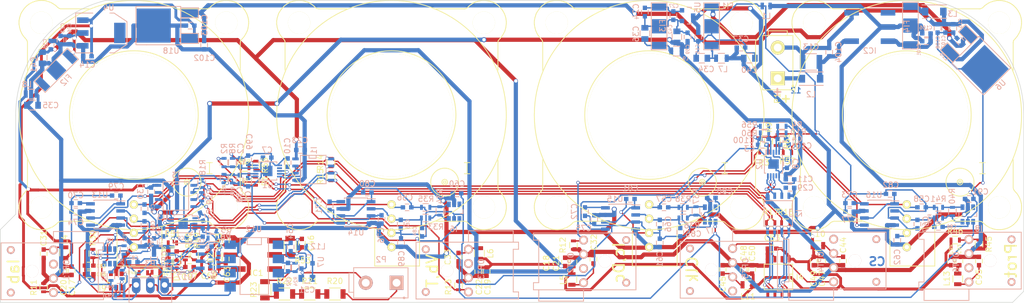
<source format=kicad_pcb>
(kicad_pcb (version 20171130) (host pcbnew "(5.1.12)-1")
  (layers (0 F.Cu signal) (31 B.Cu signal) (34 B.Paste user hide) (35 F.Paste user hide) (36 B.SilkS user hide) (37 F.SilkS user hide) (38 B.Mask user hide) (39 F.Mask user hide) (44 Edge.Cuts user))
  (net 0 "")
  (net 1 AGND)
  (net 2 "Net-(C1-Pad2)")
  (net 3 "Net-(C2-Pad2)")
  (net 4 "Net-(C3-Pad2)")
  (net 5 "Net-(C4-Pad2)")
  (net 6 "Net-(C5-Pad2)")
  (net 7 "Net-(C6-Pad2)")
  (net 8 "Net-(C7-Pad1)")
  (net 9 "Net-(C8-Pad1)")
  (net 10 "Net-(C9-Pad1)")
  (net 11 +3.3VADC)
  (net 12 +5V)
  (net 13 DGND)
  (net 14 +3V3)
  (net 15 "Net-(C23-Pad1)")
  (net 16 "Net-(C24-Pad1)")
  (net 17 "Net-(C31-Pad2)")
  (net 18 "Net-(C32-Pad2)")
  (net 19 "Net-(C33-Pad2)")
  (net 20 "Net-(C34-Pad1)")
  (net 21 "Net-(C35-Pad1)")
  (net 22 "Net-(C36-Pad1)")
  (net 23 +5VA)
  (net 24 "Net-(C44-Pad2)")
  (net 25 "Net-(C45-Pad2)")
  (net 26 "Net-(C46-Pad1)")
  (net 27 "Net-(C46-Pad2)")
  (net 28 "Net-(C51-Pad1)")
  (net 29 "Net-(C52-Pad1)")
  (net 30 "Net-(C54-Pad1)")
  (net 31 /I_u_sense)
  (net 32 /I_v_sense)
  (net 33 /I_w_sense)
  (net 34 /I_bus_sense)
  (net 35 "Net-(C68-Pad1)")
  (net 36 "Net-(C69-Pad1)")
  (net 37 /V_bus)
  (net 38 "Net-(C70-Pad1)")
  (net 39 "Net-(C71-Pad1)")
  (net 40 "Net-(C72-Pad1)")
  (net 41 "Net-(C73-Pad1)")
  (net 42 "Net-(C79-Pad1)")
  (net 43 "Net-(C80-Pad1)")
  (net 44 "Net-(C81-Pad1)")
  (net 45 "Net-(C82-Pad1)")
  (net 46 "Net-(C95-Pad2)")
  (net 47 "Net-(C96-Pad1)")
  (net 48 "Net-(C96-Pad2)")
  (net 49 "Net-(C97-Pad1)")
  (net 50 /T_coolant)
  (net 51 "Net-(I1-Pad7)")
  (net 52 "Net-(I1-Pad6)")
  (net 53 /ADC_Ck-)
  (net 54 /ADC_Ck+)
  (net 55 /ADC_Smp+)
  (net 56 /ADC_Smp-)
  (net 57 "Net-(I2-Pad7)")
  (net 58 "Net-(I2-Pad6)")
  (net 59 "Net-(I3-Pad7)")
  (net 60 "Net-(I3-Pad6)")
  (net 61 "Net-(I4-Pad3)")
  (net 62 "Net-(I4-Pad2)")
  (net 63 /Over_IV_prot)
  (net 64 "Net-(I5-Pad3)")
  (net 65 "Net-(I5-Pad4)")
  (net 66 "Net-(I6-Pad3)")
  (net 67 "Net-(I6-Pad4)")
  (net 68 "Net-(I7-Pad3)")
  (net 69 "Net-(I7-Pad4)")
  (net 70 "Net-(I8-Pad3)")
  (net 71 "Net-(I8-Pad4)")
  (net 72 "Net-(I9-Pad3)")
  (net 73 "Net-(I9-Pad4)")
  (net 74 "Net-(OPT1-Pad4)")
  (net 75 "Net-(OPT2-Pad4)")
  (net 76 "Net-(OPT3-Pad4)")
  (net 77 "Net-(P2-Pad1)")
  (net 78 "Net-(P3-Pad2)")
  (net 79 /I_U)
  (net 80 /I_V)
  (net 81 /I_W)
  (net 82 /I_bus)
  (net 83 "Net-(R20-Pad1)")
  (net 84 "Net-(R21-Pad1)")
  (net 85 "Net-(R22-Pad1)")
  (net 86 "Net-(RP1-Pad2)")
  (net 87 "Net-(RP1-Pad3)")
  (net 88 "Net-(C25-Pad1)")
  (net 89 /V_ref_U)
  (net 90 /V_ref_V)
  (net 91 /V_ref_W)
  (net 92 /V_ref_bus)
  (net 93 "Net-(C98-Pad1)")
  (net 94 "Net-(C99-Pad1)")
  (net 95 "Net-(C100-Pad1)")
  (net 96 "Net-(C101-Pad1)")
  (net 97 "Net-(C104-Pad2)")
  (net 98 "Net-(C104-Pad1)")
  (net 99 "Net-(C105-Pad1)")
  (net 100 "Net-(FI4-Pad3)")
  (net 101 "Net-(L2-Pad1)")
  (net 102 +9V)
  (module SMD_Packages:SOIC-8-N (layer B.Cu) (at 106.134 109.75 270)
    (fp_text reference I1 (at -3.426 -0.116 270) (layer B.SilkS) (effects (justify mirror)))
    (fp_text value DS90LV028A)
    (pad 8 smd rect (at -1.905 3.175 270) (size 0.508 1.143) (layers B.Cu B.Paste B.Mask) (net 14 +3V3))
    (pad 7 smd rect (at -0.635 3.175 270) (size 0.508 1.143) (layers B.Cu B.Paste B.Mask) (net 51 "Net-(I1-Pad7)"))
    (pad 6 smd rect (at 0.635 3.175 270) (size 0.508 1.143) (layers B.Cu B.Paste B.Mask) (net 52 "Net-(I1-Pad6)"))
    (pad 5 smd rect (at 1.905 3.175 270) (size 0.508 1.143) (layers B.Cu B.Paste B.Mask) (net 13 DGND))
    (pad 4 smd rect (at 1.905 -3.175 270) (size 0.508 1.143) (layers B.Cu B.Paste B.Mask) (net 53 /ADC_Ck-))
    (pad 3 smd rect (at 0.635 -3.175 270) (size 0.508 1.143) (layers B.Cu B.Paste B.Mask) (net 54 /ADC_Ck+))
    (pad 2 smd rect (at -0.635 -3.175 270) (size 0.508 1.143) (layers B.Cu B.Paste B.Mask) (net 55 /ADC_Smp+))
    (pad 1 smd rect (at -1.905 -3.175 270) (size 0.508 1.143) (layers B.Cu B.Paste B.Mask) (net 56 /ADC_Smp-))
  )
  (module My_KiCad_footprints:HFBR-xx3xZ (layer B.Cu) (at 181.006 123.858 90)
    (fp_text reference OPT5 (at -3.556 2.286 90) (layer B.SilkS) (effects (justify mirror)))
    (fp_text value AFBR-26x)
    (pad 1 thru_hole circle (at 0 0 90) (size 1.6 1.6) (drill 1) (layers *.Cu *.Mask B.SilkS) (net 61 "Net-(I4-Pad3)"))
    (pad 2 thru_hole circle (at -2.54 0 90) (size 1.6 1.6) (drill 1) (layers *.Cu *.Mask B.SilkS) (net 13 DGND))
    (pad 3 thru_hole circle (at -5.08 0 90) (size 1.6 1.6) (drill 1) (layers *.Cu *.Mask B.SilkS) (net 25 "Net-(C45-Pad2)"))
    (pad 4 thru_hole circle (at -7.62 0 90) (size 1.6 1.6) (drill 1) (layers *.Cu *.Mask B.SilkS))
    (pad 5 thru_hole circle (at -7.62 -7.62 90) (size 1.4 1.4) (drill 0.8) (layers *.Cu *.Mask B.SilkS))
    (pad 8 thru_hole circle (at 0 -7.62 90) (size 1.4 1.4) (drill 0.8) (layers *.Cu *.Mask B.SilkS))
    (pad "" np_thru_hole circle (at -3.81 -3.81 90) (size 2.25 2.25) (drill 2.25) (layers *.Cu *.Mask B.SilkS))
  )
  (module Hall-Effect_Transducers_LEM:HTFS-Series_LEM-HallEffektCurrentTransducer (layer F.Cu) (at 120.1 100)
    (fp_text reference U9 (at 0.075 -24.6) (layer F.SilkS))
    (fp_text value HTFS800)
    (pad "" np_thru_hole circle (at 0 0) (size 22 22) (drill 22) (layers *.Cu *.Mask F.SilkS))
    (pad "" np_thru_hole circle (at 16.5 -16.5) (size 4 4) (drill 4) (layers *.Cu *.Mask F.SilkS))
    (pad "" np_thru_hole circle (at -16.5 -16.5) (size 4 4) (drill 4) (layers *.Cu *.Mask F.SilkS))
    (pad "" np_thru_hole circle (at -16.5 16.5) (size 4 4) (drill 4) (layers *.Cu *.Mask F.SilkS))
    (pad "" np_thru_hole circle (at 16.5 16.5) (size 4 4) (drill 4) (layers *.Cu *.Mask F.SilkS))
    (pad 4 thru_hole circle (at 0 16) (size 1.5 1.5) (drill 0.8) (layers *.Cu *.Mask F.SilkS) (net 90 /V_ref_V))
    (pad 3 thru_hole circle (at 0 18.54) (size 1.5 1.5) (drill 0.8) (layers *.Cu *.Mask F.SilkS) (net 32 /I_v_sense))
    (pad 2 thru_hole circle (at 0 21.08) (size 1.5 1.5) (drill 0.8) (layers *.Cu *.Mask F.SilkS) (net 1 AGND))
    (pad 1 thru_hole circle (at 0 23.62) (size 1.5 1.5) (drill 0.8) (layers *.Cu *.Mask F.SilkS) (net 23 +5VA))
  )
  (module My_KiCad_footprints:MTU1_Murata_DCDC (layer F.Cu) (at 96 125)
    (fp_text reference IC1 (at 0 3.25) (layer F.SilkS))
    (fp_text value Murata_MTU1)
    (pad 1 smd trapezoid (at -3.25 -2.54) (size 2.6 1) (layers F.Cu F.Paste F.Mask) (net 12 +5V))
    (pad 3 smd trapezoid (at -3.25 2.54) (size 2.6 1) (layers F.Cu F.Paste F.Mask) (net 1 AGND))
    (pad 4 smd trapezoid (at 3.25 2.54) (size 2.6 1) (layers F.Cu F.Paste F.Mask))
    (pad 5 smd trapezoid (at 3.25 0) (size 2.6 1) (layers F.Cu F.Paste F.Mask) (net 26 "Net-(C46-Pad1)"))
    (pad 6 smd trapezoid (at 3.25 -2.54) (size 2.6 1) (layers F.Cu F.Paste F.Mask) (net 27 "Net-(C46-Pad2)"))
  )
  (module SMD_Packages:DIP-8_SMD (layer B.Cu) (at 95.6 127 270)
    (fp_text reference U12 (at -6.6 0.1) (layer B.SilkS) (effects (justify mirror)))
    (fp_text value ACPL-C870)
    (pad 1 smd rect (at -3.81 -4.31 270) (size 1.524 2.032) (layers B.Cu B.Paste B.Mask) (net 30 "Net-(C54-Pad1)"))
    (pad 2 smd rect (at -1.27 -4.31 270) (size 1.524 2.032) (layers B.Cu B.Paste B.Mask) (net 29 "Net-(C52-Pad1)"))
    (pad 3 smd rect (at 1.27 -4.31 270) (size 1.524 2.032) (layers B.Cu B.Paste B.Mask) (net 26 "Net-(C46-Pad1)"))
    (pad 4 smd rect (at 3.81 -4.31 270) (size 1.524 2.032) (layers B.Cu B.Paste B.Mask) (net 26 "Net-(C46-Pad1)"))
    (pad 5 smd rect (at 3.81 4.31 270) (size 1.524 2.032) (layers B.Cu B.Paste B.Mask) (net 1 AGND))
    (pad 6 smd rect (at 1.27 4.31 270) (size 1.524 2.032) (layers B.Cu B.Paste B.Mask) (net 87 "Net-(RP1-Pad3)"))
    (pad 7 smd rect (at -1.27 4.31 270) (size 1.524 2.032) (layers B.Cu B.Paste B.Mask) (net 86 "Net-(RP1-Pad2)"))
    (pad 8 smd rect (at -3.81 4.31 270) (size 1.524 2.032) (layers B.Cu B.Paste B.Mask) (net 23 +5VA))
  )
  (module My_KiCad_footprints:HFBR-xx3xZ (layer B.Cu) (at 59.746 124.13 90)
    (fp_text reference OPT1 (at -3.556 2.286 90) (layer B.SilkS) (effects (justify mirror)))
    (fp_text value AFBR-1634Z)
    (pad 1 thru_hole circle (at 0 0 90) (size 1.6 1.6) (drill 1) (layers *.Cu *.Mask B.SilkS) (net 17 "Net-(C31-Pad2)"))
    (pad 2 thru_hole circle (at -2.54 0 90) (size 1.6 1.6) (drill 1) (layers *.Cu *.Mask B.SilkS))
    (pad 3 thru_hole circle (at -5.08 0 90) (size 1.6 1.6) (drill 1) (layers *.Cu *.Mask B.SilkS) (net 13 DGND))
    (pad 4 thru_hole circle (at -7.62 0 90) (size 1.6 1.6) (drill 1) (layers *.Cu *.Mask B.SilkS) (net 74 "Net-(OPT1-Pad4)"))
    (pad 5 thru_hole circle (at -7.62 -7.62 90) (size 1.4 1.4) (drill 0.8) (layers *.Cu *.Mask B.SilkS))
    (pad 8 thru_hole circle (at 0 -7.62 90) (size 1.4 1.4) (drill 0.8) (layers *.Cu *.Mask B.SilkS))
    (pad "" np_thru_hole circle (at -3.81 -3.81 90) (size 2.25 2.25) (drill 2.25) (layers *.Cu *.Mask B.SilkS))
  )
  (module My_KiCad_footprints:HFBR-xx3xZ (layer B.Cu) (at 223.19 129.853 270)
    (fp_text reference OPT6 (at -3.556 2.286 270) (layer B.SilkS) (effects (justify mirror)))
    (fp_text value AFBR-1634Z)
    (pad 1 thru_hole circle (at 0 0 270) (size 1.6 1.6) (drill 1) (layers *.Cu *.Mask B.SilkS) (net 46 "Net-(C95-Pad2)"))
    (pad 2 thru_hole circle (at -2.54 0 270) (size 1.6 1.6) (drill 1) (layers *.Cu *.Mask B.SilkS))
    (pad 3 thru_hole circle (at -5.08 0 270) (size 1.6 1.6) (drill 1) (layers *.Cu *.Mask B.SilkS) (net 13 DGND))
    (pad 4 thru_hole circle (at -7.62 0 270) (size 1.6 1.6) (drill 1) (layers *.Cu *.Mask B.SilkS) (net 63 /Over_IV_prot))
    (pad 5 thru_hole circle (at -7.62 -7.62 270) (size 1.4 1.4) (drill 0.8) (layers *.Cu *.Mask B.SilkS))
    (pad 8 thru_hole circle (at 0 -7.62 270) (size 1.4 1.4) (drill 0.8) (layers *.Cu *.Mask B.SilkS))
    (pad "" np_thru_hole circle (at -3.81 -3.81 270) (size 2.25 2.25) (drill 2.25) (layers *.Cu *.Mask B.SilkS))
  )
  (module Capacitors_SMD:C_0603 (layer B.Cu) (at 101.562 108.509 270)
    (fp_text reference C10 (at -3.009 0.062 270) (layer B.SilkS) (effects (justify mirror)))
    (fp_text value 10u)
    (pad 1 smd rect (at -0.75 0 270) (size 0.8 0.75) (layers B.Cu B.Paste B.Mask) (net 1 AGND))
    (pad 2 smd rect (at 0.75 0 270) (size 0.8 0.75) (layers B.Cu B.Paste B.Mask))
  )
  (module My_KiCad_footprints:HFBR-xx3xZ (layer B.Cu) (at 154.39 129.982 270)
    (fp_text reference OPT2 (at -3.556 2.286 270) (layer B.SilkS) (effects (justify mirror)))
    (fp_text value AFBR-1634Z)
    (pad 1 thru_hole circle (at 0 0 270) (size 1.6 1.6) (drill 1) (layers *.Cu *.Mask B.SilkS) (net 18 "Net-(C32-Pad2)"))
    (pad 2 thru_hole circle (at -2.54 0 270) (size 1.6 1.6) (drill 1) (layers *.Cu *.Mask B.SilkS))
    (pad 3 thru_hole circle (at -5.08 0 270) (size 1.6 1.6) (drill 1) (layers *.Cu *.Mask B.SilkS) (net 13 DGND))
    (pad 4 thru_hole circle (at -7.62 0 270) (size 1.6 1.6) (drill 1) (layers *.Cu *.Mask B.SilkS) (net 75 "Net-(OPT2-Pad4)"))
    (pad 5 thru_hole circle (at -7.62 -7.62 270) (size 1.4 1.4) (drill 0.8) (layers *.Cu *.Mask B.SilkS))
    (pad 8 thru_hole circle (at 0 -7.62 270) (size 1.4 1.4) (drill 0.8) (layers *.Cu *.Mask B.SilkS))
    (pad "" np_thru_hole circle (at -3.81 -3.81 270) (size 2.25 2.25) (drill 2.25) (layers *.Cu *.Mask B.SilkS))
  )
  (module Connect:PINHEAD1-3 (layer B.Cu) (at 77.048 130.377 180)
    (fp_text reference P3 (at 0.05 3.8 180) (layer B.SilkS) (effects (justify mirror)))
    (fp_text value CONN_01X03)
    (pad 1 thru_hole oval (at -2.54 0 180) (size 1.50622 3.01498) (drill 0.99822) (layers *.Cu *.Mask) (net 23 +5VA))
    (pad 2 thru_hole oval (at 0 0 180) (size 1.50622 3.01498) (drill 0.99822) (layers *.Cu *.Mask) (net 78 "Net-(P3-Pad2)"))
    (pad 3 thru_hole oval (at 2.54 0 180) (size 1.50622 3.01498) (drill 0.99822) (layers *.Cu *.Mask) (net 1 AGND))
  )
  (module My_KiCad_footprints:Connector_Header_2Way_39-29-3026 (layer B.Cu) (at 121 130 90)
    (fp_text reference P2 (at 4.1656 -2.7432) (layer B.SilkS) (effects (justify mirror)))
    (fp_text value CONN_01X02)
    (pad 1 thru_hole rect (at 0 0 90) (size 2.5 2.5) (drill 1.4) (layers *.Cu *.Mask B.SilkS) (net 77 "Net-(P2-Pad1)"))
    (pad 2 thru_hole circle (at 0 -5.5 90) (size 2.5 2.5) (drill 1.4) (layers *.Cu *.Mask B.SilkS) (net 26 "Net-(C46-Pad1)"))
  )
  (module Resistors_SMD:R_0603 (layer B.Cu) (at 88.1 122 180)
    (fp_text reference R6 (at -2.413 0.127 180) (layer B.SilkS) (effects (justify mirror)))
    (fp_text value 51)
    (pad 1 smd rect (at -0.75 0 180) (size 0.5 0.9) (layers B.Cu B.Paste B.Mask) (net 7 "Net-(C6-Pad2)"))
    (pad 2 smd rect (at 0.75 0 180) (size 0.5 0.9) (layers B.Cu B.Paste B.Mask) (net 50 /T_coolant))
  )
  (module SMD_Packages:SOIC-8-N (layer B.Cu) (at 81.6 114.478 270)
    (fp_text reference I3 (at -3.728 0) (layer B.SilkS) (effects (justify mirror)))
    (fp_text value DS90LV028A)
    (pad 8 smd rect (at -1.905 3.175 270) (size 0.508 1.143) (layers B.Cu B.Paste B.Mask) (net 14 +3V3))
    (pad 7 smd rect (at -0.635 3.175 270) (size 0.508 1.143) (layers B.Cu B.Paste B.Mask) (net 59 "Net-(I3-Pad7)"))
    (pad 6 smd rect (at 0.635 3.175 270) (size 0.508 1.143) (layers B.Cu B.Paste B.Mask) (net 60 "Net-(I3-Pad6)"))
    (pad 5 smd rect (at 1.905 3.175 270) (size 0.508 1.143) (layers B.Cu B.Paste B.Mask) (net 13 DGND))
    (pad 4 smd rect (at 1.905 -3.175 270) (size 0.508 1.143) (layers B.Cu B.Paste B.Mask) (net 53 /ADC_Ck-))
    (pad 3 smd rect (at 0.635 -3.175 270) (size 0.508 1.143) (layers B.Cu B.Paste B.Mask) (net 54 /ADC_Ck+))
    (pad 2 smd rect (at -0.635 -3.175 270) (size 0.508 1.143) (layers B.Cu B.Paste B.Mask) (net 55 /ADC_Smp+))
    (pad 1 smd rect (at -1.905 -3.175 270) (size 0.508 1.143) (layers B.Cu B.Paste B.Mask) (net 56 /ADC_Smp-))
  )
  (module Capacitors_SMD:C_0603 (layer F.Cu) (at 219.996 126.106 270)
    (fp_text reference C94 (at -2.105734 -0.004 270) (layer F.SilkS) (effects (font (size 0.6 0.6) (thickness 0.1))))
    (fp_text value 10u)
    (pad 1 smd rect (at -0.75 0 270) (size 0.8 0.75) (layers F.Cu F.Paste F.Mask) (net 13 DGND))
    (pad 2 smd rect (at 0.75 0 270) (size 0.8 0.75) (layers F.Cu F.Paste F.Mask) (net 14 +3V3))
  )
  (module Resistors_SMD:R_0603 (layer F.Cu) (at 224.996 123.106 90)
    (fp_text reference R45 (at 0 1.754 90) (layer F.SilkS))
    (fp_text value DNP)
    (pad 1 smd rect (at -0.75 0 90) (size 0.5 0.9) (layers F.Cu F.Paste F.Mask) (net 13 DGND))
    (pad 2 smd rect (at 0.75 0 90) (size 0.5 0.9) (layers F.Cu F.Paste F.Mask) (net 63 /Over_IV_prot))
  )
  (module Capacitors_SMD:C_0603 (layer F.Cu) (at 221.496 126.106 270)
    (fp_text reference C93 (at -2.105734 -0.004 270) (layer F.SilkS) (effects (font (size 0.6 0.6) (thickness 0.1))))
    (fp_text value 100n)
    (pad 1 smd rect (at -0.75 0 270) (size 0.8 0.75) (layers F.Cu F.Paste F.Mask) (net 13 DGND))
    (pad 2 smd rect (at 0.75 0 270) (size 0.8 0.75) (layers F.Cu F.Paste F.Mask) (net 14 +3V3))
  )
  (module Capacitors_SMD:C_0603 (layer F.Cu) (at 224.996 126.106 270)
    (fp_text reference C95 (at 2.894266 -0.004 270) (layer F.SilkS))
    (fp_text value 10u)
    (pad 1 smd rect (at -0.75 0 270) (size 0.8 0.75) (layers F.Cu F.Paste F.Mask) (net 13 DGND))
    (pad 2 smd rect (at 0.75 0 270) (size 0.8 0.75) (layers F.Cu F.Paste F.Mask) (net 46 "Net-(C95-Pad2)"))
  )
  (module Resistors_SMD:R_0603 (layer F.Cu) (at 220.746 122.356)
    (fp_text reference R46 (at 0 -1.605734) (layer F.SilkS))
    (fp_text value 4k7)
    (pad 1 smd rect (at -0.75 0) (size 0.5 0.9) (layers F.Cu F.Paste F.Mask) (net 14 +3V3))
    (pad 2 smd rect (at 0.75 0) (size 0.5 0.9) (layers F.Cu F.Paste F.Mask) (net 63 /Over_IV_prot))
  )
  (module My_KiCad_footprints:HFBR-xx3xZ (layer B.Cu) (at 133.837 124.01 90)
    (fp_text reference OPT3 (at -3.556 2.286 90) (layer B.SilkS) (effects (justify mirror)))
    (fp_text value AFBR-1634Z)
    (pad 1 thru_hole circle (at 0 0 90) (size 1.6 1.6) (drill 1) (layers *.Cu *.Mask B.SilkS) (net 19 "Net-(C33-Pad2)"))
    (pad 2 thru_hole circle (at -2.54 0 90) (size 1.6 1.6) (drill 1) (layers *.Cu *.Mask B.SilkS))
    (pad 3 thru_hole circle (at -5.08 0 90) (size 1.6 1.6) (drill 1) (layers *.Cu *.Mask B.SilkS) (net 13 DGND))
    (pad 4 thru_hole circle (at -7.62 0 90) (size 1.6 1.6) (drill 1) (layers *.Cu *.Mask B.SilkS) (net 76 "Net-(OPT3-Pad4)"))
    (pad 5 thru_hole circle (at -7.62 -7.62 90) (size 1.4 1.4) (drill 0.8) (layers *.Cu *.Mask B.SilkS))
    (pad 8 thru_hole circle (at 0 -7.62 90) (size 1.4 1.4) (drill 0.8) (layers *.Cu *.Mask B.SilkS))
    (pad "" np_thru_hole circle (at -3.81 -3.81 90) (size 2.25 2.25) (drill 2.25) (layers *.Cu *.Mask B.SilkS))
  )
  (module Capacitors_SMD:C_0603 (layer F.Cu) (at 135.587 128.01 90)
    (fp_text reference C22 (at -2.739818 0.163 90) (layer F.SilkS))
    (fp_text value 10u)
    (pad 1 smd rect (at -0.75 0 90) (size 0.8 0.75) (layers F.Cu F.Paste F.Mask) (net 13 DGND))
    (pad 2 smd rect (at 0.75 0 90) (size 0.8 0.75) (layers F.Cu F.Paste F.Mask) (net 14 +3V3))
  )
  (module Capacitors_SMD:C_0603 (layer F.Cu) (at 132.062 125.41 90)
    (fp_text reference C33 (at 0 -1.9 90) (layer F.SilkS))
    (fp_text value 10u)
    (pad 1 smd rect (at -0.75 0 90) (size 0.8 0.75) (layers F.Cu F.Paste F.Mask) (net 13 DGND))
    (pad 2 smd rect (at 0.75 0 90) (size 0.8 0.75) (layers F.Cu F.Paste F.Mask) (net 19 "Net-(C33-Pad2)"))
  )
  (module Resistors_SMD:R_0603 (layer F.Cu) (at 132.062 130.49 270)
    (fp_text reference R13 (at 0.259818 1.812 270) (layer F.SilkS))
    (fp_text value 4k7)
    (pad 1 smd rect (at -0.75 0 270) (size 0.5 0.9) (layers F.Cu F.Paste F.Mask) (net 13 DGND))
    (pad 2 smd rect (at 0.75 0 270) (size 0.5 0.9) (layers F.Cu F.Paste F.Mask) (net 76 "Net-(OPT3-Pad4)"))
  )
  (module Capacitors_SMD:C_0603 (layer F.Cu) (at 137.087 128.01 90)
    (fp_text reference C19 (at -2.739818 0.163 90) (layer F.SilkS))
    (fp_text value 100n)
    (pad 1 smd rect (at -0.75 0 90) (size 0.8 0.75) (layers F.Cu F.Paste F.Mask) (net 13 DGND))
    (pad 2 smd rect (at 0.75 0 90) (size 0.8 0.75) (layers F.Cu F.Paste F.Mask) (net 14 +3V3))
  )
  (module Capacitors_SMD:C_0603 (layer F.Cu) (at 152.587 126.26 270)
    (fp_text reference C21 (at 0.239818 3.087 270) (layer F.SilkS))
    (fp_text value 10u)
    (pad 1 smd rect (at -0.75 0 270) (size 0.8 0.75) (layers F.Cu F.Paste F.Mask) (net 13 DGND))
    (pad 2 smd rect (at 0.75 0 270) (size 0.8 0.75) (layers F.Cu F.Paste F.Mask) (net 14 +3V3))
  )
  (module Capacitors_SMD:C_0603 (layer F.Cu) (at 156.152 125.791 270)
    (fp_text reference C32 (at -3.041182 -0.098 270) (layer F.SilkS))
    (fp_text value 10u)
    (pad 1 smd rect (at -0.75 0 270) (size 0.8 0.75) (layers F.Cu F.Paste F.Mask) (net 13 DGND))
    (pad 2 smd rect (at 0.75 0 270) (size 0.8 0.75) (layers F.Cu F.Paste F.Mask) (net 18 "Net-(C32-Pad2)"))
  )
  (module Resistors_SMD:R_0603 (layer F.Cu) (at 152.587 123.26 90)
    (fp_text reference R12 (at 0 -1.9 90) (layer F.SilkS))
    (fp_text value 4k7)
    (pad 1 smd rect (at -0.75 0 90) (size 0.5 0.9) (layers F.Cu F.Paste F.Mask) (net 13 DGND))
    (pad 2 smd rect (at 0.75 0 90) (size 0.5 0.9) (layers F.Cu F.Paste F.Mask) (net 75 "Net-(OPT2-Pad4)"))
  )
  (module Capacitors_SMD:C_0603 (layer F.Cu) (at 151.087 126.26 270)
    (fp_text reference C18 (at 0.239818 3.337 270) (layer F.SilkS))
    (fp_text value 100n)
    (pad 1 smd rect (at -0.75 0 270) (size 0.8 0.75) (layers F.Cu F.Paste F.Mask) (net 13 DGND))
    (pad 2 smd rect (at 0.75 0 270) (size 0.8 0.75) (layers F.Cu F.Paste F.Mask) (net 14 +3V3))
  )
  (module Housings_SSOP:MSOP-10-1EP_3x3mm_Pitch0.5mm (layer B.Cu) (at 82.893 119.431 180)
    (fp_text reference U3 (at 3.643 1.181 180) (layer B.SilkS) (effects (justify mirror)))
    (fp_text value LTC1407)
    (pad 1 smd rect (at -2.105 1 180) (size 0.89 0.305) (layers B.Cu B.Paste B.Mask) (net 6 "Net-(C5-Pad2)"))
    (pad 2 smd rect (at -2.105 0.5 180) (size 0.89 0.305) (layers B.Cu B.Paste B.Mask) (net 1 AGND))
    (pad 3 smd rect (at -2.105 0 180) (size 0.89 0.305) (layers B.Cu B.Paste B.Mask) (net 10 "Net-(C9-Pad1)"))
    (pad 4 smd rect (at -2.105 -0.5 180) (size 0.89 0.305) (layers B.Cu B.Paste B.Mask) (net 7 "Net-(C6-Pad2)"))
    (pad 5 smd rect (at -2.105 -1 180) (size 0.89 0.305) (layers B.Cu B.Paste B.Mask) (net 1 AGND))
    (pad 6 smd rect (at 2.105 -1 180) (size 0.89 0.305) (layers B.Cu B.Paste B.Mask) (net 1 AGND))
    (pad 7 smd rect (at 2.105 -0.5 180) (size 0.89 0.305) (layers B.Cu B.Paste B.Mask))
    (pad 8 smd rect (at 2.105 0 180) (size 0.89 0.305) (layers B.Cu B.Paste B.Mask) (net 76 "Net-(OPT3-Pad4)"))
    (pad 9 smd rect (at 2.105 0.5 180) (size 0.89 0.305) (layers B.Cu B.Paste B.Mask) (net 60 "Net-(I3-Pad6)"))
    (pad 10 smd rect (at 2.105 1 180) (size 0.89 0.305) (layers B.Cu B.Paste B.Mask) (net 59 "Net-(I3-Pad7)"))
    (pad 11 smd rect (at 0.42 -0.47 180) (size 0.84 0.94) (layers B.Cu B.Paste B.Mask) (net 1 AGND))
    (pad 11 smd rect (at 0.42 0.47 180) (size 0.84 0.94) (layers B.Cu B.Paste B.Mask) (net 1 AGND))
    (pad 11 smd rect (at -0.42 -0.47 180) (size 0.84 0.94) (layers B.Cu B.Paste B.Mask) (net 1 AGND))
    (pad 11 smd rect (at -0.42 0.47 180) (size 0.84 0.94) (layers B.Cu B.Paste B.Mask) (net 1 AGND))
  )
  (module Housings_SSOP:MSOP-10-1EP_3x3mm_Pitch0.5mm (layer B.Cu) (at 188.303 108.763 270)
    (fp_text reference U2 (at 0 2.55 270) (layer B.SilkS) (effects (justify mirror)))
    (fp_text value LTC1407-1)
    (pad 1 smd rect (at -2.105 1 270) (size 0.89 0.305) (layers B.Cu B.Paste B.Mask) (net 4 "Net-(C3-Pad2)"))
    (pad 2 smd rect (at -2.105 0.5 270) (size 0.89 0.305) (layers B.Cu B.Paste B.Mask) (net 95 "Net-(C100-Pad1)"))
    (pad 3 smd rect (at -2.105 0 270) (size 0.89 0.305) (layers B.Cu B.Paste B.Mask) (net 9 "Net-(C8-Pad1)"))
    (pad 4 smd rect (at -2.105 -0.5 270) (size 0.89 0.305) (layers B.Cu B.Paste B.Mask) (net 5 "Net-(C4-Pad2)"))
    (pad 5 smd rect (at -2.105 -1 270) (size 0.89 0.305) (layers B.Cu B.Paste B.Mask) (net 96 "Net-(C101-Pad1)"))
    (pad 6 smd rect (at 2.105 -1 270) (size 0.89 0.305) (layers B.Cu B.Paste B.Mask) (net 1 AGND))
    (pad 7 smd rect (at 2.105 -0.5 270) (size 0.89 0.305) (layers B.Cu B.Paste B.Mask))
    (pad 8 smd rect (at 2.105 0 270) (size 0.89 0.305) (layers B.Cu B.Paste B.Mask) (net 75 "Net-(OPT2-Pad4)"))
    (pad 9 smd rect (at 2.105 0.5 270) (size 0.89 0.305) (layers B.Cu B.Paste B.Mask) (net 58 "Net-(I2-Pad6)"))
    (pad 10 smd rect (at 2.105 1 270) (size 0.89 0.305) (layers B.Cu B.Paste B.Mask) (net 57 "Net-(I2-Pad7)"))
    (pad 11 smd rect (at 0.42 -0.47 270) (size 0.84 0.94) (layers B.Cu B.Paste B.Mask) (net 1 AGND))
    (pad 11 smd rect (at 0.42 0.47 270) (size 0.84 0.94) (layers B.Cu B.Paste B.Mask) (net 1 AGND))
    (pad 11 smd rect (at -0.42 -0.47 270) (size 0.84 0.94) (layers B.Cu B.Paste B.Mask) (net 1 AGND))
    (pad 11 smd rect (at -0.42 0.47 270) (size 0.84 0.94) (layers B.Cu B.Paste B.Mask) (net 1 AGND))
  )
  (module Resistors_SMD:R_0603 (layer F.Cu) (at 190.5 119.25)
    (fp_text reference R16 (at 0 -1.9) (layer F.SilkS))
    (fp_text value 330)
    (pad 1 smd rect (at -0.75 0) (size 0.5 0.9) (layers F.Cu F.Paste F.Mask) (net 55 /ADC_Smp+))
    (pad 2 smd rect (at 0.75 0) (size 0.5 0.9) (layers F.Cu F.Paste F.Mask) (net 56 /ADC_Smp-))
  )
  (module Housings_SOIC:SOIC-8_3.9x4.9mm_Pitch1.27mm (layer B.Cu) (at 113.754 117.399 180)
    (fp_text reference U14 (at 0.004 -3.601 180) (layer B.SilkS) (effects (justify mirror)))
    (fp_text value MAX7480)
    (pad 1 smd rect (at -2.7 1.905 180) (size 1.55 0.6) (layers B.Cu B.Paste B.Mask) (net 43 "Net-(C80-Pad1)"))
    (pad 2 smd rect (at -2.7 0.635 180) (size 1.55 0.6) (layers B.Cu B.Paste B.Mask) (net 32 /I_v_sense))
    (pad 3 smd rect (at -2.7 -0.635 180) (size 1.55 0.6) (layers B.Cu B.Paste B.Mask) (net 1 AGND))
    (pad 4 smd rect (at -2.7 -1.905 180) (size 1.55 0.6) (layers B.Cu B.Paste B.Mask) (net 23 +5VA))
    (pad 5 smd rect (at 2.7 -1.905 180) (size 1.55 0.6) (layers B.Cu B.Paste B.Mask) (net 80 /I_V))
    (pad 6 smd rect (at 2.7 -0.635 180) (size 1.55 0.6) (layers B.Cu B.Paste B.Mask) (net 43 "Net-(C80-Pad1)"))
    (pad 7 smd rect (at 2.7 0.635 180) (size 1.55 0.6) (layers B.Cu B.Paste B.Mask) (net 23 +5VA))
    (pad 8 smd rect (at 2.7 1.905 180) (size 1.55 0.6) (layers B.Cu B.Paste B.Mask) (net 39 "Net-(C71-Pad1)"))
  )
  (module Capacitors_SMD:C_0603 (layer B.Cu) (at 94.5 112 90)
    (fp_text reference C1 (at -2.5 0 90) (layer B.SilkS) (effects (justify mirror)))
    (fp_text value 5.1n)
    (pad 1 smd rect (at -0.75 0 90) (size 0.8 0.75) (layers B.Cu B.Paste B.Mask) (net 1 AGND))
    (pad 2 smd rect (at 0.75 0 90) (size 0.8 0.75) (layers B.Cu B.Paste B.Mask) (net 2 "Net-(C1-Pad2)"))
  )
  (module Capacitors_SMD:C_0603 (layer B.Cu) (at 93.1 108.5 270)
    (fp_text reference C2 (at -2.527 -0.073 270) (layer B.SilkS) (effects (justify mirror)))
    (fp_text value 5.1n)
    (pad 1 smd rect (at -0.75 0 270) (size 0.8 0.75) (layers B.Cu B.Paste B.Mask) (net 1 AGND))
    (pad 2 smd rect (at 0.75 0 270) (size 0.8 0.75) (layers B.Cu B.Paste B.Mask) (net 3 "Net-(C2-Pad2)"))
  )
  (module Capacitors_SMD:C_0603 (layer B.Cu) (at 186.3 105.3)
    (fp_text reference C3 (at -2.3 0.7) (layer B.SilkS) (effects (justify mirror)))
    (fp_text value 5.1n)
    (pad 1 smd rect (at -0.75 0) (size 0.8 0.75) (layers B.Cu B.Paste B.Mask) (net 1 AGND))
    (pad 2 smd rect (at 0.75 0) (size 0.8 0.75) (layers B.Cu B.Paste B.Mask) (net 4 "Net-(C3-Pad2)"))
  )
  (module Capacitors_SMD:C_0603 (layer B.Cu) (at 189.8 104.3 180)
    (fp_text reference C4 (at -2.7 0.05 180) (layer B.SilkS) (effects (justify mirror)))
    (fp_text value 5.1n)
    (pad 1 smd rect (at -0.75 0 180) (size 0.8 0.75) (layers B.Cu B.Paste B.Mask) (net 1 AGND))
    (pad 2 smd rect (at 0.75 0 180) (size 0.8 0.75) (layers B.Cu B.Paste B.Mask) (net 5 "Net-(C4-Pad2)"))
  )
  (module Capacitors_SMD:C_0603 (layer B.Cu) (at 86.2 118.2 110)
    (fp_text reference C5 (at 0 1.6 110) (layer B.SilkS) (effects (justify mirror)))
    (fp_text value 5.1n)
    (pad 1 smd rect (at -0.75 0 110) (size 0.8 0.75) (layers B.Cu B.Paste B.Mask) (net 1 AGND))
    (pad 2 smd rect (at 0.75 0 110) (size 0.8 0.75) (layers B.Cu B.Paste B.Mask) (net 6 "Net-(C5-Pad2)"))
  )
  (module Capacitors_SMD:C_0603 (layer B.Cu) (at 86.4 121 90)
    (fp_text reference C6 (at -1.5 -0.25 180) (layer B.SilkS) (effects (font (size 0.6 0.6) (thickness 0.1)) (justify mirror)))
    (fp_text value 5.1n)
    (pad 1 smd rect (at -0.75 0 90) (size 0.8 0.75) (layers B.Cu B.Paste B.Mask) (net 1 AGND))
    (pad 2 smd rect (at 0.75 0 90) (size 0.8 0.75) (layers B.Cu B.Paste B.Mask) (net 7 "Net-(C6-Pad2)"))
  )
  (module Capacitors_SMD:C_0603 (layer B.Cu) (at 65.8 89.5 180)
    (fp_text reference C14 (at 0 -1.5 180) (layer B.SilkS) (effects (justify mirror)))
    (fp_text value 100n)
    (pad 1 smd rect (at -0.75 0 180) (size 0.8 0.75) (layers B.Cu B.Paste B.Mask) (net 12 +5V))
    (pad 2 smd rect (at 0.75 0 180) (size 0.8 0.75) (layers B.Cu B.Paste B.Mask) (net 13 DGND))
  )
  (module Capacitors_SMD:C_0603 (layer B.Cu) (at 174.865 86.03 270)
    (fp_text reference C15 (at 2.159 0.115 270) (layer B.SilkS) (effects (font (size 0.6 0.6) (thickness 0.1)) (justify mirror)))
    (fp_text value 100n)
    (pad 1 smd rect (at -0.75 0 270) (size 0.8 0.75) (layers B.Cu B.Paste B.Mask) (net 23 +5VA))
    (pad 2 smd rect (at 0.75 0 270) (size 0.8 0.75) (layers B.Cu B.Paste B.Mask) (net 1 AGND))
  )
  (module Capacitors_SMD:C_0603 (layer B.Cu) (at 220.4 84.5 270)
    (fp_text reference C16 (at -0.9 -1.25 270) (layer B.SilkS) (effects (font (size 0.6 0.6) (thickness 0.1)) (justify mirror)))
    (fp_text value 100n)
    (pad 1 smd rect (at -0.75 0 270) (size 0.8 0.75) (layers B.Cu B.Paste B.Mask) (net 102 +9V))
    (pad 2 smd rect (at 0.75 0 270) (size 0.8 0.75) (layers B.Cu B.Paste B.Mask) (net 1 AGND))
  )
  (module Capacitors_SMD:C_0603 (layer F.Cu) (at 62.996 127.852 90)
    (fp_text reference C17 (at -3.009 0.085 90) (layer F.SilkS))
    (fp_text value 100n)
    (pad 1 smd rect (at -0.75 0 90) (size 0.8 0.75) (layers F.Cu F.Paste F.Mask) (net 13 DGND))
    (pad 2 smd rect (at 0.75 0 90) (size 0.8 0.75) (layers F.Cu F.Paste F.Mask) (net 14 +3V3))
  )
  (module Capacitors_SMD:C_0603 (layer F.Cu) (at 61.496 127.852 90)
    (fp_text reference C20 (at -3.009 0.061 90) (layer F.SilkS))
    (fp_text value 10u)
    (pad 1 smd rect (at -0.75 0 90) (size 0.8 0.75) (layers F.Cu F.Paste F.Mask) (net 13 DGND))
    (pad 2 smd rect (at 0.75 0 90) (size 0.8 0.75) (layers F.Cu F.Paste F.Mask) (net 14 +3V3))
  )
  (module Capacitors_SMD:C_0603 (layer B.Cu) (at 61 86.595 270)
    (fp_text reference C23 (at -2.195 -0.4 270) (layer B.SilkS) (effects (font (size 0.6 0.6) (thickness 0.1)) (justify mirror)))
    (fp_text value 1u)
    (pad 1 smd rect (at -0.75 0 270) (size 0.8 0.75) (layers B.Cu B.Paste B.Mask) (net 15 "Net-(C23-Pad1)"))
    (pad 2 smd rect (at 0.75 0 270) (size 0.8 0.75) (layers B.Cu B.Paste B.Mask) (net 13 DGND))
  )
  (module Capacitors_SMD:C_0603 (layer B.Cu) (at 165.34 81.585 270)
    (fp_text reference C24 (at -0.085 1.59 270) (layer B.SilkS) (effects (justify mirror)))
    (fp_text value 1u)
    (pad 1 smd rect (at -0.75 0 270) (size 0.8 0.75) (layers B.Cu B.Paste B.Mask) (net 16 "Net-(C24-Pad1)"))
    (pad 2 smd rect (at 0.75 0 270) (size 0.8 0.75) (layers B.Cu B.Paste B.Mask) (net 1 AGND))
  )
  (module Capacitors_SMD:C_0603 (layer B.Cu) (at 221.6 86.8 135)
    (fp_text reference C25 (at 0.078248 -3.924443 135) (layer B.SilkS) (effects (font (size 0.6 0.6) (thickness 0.1)) (justify mirror)))
    (fp_text value 1u)
    (pad 1 smd rect (at -0.75 0 135) (size 0.8 0.75) (layers B.Cu B.Paste B.Mask) (net 88 "Net-(C25-Pad1)"))
    (pad 2 smd rect (at 0.75 0 135) (size 0.8 0.75) (layers B.Cu B.Paste B.Mask) (net 1 AGND))
  )
  (module Capacitors_SMD:C_0603 (layer B.Cu) (at 62.575 86.595 270)
    (fp_text reference C26 (at -2.195 -0.025 270) (layer B.SilkS) (effects (font (size 0.6 0.6) (thickness 0.1)) (justify mirror)))
    (fp_text value 1n)
    (pad 1 smd rect (at -0.75 0 270) (size 0.8 0.75) (layers B.Cu B.Paste B.Mask) (net 15 "Net-(C23-Pad1)"))
    (pad 2 smd rect (at 0.75 0 270) (size 0.8 0.75) (layers B.Cu B.Paste B.Mask) (net 13 DGND))
  )
  (module Capacitors_SMD:C_0603 (layer B.Cu) (at 170.42 82.22 270)
    (fp_text reference C27 (at -1.72 -0.08) (layer B.SilkS) (effects (font (size 0.6 0.6) (thickness 0.1)) (justify mirror)))
    (fp_text value 1n)
    (pad 1 smd rect (at -0.75 0 270) (size 0.8 0.75) (layers B.Cu B.Paste B.Mask) (net 16 "Net-(C24-Pad1)"))
    (pad 2 smd rect (at 0.75 0 270) (size 0.8 0.75) (layers B.Cu B.Paste B.Mask) (net 1 AGND))
  )
  (module Capacitors_SMD:C_0603 (layer B.Cu) (at 103.848 106.25 180)
    (fp_text reference C28 (at 0.098 1.743 180) (layer B.SilkS) (effects (justify mirror)))
    (fp_text value 100n)
    (pad 1 smd rect (at -0.75 0 180) (size 0.8 0.75) (layers B.Cu B.Paste B.Mask) (net 13 DGND))
    (pad 2 smd rect (at 0.75 0 180) (size 0.8 0.75) (layers B.Cu B.Paste B.Mask) (net 14 +3V3))
  )
  (module Capacitors_SMD:C_0603 (layer B.Cu) (at 191.25 113)
    (fp_text reference C29 (at 2.75 0) (layer B.SilkS) (effects (justify mirror)))
    (fp_text value 100n)
    (pad 1 smd rect (at -0.75 0) (size 0.8 0.75) (layers B.Cu B.Paste B.Mask))
    (pad 2 smd rect (at 0.75 0) (size 0.8 0.75) (layers B.Cu B.Paste B.Mask) (net 14 +3V3))
  )
  (module Capacitors_SMD:C_0603 (layer B.Cu) (at 77.178 113.716 90)
    (fp_text reference C30 (at 0.116 -1.878 90) (layer B.SilkS) (effects (justify mirror)))
    (fp_text value 100n)
    (pad 1 smd rect (at -0.75 0 90) (size 0.8 0.75) (layers B.Cu B.Paste B.Mask) (net 13 DGND))
    (pad 2 smd rect (at 0.75 0 90) (size 0.8 0.75) (layers B.Cu B.Paste B.Mask) (net 14 +3V3))
  )
  (module Capacitors_SMD:C_0603 (layer F.Cu) (at 58 124.8 90)
    (fp_text reference C31 (at 2.8 0 90) (layer F.SilkS))
    (fp_text value 10u)
    (pad 1 smd rect (at -0.75 0 90) (size 0.8 0.75) (layers F.Cu F.Paste F.Mask) (net 13 DGND))
    (pad 2 smd rect (at 0.75 0 90) (size 0.8 0.75) (layers F.Cu F.Paste F.Mask) (net 17 "Net-(C31-Pad2)"))
  )
  (module Capacitors_SMD:C_0805 (layer B.Cu) (at 175.5 89.84 180)
    (fp_text reference C34 (at -0.8 -1.96 180) (layer B.SilkS) (effects (justify mirror)))
    (fp_text value "10u, 6.3v")
    (pad 1 smd rect (at -1 0 180) (size 1 1.25) (layers B.Cu B.Paste B.Mask) (net 20 "Net-(C34-Pad1)"))
    (pad 2 smd rect (at 1 0 180) (size 1 1.25) (layers B.Cu B.Paste B.Mask) (net 1 AGND))
  )
  (module Capacitors_SMD:C_0805 (layer B.Cu) (at 56 98.25 180)
    (fp_text reference C35 (at -3.25 0 180) (layer B.SilkS) (effects (justify mirror)))
    (fp_text value "10u, 6.3v")
    (pad 1 smd rect (at -1 0 180) (size 1 1.25) (layers B.Cu B.Paste B.Mask) (net 21 "Net-(C35-Pad1)"))
    (pad 2 smd rect (at 1 0 180) (size 1 1.25) (layers B.Cu B.Paste B.Mask) (net 13 DGND))
  )
  (module Capacitors_SMD:C_0805 (layer B.Cu) (at 165.34 85.395 90)
    (fp_text reference C36 (at -0.105 -1.59 270) (layer B.SilkS) (effects (justify mirror)))
    (fp_text value "10u, 6.3v")
    (pad 1 smd rect (at -1 0 90) (size 1 1.25) (layers B.Cu B.Paste B.Mask) (net 22 "Net-(C36-Pad1)"))
    (pad 2 smd rect (at 1 0 90) (size 1 1.25) (layers B.Cu B.Paste B.Mask) (net 1 AGND))
  )
  (module Capacitors_SMD:C_0603 (layer B.Cu) (at 182.485 87.935)
    (fp_text reference C37 (at 0 -1.524) (layer B.SilkS) (effects (justify mirror)))
    (fp_text value 10n)
    (pad 1 smd rect (at -0.75 0) (size 0.8 0.75) (layers B.Cu B.Paste B.Mask) (net 23 +5VA))
    (pad 2 smd rect (at 0.75 0) (size 0.8 0.75) (layers B.Cu B.Paste B.Mask) (net 1 AGND))
  )
  (module Capacitors_SMD:C_0603 (layer B.Cu) (at 59.25 87.5 90)
    (fp_text reference C38 (at 0.25 -1 90) (layer B.SilkS) (effects (font (size 0.6 0.6) (thickness 0.1)) (justify mirror)))
    (fp_text value 10n)
    (pad 1 smd rect (at -0.75 0 90) (size 0.8 0.75) (layers B.Cu B.Paste B.Mask) (net 14 +3V3))
    (pad 2 smd rect (at 0.75 0 90) (size 0.8 0.75) (layers B.Cu B.Paste B.Mask) (net 13 DGND))
  )
  (module Capacitors_SMD:C_0603 (layer B.Cu) (at 172.96 86.03 90)
    (fp_text reference C39 (at -2.22 0.04 90) (layer B.SilkS) (effects (font (size 0.6 0.6) (thickness 0.1)) (justify mirror)))
    (fp_text value 10n)
    (pad 1 smd rect (at -0.75 0 90) (size 0.8 0.75) (layers B.Cu B.Paste B.Mask) (net 11 +3.3VADC))
    (pad 2 smd rect (at 0.75 0 90) (size 0.8 0.75) (layers B.Cu B.Paste B.Mask) (net 1 AGND))
  )
  (module Capacitors_SMD:C_0805 (layer B.Cu) (at 183.985 89.84)
    (fp_text reference C40 (at 0 2.1) (layer B.SilkS) (effects (justify mirror)))
    (fp_text value 4u7)
    (pad 1 smd rect (at -1 0) (size 1 1.25) (layers B.Cu B.Paste B.Mask) (net 23 +5VA))
    (pad 2 smd rect (at 1 0) (size 1 1.25) (layers B.Cu B.Paste B.Mask) (net 1 AGND))
  )
  (module Capacitors_SMD:C_0805 (layer B.Cu) (at 57.75 89.75 270)
    (fp_text reference C41 (at 1.25 1.5 90) (layer B.SilkS) (effects (justify mirror)))
    (fp_text value 4u7)
    (pad 1 smd rect (at -1 0 270) (size 1 1.25) (layers B.Cu B.Paste B.Mask) (net 14 +3V3))
    (pad 2 smd rect (at 1 0 270) (size 1 1.25) (layers B.Cu B.Paste B.Mask) (net 13 DGND))
  )
  (module Capacitors_SMD:C_0805 (layer B.Cu) (at 171.055 86.03 90)
    (fp_text reference C42 (at 1.33 -1.155 90) (layer B.SilkS) (effects (font (size 0.6 0.6) (thickness 0.1)) (justify mirror)))
    (fp_text value 4u7)
    (pad 1 smd rect (at -1 0 90) (size 1 1.25) (layers B.Cu B.Paste B.Mask) (net 11 +3.3VADC))
    (pad 2 smd rect (at 1 0 90) (size 1 1.25) (layers B.Cu B.Paste B.Mask) (net 1 AGND))
  )
  (module Capacitors_SMD:C_0603 (layer F.Cu) (at 90.5 122.5 270)
    (fp_text reference C43 (at 0 1.25 270) (layer F.SilkS))
    (fp_text value 100n)
    (pad 1 smd rect (at -0.75 0 270) (size 0.8 0.75) (layers F.Cu F.Paste F.Mask) (net 12 +5V))
    (pad 2 smd rect (at 0.75 0 270) (size 0.8 0.75) (layers F.Cu F.Paste F.Mask) (net 1 AGND))
  )
  (module Capacitors_SMD:C_0603 (layer F.Cu) (at 200.727 126.105 90)
    (fp_text reference C44 (at 2.854504 0.02295 90) (layer F.SilkS))
    (fp_text value 10u)
    (pad 1 smd rect (at -0.75 0 90) (size 0.8 0.75) (layers F.Cu F.Paste F.Mask) (net 13 DGND))
    (pad 2 smd rect (at 0.75 0 90) (size 0.8 0.75) (layers F.Cu F.Paste F.Mask) (net 24 "Net-(C44-Pad2)"))
  )
  (module Capacitors_SMD:C_0603 (layer F.Cu) (at 179.227 127.605 270)
    (fp_text reference C45 (at 2.645496 -0.02295 270) (layer F.SilkS))
    (fp_text value 10u)
    (pad 1 smd rect (at -0.75 0 270) (size 0.8 0.75) (layers F.Cu F.Paste F.Mask) (net 13 DGND))
    (pad 2 smd rect (at 0.75 0 270) (size 0.8 0.75) (layers F.Cu F.Paste F.Mask) (net 25 "Net-(C45-Pad2)"))
  )
  (module Capacitors_SMD:C_0603 (layer F.Cu) (at 104.1 122.9 90)
    (fp_text reference C46 (at 0 1.65 90) (layer F.SilkS))
    (fp_text value 1n)
    (pad 1 smd rect (at -0.75 0 90) (size 0.8 0.75) (layers F.Cu F.Paste F.Mask) (net 26 "Net-(C46-Pad1)"))
    (pad 2 smd rect (at 0.75 0 90) (size 0.8 0.75) (layers F.Cu F.Paste F.Mask) (net 27 "Net-(C46-Pad2)"))
  )
  (module Capacitors_SMD:C_0603 (layer F.Cu) (at 196.977 126.105 90)
    (fp_text reference C47 (at -3.145496 0.02295 90) (layer F.SilkS))
    (fp_text value 10u)
    (pad 1 smd rect (at -0.75 0 90) (size 0.8 0.75) (layers F.Cu F.Paste F.Mask) (net 13 DGND))
    (pad 2 smd rect (at 0.75 0 90) (size 0.8 0.75) (layers F.Cu F.Paste F.Mask) (net 14 +3V3))
  )
  (module Capacitors_SMD:C_0603 (layer F.Cu) (at 182.977 127.605 270)
    (fp_text reference C48 (at -2.854504 -0.02295 270) (layer F.SilkS))
    (fp_text value 10u)
    (pad 1 smd rect (at -0.75 0 270) (size 0.8 0.75) (layers F.Cu F.Paste F.Mask) (net 13 DGND))
    (pad 2 smd rect (at 0.75 0 270) (size 0.8 0.75) (layers F.Cu F.Paste F.Mask) (net 14 +3V3))
  )
  (module Capacitors_SMD:C_0603 (layer F.Cu) (at 195.477 126.105 90)
    (fp_text reference C49 (at -3.145496 0.02295 90) (layer F.SilkS))
    (fp_text value 100n)
    (pad 1 smd rect (at -0.75 0 90) (size 0.8 0.75) (layers F.Cu F.Paste F.Mask) (net 13 DGND))
    (pad 2 smd rect (at 0.75 0 90) (size 0.8 0.75) (layers F.Cu F.Paste F.Mask) (net 14 +3V3))
  )
  (module Capacitors_SMD:C_0603 (layer F.Cu) (at 184.477 127.605 270)
    (fp_text reference C50 (at -2.854504 -0.02295 270) (layer F.SilkS))
    (fp_text value 100n)
    (pad 1 smd rect (at -0.75 0 270) (size 0.8 0.75) (layers F.Cu F.Paste F.Mask) (net 13 DGND))
    (pad 2 smd rect (at 0.75 0 270) (size 0.8 0.75) (layers F.Cu F.Paste F.Mask) (net 14 +3V3))
  )
  (module Capacitors_SMD:C_0603 (layer B.Cu) (at 101.6 127.2 270)
    (fp_text reference C52 (at 2.55 -0.15 270) (layer B.SilkS) (effects (font (size 0.6 0.6) (thickness 0.1)) (justify mirror)))
    (fp_text value 10n)
    (pad 1 smd rect (at -0.75 0 270) (size 0.8 0.75) (layers B.Cu B.Paste B.Mask) (net 29 "Net-(C52-Pad1)"))
    (pad 2 smd rect (at 0.75 0 270) (size 0.8 0.75) (layers B.Cu B.Paste B.Mask) (net 26 "Net-(C46-Pad1)"))
  )
  (module Capacitors_SMD:C_0603 (layer F.Cu) (at 188.049 123.876)
    (fp_text reference C53 (at 0 -1.9) (layer F.SilkS))
    (fp_text value 100n)
    (pad 1 smd rect (at -0.75 0) (size 0.8 0.75) (layers F.Cu F.Paste F.Mask) (net 13 DGND))
    (pad 2 smd rect (at 0.75 0) (size 0.8 0.75) (layers F.Cu F.Paste F.Mask) (net 14 +3V3))
  )
  (module Capacitors_SMD:C_0603 (layer B.Cu) (at 102.1 123.6 270)
    (fp_text reference C54 (at -2.85 0.1 270) (layer B.SilkS) (effects (justify mirror)))
    (fp_text value 1u)
    (pad 1 smd rect (at -0.75 0 270) (size 0.8 0.75) (layers B.Cu B.Paste B.Mask) (net 30 "Net-(C54-Pad1)"))
    (pad 2 smd rect (at 0.75 0 270) (size 0.8 0.75) (layers B.Cu B.Paste B.Mask) (net 26 "Net-(C46-Pad1)"))
  )
  (module Capacitors_SMD:C_0603 (layer B.Cu) (at 76 116.75 270)
    (fp_text reference C55 (at 0 -1.5 270) (layer B.SilkS) (effects (font (size 0.6 0.6) (thickness 0.1)) (justify mirror)))
    (fp_text value 47n)
    (pad 1 smd rect (at -0.75 0 270) (size 0.8 0.75) (layers B.Cu B.Paste B.Mask) (net 89 /V_ref_U))
    (pad 2 smd rect (at 0.75 0 270) (size 0.8 0.75) (layers B.Cu B.Paste B.Mask) (net 1 AGND))
  )
  (module Capacitors_SMD:C_0603 (layer B.Cu) (at 122.886 116.51)
    (fp_text reference C56 (at -0.386 -1.76) (layer B.SilkS) (effects (justify mirror)))
    (fp_text value 47n)
    (pad 1 smd rect (at -0.75 0) (size 0.8 0.75) (layers B.Cu B.Paste B.Mask) (net 90 /V_ref_V))
    (pad 2 smd rect (at 0.75 0) (size 0.8 0.75) (layers B.Cu B.Paste B.Mask) (net 1 AGND))
  )
  (module Capacitors_SMD:C_0603 (layer B.Cu) (at 168.75 116.5)
    (fp_text reference C57 (at 0 -1.5) (layer B.SilkS) (effects (justify mirror)))
    (fp_text value 47n)
    (pad 1 smd rect (at -0.75 0) (size 0.8 0.75) (layers B.Cu B.Paste B.Mask) (net 91 /V_ref_W))
    (pad 2 smd rect (at 0.75 0) (size 0.8 0.75) (layers B.Cu B.Paste B.Mask) (net 1 AGND))
  )
  (module Capacitors_SMD:C_0603 (layer B.Cu) (at 214.75 116.5)
    (fp_text reference C58 (at 0 -1.5) (layer B.SilkS) (effects (justify mirror)))
    (fp_text value 47n)
    (pad 1 smd rect (at -0.75 0) (size 0.8 0.75) (layers B.Cu B.Paste B.Mask) (net 92 /V_ref_bus))
    (pad 2 smd rect (at 0.75 0) (size 0.8 0.75) (layers B.Cu B.Paste B.Mask) (net 1 AGND))
  )
  (module Capacitors_SMD:C_0603 (layer B.Cu) (at 76 122.75 270)
    (fp_text reference C59 (at 0 -1.25 270) (layer B.SilkS) (effects (font (size 0.6 0.6) (thickness 0.1)) (justify mirror)))
    (fp_text value 47n)
    (pad 1 smd rect (at -0.75 0 270) (size 0.8 0.75) (layers B.Cu B.Paste B.Mask) (net 1 AGND))
    (pad 2 smd rect (at 0.75 0 270) (size 0.8 0.75) (layers B.Cu B.Paste B.Mask) (net 23 +5VA))
  )
  (module Capacitors_SMD:C_0603 (layer B.Cu) (at 131.8 114 180)
    (fp_text reference C60 (at 0 1.7 180) (layer B.SilkS) (effects (justify mirror)))
    (fp_text value 47n)
    (pad 1 smd rect (at -0.75 0 180) (size 0.8 0.75) (layers B.Cu B.Paste B.Mask) (net 1 AGND))
    (pad 2 smd rect (at 0.75 0 180) (size 0.8 0.75) (layers B.Cu B.Paste B.Mask) (net 23 +5VA))
  )
  (module Capacitors_SMD:C_0603 (layer B.Cu) (at 168 122.86 270)
    (fp_text reference C61 (at 2.89 0 270) (layer B.SilkS) (effects (justify mirror)))
    (fp_text value 47n)
    (pad 1 smd rect (at -0.75 0 270) (size 0.8 0.75) (layers B.Cu B.Paste B.Mask) (net 1 AGND))
    (pad 2 smd rect (at 0.75 0 270) (size 0.8 0.75) (layers B.Cu B.Paste B.Mask) (net 23 +5VA))
  )
  (module Capacitors_SMD:C_0603 (layer B.Cu) (at 210.4 122.4 270)
    (fp_text reference C62 (at 3 0 270) (layer B.SilkS) (effects (justify mirror)))
    (fp_text value 47n)
    (pad 1 smd rect (at -0.75 0 270) (size 0.8 0.75) (layers B.Cu B.Paste B.Mask) (net 1 AGND))
    (pad 2 smd rect (at 0.75 0 270) (size 0.8 0.75) (layers B.Cu B.Paste B.Mask) (net 23 +5VA))
  )
  (module Capacitors_SMD:C_0603 (layer F.Cu) (at 90.5 125.73 90)
    (fp_text reference C63 (at -2.77 0.25 90) (layer F.SilkS))
    (fp_text value 47n)
    (pad 1 smd rect (at -0.75 0 90) (size 0.8 0.75) (layers F.Cu F.Paste F.Mask) (net 1 AGND))
    (pad 2 smd rect (at 0.75 0 90) (size 0.8 0.75) (layers F.Cu F.Paste F.Mask) (net 23 +5VA))
  )
  (module Capacitors_SMD:C_0603 (layer B.Cu) (at 76 119.75 270)
    (fp_text reference C64 (at 0 -1.5 270) (layer B.SilkS) (effects (font (size 0.6 0.6) (thickness 0.1)) (justify mirror)))
    (fp_text value 4n7)
    (pad 1 smd rect (at -0.75 0 270) (size 0.8 0.75) (layers B.Cu B.Paste B.Mask) (net 31 /I_u_sense))
    (pad 2 smd rect (at 0.75 0 270) (size 0.8 0.75) (layers B.Cu B.Paste B.Mask) (net 1 AGND))
  )
  (module Capacitors_SMD:C_0603 (layer B.Cu) (at 121.75 119.5 270)
    (fp_text reference C65 (at 0 -1.25 270) (layer B.SilkS) (effects (font (size 0.6 0.6) (thickness 0.1)) (justify mirror)))
    (fp_text value 4n7)
    (pad 1 smd rect (at -0.75 0 270) (size 0.8 0.75) (layers B.Cu B.Paste B.Mask) (net 32 /I_v_sense))
    (pad 2 smd rect (at 0.75 0 270) (size 0.8 0.75) (layers B.Cu B.Paste B.Mask) (net 1 AGND))
  )
  (module Capacitors_SMD:C_0603 (layer B.Cu) (at 168 119.5 270)
    (fp_text reference C66 (at 0 -1.5 270) (layer B.SilkS) (effects (justify mirror)))
    (fp_text value 4n7)
    (pad 1 smd rect (at -0.75 0 270) (size 0.8 0.75) (layers B.Cu B.Paste B.Mask) (net 33 /I_w_sense))
    (pad 2 smd rect (at 0.75 0 270) (size 0.8 0.75) (layers B.Cu B.Paste B.Mask) (net 1 AGND))
  )
  (module Capacitors_SMD:C_0603 (layer B.Cu) (at 214 119.5 270)
    (fp_text reference C67 (at 0 -1.5 270) (layer B.SilkS) (effects (justify mirror)))
    (fp_text value 4n7)
    (pad 1 smd rect (at -0.75 0 270) (size 0.8 0.75) (layers B.Cu B.Paste B.Mask) (net 34 /I_bus_sense))
    (pad 2 smd rect (at 0.75 0 270) (size 0.8 0.75) (layers B.Cu B.Paste B.Mask) (net 1 AGND))
  )
  (module Capacitors_SMD:C_0603 (layer F.Cu) (at 88.5 127.432)
    (fp_text reference C68 (at -1 1.318) (layer F.SilkS))
    (fp_text value 1n)
    (pad 1 smd rect (at -0.75 0) (size 0.8 0.75) (layers F.Cu F.Paste F.Mask) (net 35 "Net-(C68-Pad1)"))
    (pad 2 smd rect (at 0.75 0) (size 0.8 0.75) (layers F.Cu F.Paste F.Mask) (net 1 AGND))
  )
  (module Capacitors_SMD:C_0603 (layer B.Cu) (at 88.735 123.495)
    (fp_text reference C69 (at -1.485 0.005 90) (layer B.SilkS) (effects (font (size 0.6 0.6) (thickness 0.1)) (justify mirror)))
    (fp_text value 1n)
    (pad 1 smd rect (at -0.75 0) (size 0.8 0.75) (layers B.Cu B.Paste B.Mask) (net 36 "Net-(C69-Pad1)"))
    (pad 2 smd rect (at 0.75 0) (size 0.8 0.75) (layers B.Cu B.Paste B.Mask) (net 37 /V_bus))
  )
  (module Capacitors_SMD:C_0603 (layer B.Cu) (at 63.716 115.748 180)
    (fp_text reference C70 (at 0 1.397 180) (layer B.SilkS) (effects (justify mirror)))
    (fp_text value 27p)
    (pad 1 smd rect (at -0.75 0 180) (size 0.8 0.75) (layers B.Cu B.Paste B.Mask) (net 38 "Net-(C70-Pad1)"))
    (pad 2 smd rect (at 0.75 0 180) (size 0.8 0.75) (layers B.Cu B.Paste B.Mask) (net 1 AGND))
  )
  (module Capacitors_SMD:C_0603 (layer B.Cu) (at 109.055 116.25 270)
    (fp_text reference C71 (at 0 1.9 270) (layer B.SilkS) (effects (justify mirror)))
    (fp_text value 27p)
    (pad 1 smd rect (at -0.75 0 270) (size 0.8 0.75) (layers B.Cu B.Paste B.Mask) (net 39 "Net-(C71-Pad1)"))
    (pad 2 smd rect (at 0.75 0 270) (size 0.8 0.75) (layers B.Cu B.Paste B.Mask) (net 1 AGND))
  )
  (module Capacitors_SMD:C_0603 (layer B.Cu) (at 154.648 117.272 270)
    (fp_text reference C72 (at -0.022 1.898 270) (layer B.SilkS) (effects (justify mirror)))
    (fp_text value 27p)
    (pad 1 smd rect (at -0.75 0 270) (size 0.8 0.75) (layers B.Cu B.Paste B.Mask) (net 40 "Net-(C72-Pad1)"))
    (pad 2 smd rect (at 0.75 0 270) (size 0.8 0.75) (layers B.Cu B.Paste B.Mask) (net 1 AGND))
  )
  (module Capacitors_SMD:C_0603 (layer B.Cu) (at 201.892 115.748 180)
    (fp_text reference C73 (at 0 1.498 180) (layer B.SilkS) (effects (justify mirror)))
    (fp_text value 27p)
    (pad 1 smd rect (at -0.75 0 180) (size 0.8 0.75) (layers B.Cu B.Paste B.Mask) (net 41 "Net-(C73-Pad1)"))
    (pad 2 smd rect (at 0.75 0 180) (size 0.8 0.75) (layers B.Cu B.Paste B.Mask) (net 1 AGND))
  )
  (module Capacitors_SMD:C_0603 (layer B.Cu) (at 63.716 117.272 180)
    (fp_text reference C74 (at 0 -1.905 180) (layer B.SilkS) (effects (justify mirror)))
    (fp_text value 100n)
    (pad 1 smd rect (at -0.75 0 180) (size 0.8 0.75) (layers B.Cu B.Paste B.Mask) (net 23 +5VA))
    (pad 2 smd rect (at 0.75 0 180) (size 0.8 0.75) (layers B.Cu B.Paste B.Mask) (net 1 AGND))
  )
  (module Capacitors_SMD:C_0603 (layer B.Cu) (at 156.299 118.669 270)
    (fp_text reference C75 (at 1.581 1.9) (layer B.SilkS) (effects (justify mirror)))
    (fp_text value 100n)
    (pad 1 smd rect (at -0.75 0 270) (size 0.8 0.75) (layers B.Cu B.Paste B.Mask) (net 23 +5VA))
    (pad 2 smd rect (at 0.75 0 270) (size 0.8 0.75) (layers B.Cu B.Paste B.Mask) (net 1 AGND))
  )
  (module Capacitors_SMD:C_0603 (layer B.Cu) (at 118.326 118.669 90)
    (fp_text reference C76 (at -2.831 -0.076 90) (layer B.SilkS) (effects (justify mirror)))
    (fp_text value 100n)
    (pad 1 smd rect (at -0.75 0 90) (size 0.8 0.75) (layers B.Cu B.Paste B.Mask) (net 23 +5VA))
    (pad 2 smd rect (at 0.75 0 90) (size 0.8 0.75) (layers B.Cu B.Paste B.Mask) (net 1 AGND))
  )
  (module Capacitors_SMD:C_0603 (layer B.Cu) (at 201.892 117.272 180)
    (fp_text reference C77 (at 0 -1.478 180) (layer B.SilkS) (effects (justify mirror)))
    (fp_text value 100n)
    (pad 1 smd rect (at -0.75 0 180) (size 0.8 0.75) (layers B.Cu B.Paste B.Mask) (net 23 +5VA))
    (pad 2 smd rect (at 0.75 0 180) (size 0.8 0.75) (layers B.Cu B.Paste B.Mask) (net 1 AGND))
  )
  (module Capacitors_SMD:C_0603 (layer B.Cu) (at 77.7 122.8 90)
    (fp_text reference C78 (at 0 1.25 90) (layer B.SilkS) (effects (font (size 0.6 0.6) (thickness 0.1)) (justify mirror)))
    (fp_text value 47n)
    (pad 1 smd rect (at -0.75 0 90) (size 0.8 0.75) (layers B.Cu B.Paste B.Mask) (net 23 +5VA))
    (pad 2 smd rect (at 0.75 0 90) (size 0.8 0.75) (layers B.Cu B.Paste B.Mask) (net 1 AGND))
  )
  (module Capacitors_SMD:C_0603 (layer B.Cu) (at 70.955 114.4 180)
    (fp_text reference C79 (at 0 1.65 180) (layer B.SilkS) (effects (justify mirror)))
    (fp_text value 100n)
    (pad 1 smd rect (at -0.75 0 180) (size 0.8 0.75) (layers B.Cu B.Paste B.Mask) (net 42 "Net-(C79-Pad1)"))
    (pad 2 smd rect (at 0.75 0 180) (size 0.8 0.75) (layers B.Cu B.Paste B.Mask) (net 1 AGND))
  )
  (module Capacitors_SMD:C_0603 (layer B.Cu) (at 115.786 113.843 180)
    (fp_text reference C80 (at 0 1.593 180) (layer B.SilkS) (effects (justify mirror)))
    (fp_text value 100n)
    (pad 1 smd rect (at -0.75 0 180) (size 0.8 0.75) (layers B.Cu B.Paste B.Mask) (net 43 "Net-(C80-Pad1)"))
    (pad 2 smd rect (at 0.75 0 180) (size 0.8 0.75) (layers B.Cu B.Paste B.Mask) (net 1 AGND))
  )
  (module Capacitors_SMD:C_0603 (layer B.Cu) (at 162.75 115 180)
    (fp_text reference C81 (at 0 1.9 180) (layer B.SilkS) (effects (justify mirror)))
    (fp_text value 100n)
    (pad 1 smd rect (at -0.75 0 180) (size 0.8 0.75) (layers B.Cu B.Paste B.Mask) (net 44 "Net-(C81-Pad1)"))
    (pad 2 smd rect (at 0.75 0 180) (size 0.8 0.75) (layers B.Cu B.Paste B.Mask) (net 1 AGND))
  )
  (module Capacitors_SMD:C_0603 (layer B.Cu) (at 209.131 114.097 180)
    (fp_text reference C82 (at -0.119 1.597 180) (layer B.SilkS) (effects (justify mirror)))
    (fp_text value 100n)
    (pad 1 smd rect (at -0.75 0 180) (size 0.8 0.75) (layers B.Cu B.Paste B.Mask) (net 45 "Net-(C82-Pad1)"))
    (pad 2 smd rect (at 0.75 0 180) (size 0.8 0.75) (layers B.Cu B.Paste B.Mask) (net 1 AGND))
  )
  (module Capacitors_SMD:C_0603 (layer F.Cu) (at 66.117 126.924 180)
    (fp_text reference C83 (at -2.133 -0.076 180) (layer F.SilkS) (effects (font (size 0.6 0.6) (thickness 0.1))))
    (fp_text value 47n)
    (pad 1 smd rect (at -0.75 0 180) (size 0.8 0.75) (layers F.Cu F.Paste F.Mask) (net 31 /I_u_sense))
    (pad 2 smd rect (at 0.75 0 180) (size 0.8 0.75) (layers F.Cu F.Paste F.Mask) (net 1 AGND))
  )
  (module Capacitors_SMD:C_0603 (layer B.Cu) (at 125.565 120.955 270)
    (fp_text reference C84 (at -0.205 1.315 270) (layer B.SilkS) (effects (font (size 0.6 0.6) (thickness 0.1)) (justify mirror)))
    (fp_text value 47n)
    (pad 1 smd rect (at -0.75 0 270) (size 0.8 0.75) (layers B.Cu B.Paste B.Mask) (net 32 /I_v_sense))
    (pad 2 smd rect (at 0.75 0 270) (size 0.8 0.75) (layers B.Cu B.Paste B.Mask) (net 1 AGND))
  )
  (module Capacitors_SMD:C_0603 (layer B.Cu) (at 171.666 120.955 270)
    (fp_text reference C85 (at 0.295 -2.334) (layer B.SilkS) (effects (justify mirror)))
    (fp_text value 47n)
    (pad 1 smd rect (at -0.75 0 270) (size 0.8 0.75) (layers B.Cu B.Paste B.Mask) (net 33 /I_w_sense))
    (pad 2 smd rect (at 0.75 0 270) (size 0.8 0.75) (layers B.Cu B.Paste B.Mask) (net 1 AGND))
  )
  (module Capacitors_SMD:C_0603 (layer B.Cu) (at 217.75 120)
    (fp_text reference C86 (at 2.348 -0.066) (layer B.SilkS) (effects (font (size 0.6 0.6) (thickness 0.1)) (justify mirror)))
    (fp_text value 47n)
    (pad 1 smd rect (at -0.75 0) (size 0.8 0.75) (layers B.Cu B.Paste B.Mask) (net 34 /I_bus_sense))
    (pad 2 smd rect (at 0.75 0) (size 0.8 0.75) (layers B.Cu B.Paste B.Mask) (net 1 AGND))
  )
  (module Capacitors_SMD:C_0603 (layer B.Cu) (at 74.003 126.289 180)
    (fp_text reference C87 (at 0.003 0.789 180) (layer B.SilkS) (effects (font (size 0.6 0.6) (thickness 0.1)) (justify mirror)))
    (fp_text value 47n)
    (pad 1 smd rect (at -0.75 0 180) (size 0.8 0.75) (layers B.Cu B.Paste B.Mask) (net 37 /V_bus))
    (pad 2 smd rect (at 0.75 0 180) (size 0.8 0.75) (layers B.Cu B.Paste B.Mask) (net 1 AGND))
  )
  (module Capacitors_SMD:C_0603 (layer F.Cu) (at 66.129 128.448)
    (fp_text reference C88 (at 2.121 0.052) (layer F.SilkS) (effects (font (size 0.6 0.6) (thickness 0.1))))
    (fp_text value 100n)
    (pad 1 smd rect (at -0.75 0) (size 0.8 0.75) (layers F.Cu F.Paste F.Mask) (net 1 AGND))
    (pad 2 smd rect (at 0.75 0) (size 0.8 0.75) (layers F.Cu F.Paste F.Mask) (net 23 +5VA))
  )
  (module Capacitors_SMD:C_0603 (layer B.Cu) (at 121.8 122.8 270)
    (fp_text reference C89 (at 2.89 -0.09 270) (layer B.SilkS) (effects (justify mirror)))
    (fp_text value 100n)
    (pad 1 smd rect (at -0.75 0 270) (size 0.8 0.75) (layers B.Cu B.Paste B.Mask) (net 1 AGND))
    (pad 2 smd rect (at 0.75 0 270) (size 0.8 0.75) (layers B.Cu B.Paste B.Mask) (net 23 +5VA))
  )
  (module Capacitors_SMD:C_0603 (layer B.Cu) (at 177.2 114.8 180)
    (fp_text reference C90 (at -2.4 1.2 180) (layer B.SilkS) (effects (justify mirror)))
    (fp_text value 100n)
    (pad 1 smd rect (at -0.75 0 180) (size 0.8 0.75) (layers B.Cu B.Paste B.Mask) (net 1 AGND))
    (pad 2 smd rect (at 0.75 0 180) (size 0.8 0.75) (layers B.Cu B.Paste B.Mask) (net 23 +5VA))
  )
  (module Capacitors_SMD:C_0603 (layer B.Cu) (at 223.25 115 180)
    (fp_text reference C91 (at -2 1.3 180) (layer B.SilkS) (effects (justify mirror)))
    (fp_text value 100n)
    (pad 1 smd rect (at -0.75 0 180) (size 0.8 0.75) (layers B.Cu B.Paste B.Mask) (net 1 AGND))
    (pad 2 smd rect (at 0.75 0 180) (size 0.8 0.75) (layers B.Cu B.Paste B.Mask) (net 23 +5VA))
  )
  (module Capacitors_SMD:C_0603 (layer B.Cu) (at 77.7 125.7 90)
    (fp_text reference C92 (at 0 1.9 90) (layer B.SilkS) (effects (justify mirror)))
    (fp_text value 100n)
    (pad 1 smd rect (at -0.75 0 90) (size 0.8 0.75) (layers B.Cu B.Paste B.Mask) (net 1 AGND))
    (pad 2 smd rect (at 0.75 0 90) (size 0.8 0.75) (layers B.Cu B.Paste B.Mask) (net 23 +5VA))
  )
  (module Capacitors_SMD:C_0603 (layer F.Cu) (at 80.988 124.384)
    (fp_text reference C96 (at -1.488 -0.084 90) (layer F.SilkS) (effects (font (size 0.6 0.6) (thickness 0.1))))
    (fp_text value 47n)
    (pad 1 smd rect (at -0.75 0) (size 0.8 0.75) (layers F.Cu F.Paste F.Mask) (net 47 "Net-(C96-Pad1)"))
    (pad 2 smd rect (at 0.75 0) (size 0.8 0.75) (layers F.Cu F.Paste F.Mask) (net 48 "Net-(C96-Pad2)"))
  )
  (module Capacitors_SMD:C_0603 (layer F.Cu) (at 84.036 127.178)
    (fp_text reference C97 (at -0.036 1.722) (layer F.SilkS))
    (fp_text value 47n)
    (pad 1 smd rect (at -0.75 0) (size 0.8 0.75) (layers F.Cu F.Paste F.Mask) (net 49 "Net-(C97-Pad1)"))
    (pad 2 smd rect (at 0.75 0) (size 0.8 0.75) (layers F.Cu F.Paste F.Mask) (net 1 AGND))
  )
  (module Diodes_SMD:SOD-523 (layer F.Cu) (at 89.243 125.781 90)
    (fp_text reference D2 (at 0.281 -1.493 90) (layer F.SilkS))
    (fp_text value 3.3V)
    (pad 2 smd rect (at -0.7 0 90) (size 0.6 0.7) (layers F.Cu F.Paste F.Mask) (net 1 AGND))
    (pad 1 smd rect (at 0.7 0 90) (size 0.6 0.7) (layers F.Cu F.Paste F.Mask) (net 37 /V_bus))
  )
  (module Diodes_SMD:SOD-523 (layer F.Cu) (at 81.75 126.67 90)
    (fp_text reference D3 (at -2.08 0 90) (layer F.SilkS))
    (fp_text value 3.3V)
    (pad 2 smd rect (at -0.7 0 90) (size 0.6 0.7) (layers F.Cu F.Paste F.Mask) (net 1 AGND))
    (pad 1 smd rect (at 0.7 0 90) (size 0.6 0.7) (layers F.Cu F.Paste F.Mask) (net 50 /T_coolant))
  )
  (module SMD_Packages:SOIC-8-N (layer B.Cu) (at 189.15 117.6 180)
    (fp_text reference I2 (at -3.705 0.03 270) (layer B.SilkS) (effects (justify mirror)))
    (fp_text value DS90LV028A)
    (pad 8 smd rect (at -1.905 3.175 180) (size 0.508 1.143) (layers B.Cu B.Paste B.Mask) (net 14 +3V3))
    (pad 7 smd rect (at -0.635 3.175 180) (size 0.508 1.143) (layers B.Cu B.Paste B.Mask) (net 57 "Net-(I2-Pad7)"))
    (pad 6 smd rect (at 0.635 3.175 180) (size 0.508 1.143) (layers B.Cu B.Paste B.Mask) (net 58 "Net-(I2-Pad6)"))
    (pad 5 smd rect (at 1.905 3.175 180) (size 0.508 1.143) (layers B.Cu B.Paste B.Mask) (net 13 DGND))
    (pad 4 smd rect (at 1.905 -3.175 180) (size 0.508 1.143) (layers B.Cu B.Paste B.Mask) (net 53 /ADC_Ck-))
    (pad 3 smd rect (at 0.635 -3.175 180) (size 0.508 1.143) (layers B.Cu B.Paste B.Mask) (net 54 /ADC_Ck+))
    (pad 2 smd rect (at -0.635 -3.175 180) (size 0.508 1.143) (layers B.Cu B.Paste B.Mask) (net 55 /ADC_Smp+))
    (pad 1 smd rect (at -1.905 -3.175 180) (size 0.508 1.143) (layers B.Cu B.Paste B.Mask) (net 56 /ADC_Smp-))
  )
  (module SMD_Packages:SOIC-8-N (layer F.Cu) (at 189.192 128.956 180)
    (fp_text reference I4 (at -3.808 -0.044 180) (layer F.SilkS))
    (fp_text value DS90LV027A)
    (pad 8 smd rect (at -1.905 -3.175 180) (size 0.508 1.143) (layers F.Cu F.Paste F.Mask) (net 56 /ADC_Smp-))
    (pad 7 smd rect (at -0.635 -3.175 180) (size 0.508 1.143) (layers F.Cu F.Paste F.Mask) (net 55 /ADC_Smp+))
    (pad 6 smd rect (at 0.635 -3.175 180) (size 0.508 1.143) (layers F.Cu F.Paste F.Mask) (net 54 /ADC_Ck+))
    (pad 5 smd rect (at 1.905 -3.175 180) (size 0.508 1.143) (layers F.Cu F.Paste F.Mask) (net 53 /ADC_Ck-))
    (pad 4 smd rect (at 1.905 3.175 180) (size 0.508 1.143) (layers F.Cu F.Paste F.Mask) (net 13 DGND))
    (pad 3 smd rect (at 0.635 3.175 180) (size 0.508 1.143) (layers F.Cu F.Paste F.Mask) (net 61 "Net-(I4-Pad3)"))
    (pad 2 smd rect (at -0.635 3.175 180) (size 0.508 1.143) (layers F.Cu F.Paste F.Mask) (net 62 "Net-(I4-Pad2)"))
    (pad 1 smd rect (at -1.905 3.175 180) (size 0.508 1.143) (layers F.Cu F.Paste F.Mask) (net 14 +3V3))
  )
  (module TO_SOT_Packages_SMD:TSOT-6-MK06A (layer B.Cu) (at 69.812 125.273)
    (fp_text reference I5 (at 0 -2.667) (layer B.SilkS) (effects (justify mirror)))
    (fp_text value ADCMP671)
    (pad 1 smd rect (at -0.94996 -1.30048) (size 0.69088 1.00076) (layers B.Cu B.Paste B.Mask) (net 63 /Over_IV_prot))
    (pad 2 smd rect (at 0 -1.30048) (size 0.69088 1.00076) (layers B.Cu B.Paste B.Mask) (net 1 AGND))
    (pad 3 smd rect (at 0.94996 -1.30048) (size 0.69088 1.00076) (layers B.Cu B.Paste B.Mask) (net 64 "Net-(I5-Pad3)"))
    (pad 4 smd rect (at 0.94996 1.30048) (size 0.69088 1.00076) (layers B.Cu B.Paste B.Mask) (net 65 "Net-(I5-Pad4)"))
    (pad 5 smd rect (at 0 1.30048) (size 0.69088 1.00076) (layers B.Cu B.Paste B.Mask))
    (pad 6 smd rect (at -0.94996 1.30048) (size 0.69088 1.00076) (layers B.Cu B.Paste B.Mask))
  )
  (module TO_SOT_Packages_SMD:TSOT-6-MK06A (layer B.Cu) (at 131.28 117.272 180)
    (fp_text reference I6 (at 0.08 -3.128 180) (layer B.SilkS) (effects (justify mirror)))
    (fp_text value ADCMP671)
    (pad 1 smd rect (at -0.94996 -1.30048 180) (size 0.69088 1.00076) (layers B.Cu B.Paste B.Mask) (net 63 /Over_IV_prot))
    (pad 2 smd rect (at 0 -1.30048 180) (size 0.69088 1.00076) (layers B.Cu B.Paste B.Mask) (net 1 AGND))
    (pad 3 smd rect (at 0.94996 -1.30048 180) (size 0.69088 1.00076) (layers B.Cu B.Paste B.Mask) (net 66 "Net-(I6-Pad3)"))
    (pad 4 smd rect (at 0.94996 1.30048 180) (size 0.69088 1.00076) (layers B.Cu B.Paste B.Mask) (net 67 "Net-(I6-Pad4)"))
    (pad 5 smd rect (at 0 1.30048 180) (size 0.69088 1.00076) (layers B.Cu B.Paste B.Mask) (net 23 +5VA))
    (pad 6 smd rect (at -0.94996 1.30048 180) (size 0.69088 1.00076) (layers B.Cu B.Paste B.Mask))
  )
  (module TO_SOT_Packages_SMD:TSOT-6-MK06A (layer B.Cu) (at 177 117.78 180)
    (fp_text reference I7 (at 0.1 -2.92 180) (layer B.SilkS) (effects (justify mirror)))
    (fp_text value ADCMP671)
    (pad 1 smd rect (at -0.94996 -1.30048 180) (size 0.69088 1.00076) (layers B.Cu B.Paste B.Mask) (net 63 /Over_IV_prot))
    (pad 2 smd rect (at 0 -1.30048 180) (size 0.69088 1.00076) (layers B.Cu B.Paste B.Mask) (net 1 AGND))
    (pad 3 smd rect (at 0.94996 -1.30048 180) (size 0.69088 1.00076) (layers B.Cu B.Paste B.Mask) (net 68 "Net-(I7-Pad3)"))
    (pad 4 smd rect (at 0.94996 1.30048 180) (size 0.69088 1.00076) (layers B.Cu B.Paste B.Mask) (net 69 "Net-(I7-Pad4)"))
    (pad 5 smd rect (at 0 1.30048 180) (size 0.69088 1.00076) (layers B.Cu B.Paste B.Mask) (net 23 +5VA))
    (pad 6 smd rect (at -0.94996 1.30048 180) (size 0.69088 1.00076) (layers B.Cu B.Paste B.Mask))
  )
  (module TO_SOT_Packages_SMD:TSOT-6-MK06A (layer B.Cu) (at 223 117.78 180)
    (fp_text reference I8 (at -1.945 -2.52 180) (layer B.SilkS) (effects (justify mirror)))
    (fp_text value ADCMP671)
    (pad 1 smd rect (at -0.94996 -1.30048 180) (size 0.69088 1.00076) (layers B.Cu B.Paste B.Mask) (net 63 /Over_IV_prot))
    (pad 2 smd rect (at 0 -1.30048 180) (size 0.69088 1.00076) (layers B.Cu B.Paste B.Mask) (net 1 AGND))
    (pad 3 smd rect (at 0.94996 -1.30048 180) (size 0.69088 1.00076) (layers B.Cu B.Paste B.Mask) (net 70 "Net-(I8-Pad3)"))
    (pad 4 smd rect (at 0.94996 1.30048 180) (size 0.69088 1.00076) (layers B.Cu B.Paste B.Mask) (net 71 "Net-(I8-Pad4)"))
    (pad 5 smd rect (at 0 1.30048 180) (size 0.69088 1.00076) (layers B.Cu B.Paste B.Mask) (net 23 +5VA))
    (pad 6 smd rect (at -0.94996 1.30048 180) (size 0.69088 1.00076) (layers B.Cu B.Paste B.Mask))
  )
  (module TO_SOT_Packages_SMD:TSOT-6-MK06A (layer F.Cu) (at 70.955 129.591)
    (fp_text reference I9 (at -2.455 1.409) (layer F.SilkS))
    (fp_text value ADCMP671)
    (pad 1 smd rect (at -0.94996 1.30048) (size 0.69088 1.00076) (layers F.Cu F.Paste F.Mask) (net 63 /Over_IV_prot))
    (pad 2 smd rect (at 0 1.30048) (size 0.69088 1.00076) (layers F.Cu F.Paste F.Mask) (net 1 AGND))
    (pad 3 smd rect (at 0.94996 1.30048) (size 0.69088 1.00076) (layers F.Cu F.Paste F.Mask) (net 72 "Net-(I9-Pad3)"))
    (pad 4 smd rect (at 0.94996 -1.30048) (size 0.69088 1.00076) (layers F.Cu F.Paste F.Mask) (net 73 "Net-(I9-Pad4)"))
    (pad 5 smd rect (at 0 -1.30048) (size 0.69088 1.00076) (layers F.Cu F.Paste F.Mask) (net 23 +5VA))
    (pad 6 smd rect (at -0.94996 -1.30048) (size 0.69088 1.00076) (layers F.Cu F.Paste F.Mask))
  )
  (module Inductors_NEOSID:Neosid_Inductor_SM0603CG (layer B.Cu) (at 187 80.5 180)
    (fp_text reference L1 (at 0 -1.8 180) (layer B.SilkS) (effects (justify mirror)))
    (fp_text value INDUCTOR_SMALL)
    (pad 2 smd rect (at 0.70104 0 180) (size 0.59944 1.19888) (layers B.Cu B.Paste B.Mask) (net 1 AGND))
    (pad 1 smd rect (at -0.70104 0 180) (size 0.59944 1.19888) (layers B.Cu B.Paste B.Mask) (net 13 DGND))
  )
  (module Inductors_NEOSID:Neosid_Inductor_SM0603CG (layer B.Cu) (at 104.163 123.622)
    (fp_text reference L12 (at 2.83704 -0.122) (layer B.SilkS) (effects (justify mirror)))
    (fp_text value 10uH)
    (pad 2 smd rect (at 0.70104 0) (size 0.59944 1.19888) (layers B.Cu B.Paste B.Mask) (net 28 "Net-(C51-Pad1)"))
    (pad 1 smd rect (at -0.70104 0) (size 0.59944 1.19888) (layers B.Cu B.Paste B.Mask) (net 27 "Net-(C46-Pad2)"))
  )
  (module My_KiCad_footprints:HFBR-xx3xZ (layer B.Cu) (at 199.04 129.827 270)
    (fp_text reference OPT4 (at -3.556 2.286 270) (layer B.SilkS) (effects (justify mirror)))
    (fp_text value AFBR-26x)
    (pad 1 thru_hole circle (at 0 0 270) (size 1.6 1.6) (drill 1) (layers *.Cu *.Mask B.SilkS) (net 62 "Net-(I4-Pad2)"))
    (pad 2 thru_hole circle (at -2.54 0 270) (size 1.6 1.6) (drill 1) (layers *.Cu *.Mask B.SilkS) (net 13 DGND))
    (pad 3 thru_hole circle (at -5.08 0 270) (size 1.6 1.6) (drill 1) (layers *.Cu *.Mask B.SilkS) (net 24 "Net-(C44-Pad2)"))
    (pad 4 thru_hole circle (at -7.62 0 270) (size 1.6 1.6) (drill 1) (layers *.Cu *.Mask B.SilkS))
    (pad 5 thru_hole circle (at -7.62 -7.62 270) (size 1.4 1.4) (drill 0.8) (layers *.Cu *.Mask B.SilkS))
    (pad 8 thru_hole circle (at 0 -7.62 270) (size 1.4 1.4) (drill 0.8) (layers *.Cu *.Mask B.SilkS))
    (pad "" np_thru_hole circle (at -3.81 -3.81 270) (size 2.25 2.25) (drill 2.25) (layers *.Cu *.Mask B.SilkS))
  )
  (module My_KiCad_footprints:Connector_Header_2Way_39-29-3026 (layer F.Cu) (at 189.065 93.435 180)
    (fp_text reference P1 (at 0.065 -3.565 270) (layer F.SilkS))
    (fp_text value CONN_01X02)
    (pad 1 thru_hole rect (at 0 0 180) (size 2.5 2.5) (drill 1.4) (layers *.Cu *.Mask F.SilkS) (net 101 "Net-(L2-Pad1)"))
    (pad 2 thru_hole circle (at 0 5.5 180) (size 2.5 2.5) (drill 1.4) (layers *.Cu *.Mask F.SilkS) (net 98 "Net-(C104-Pad1)"))
  )
  (module Resistors_SMD:R_0603 (layer F.Cu) (at 95.8 111.8 270)
    (fp_text reference R1 (at -0.05 -1.7 270) (layer F.SilkS))
    (fp_text value 3.6k)
    (pad 1 smd rect (at -0.75 0 270) (size 0.5 0.9) (layers F.Cu F.Paste F.Mask) (net 2 "Net-(C1-Pad2)"))
    (pad 2 smd rect (at 0.75 0 270) (size 0.5 0.9) (layers F.Cu F.Paste F.Mask) (net 79 /I_U))
  )
  (module Resistors_SMD:R_0603 (layer B.Cu) (at 90.2 108.5 90)
    (fp_text reference R2 (at 2.5 0.05 90) (layer B.SilkS) (effects (justify mirror)))
    (fp_text value 3.6k)
    (pad 1 smd rect (at -0.75 0 90) (size 0.5 0.9) (layers B.Cu B.Paste B.Mask) (net 3 "Net-(C2-Pad2)"))
    (pad 2 smd rect (at 0.75 0 90) (size 0.5 0.9) (layers B.Cu B.Paste B.Mask) (net 80 /I_V))
  )
  (module Resistors_SMD:R_0603 (layer F.Cu) (at 186.6 106.6 180)
    (fp_text reference R3 (at 0 -1.9 180) (layer F.SilkS))
    (fp_text value 3.6k)
    (pad 1 smd rect (at -0.75 0 180) (size 0.5 0.9) (layers F.Cu F.Paste F.Mask) (net 4 "Net-(C3-Pad2)"))
    (pad 2 smd rect (at 0.75 0 180) (size 0.5 0.9) (layers F.Cu F.Paste F.Mask) (net 81 /I_W))
  )
  (module Resistors_SMD:R_0603 (layer B.Cu) (at 189.8 102)
    (fp_text reference R4 (at 2.7 -0.25) (layer B.SilkS) (effects (justify mirror)))
    (fp_text value 3.6k)
    (pad 1 smd rect (at -0.75 0) (size 0.5 0.9) (layers B.Cu B.Paste B.Mask) (net 5 "Net-(C4-Pad2)"))
    (pad 2 smd rect (at 0.75 0) (size 0.5 0.9) (layers B.Cu B.Paste B.Mask) (net 82 /I_bus))
  )
  (module Resistors_SMD:R_0603 (layer B.Cu) (at 88.1 120.5 340)
    (fp_text reference R5 (at 2.417636 -0.667112 340) (layer B.SilkS) (effects (justify mirror)))
    (fp_text value 51)
    (pad 1 smd rect (at -0.75 0 340) (size 0.5 0.9) (layers B.Cu B.Paste B.Mask) (net 6 "Net-(C5-Pad2)"))
    (pad 2 smd rect (at 0.75 0 340) (size 0.5 0.9) (layers B.Cu B.Paste B.Mask) (net 37 /V_bus))
  )
  (module Resistors_SMD:R_0603 (layer F.Cu) (at 93.9 110.75)
    (fp_text reference R7 (at 0 1.25) (layer F.SilkS) (effects (font (size 0.6 0.6) (thickness 0.1))))
    (fp_text value 6.8k)
    (pad 1 smd rect (at -0.75 0) (size 0.5 0.9) (layers F.Cu F.Paste F.Mask) (net 1 AGND))
    (pad 2 smd rect (at 0.75 0) (size 0.5 0.9) (layers F.Cu F.Paste F.Mask) (net 2 "Net-(C1-Pad2)"))
  )
  (module Resistors_SMD:R_0603 (layer B.Cu) (at 91.7 108.5 270)
    (fp_text reference R8 (at -2.54 0 270) (layer B.SilkS) (effects (justify mirror)))
    (fp_text value 6.8k)
    (pad 1 smd rect (at -0.75 0 270) (size 0.5 0.9) (layers B.Cu B.Paste B.Mask) (net 1 AGND))
    (pad 2 smd rect (at 0.75 0 270) (size 0.5 0.9) (layers B.Cu B.Paste B.Mask) (net 3 "Net-(C2-Pad2)"))
  )
  (module Resistors_SMD:R_0603 (layer F.Cu) (at 187.4 104.7 270)
    (fp_text reference R9 (at -2.5 -0.1 270) (layer F.SilkS))
    (fp_text value 6.8k)
    (pad 1 smd rect (at -0.75 0 270) (size 0.5 0.9) (layers F.Cu F.Paste F.Mask) (net 1 AGND))
    (pad 2 smd rect (at 0.75 0 270) (size 0.5 0.9) (layers F.Cu F.Paste F.Mask) (net 4 "Net-(C3-Pad2)"))
  )
  (module Resistors_SMD:R_0603 (layer B.Cu) (at 189.8 103.2 180)
    (fp_text reference R10 (at -2.95 0.2 180) (layer B.SilkS) (effects (justify mirror)))
    (fp_text value 6.8k)
    (pad 1 smd rect (at -0.75 0 180) (size 0.5 0.9) (layers B.Cu B.Paste B.Mask) (net 1 AGND))
    (pad 2 smd rect (at 0.75 0 180) (size 0.5 0.9) (layers B.Cu B.Paste B.Mask) (net 5 "Net-(C4-Pad2)"))
  )
  (module Resistors_SMD:R_0603 (layer F.Cu) (at 57.996 130.852 270)
    (fp_text reference R11 (at 0 1.773 270) (layer F.SilkS))
    (fp_text value 4k7)
    (pad 1 smd rect (at -0.75 0 270) (size 0.5 0.9) (layers F.Cu F.Paste F.Mask) (net 13 DGND))
    (pad 2 smd rect (at 0.75 0 270) (size 0.5 0.9) (layers F.Cu F.Paste F.Mask) (net 74 "Net-(OPT1-Pad4)"))
  )
  (module Resistors_SMD:R_0603 (layer F.Cu) (at 109.3 108.5 90)
    (fp_text reference R14 (at 0 -1.9 90) (layer F.SilkS))
    (fp_text value 330)
    (pad 1 smd rect (at -0.75 0 90) (size 0.5 0.9) (layers F.Cu F.Paste F.Mask) (net 55 /ADC_Smp+))
    (pad 2 smd rect (at 0.75 0 90) (size 0.5 0.9) (layers F.Cu F.Paste F.Mask) (net 56 /ADC_Smp-))
  )
  (module Resistors_SMD:R_0603 (layer F.Cu) (at 109.3 111 90)
    (fp_text reference R15 (at 0 -1.9 90) (layer F.SilkS))
    (fp_text value 330)
    (pad 1 smd rect (at -0.75 0 90) (size 0.5 0.9) (layers F.Cu F.Paste F.Mask) (net 53 /ADC_Ck-))
    (pad 2 smd rect (at 0.75 0 90) (size 0.5 0.9) (layers F.Cu F.Paste F.Mask) (net 54 /ADC_Ck+))
  )
  (module Resistors_SMD:R_0603 (layer F.Cu) (at 187.8 119.25)
    (fp_text reference R17 (at 0 -1.9) (layer F.SilkS))
    (fp_text value 330)
    (pad 1 smd rect (at -0.75 0) (size 0.5 0.9) (layers F.Cu F.Paste F.Mask) (net 53 /ADC_Ck-))
    (pad 2 smd rect (at 0.75 0) (size 0.5 0.9) (layers F.Cu F.Paste F.Mask) (net 54 /ADC_Ck+))
  )
  (module Resistors_SMD:R_0603 (layer B.Cu) (at 86.2 112.2 90)
    (fp_text reference R18 (at 2.823 0.174 90) (layer B.SilkS) (effects (justify mirror)))
    (fp_text value 330)
    (pad 1 smd rect (at -0.75 0 90) (size 0.5 0.9) (layers B.Cu B.Paste B.Mask) (net 55 /ADC_Smp+))
    (pad 2 smd rect (at 0.75 0 90) (size 0.5 0.9) (layers B.Cu B.Paste B.Mask) (net 56 /ADC_Smp-))
  )
  (module Resistors_SMD:R_0603 (layer B.Cu) (at 86.2 114.6 90)
    (fp_text reference R19 (at -0.01 1.424 90) (layer B.SilkS) (effects (justify mirror)))
    (fp_text value 330)
    (pad 1 smd rect (at -0.75 0 90) (size 0.5 0.9) (layers B.Cu B.Paste B.Mask) (net 53 /ADC_Ck-))
    (pad 2 smd rect (at 0.75 0 90) (size 0.5 0.9) (layers B.Cu B.Paste B.Mask) (net 54 /ADC_Ck+))
  )
  (module Resistors_SMD:R_1206 (layer F.Cu) (at 110 132)
    (fp_text reference R20 (at 0 -2.3) (layer F.SilkS))
    (fp_text value 100k)
    (pad 1 smd rect (at -1.45 0) (size 0.9 1.7) (layers F.Cu F.Paste F.Mask) (net 83 "Net-(R20-Pad1)"))
    (pad 2 smd rect (at 1.45 0) (size 0.9 1.7) (layers F.Cu F.Paste F.Mask) (net 77 "Net-(P2-Pad1)"))
  )
  (module Resistors_SMD:R_1206 (layer F.Cu) (at 105.5 132)
    (fp_text reference R21 (at 0 -2.3) (layer F.SilkS))
    (fp_text value 100k)
    (pad 1 smd rect (at -1.45 0) (size 0.9 1.7) (layers F.Cu F.Paste F.Mask) (net 84 "Net-(R21-Pad1)"))
    (pad 2 smd rect (at 1.45 0) (size 0.9 1.7) (layers F.Cu F.Paste F.Mask) (net 83 "Net-(R20-Pad1)"))
  )
  (module Resistors_SMD:R_1206 (layer F.Cu) (at 101 132)
    (fp_text reference R22 (at 0 -2.3) (layer F.SilkS))
    (fp_text value 100k)
    (pad 1 smd rect (at -1.45 0) (size 0.9 1.7) (layers F.Cu F.Paste F.Mask) (net 85 "Net-(R22-Pad1)"))
    (pad 2 smd rect (at 1.45 0) (size 0.9 1.7) (layers F.Cu F.Paste F.Mask) (net 84 "Net-(R21-Pad1)"))
  )
  (module Resistors_SMD:R_1206 (layer F.Cu) (at 97.5 131.25 270)
    (fp_text reference R23 (at 0 2 270) (layer F.SilkS))
    (fp_text value 100k)
    (pad 1 smd rect (at -1.45 0 270) (size 0.9 1.7) (layers F.Cu F.Paste F.Mask) (net 29 "Net-(C52-Pad1)"))
    (pad 2 smd rect (at 1.45 0 270) (size 0.9 1.7) (layers F.Cu F.Paste F.Mask) (net 85 "Net-(R22-Pad1)"))
  )
  (module Resistors_SMD:R_0603 (layer B.Cu) (at 102.9 127.25 270)
    (fp_text reference R24 (at 2.5 -0.1 270) (layer B.SilkS) (effects (font (size 0.6 0.6) (thickness 0.1)) (justify mirror)))
    (fp_text value 158)
    (pad 1 smd rect (at -0.75 0 270) (size 0.5 0.9) (layers B.Cu B.Paste B.Mask) (net 29 "Net-(C52-Pad1)"))
    (pad 2 smd rect (at 0.75 0 270) (size 0.5 0.9) (layers B.Cu B.Paste B.Mask) (net 26 "Net-(C46-Pad1)"))
  )
  (module Resistors_SMD:R_0603 (layer F.Cu) (at 66.764 124.765 270)
    (fp_text reference R30 (at -2.794 0 270) (layer F.SilkS))
    (fp_text value 1k6)
    (pad 1 smd rect (at -0.75 0 270) (size 0.5 0.9) (layers F.Cu F.Paste F.Mask) (net 64 "Net-(I5-Pad3)"))
    (pad 2 smd rect (at 0.75 0 270) (size 0.5 0.9) (layers F.Cu F.Paste F.Mask) (net 31 /I_u_sense))
  )
  (module Resistors_SMD:R_0603 (layer B.Cu) (at 72.352 124.13 90)
    (fp_text reference R31 (at 2.13 0.148 90) (layer B.SilkS) (effects (font (size 0.6 0.6) (thickness 0.1)) (justify mirror)))
    (fp_text value 910)
    (pad 1 smd rect (at -0.75 0 90) (size 0.5 0.9) (layers B.Cu B.Paste B.Mask) (net 65 "Net-(I5-Pad4)"))
    (pad 2 smd rect (at 0.75 0 90) (size 0.5 0.9) (layers B.Cu B.Paste B.Mask) (net 64 "Net-(I5-Pad3)"))
  )
  (module Resistors_SMD:R_0603 (layer B.Cu) (at 70 128.829 90)
    (fp_text reference R32 (at 0.079 -1.25 90) (layer B.SilkS) (effects (font (size 0.6 0.6) (thickness 0.1)) (justify mirror)))
    (fp_text value 270)
    (pad 1 smd rect (at -0.75 0 90) (size 0.5 0.9) (layers B.Cu B.Paste B.Mask) (net 1 AGND))
    (pad 2 smd rect (at 0.75 0 90) (size 0.5 0.9) (layers B.Cu B.Paste B.Mask) (net 65 "Net-(I5-Pad4)"))
  )
  (module Resistors_SMD:R_0603 (layer B.Cu) (at 126.188 118.415 180)
    (fp_text reference R33 (at -1.812 -1.585 180) (layer B.SilkS) (effects (justify mirror)))
    (fp_text value 1k6)
    (pad 1 smd rect (at -0.75 0 180) (size 0.5 0.9) (layers B.Cu B.Paste B.Mask) (net 66 "Net-(I6-Pad3)"))
    (pad 2 smd rect (at 0.75 0 180) (size 0.5 0.9) (layers B.Cu B.Paste B.Mask) (net 32 /I_v_sense))
  )
  (module Resistors_SMD:R_0603 (layer B.Cu) (at 128.74 117.145 270)
    (fp_text reference R34 (at -2.645 -0.01 270) (layer B.SilkS) (effects (justify mirror)))
    (fp_text value 910)
    (pad 1 smd rect (at -0.75 0 270) (size 0.5 0.9) (layers B.Cu B.Paste B.Mask) (net 67 "Net-(I6-Pad4)"))
    (pad 2 smd rect (at 0.75 0 270) (size 0.5 0.9) (layers B.Cu B.Paste B.Mask) (net 66 "Net-(I6-Pad3)"))
  )
  (module Resistors_SMD:R_0603 (layer B.Cu) (at 126.2 116.51)
    (fp_text reference R35 (at 0.05 -1.51) (layer B.SilkS) (effects (justify mirror)))
    (fp_text value 270)
    (pad 1 smd rect (at -0.75 0) (size 0.5 0.9) (layers B.Cu B.Paste B.Mask) (net 1 AGND))
    (pad 2 smd rect (at 0.75 0) (size 0.5 0.9) (layers B.Cu B.Paste B.Mask) (net 67 "Net-(I6-Pad4)"))
  )
  (module Resistors_SMD:R_0603 (layer B.Cu) (at 172.174 118.415 180)
    (fp_text reference R36 (at -1.576 -1.335 180) (layer B.SilkS) (effects (justify mirror)))
    (fp_text value 1k6)
    (pad 1 smd rect (at -0.75 0 180) (size 0.5 0.9) (layers B.Cu B.Paste B.Mask) (net 68 "Net-(I7-Pad3)"))
    (pad 2 smd rect (at 0.75 0 180) (size 0.5 0.9) (layers B.Cu B.Paste B.Mask) (net 33 /I_w_sense))
  )
  (module Resistors_SMD:R_0603 (layer B.Cu) (at 174.46 117.145 270)
    (fp_text reference R37 (at -2.645 -0.04 270) (layer B.SilkS) (effects (justify mirror)))
    (fp_text value 910)
    (pad 1 smd rect (at -0.75 0 270) (size 0.5 0.9) (layers B.Cu B.Paste B.Mask) (net 69 "Net-(I7-Pad4)"))
    (pad 2 smd rect (at 0.75 0 270) (size 0.5 0.9) (layers B.Cu B.Paste B.Mask) (net 68 "Net-(I7-Pad3)"))
  )
  (module Resistors_SMD:R_0603 (layer B.Cu) (at 172.174 116.51)
    (fp_text reference R38 (at 0 -1.51) (layer B.SilkS) (effects (justify mirror)))
    (fp_text value 270)
    (pad 1 smd rect (at -0.75 0) (size 0.5 0.9) (layers B.Cu B.Paste B.Mask) (net 1 AGND))
    (pad 2 smd rect (at 0.75 0) (size 0.5 0.9) (layers B.Cu B.Paste B.Mask) (net 69 "Net-(I7-Pad4)"))
  )
  (module Resistors_SMD:R_0603 (layer B.Cu) (at 217.75 118.415 180)
    (fp_text reference R39 (at 1.525 -0.085 270) (layer B.SilkS) (effects (font (size 0.6 0.6) (thickness 0.1)) (justify mirror)))
    (fp_text value 1k6)
    (pad 1 smd rect (at -0.75 0 180) (size 0.5 0.9) (layers B.Cu B.Paste B.Mask) (net 70 "Net-(I8-Pad3)"))
    (pad 2 smd rect (at 0.75 0 180) (size 0.5 0.9) (layers B.Cu B.Paste B.Mask) (net 34 /I_bus_sense))
  )
  (module Resistors_SMD:R_0603 (layer B.Cu) (at 220.25 117.26 270)
    (fp_text reference R40 (at -2.76 0.065 270) (layer B.SilkS) (effects (justify mirror)))
    (fp_text value 910)
    (pad 1 smd rect (at -0.75 0 270) (size 0.5 0.9) (layers B.Cu B.Paste B.Mask) (net 71 "Net-(I8-Pad4)"))
    (pad 2 smd rect (at 0.75 0 270) (size 0.5 0.9) (layers B.Cu B.Paste B.Mask) (net 70 "Net-(I8-Pad3)"))
  )
  (module Resistors_SMD:R_0603 (layer B.Cu) (at 217.75 116.51)
    (fp_text reference R41 (at -0.025 -1.51) (layer B.SilkS) (effects (justify mirror)))
    (fp_text value 270)
    (pad 1 smd rect (at -0.75 0) (size 0.5 0.9) (layers B.Cu B.Paste B.Mask) (net 1 AGND))
    (pad 2 smd rect (at 0.75 0) (size 0.5 0.9) (layers B.Cu B.Paste B.Mask) (net 71 "Net-(I8-Pad4)"))
  )
  (module Resistors_SMD:R_0603 (layer B.Cu) (at 72 128.5 90)
    (fp_text reference R42 (at 2 0 270) (layer B.SilkS) (effects (font (size 0.6 0.6) (thickness 0.1)) (justify mirror)))
    (fp_text value DNP)
    (pad 1 smd rect (at -0.75 0 90) (size 0.5 0.9) (layers B.Cu B.Paste B.Mask) (net 72 "Net-(I9-Pad3)"))
    (pad 2 smd rect (at 0.75 0 90) (size 0.5 0.9) (layers B.Cu B.Paste B.Mask) (net 37 /V_bus))
  )
  (module Resistors_SMD:R_0603 (layer B.Cu) (at 71.6 132.2 180)
    (fp_text reference R43 (at 1.85 -0.05 180) (layer B.SilkS) (effects (font (size 0.6 0.6) (thickness 0.1)) (justify mirror)))
    (fp_text value DNP)
    (pad 1 smd rect (at -0.75 0 180) (size 0.5 0.9) (layers B.Cu B.Paste B.Mask) (net 73 "Net-(I9-Pad4)"))
    (pad 2 smd rect (at 0.75 0 180) (size 0.5 0.9) (layers B.Cu B.Paste B.Mask) (net 72 "Net-(I9-Pad3)"))
  )
  (module Resistors_SMD:R_0603 (layer B.Cu) (at 71.6 130.8)
    (fp_text reference R44 (at -1.85 -0.05) (layer B.SilkS) (effects (font (size 0.6 0.6) (thickness 0.1)) (justify mirror)))
    (fp_text value DNP)
    (pad 1 smd rect (at -0.75 0) (size 0.5 0.9) (layers B.Cu B.Paste B.Mask) (net 1 AGND))
    (pad 2 smd rect (at 0.75 0) (size 0.5 0.9) (layers B.Cu B.Paste B.Mask) (net 73 "Net-(I9-Pad4)"))
  )
  (module Resistors_SMD:R_0603 (layer F.Cu) (at 78.1 128.1)
    (fp_text reference R47 (at 1.9 0.4 180) (layer F.SilkS) (effects (font (size 0.6 0.6) (thickness 0.1))))
    (fp_text value DNP)
    (pad 1 smd rect (at -0.75 0) (size 0.5 0.9) (layers F.Cu F.Paste F.Mask) (net 78 "Net-(P3-Pad2)"))
    (pad 2 smd rect (at 0.75 0) (size 0.5 0.9) (layers F.Cu F.Paste F.Mask) (net 23 +5VA))
  )
  (module Resistors_SMD:R_0603 (layer F.Cu) (at 75.798 128.2)
    (fp_text reference R48 (at -1.998 0) (layer F.SilkS) (effects (font (size 0.6 0.6) (thickness 0.1))))
    (fp_text value DNP)
    (pad 1 smd rect (at -0.75 0) (size 0.5 0.9) (layers F.Cu F.Paste F.Mask) (net 1 AGND))
    (pad 2 smd rect (at 0.75 0) (size 0.5 0.9) (layers F.Cu F.Paste F.Mask) (net 78 "Net-(P3-Pad2)"))
  )
  (module Resistors_SMD:R_0603 (layer F.Cu) (at 84.925 125.146 270)
    (fp_text reference R49 (at -2.746 -0.475 270) (layer F.SilkS))
    (fp_text value DNP)
    (pad 1 smd rect (at -0.75 0 270) (size 0.5 0.9) (layers F.Cu F.Paste F.Mask) (net 48 "Net-(C96-Pad2)"))
    (pad 2 smd rect (at 0.75 0 270) (size 0.5 0.9) (layers F.Cu F.Paste F.Mask) (net 78 "Net-(P3-Pad2)"))
  )
  (module Resistors_SMD:R_0603 (layer F.Cu) (at 83.274 125.146 90)
    (fp_text reference R50 (at 2.746 0.626 90) (layer F.SilkS))
    (fp_text value DNP)
    (pad 1 smd rect (at -0.75 0 90) (size 0.5 0.9) (layers F.Cu F.Paste F.Mask) (net 49 "Net-(C97-Pad1)"))
    (pad 2 smd rect (at 0.75 0 90) (size 0.5 0.9) (layers F.Cu F.Paste F.Mask) (net 48 "Net-(C96-Pad2)"))
  )
  (module Resistors_SMD:R_0603 (layer F.Cu) (at 80.988 122.86 180)
    (fp_text reference R51 (at -0.012 1.61 180) (layer F.SilkS))
    (fp_text value DNP)
    (pad 1 smd rect (at -0.75 0 180) (size 0.5 0.9) (layers F.Cu F.Paste F.Mask) (net 1 AGND))
    (pad 2 smd rect (at 0.75 0 180) (size 0.5 0.9) (layers F.Cu F.Paste F.Mask) (net 47 "Net-(C96-Pad1)"))
  )
  (module Resistors_SMD:R_0603 (layer F.Cu) (at 80.226 126.3 90)
    (fp_text reference R52 (at -1.4 -0.226 180) (layer F.SilkS) (effects (font (size 0.6 0.6) (thickness 0.1))))
    (fp_text value 0R)
    (pad 1 smd rect (at -0.75 0 90) (size 0.5 0.9) (layers F.Cu F.Paste F.Mask) (net 50 /T_coolant))
    (pad 2 smd rect (at 0.75 0 90) (size 0.5 0.9) (layers F.Cu F.Paste F.Mask) (net 47 "Net-(C96-Pad1)"))
  )
  (module My_KiCad_footprints:ACAS0612 (layer B.Cu) (at 88.5 125.908 90)
    (fp_text reference RP1 (at -3.092 0 90) (layer B.SilkS) (effects (justify mirror)))
    (fp_text value R_PACK4 hide)
    (pad 1 smd rect (at -1.2 0.7 90) (size 0.64 0.7) (layers B.Cu B.Paste B.Mask) (net 1 AGND))
    (pad 2 smd rect (at -0.4 0.7 90) (size 0.5 0.7) (layers B.Cu B.Paste B.Mask) (net 86 "Net-(RP1-Pad2)"))
    (pad 3 smd rect (at 0.4 0.7 90) (size 0.5 0.7) (layers B.Cu B.Paste B.Mask) (net 87 "Net-(RP1-Pad3)"))
    (pad 7 smd rect (at -0.4 -0.7 90) (size 0.5 0.7) (layers B.Cu B.Paste B.Mask) (net 35 "Net-(C68-Pad1)"))
    (pad 6 smd rect (at 0.4 -0.7 90) (size 0.5 0.7) (layers B.Cu B.Paste B.Mask) (net 36 "Net-(C69-Pad1)"))
    (pad 4 smd rect (at 1.2 0.7 90) (size 0.64 0.7) (layers B.Cu B.Paste B.Mask) (net 37 /V_bus))
    (pad 8 smd rect (at -1.2 -0.7 90) (size 0.64 0.7) (layers B.Cu B.Paste B.Mask) (net 35 "Net-(C68-Pad1)"))
    (pad 5 smd rect (at 1.2 -0.7 90) (size 0.64 0.7) (layers B.Cu B.Paste B.Mask) (net 36 "Net-(C69-Pad1)"))
  )
  (module Housings_SSOP:MSOP-10-1EP_3x3mm_Pitch0.5mm (layer B.Cu) (at 98 110)
    (fp_text reference U1 (at 0 2.55) (layer B.SilkS) (effects (justify mirror)))
    (fp_text value LTC1407-1)
    (pad 1 smd rect (at -2.105 1) (size 0.89 0.305) (layers B.Cu B.Paste B.Mask) (net 2 "Net-(C1-Pad2)"))
    (pad 2 smd rect (at -2.105 0.5) (size 0.89 0.305) (layers B.Cu B.Paste B.Mask) (net 93 "Net-(C98-Pad1)"))
    (pad 3 smd rect (at -2.105 0) (size 0.89 0.305) (layers B.Cu B.Paste B.Mask) (net 8 "Net-(C7-Pad1)"))
    (pad 4 smd rect (at -2.105 -0.5) (size 0.89 0.305) (layers B.Cu B.Paste B.Mask) (net 3 "Net-(C2-Pad2)"))
    (pad 5 smd rect (at -2.105 -1) (size 0.89 0.305) (layers B.Cu B.Paste B.Mask) (net 94 "Net-(C99-Pad1)"))
    (pad 6 smd rect (at 2.105 -1) (size 0.89 0.305) (layers B.Cu B.Paste B.Mask) (net 1 AGND))
    (pad 7 smd rect (at 2.105 -0.5) (size 0.89 0.305) (layers B.Cu B.Paste B.Mask))
    (pad 8 smd rect (at 2.105 0) (size 0.89 0.305) (layers B.Cu B.Paste B.Mask) (net 74 "Net-(OPT1-Pad4)"))
    (pad 9 smd rect (at 2.105 0.5) (size 0.89 0.305) (layers B.Cu B.Paste B.Mask) (net 52 "Net-(I1-Pad6)"))
    (pad 10 smd rect (at 2.105 1) (size 0.89 0.305) (layers B.Cu B.Paste B.Mask) (net 51 "Net-(I1-Pad7)"))
    (pad 11 smd rect (at 0.42 -0.47) (size 0.84 0.94) (layers B.Cu B.Paste B.Mask) (net 1 AGND))
    (pad 11 smd rect (at 0.42 0.47) (size 0.84 0.94) (layers B.Cu B.Paste B.Mask) (net 1 AGND))
    (pad 11 smd rect (at -0.42 -0.47) (size 0.84 0.94) (layers B.Cu B.Paste B.Mask) (net 1 AGND))
    (pad 11 smd rect (at -0.42 0.47) (size 0.84 0.94) (layers B.Cu B.Paste B.Mask) (net 1 AGND))
  )
  (module TO_SOT_Packages_SMD:SOT-223 (layer B.Cu) (at 68.29 85.325 90)
    (fp_text reference U4 (at 4.525 1.31) (layer B.SilkS) (effects (justify mirror)))
    (fp_text value LD1117S33TR)
    (pad 4 smd rect (at 0 3.302 90) (size 3.6576 2.032) (layers B.Cu B.Paste B.Mask))
    (pad 2 smd rect (at 0 -3.302 90) (size 1.016 2.032) (layers B.Cu B.Paste B.Mask) (net 15 "Net-(C23-Pad1)"))
    (pad 3 smd rect (at 2.286 -3.302 90) (size 1.016 2.032) (layers B.Cu B.Paste B.Mask) (net 12 +5V))
    (pad 1 smd rect (at -2.286 -3.302 90) (size 1.016 2.032) (layers B.Cu B.Paste B.Mask) (net 13 DGND))
  )
  (module TO_SOT_Packages_SMD:SOT-23 (layer B.Cu) (at 172.96 82.22 90)
    (fp_text reference U5 (at 1.47 1.79 270) (layer B.SilkS) (effects (justify mirror)))
    (fp_text value MCP1700T-330)
    (pad 1 smd rect (at -0.95 -1.00076 90) (size 0.8001 0.8001) (layers B.Cu B.Paste B.Mask) (net 1 AGND))
    (pad 2 smd rect (at 0.95 -1.00076 90) (size 0.8001 0.8001) (layers B.Cu B.Paste B.Mask) (net 16 "Net-(C24-Pad1)"))
    (pad 3 smd rect (at 0 0.99822 90) (size 0.8001 0.8001) (layers B.Cu B.Paste B.Mask) (net 23 +5VA))
  )
  (module TO_SOT_Packages_SMD:TO-252-2Lead (layer B.Cu) (at 221.5 87.25 45)
    (fp_text reference U6 (at 0 10.414 45) (layer B.SilkS) (effects (justify mirror)))
    (fp_text value MC78M05CDT)
    (pad 1 smd rect (at -2.286 0 45) (size 1.651 3.048) (layers B.Cu B.Paste B.Mask) (net 102 +9V))
    (pad 2 smd rect (at 0 6.35 45) (size 6.096 6.096) (layers B.Cu B.Paste B.Mask) (net 1 AGND))
    (pad 3 smd rect (at 2.286 0 45) (size 1.651 3.048) (layers B.Cu B.Paste B.Mask) (net 88 "Net-(C25-Pad1)"))
  )
  (module TO_SOT_Packages_SMD:SOT-23 (layer B.Cu) (at 105 126.5 90)
    (fp_text reference U7 (at 0.25 2.5 90) (layer B.SilkS) (effects (justify mirror)))
    (fp_text value MCP1700T-500)
    (pad 1 smd rect (at -0.95 -1.00076 90) (size 0.8001 0.8001) (layers B.Cu B.Paste B.Mask) (net 26 "Net-(C46-Pad1)"))
    (pad 2 smd rect (at 0.95 -1.00076 90) (size 0.8001 0.8001) (layers B.Cu B.Paste B.Mask) (net 30 "Net-(C54-Pad1)"))
    (pad 3 smd rect (at 0 0.99822 90) (size 0.8001 0.8001) (layers B.Cu B.Paste B.Mask) (net 28 "Net-(C51-Pad1)"))
  )
  (module Housings_SOIC:SOIC-8_3.9x4.9mm_Pitch1.27mm (layer B.Cu) (at 69.05 117.78 180)
    (fp_text reference U13 (at 1.016 3.5 180) (layer B.SilkS) (effects (justify mirror)))
    (fp_text value MAX7480)
    (pad 1 smd rect (at -2.7 1.905 180) (size 1.55 0.6) (layers B.Cu B.Paste B.Mask) (net 42 "Net-(C79-Pad1)"))
    (pad 2 smd rect (at -2.7 0.635 180) (size 1.55 0.6) (layers B.Cu B.Paste B.Mask) (net 31 /I_u_sense))
    (pad 3 smd rect (at -2.7 -0.635 180) (size 1.55 0.6) (layers B.Cu B.Paste B.Mask) (net 1 AGND))
    (pad 4 smd rect (at -2.7 -1.905 180) (size 1.55 0.6) (layers B.Cu B.Paste B.Mask) (net 23 +5VA))
    (pad 5 smd rect (at 2.7 -1.905 180) (size 1.55 0.6) (layers B.Cu B.Paste B.Mask) (net 79 /I_U))
    (pad 6 smd rect (at 2.7 -0.635 180) (size 1.55 0.6) (layers B.Cu B.Paste B.Mask) (net 42 "Net-(C79-Pad1)"))
    (pad 7 smd rect (at 2.7 0.635 180) (size 1.55 0.6) (layers B.Cu B.Paste B.Mask) (net 23 +5VA))
    (pad 8 smd rect (at 2.7 1.905 180) (size 1.55 0.6) (layers B.Cu B.Paste B.Mask) (net 38 "Net-(C70-Pad1)"))
  )
  (module Housings_SOIC:SOIC-8_3.9x4.9mm_Pitch1.27mm (layer B.Cu) (at 161 118.5 180)
    (fp_text reference U15 (at 1 3.5 180) (layer B.SilkS) (effects (justify mirror)))
    (fp_text value MAX7480)
    (pad 1 smd rect (at -2.7 1.905 180) (size 1.55 0.6) (layers B.Cu B.Paste B.Mask) (net 44 "Net-(C81-Pad1)"))
    (pad 2 smd rect (at -2.7 0.635 180) (size 1.55 0.6) (layers B.Cu B.Paste B.Mask) (net 33 /I_w_sense))
    (pad 3 smd rect (at -2.7 -0.635 180) (size 1.55 0.6) (layers B.Cu B.Paste B.Mask) (net 1 AGND))
    (pad 4 smd rect (at -2.7 -1.905 180) (size 1.55 0.6) (layers B.Cu B.Paste B.Mask) (net 23 +5VA))
    (pad 5 smd rect (at 2.7 -1.905 180) (size 1.55 0.6) (layers B.Cu B.Paste B.Mask) (net 81 /I_W))
    (pad 6 smd rect (at 2.7 -0.635 180) (size 1.55 0.6) (layers B.Cu B.Paste B.Mask) (net 44 "Net-(C81-Pad1)"))
    (pad 7 smd rect (at 2.7 0.635 180) (size 1.55 0.6) (layers B.Cu B.Paste B.Mask) (net 23 +5VA))
    (pad 8 smd rect (at 2.7 1.905 180) (size 1.55 0.6) (layers B.Cu B.Paste B.Mask) (net 40 "Net-(C72-Pad1)"))
  )
  (module Housings_SOIC:SOIC-8_3.9x4.9mm_Pitch1.27mm (layer B.Cu) (at 207.226 117.78 180)
    (fp_text reference U16 (at 0.976 3.5 180) (layer B.SilkS) (effects (justify mirror)))
    (fp_text value MAX7480)
    (pad 1 smd rect (at -2.7 1.905 180) (size 1.55 0.6) (layers B.Cu B.Paste B.Mask) (net 45 "Net-(C82-Pad1)"))
    (pad 2 smd rect (at -2.7 0.635 180) (size 1.55 0.6) (layers B.Cu B.Paste B.Mask) (net 34 /I_bus_sense))
    (pad 3 smd rect (at -2.7 -0.635 180) (size 1.55 0.6) (layers B.Cu B.Paste B.Mask) (net 1 AGND))
    (pad 4 smd rect (at -2.7 -1.905 180) (size 1.55 0.6) (layers B.Cu B.Paste B.Mask) (net 23 +5VA))
    (pad 5 smd rect (at 2.7 -1.905 180) (size 1.55 0.6) (layers B.Cu B.Paste B.Mask) (net 82 /I_bus))
    (pad 6 smd rect (at 2.7 -0.635 180) (size 1.55 0.6) (layers B.Cu B.Paste B.Mask) (net 45 "Net-(C82-Pad1)"))
    (pad 7 smd rect (at 2.7 0.635 180) (size 1.55 0.6) (layers B.Cu B.Paste B.Mask) (net 23 +5VA))
    (pad 8 smd rect (at 2.7 1.905 180) (size 1.55 0.6) (layers B.Cu B.Paste B.Mask) (net 41 "Net-(C73-Pad1)"))
  )
  (module Housings_SOIC:SOIC-8_3.9x4.9mm_Pitch1.27mm (layer B.Cu) (at 83.25 125.5 180)
    (fp_text reference U17 (at 0 -3.5 180) (layer B.SilkS) (effects (justify mirror)))
    (fp_text value OPA350)
    (pad 1 smd rect (at -2.7 1.905 180) (size 1.55 0.6) (layers B.Cu B.Paste B.Mask) (net 37 /V_bus))
    (pad 2 smd rect (at -2.7 0.635 180) (size 1.55 0.6) (layers B.Cu B.Paste B.Mask) (net 36 "Net-(C69-Pad1)"))
    (pad 3 smd rect (at -2.7 -0.635 180) (size 1.55 0.6) (layers B.Cu B.Paste B.Mask) (net 35 "Net-(C68-Pad1)"))
    (pad 4 smd rect (at -2.7 -1.905 180) (size 1.55 0.6) (layers B.Cu B.Paste B.Mask) (net 1 AGND))
    (pad 5 smd rect (at 2.7 -1.905 180) (size 1.55 0.6) (layers B.Cu B.Paste B.Mask) (net 49 "Net-(C97-Pad1)"))
    (pad 6 smd rect (at 2.7 -0.635 180) (size 1.55 0.6) (layers B.Cu B.Paste B.Mask) (net 47 "Net-(C96-Pad1)"))
    (pad 7 smd rect (at 2.7 0.635 180) (size 1.55 0.6) (layers B.Cu B.Paste B.Mask) (net 50 /T_coolant))
    (pad 8 smd rect (at 2.7 1.905 180) (size 1.55 0.6) (layers B.Cu B.Paste B.Mask) (net 23 +5VA))
  )
  (module Capacitors_SMD:C_1210 (layer B.Cu) (at 195 90.5 180)
    (fp_text reference C13 (at 0 2.7 180) (layer B.SilkS) (effects (justify mirror)))
    (fp_text value "22u, 16V")
    (pad 1 smd rect (at -1.5 0 180) (size 1 2.5) (layers B.Cu B.Paste B.Mask) (net 97 "Net-(C104-Pad2)"))
    (pad 2 smd rect (at 1.5 0 180) (size 1 2.5) (layers B.Cu B.Paste B.Mask) (net 98 "Net-(C104-Pad1)"))
  )
  (module My_KiCad_footprints:EMI_Filter_murata (layer B.Cu) (at 177.25 84.125 270)
    (fp_text reference FI1 (at -3.625 -2.845) (layer B.SilkS) (effects (justify mirror)))
    (fp_text value NFE61P)
    (pad 1 smd rect (at -3.429 0 270) (size 1.27 2.54) (layers B.Cu B.Paste B.Mask) (net 88 "Net-(C25-Pad1)"))
    (pad 2 smd rect (at 0 0 270) (size 2.54 2.54) (layers B.Cu B.Paste B.Mask) (net 1 AGND))
    (pad 3 smd rect (at 3.429 0 270) (size 1.27 2.54) (layers B.Cu B.Paste B.Mask) (net 20 "Net-(C34-Pad1)"))
  )
  (module My_KiCad_footprints:EMI_Filter_murata (layer B.Cu) (at 60.25 92 225)
    (fp_text reference FI2 (at 0 -2.474874 225) (layer B.SilkS) (effects (justify mirror)))
    (fp_text value NFE61P)
    (pad 1 smd rect (at -3.429 0 225) (size 1.27 2.54) (layers B.Cu B.Paste B.Mask) (net 15 "Net-(C23-Pad1)"))
    (pad 2 smd rect (at 0 0 225) (size 2.54 2.54) (layers B.Cu B.Paste B.Mask) (net 13 DGND))
    (pad 3 smd rect (at 3.429 0 225) (size 1.27 2.54) (layers B.Cu B.Paste B.Mask) (net 21 "Net-(C35-Pad1)"))
  )
  (module My_KiCad_footprints:EMI_Filter_murata (layer B.Cu) (at 167.88 84.125 270)
    (fp_text reference FI3 (at -0.127 -0.635 270) (layer B.SilkS) (effects (justify mirror)))
    (fp_text value NFE61P)
    (pad 1 smd rect (at -3.429 0 270) (size 1.27 2.54) (layers B.Cu B.Paste B.Mask) (net 16 "Net-(C24-Pad1)"))
    (pad 2 smd rect (at 0 0 270) (size 2.54 2.54) (layers B.Cu B.Paste B.Mask) (net 1 AGND))
    (pad 3 smd rect (at 3.429 0 270) (size 1.27 2.54) (layers B.Cu B.Paste B.Mask) (net 22 "Net-(C36-Pad1)"))
  )
  (module Capacitors_SMD:C_0603 (layer B.Cu) (at 97.9 107.6)
    (fp_text reference C7 (at 0 -1.35) (layer B.SilkS) (effects (justify mirror)))
    (fp_text value 10u)
    (pad 1 smd rect (at -0.75 0) (size 0.8 0.75) (layers B.Cu B.Paste B.Mask) (net 8 "Net-(C7-Pad1)"))
    (pad 2 smd rect (at 0.75 0) (size 0.8 0.75) (layers B.Cu B.Paste B.Mask) (net 1 AGND))
  )
  (module Capacitors_SMD:C_0603 (layer B.Cu) (at 190.7 108.7 270)
    (fp_text reference C8 (at 0 -1.55 270) (layer B.SilkS) (effects (justify mirror)))
    (fp_text value 10u)
    (pad 1 smd rect (at -0.75 0 270) (size 0.8 0.75) (layers B.Cu B.Paste B.Mask) (net 9 "Net-(C8-Pad1)"))
    (pad 2 smd rect (at 0.75 0 270) (size 0.8 0.75) (layers B.Cu B.Paste B.Mask) (net 1 AGND))
  )
  (module Capacitors_SMD:C_0603 (layer B.Cu) (at 84.29 121.971)
    (fp_text reference C9 (at -1.79 0.029) (layer B.SilkS) (effects (font (size 0.6 0.6) (thickness 0.1)) (justify mirror)))
    (fp_text value 10u)
    (pad 1 smd rect (at -0.75 0) (size 0.8 0.75) (layers B.Cu B.Paste B.Mask) (net 10 "Net-(C9-Pad1)"))
    (pad 2 smd rect (at 0.75 0) (size 0.8 0.75) (layers B.Cu B.Paste B.Mask) (net 1 AGND))
  )
  (module Capacitors_SMD:C_0603 (layer B.Cu) (at 191.25 111.5 180)
    (fp_text reference C11 (at -2.669 0.069 180) (layer B.SilkS) (effects (justify mirror)))
    (fp_text value 10u)
    (pad 1 smd rect (at -0.75 0 180) (size 0.8 0.75) (layers B.Cu B.Paste B.Mask) (net 1 AGND))
    (pad 2 smd rect (at 0.75 0 180) (size 0.8 0.75) (layers B.Cu B.Paste B.Mask) (net 11 +3.3VADC))
  )
  (module Capacitors_SMD:C_0603 (layer B.Cu) (at 79.337 120.955 90)
    (fp_text reference C12 (at 0.205 -1.087 90) (layer B.SilkS) (effects (font (size 0.6 0.6) (thickness 0.1)) (justify mirror)))
    (fp_text value 10u)
    (pad 1 smd rect (at -0.75 0 90) (size 0.8 0.75) (layers B.Cu B.Paste B.Mask) (net 1 AGND))
    (pad 2 smd rect (at 0.75 0 90) (size 0.8 0.75) (layers B.Cu B.Paste B.Mask) (net 11 +3.3VADC))
  )
  (module Resistors_SMD:R_0805 (layer F.Cu) (at 61.75 124.602 90)
    (fp_text reference L4 (at 2.352 0 90) (layer F.SilkS))
    (fp_text value 1uH)
    (pad 1 smd rect (at -0.95 0 90) (size 0.7 1.3) (layers F.Cu F.Paste F.Mask) (net 14 +3V3))
    (pad 2 smd rect (at 0.95 0 90) (size 0.7 1.3) (layers F.Cu F.Paste F.Mask) (net 17 "Net-(C31-Pad2)"))
  )
  (module Resistors_SMD:R_0805 (layer F.Cu) (at 152.3 129.4 270)
    (fp_text reference L5 (at 0.1 1.55 270) (layer F.SilkS))
    (fp_text value 1uH)
    (pad 1 smd rect (at -0.95 0 270) (size 0.7 1.3) (layers F.Cu F.Paste F.Mask) (net 14 +3V3))
    (pad 2 smd rect (at 0.95 0 270) (size 0.7 1.3) (layers F.Cu F.Paste F.Mask) (net 18 "Net-(C32-Pad2)"))
  )
  (module Resistors_SMD:R_0805 (layer F.Cu) (at 135.8 124.76 90)
    (fp_text reference L6 (at 0 1.95 90) (layer F.SilkS))
    (fp_text value 1uH)
    (pad 1 smd rect (at -0.95 0 90) (size 0.7 1.3) (layers F.Cu F.Paste F.Mask) (net 14 +3V3))
    (pad 2 smd rect (at 0.95 0 90) (size 0.7 1.3) (layers F.Cu F.Paste F.Mask) (net 19 "Net-(C33-Pad2)"))
  )
  (module Resistors_SMD:R_0805 (layer B.Cu) (at 179 89.84)
    (fp_text reference L7 (at 0.3 1.96) (layer B.SilkS) (effects (justify mirror)))
    (fp_text value ?)
    (pad 1 smd rect (at -0.95 0) (size 0.7 1.3) (layers B.Cu B.Paste B.Mask) (net 20 "Net-(C34-Pad1)"))
    (pad 2 smd rect (at 0.95 0) (size 0.7 1.3) (layers B.Cu B.Paste B.Mask) (net 23 +5VA))
  )
  (module Resistors_SMD:R_0805 (layer B.Cu) (at 55.75 96.25 180)
    (fp_text reference L8 (at 0.75 1.75 180) (layer B.SilkS) (effects (justify mirror)))
    (fp_text value ?)
    (pad 1 smd rect (at -0.95 0 180) (size 0.7 1.3) (layers B.Cu B.Paste B.Mask) (net 21 "Net-(C35-Pad1)"))
    (pad 2 smd rect (at 0.95 0 180) (size 0.7 1.3) (layers B.Cu B.Paste B.Mask) (net 14 +3V3))
  )
  (module Resistors_SMD:R_0805 (layer B.Cu) (at 170.989 88.57)
    (fp_text reference L9 (at 1.61104 1.33) (layer B.SilkS) (effects (font (size 0.6 0.6) (thickness 0.1)) (justify mirror)))
    (fp_text value ?)
    (pad 1 smd rect (at -0.95 0) (size 0.7 1.3) (layers B.Cu B.Paste B.Mask) (net 22 "Net-(C36-Pad1)"))
    (pad 2 smd rect (at 0.95 0) (size 0.7 1.3) (layers B.Cu B.Paste B.Mask) (net 11 +3.3VADC))
  )
  (module Resistors_SMD:R_0805 (layer F.Cu) (at 196.227 123.355)
    (fp_text reference L10 (at 0 -2.1) (layer F.SilkS))
    (fp_text value 1uH)
    (pad 1 smd rect (at -0.95 0) (size 0.7 1.3) (layers F.Cu F.Paste F.Mask) (net 14 +3V3))
    (pad 2 smd rect (at 0.95 0) (size 0.7 1.3) (layers F.Cu F.Paste F.Mask) (net 24 "Net-(C44-Pad2)"))
  )
  (module Resistors_SMD:R_0805 (layer F.Cu) (at 183.727 130.355 180)
    (fp_text reference L11 (at 0 -2.1 180) (layer F.SilkS))
    (fp_text value 1uH)
    (pad 1 smd rect (at -0.95 0 180) (size 0.7 1.3) (layers F.Cu F.Paste F.Mask) (net 14 +3V3))
    (pad 2 smd rect (at 0.95 0 180) (size 0.7 1.3) (layers F.Cu F.Paste F.Mask) (net 25 "Net-(C45-Pad2)"))
  )
  (module Resistors_SMD:R_0805 (layer F.Cu) (at 221.2 129.3 270)
    (fp_text reference L13 (at -0.05 1.95 270) (layer F.SilkS))
    (fp_text value 1uH)
    (pad 1 smd rect (at -0.95 0 270) (size 0.7 1.3) (layers F.Cu F.Paste F.Mask) (net 14 +3V3))
    (pad 2 smd rect (at 0.95 0 270) (size 0.7 1.3) (layers F.Cu F.Paste F.Mask) (net 46 "Net-(C95-Pad2)"))
  )
  (module Resistors_SMD:R_1206 (layer F.Cu) (at 102 123.5 90)
    (fp_text reference R53 (at -2.5 2.25 180) (layer F.SilkS))
    (fp_text value 270)
    (pad 1 smd rect (at -1.45 0 90) (size 0.9 1.7) (layers F.Cu F.Paste F.Mask) (net 26 "Net-(C46-Pad1)"))
    (pad 2 smd rect (at 1.45 0 90) (size 0.9 1.7) (layers F.Cu F.Paste F.Mask) (net 27 "Net-(C46-Pad2)"))
  )
  (module Capacitors_SMD:C_0603 (layer B.Cu) (at 93 111.5 270)
    (fp_text reference C98 (at 2.75 0 270) (layer B.SilkS) (effects (justify mirror)))
    (fp_text value 5.1n)
    (pad 1 smd rect (at -0.75 0 270) (size 0.8 0.75) (layers B.Cu B.Paste B.Mask) (net 93 "Net-(C98-Pad1)"))
    (pad 2 smd rect (at 0.75 0 270) (size 0.8 0.75) (layers B.Cu B.Paste B.Mask) (net 1 AGND))
  )
  (module Capacitors_SMD:C_0603 (layer B.Cu) (at 94.5 108 90)
    (fp_text reference C99 (at 3.25 0.25 90) (layer B.SilkS) (effects (justify mirror)))
    (fp_text value 5.1n)
    (pad 1 smd rect (at -0.75 0 90) (size 0.8 0.75) (layers B.Cu B.Paste B.Mask) (net 94 "Net-(C99-Pad1)"))
    (pad 2 smd rect (at 0.75 0 90) (size 0.8 0.75) (layers B.Cu B.Paste B.Mask) (net 1 AGND))
  )
  (module Capacitors_SMD:C_0603 (layer B.Cu) (at 186.7 104.3 180)
    (fp_text reference C100 (at 3.7 -0.2 180) (layer B.SilkS) (effects (justify mirror)))
    (fp_text value 5.1n)
    (pad 1 smd rect (at -0.75 0 180) (size 0.8 0.75) (layers B.Cu B.Paste B.Mask) (net 95 "Net-(C100-Pad1)"))
    (pad 2 smd rect (at 0.75 0 180) (size 0.8 0.75) (layers B.Cu B.Paste B.Mask) (net 1 AGND))
  )
  (module Capacitors_SMD:C_0603 (layer B.Cu) (at 190.25 105.25)
    (fp_text reference C101 (at 3 0.25) (layer B.SilkS) (effects (justify mirror)))
    (fp_text value 5.1n)
    (pad 1 smd rect (at -0.75 0) (size 0.8 0.75) (layers B.Cu B.Paste B.Mask) (net 96 "Net-(C101-Pad1)"))
    (pad 2 smd rect (at 0.75 0) (size 0.8 0.75) (layers B.Cu B.Paste B.Mask) (net 1 AGND))
  )
  (module Capacitors_SMD:C_0603 (layer B.Cu) (at 86.65 87.5 270)
    (fp_text reference C102 (at 2.3 -0.05 180) (layer B.SilkS) (effects (justify mirror)))
    (fp_text value 100n)
    (pad 1 smd rect (at -0.75 0 270) (size 0.8 0.75) (layers B.Cu B.Paste B.Mask) (net 102 +9V))
    (pad 2 smd rect (at 0.75 0 270) (size 0.8 0.75) (layers B.Cu B.Paste B.Mask) (net 13 DGND))
  )
  (module Capacitors_SMD:C_0603 (layer B.Cu) (at 84.15 84 180)
    (fp_text reference C103 (at -2.55 0.1 90) (layer B.SilkS) (effects (justify mirror)))
    (fp_text value 1u)
    (pad 1 smd rect (at -0.75 0 180) (size 0.8 0.75) (layers B.Cu B.Paste B.Mask) (net 12 +5V))
    (pad 2 smd rect (at 0.75 0 180) (size 0.8 0.75) (layers B.Cu B.Paste B.Mask) (net 13 DGND))
  )
  (module Resistors_SMD:R_0603 (layer B.Cu) (at 90.2 111.35 90)
    (fp_text reference R54 (at -2 0.05 90) (layer B.SilkS) (effects (font (size 0.6 0.6) (thickness 0.1)) (justify mirror)))
    (fp_text value 3.6k)
    (pad 1 smd rect (at -0.75 0 90) (size 0.5 0.9) (layers B.Cu B.Paste B.Mask) (net 89 /V_ref_U))
    (pad 2 smd rect (at 0.75 0 90) (size 0.5 0.9) (layers B.Cu B.Paste B.Mask) (net 93 "Net-(C98-Pad1)"))
  )
  (module Resistors_SMD:R_0603 (layer F.Cu) (at 95.9 109 270)
    (fp_text reference R55 (at 0 -1.6 270) (layer F.SilkS))
    (fp_text value 3.6k)
    (pad 1 smd rect (at -0.75 0 270) (size 0.5 0.9) (layers F.Cu F.Paste F.Mask) (net 94 "Net-(C99-Pad1)"))
    (pad 2 smd rect (at 0.75 0 270) (size 0.5 0.9) (layers F.Cu F.Paste F.Mask) (net 90 /V_ref_V))
  )
  (module Resistors_SMD:R_0603 (layer B.Cu) (at 186.7 102)
    (fp_text reference R56 (at -2.7 -0.25) (layer B.SilkS) (effects (justify mirror)))
    (fp_text value 3.6k)
    (pad 1 smd rect (at -0.75 0) (size 0.5 0.9) (layers B.Cu B.Paste B.Mask) (net 91 /V_ref_W))
    (pad 2 smd rect (at 0.75 0) (size 0.5 0.9) (layers B.Cu B.Paste B.Mask) (net 95 "Net-(C100-Pad1)"))
  )
  (module Resistors_SMD:R_0603 (layer F.Cu) (at 190.8 106.7)
    (fp_text reference R57 (at 0 1.55) (layer F.SilkS))
    (fp_text value 3.6k)
    (pad 1 smd rect (at -0.75 0) (size 0.5 0.9) (layers F.Cu F.Paste F.Mask) (net 96 "Net-(C101-Pad1)"))
    (pad 2 smd rect (at 0.75 0) (size 0.5 0.9) (layers F.Cu F.Paste F.Mask) (net 92 /V_ref_bus))
  )
  (module Resistors_SMD:R_0603 (layer B.Cu) (at 91.7 111.4 90)
    (fp_text reference R58 (at -2.25 0.05 90) (layer B.SilkS) (effects (font (size 0.6 0.6) (thickness 0.1)) (justify mirror)))
    (fp_text value 6.8k)
    (pad 1 smd rect (at -0.75 0 90) (size 0.5 0.9) (layers B.Cu B.Paste B.Mask) (net 1 AGND))
    (pad 2 smd rect (at 0.75 0 90) (size 0.5 0.9) (layers B.Cu B.Paste B.Mask) (net 93 "Net-(C98-Pad1)"))
  )
  (module Resistors_SMD:R_0603 (layer F.Cu) (at 93.9 109.4)
    (fp_text reference R59 (at 0.1 -1.15) (layer F.SilkS) (effects (font (size 0.6 0.6) (thickness 0.1))))
    (fp_text value 6.8k)
    (pad 1 smd rect (at -0.75 0) (size 0.5 0.9) (layers F.Cu F.Paste F.Mask) (net 1 AGND))
    (pad 2 smd rect (at 0.75 0) (size 0.5 0.9) (layers F.Cu F.Paste F.Mask) (net 94 "Net-(C99-Pad1)"))
  )
  (module Resistors_SMD:R_0603 (layer B.Cu) (at 186.7 103.2)
    (fp_text reference R60 (at -2.7 0.05) (layer B.SilkS) (effects (justify mirror)))
    (fp_text value 6.8k)
    (pad 1 smd rect (at -0.75 0) (size 0.5 0.9) (layers B.Cu B.Paste B.Mask) (net 1 AGND))
    (pad 2 smd rect (at 0.75 0) (size 0.5 0.9) (layers B.Cu B.Paste B.Mask) (net 95 "Net-(C100-Pad1)"))
  )
  (module Resistors_SMD:R_0603 (layer F.Cu) (at 188.8 104.7 270)
    (fp_text reference R61 (at 0 -1.9 270) (layer F.SilkS))
    (fp_text value 6.8k)
    (pad 1 smd rect (at -0.75 0 270) (size 0.5 0.9) (layers F.Cu F.Paste F.Mask) (net 1 AGND))
    (pad 2 smd rect (at 0.75 0 270) (size 0.5 0.9) (layers F.Cu F.Paste F.Mask) (net 96 "Net-(C101-Pad1)"))
  )
  (module TO_SOT_Packages_SMD:TO-252-2Lead (layer B.Cu) (at 84 84 270)
    (fp_text reference U18 (at 4.5 3.25) (layer B.SilkS) (effects (justify mirror)))
    (fp_text value MC78M05CDT)
    (pad 1 smd rect (at -2.286 0 270) (size 1.651 3.048) (layers B.Cu B.Paste B.Mask) (net 102 +9V))
    (pad 2 smd rect (at 0 6.35 270) (size 6.096 6.096) (layers B.Cu B.Paste B.Mask) (net 13 DGND))
    (pad 3 smd rect (at 2.286 0 270) (size 1.651 3.048) (layers B.Cu B.Paste B.Mask) (net 12 +5V))
  )
  (module Hall-Effect_Transducers_LEM:HTFS-Series_LEM-HallEffektCurrentTransducer (layer F.Cu) (at 74.1 100)
    (fp_text reference U8 (at 0.075 -24.6) (layer F.SilkS))
    (fp_text value HTFS800)
    (pad "" np_thru_hole circle (at 0 0) (size 22 22) (drill 22) (layers *.Cu *.Mask F.SilkS))
    (pad "" np_thru_hole circle (at 16.5 -16.5) (size 4 4) (drill 4) (layers *.Cu *.Mask F.SilkS))
    (pad "" np_thru_hole circle (at -16.5 -16.5) (size 4 4) (drill 4) (layers *.Cu *.Mask F.SilkS))
    (pad "" np_thru_hole circle (at -16.5 16.5) (size 4 4) (drill 4) (layers *.Cu *.Mask F.SilkS))
    (pad "" np_thru_hole circle (at 16.5 16.5) (size 4 4) (drill 4) (layers *.Cu *.Mask F.SilkS))
    (pad 4 thru_hole circle (at 0 16) (size 1.5 1.5) (drill 0.8) (layers *.Cu *.Mask F.SilkS) (net 89 /V_ref_U))
    (pad 3 thru_hole circle (at 0 18.54) (size 1.5 1.5) (drill 0.8) (layers *.Cu *.Mask F.SilkS) (net 31 /I_u_sense))
    (pad 2 thru_hole circle (at 0 21.08) (size 1.5 1.5) (drill 0.8) (layers *.Cu *.Mask F.SilkS) (net 1 AGND))
    (pad 1 thru_hole circle (at 0 23.62) (size 1.5 1.5) (drill 0.8) (layers *.Cu *.Mask F.SilkS) (net 23 +5VA))
  )
  (module Hall-Effect_Transducers_LEM:HTFS-Series_LEM-HallEffektCurrentTransducer (layer F.Cu) (at 166.1 100)
    (fp_text reference U10 (at 0.075 -24.6) (layer F.SilkS))
    (fp_text value HTFS800)
    (pad "" np_thru_hole circle (at 0 0) (size 22 22) (drill 22) (layers *.Cu *.Mask F.SilkS))
    (pad "" np_thru_hole circle (at 16.5 -16.5) (size 4 4) (drill 4) (layers *.Cu *.Mask F.SilkS))
    (pad "" np_thru_hole circle (at -16.5 -16.5) (size 4 4) (drill 4) (layers *.Cu *.Mask F.SilkS))
    (pad "" np_thru_hole circle (at -16.5 16.5) (size 4 4) (drill 4) (layers *.Cu *.Mask F.SilkS))
    (pad "" np_thru_hole circle (at 16.5 16.5) (size 4 4) (drill 4) (layers *.Cu *.Mask F.SilkS))
    (pad 4 thru_hole circle (at 0 16) (size 1.5 1.5) (drill 0.8) (layers *.Cu *.Mask F.SilkS) (net 91 /V_ref_W))
    (pad 3 thru_hole circle (at 0 18.54) (size 1.5 1.5) (drill 0.8) (layers *.Cu *.Mask F.SilkS) (net 33 /I_w_sense))
    (pad 2 thru_hole circle (at 0 21.08) (size 1.5 1.5) (drill 0.8) (layers *.Cu *.Mask F.SilkS) (net 1 AGND))
    (pad 1 thru_hole circle (at 0 23.62) (size 1.5 1.5) (drill 0.8) (layers *.Cu *.Mask F.SilkS) (net 23 +5VA))
  )
  (module Hall-Effect_Transducers_LEM:HTFS-Series_LEM-HallEffektCurrentTransducer (layer F.Cu) (at 212.1 100)
    (fp_text reference U11 (at 0.075 -24.6) (layer F.SilkS))
    (fp_text value HTFS400)
    (pad "" np_thru_hole circle (at 0 0) (size 22 22) (drill 22) (layers *.Cu *.Mask F.SilkS))
    (pad "" np_thru_hole circle (at 16.5 -16.5) (size 4 4) (drill 4) (layers *.Cu *.Mask F.SilkS))
    (pad "" np_thru_hole circle (at -16.5 -16.5) (size 4 4) (drill 4) (layers *.Cu *.Mask F.SilkS))
    (pad "" np_thru_hole circle (at -16.5 16.5) (size 4 4) (drill 4) (layers *.Cu *.Mask F.SilkS))
    (pad "" np_thru_hole circle (at 16.5 16.5) (size 4 4) (drill 4) (layers *.Cu *.Mask F.SilkS))
    (pad 4 thru_hole circle (at 0 16) (size 1.5 1.5) (drill 0.8) (layers *.Cu *.Mask F.SilkS) (net 92 /V_ref_bus))
    (pad 3 thru_hole circle (at 0 18.54) (size 1.5 1.5) (drill 0.8) (layers *.Cu *.Mask F.SilkS) (net 34 /I_bus_sense))
    (pad 2 thru_hole circle (at 0 21.08) (size 1.5 1.5) (drill 0.8) (layers *.Cu *.Mask F.SilkS) (net 1 AGND))
    (pad 1 thru_hole circle (at 0 23.62) (size 1.5 1.5) (drill 0.8) (layers *.Cu *.Mask F.SilkS) (net 23 +5VA))
  )
  (module Capacitors_SMD:C_0805 (layer B.Cu) (at 105 129.2 180)
    (fp_text reference C51 (at 0 -2.05 180) (layer B.SilkS) (effects (justify mirror)))
    (fp_text value 4u7)
    (pad 1 smd rect (at -1 0 180) (size 1 1.25) (layers B.Cu B.Paste B.Mask) (net 28 "Net-(C51-Pad1)"))
    (pad 2 smd rect (at 1 0 180) (size 1 1.25) (layers B.Cu B.Paste B.Mask) (net 26 "Net-(C46-Pad1)"))
  )
  (module Capacitors_SMD:C_0603 (layer B.Cu) (at 198.25 88.75 270)
    (fp_text reference C104 (at 0 -1.65 270) (layer B.SilkS) (effects (justify mirror)))
    (fp_text value 1n)
    (pad 1 smd rect (at -0.75 0 270) (size 0.8 0.75) (layers B.Cu B.Paste B.Mask) (net 98 "Net-(C104-Pad1)"))
    (pad 2 smd rect (at 0.75 0 270) (size 0.8 0.75) (layers B.Cu B.Paste B.Mask) (net 97 "Net-(C104-Pad2)"))
  )
  (module Capacitors_SMD:C_0603 (layer B.Cu) (at 215.6 86.8 180)
    (fp_text reference C105 (at 1.35 -1.55 270) (layer B.SilkS) (effects (font (size 0.6 0.6) (thickness 0.1)) (justify mirror)))
    (fp_text value 1u)
    (pad 1 smd rect (at -0.75 0 180) (size 0.8 0.75) (layers B.Cu B.Paste B.Mask) (net 99 "Net-(C105-Pad1)"))
    (pad 2 smd rect (at 0.75 0 180) (size 0.8 0.75) (layers B.Cu B.Paste B.Mask) (net 13 DGND))
  )
  (module Capacitors_SMD:C_0603 (layer B.Cu) (at 215.6 85.4 180)
    (fp_text reference C106 (at 0.1 1.05 180) (layer B.SilkS) (effects (font (size 0.6 0.6) (thickness 0.1)) (justify mirror)))
    (fp_text value 1n)
    (pad 1 smd rect (at -0.75 0 180) (size 0.8 0.75) (layers B.Cu B.Paste B.Mask) (net 99 "Net-(C105-Pad1)"))
    (pad 2 smd rect (at 0.75 0 180) (size 0.8 0.75) (layers B.Cu B.Paste B.Mask) (net 13 DGND))
  )
  (module Capacitors_SMD:C_0603 (layer B.Cu) (at 219 84.5 270)
    (fp_text reference C107 (at 2.4 0.35 90) (layer B.SilkS) (effects (font (size 0.6 0.6) (thickness 0.1)) (justify mirror)))
    (fp_text value 1u)
    (pad 1 smd rect (at -0.75 0 270) (size 0.8 0.75) (layers B.Cu B.Paste B.Mask) (net 102 +9V))
    (pad 2 smd rect (at 0.75 0 270) (size 0.8 0.75) (layers B.Cu B.Paste B.Mask) (net 1 AGND))
  )
  (module Capacitors_SMD:C_0603 (layer B.Cu) (at 217.6 84.5 270)
    (fp_text reference C108 (at 2.5 -0.05 270) (layer B.SilkS) (effects (font (size 0.6 0.6) (thickness 0.1)) (justify mirror)))
    (fp_text value 1n)
    (pad 1 smd rect (at -0.75 0 270) (size 0.8 0.75) (layers B.Cu B.Paste B.Mask) (net 102 +9V))
    (pad 2 smd rect (at 0.75 0 270) (size 0.8 0.75) (layers B.Cu B.Paste B.Mask) (net 1 AGND))
  )
  (module My_KiCad_footprints:EMI_Filter_murata (layer B.Cu) (at 212.75 84 90)
    (fp_text reference FI4 (at -0.127 -0.635 90) (layer B.SilkS) (effects (justify mirror)))
    (fp_text value NFE61P)
    (pad 1 smd rect (at -3.429 0 90) (size 1.27 2.54) (layers B.Cu B.Paste B.Mask) (net 99 "Net-(C105-Pad1)"))
    (pad 2 smd rect (at 0 0 90) (size 2.54 2.54) (layers B.Cu B.Paste B.Mask) (net 13 DGND))
    (pad 3 smd rect (at 3.429 0 90) (size 1.27 2.54) (layers B.Cu B.Paste B.Mask) (net 100 "Net-(FI4-Pad3)"))
  )
  (module My_KiCad_footprints:MTU1_Murata_DCDC (layer B.Cu) (at 205.5 84.25)
    (fp_text reference IC2 (at 0 4.25) (layer B.SilkS) (effects (justify mirror)))
    (fp_text value Murata_MTU1)
    (pad 1 smd trapezoid (at -3.25 2.54) (size 2.6 1) (layers B.Cu B.Paste B.Mask) (net 97 "Net-(C104-Pad2)"))
    (pad 3 smd trapezoid (at -3.25 -2.54) (size 2.6 1) (layers B.Cu B.Paste B.Mask) (net 98 "Net-(C104-Pad1)"))
    (pad 4 smd trapezoid (at 3.25 -2.54) (size 2.6 1) (layers B.Cu B.Paste B.Mask))
    (pad 5 smd trapezoid (at 3.25 0) (size 2.6 1) (layers B.Cu B.Paste B.Mask) (net 13 DGND))
    (pad 6 smd trapezoid (at 3.25 2.54) (size 2.6 1) (layers B.Cu B.Paste B.Mask) (net 99 "Net-(C105-Pad1)"))
  )
  (module Inductors_NEOSID:Neosid_Inductor_SM1206 (layer B.Cu) (at 195 93.5)
    (fp_text reference L2 (at 0 2.79908) (layer B.SilkS) (effects (justify mirror)))
    (fp_text value 10uH)
    (pad 2 smd rect (at 1.6256 0) (size 1.15062 1.39954) (layers B.Cu B.Paste B.Mask) (net 97 "Net-(C104-Pad2)"))
    (pad 1 smd rect (at -1.6256 0) (size 1.15062 1.39954) (layers B.Cu B.Paste B.Mask) (net 101 "Net-(L2-Pad1)"))
  )
  (module Inductors_NEOSID:Neosid_Inductor_SM1206 (layer B.Cu) (at 217 81.5)
    (fp_text reference L3 (at 3.3 0.4) (layer B.SilkS) (effects (justify mirror)))
    (fp_text value 10uH)
    (pad 2 smd rect (at 1.6256 0) (size 1.15062 1.39954) (layers B.Cu B.Paste B.Mask) (net 102 +9V))
    (pad 1 smd rect (at -1.6256 0) (size 1.15062 1.39954) (layers B.Cu B.Paste B.Mask) (net 100 "Net-(FI4-Pad3)"))
  )
  (gr_text Prot (at 230.7 126 90) (layer F.SilkS) (effects (font (size 2 2) (thickness 0.3)) (justify mirror)))
  (gr_text "Clk\n" (at 173.8 127.6 90) (layer F.SilkS) (effects (font (size 2 2) (thickness 0.3)) (justify mirror)))
  (gr_text "Ic,Dc\n" (at 160.7 126.4 90) (layer F.SilkS) (effects (font (size 2 2) (thickness 0.3)) (justify mirror)))
  (gr_text Vb,T (at 127.4 127.9 90) (layer F.SilkS) (effects (font (size 2 2) (thickness 0.3)) (justify mirror)))
  (gr_text + (at 189 95.75) (layer B.SilkS) (effects (font (size 1.5 1.5) (thickness 0.3))))
  (gr_text + (at 190.5 97) (layer F.SilkS) (effects (font (size 1.5 1.5) (thickness 0.3))))
  (gr_text 12 (at 192.3 95.6) (layer B.Cu) (effects (font (size 1 1) (thickness 0.2)) (justify mirror)))
  (gr_text "CS\n" (at 206.8 126.2) (layer B.Cu) (effects (font (size 1.5 1.5) (thickness 0.3)) (justify mirror)))
  (gr_text Iab (at 52.6 128 90) (layer F.SilkS) (effects (font (size 2 2) (thickness 0.3)) (justify mirror)))
  (gr_line (start 233 131.5) (end 233 100) (layer Edge.Cuts) (width 0.1))
  (gr_line (start 231 133.5) (end 233 131.5) (layer Edge.Cuts) (width 0.1))
  (gr_line (start 50.25 120.5) (end 53 117.75) (layer Edge.Cuts) (width 0.1))
  (gr_line (start 69.104002 79.5) (end 216.895998 79.5) (layer Edge.Cuts) (width 0.1))
  (gr_line (start 50.25 133.5) (end 231 133.5) (layer Edge.Cuts) (width 0.1))
  (gr_line (start 53 117.75) (end 53 100) (layer Edge.Cuts) (width 0.1))
  (gr_line (start 50.25 133.5) (end 50.25 120.5) (layer Edge.Cuts) (width 0.1))
  (gr_arc (start 74.1 100) (end 69.104002 79.5) (angle -76.30359564) (layer Edge.Cuts) (width 0.1))
  (gr_arc (start 211.9 100) (end 233 100) (angle -76.30359564) (layer Edge.Cuts) (width 0.1))
  (via (at 159.87268 116.83746) (size 0.9) (drill 0.6) (layers F.Cu B.Cu) (net 23))
  (segment (start 76 117.5) (end 76.7001 117.5) (width 0.25) (layer B.Cu) (net 1))
  (segment (start 78.7451 121.705) (end 78.0395 120.9994) (width 0.25) (layer B.Cu) (net 1))
  (segment (start 78.0395 120.9994) (end 78.0395 118.8394) (width 0.25) (layer B.Cu) (net 1))
  (segment (start 78.0395 118.8394) (end 76.7001 117.5) (width 0.25) (layer B.Cu) (net 1))
  (segment (start 78.7495 121.705) (end 78.7451 121.705) (width 0.25) (layer B.Cu) (net 1))
  (segment (start 78.7451 121.705) (end 78.4001 122.05) (width 0.25) (layer B.Cu) (net 1))
  (segment (start 95.2069 112.75) (end 96.8349 111.122) (width 0.25) (layer B.Cu) (net 1))
  (segment (start 96.8349 111.122) (end 96.8349 110.47) (width 0.25) (layer B.Cu) (net 1))
  (segment (start 94.5 112.75) (end 95.2069 112.75) (width 0.25) (layer B.Cu) (net 1))
  (segment (start 95.2069 112.75) (end 95.2069 117.075) (width 0.25) (layer B.Cu) (net 1))
  (segment (start 95.2069 117.075) (end 97.4262 119.2943) (width 0.25) (layer B.Cu) (net 1))
  (segment (start 112.4811 119.2943) (end 97.4262 119.2943) (width 0.25) (layer F.Cu) (net 1))
  (segment (start 79.337 121.705) (end 78.7495 121.705) (width 0.25) (layer B.Cu) (net 1))
  (segment (start 112.4811 118.6592) (end 115.9332 118.6592) (width 0.25) (layer B.Cu) (net 1))
  (segment (start 115.9332 118.6592) (end 116.5584 118.034) (width 0.25) (layer B.Cu) (net 1))
  (segment (start 109.7551 117) (end 109.7551 118.3067) (width 0.25) (layer B.Cu) (net 1))
  (segment (start 109.7551 118.3067) (end 110.1076 118.6592) (width 0.25) (layer B.Cu) (net 1))
  (segment (start 110.1076 118.6592) (end 112.4811 118.6592) (width 0.25) (layer B.Cu) (net 1))
  (segment (start 112.4811 119.2943) (end 112.4811 118.6592) (width 0.25) (layer B.Cu) (net 1))
  (segment (start 120.1 121.08) (end 118.3143 119.2943) (width 0.25) (layer F.Cu) (net 1))
  (segment (start 118.3143 119.2943) (end 112.4811 119.2943) (width 0.25) (layer F.Cu) (net 1))
  (segment (start 70.7824 121.4301) (end 68.1581 121.4301) (width 0.25) (layer F.Cu) (net 1))
  (segment (start 68.1581 121.4301) (end 65.367 124.2212) (width 0.25) (layer F.Cu) (net 1))
  (segment (start 65.367 124.2212) (end 65.367 126.924) (width 0.25) (layer F.Cu) (net 1))
  (segment (start 69.812 123.9725) (end 69.812 123.147) (width 0.25) (layer B.Cu) (net 1))
  (segment (start 74.1 121.08) (end 71.1325 121.08) (width 0.25) (layer F.Cu) (net 1))
  (segment (start 71.1325 121.08) (end 70.7824 121.4301) (width 0.25) (layer F.Cu) (net 1))
  (segment (start 70.7824 121.4301) (end 70.7824 122.1766) (width 0.25) (layer B.Cu) (net 1))
  (segment (start 70.7824 122.1766) (end 69.812 123.147) (width 0.25) (layer B.Cu) (net 1))
  (segment (start 115.036 113.4929) (end 115.386 113.1429) (width 0.25) (layer B.Cu) (net 1))
  (segment (start 115.386 113.1429) (end 120.969 113.1429) (width 0.25) (layer B.Cu) (net 1))
  (segment (start 120.969 113.1429) (end 123.636 115.8099) (width 0.25) (layer B.Cu) (net 1))
  (segment (start 159.4138 119.7601) (end 161.9748 119.7601) (width 0.25) (layer B.Cu) (net 1))
  (segment (start 161.9748 119.7601) (end 162.5999 119.135) (width 0.25) (layer B.Cu) (net 1))
  (segment (start 155.949 119.419) (end 156.2901 119.7601) (width 0.25) (layer B.Cu) (net 1))
  (segment (start 156.2901 119.7601) (end 159.4138 119.7601) (width 0.25) (layer B.Cu) (net 1))
  (segment (start 159.4138 119.7601) (end 159.4138 120.9212) (width 0.25) (layer B.Cu) (net 1))
  (segment (start 159.4138 120.9212) (end 156.3465 123.9885) (width 0.25) (layer B.Cu) (net 1))
  (segment (start 156.3465 123.9885) (end 156.3465 127.087) (width 0.25) (layer B.Cu) (net 1))
  (segment (start 156.3465 127.087) (end 154.7215 128.712) (width 0.25) (layer B.Cu) (net 1))
  (segment (start 154.7215 128.712) (end 140.1226 128.712) (width 0.25) (layer B.Cu) (net 1))
  (segment (start 140.1226 128.712) (end 138.5666 130.268) (width 0.25) (layer B.Cu) (net 1))
  (segment (start 138.5666 130.268) (end 133.3559 130.268) (width 0.25) (layer B.Cu) (net 1))
  (segment (start 133.3559 130.268) (end 132.6802 129.5923) (width 0.25) (layer B.Cu) (net 1))
  (segment (start 132.6802 129.5923) (end 132.6802 123.1052) (width 0.25) (layer B.Cu) (net 1))
  (segment (start 132.6802 123.1052) (end 132.9006 122.8848) (width 0.25) (layer B.Cu) (net 1))
  (segment (start 132.9006 122.8848) (end 132.9006 117.747) (width 0.25) (layer B.Cu) (net 1))
  (segment (start 132.9006 117.747) (end 132.9006 115.0507) (width 0.25) (layer B.Cu) (net 1))
  (segment (start 132.9006 115.0507) (end 132.55 114.7001) (width 0.25) (layer B.Cu) (net 1))
  (segment (start 131.28 117.747) (end 132.9006 117.747) (width 0.25) (layer B.Cu) (net 1))
  (segment (start 91.7 112.15) (end 91.7 111.5749) (width 0.25) (layer B.Cu) (net 1))
  (segment (start 83.0432 118.961) (end 83.0432 112.9914) (width 0.25) (layer B.Cu) (net 1))
  (segment (start 83.0432 112.9914) (end 85.1865 110.8481) (width 0.25) (layer B.Cu) (net 1))
  (segment (start 85.1865 110.8481) (end 88.4206 110.8481) (width 0.25) (layer B.Cu) (net 1))
  (segment (start 88.4206 110.8481) (end 89.0477 111.4752) (width 0.25) (layer B.Cu) (net 1))
  (segment (start 89.0477 111.4752) (end 91.6003 111.4752) (width 0.25) (layer B.Cu) (net 1))
  (segment (start 91.6003 111.4752) (end 91.7 111.5749) (width 0.25) (layer B.Cu) (net 1))
  (segment (start 91.7 112.15) (end 92.1999 112.15) (width 0.25) (layer B.Cu) (net 1))
  (segment (start 92.1999 112.15) (end 92.2999 112.25) (width 0.25) (layer B.Cu) (net 1))
  (segment (start 83.0432 118.961) (end 83.2181 118.961) (width 0.25) (layer B.Cu) (net 1))
  (segment (start 82.8456 118.961) (end 83.0432 118.961) (width 0.25) (layer B.Cu) (net 1))
  (segment (start 224 115) (end 224 114.2999) (width 0.25) (layer B.Cu) (net 1))
  (segment (start 225.6903 91.7401) (end 225.9901 91.7401) (width 0.25) (layer B.Cu) (net 1))
  (segment (start 217.6 85.25) (end 217.6 88.2269) (width 0.25) (layer B.Cu) (net 1))
  (segment (start 217.6 88.2269) (end 221.1132 91.7401) (width 0.25) (layer B.Cu) (net 1))
  (segment (start 221.1132 91.7401) (end 225.6903 91.7401) (width 0.25) (layer B.Cu) (net 1))
  (segment (start 225.6903 91.7401) (end 225.6903 112.1176) (width 0.25) (layer B.Cu) (net 1))
  (segment (start 223.4476 113.813) (end 223.9345 114.2999) (width 0.25) (layer B.Cu) (net 1))
  (segment (start 223.9345 114.2999) (end 224 114.2999) (width 0.25) (layer B.Cu) (net 1))
  (segment (start 225.6903 112.1176) (end 225.143 112.1176) (width 0.25) (layer F.Cu) (net 1))
  (segment (start 225.143 112.1176) (end 223.4476 113.813) (width 0.25) (layer F.Cu) (net 1))
  (segment (start 186.299 80.5) (end 185.6742 80.5) (width 0.25) (layer B.Cu) (net 1))
  (segment (start 177.25 84.6333) (end 181.7469 80.1364) (width 0.25) (layer B.Cu) (net 1))
  (segment (start 181.7469 80.1364) (end 185.3106 80.1364) (width 0.25) (layer B.Cu) (net 1))
  (segment (start 185.3106 80.1364) (end 185.6742 80.5) (width 0.25) (layer B.Cu) (net 1))
  (segment (start 177.25 84.125) (end 177.25 84.6333) (width 0.25) (layer B.Cu) (net 1))
  (segment (start 177.25 84.9225) (end 177.25 85.7201) (width 0.25) (layer B.Cu) (net 1))
  (segment (start 177.25 84.9225) (end 177.25 84.6333) (width 0.25) (layer B.Cu) (net 1))
  (segment (start 115.036 113.843) (end 115.036 113.4929) (width 0.25) (layer B.Cu) (net 1))
  (segment (start 89.243 126.481) (end 89.243 125.8559) (width 0.25) (layer F.Cu) (net 1))
  (segment (start 89.243 125.8559) (end 88.8523 125.8559) (width 0.25) (layer F.Cu) (net 1))
  (segment (start 88.8523 125.8559) (end 88.5186 125.5222) (width 0.25) (layer F.Cu) (net 1))
  (segment (start 88.5186 125.5222) (end 88.5186 124.0401) (width 0.25) (layer F.Cu) (net 1))
  (segment (start 88.5186 124.0401) (end 89.3087 123.25) (width 0.25) (layer F.Cu) (net 1))
  (segment (start 89.3087 123.25) (end 90.5 123.25) (width 0.25) (layer F.Cu) (net 1))
  (segment (start 89.25 126.481) (end 89.243 126.481) (width 0.25) (layer F.Cu) (net 1))
  (segment (start 188.8 103.95) (end 188.8 103.3749) (width 0.25) (layer F.Cu) (net 1))
  (segment (start 202.0929 114.097) (end 202.0929 109.0138) (width 0.25) (layer B.Cu) (net 1))
  (segment (start 202.0929 109.0138) (end 196.2051 103.126) (width 0.25) (layer B.Cu) (net 1))
  (segment (start 188.8 103.3749) (end 195.9562 103.3749) (width 0.25) (layer F.Cu) (net 1))
  (segment (start 195.9562 103.3749) (end 196.2051 103.126) (width 0.25) (layer F.Cu) (net 1))
  (segment (start 188.8 103.95) (end 187.4 103.95) (width 0.25) (layer F.Cu) (net 1))
  (segment (start 196.2051 103.126) (end 195.7251 102.646) (width 0.25) (layer B.Cu) (net 1))
  (segment (start 195.7251 102.646) (end 195.7251 94.064) (width 0.25) (layer B.Cu) (net 1))
  (segment (start 195.7251 94.064) (end 193.8176 92.1565) (width 0.25) (layer B.Cu) (net 1))
  (segment (start 193.8176 92.1565) (end 191.0589 92.1565) (width 0.25) (layer B.Cu) (net 1))
  (segment (start 191.0589 92.1565) (end 186.9238 88.0214) (width 0.25) (layer B.Cu) (net 1))
  (segment (start 186.9238 88.0214) (end 186.9238 80.5) (width 0.25) (layer B.Cu) (net 1))
  (segment (start 202.0929 114.097) (end 201.142 115.0479) (width 0.25) (layer B.Cu) (net 1))
  (segment (start 208.381 114.097) (end 202.0929 114.097) (width 0.25) (layer B.Cu) (net 1))
  (segment (start 186.299 80.5) (end 186.9238 80.5) (width 0.25) (layer B.Cu) (net 1))
  (segment (start 65.379 127.7479) (end 65.367 127.7359) (width 0.25) (layer F.Cu) (net 1))
  (segment (start 65.367 127.7359) (end 65.367 126.924) (width 0.25) (layer F.Cu) (net 1))
  (segment (start 89.25 126.481) (end 89.7989 126.481) (width 0.25) (layer F.Cu) (net 1))
  (segment (start 89.7989 126.481) (end 89.7999 126.48) (width 0.25) (layer F.Cu) (net 1))
  (segment (start 89.25 126.481) (end 89.25 126.7319) (width 0.25) (layer F.Cu) (net 1))
  (segment (start 89.25 128.1321) (end 88.334 129.0481) (width 0.25) (layer F.Cu) (net 1))
  (segment (start 88.334 129.0481) (end 87.1556 129.0481) (width 0.25) (layer F.Cu) (net 1))
  (segment (start 85.5125 127.405) (end 87.1556 129.0481) (width 0.25) (layer B.Cu) (net 1))
  (segment (start 89.25 127.432) (end 89.25 128.1321) (width 0.25) (layer F.Cu) (net 1))
  (segment (start 85.5125 127.405) (end 84.8499 127.405) (width 0.25) (layer B.Cu) (net 1))
  (segment (start 85.95 127.405) (end 85.5125 127.405) (width 0.25) (layer B.Cu) (net 1))
  (segment (start 89.2 127.108) (end 92.3865 127.108) (width 0.25) (layer B.Cu) (net 1))
  (segment (start 92.3865 127.108) (end 92.6312 127.3527) (width 0.25) (layer B.Cu) (net 1))
  (segment (start 92.6312 127.3527) (end 92.6312 129.197) (width 0.25) (layer B.Cu) (net 1))
  (segment (start 92.6312 129.197) (end 92.1053 129.7229) (width 0.25) (layer B.Cu) (net 1))
  (segment (start 92.1053 129.7229) (end 91.29 129.7229) (width 0.25) (layer B.Cu) (net 1))
  (segment (start 94.15 112.75) (end 94.5 112.75) (width 0.25) (layer B.Cu) (net 1))
  (segment (start 97.58 110.47) (end 96.8349 110.47) (width 0.25) (layer B.Cu) (net 1))
  (segment (start 94.15 112.75) (end 93.7999 112.75) (width 0.25) (layer B.Cu) (net 1))
  (segment (start 94.5 107.25) (end 95.2001 107.25) (width 0.25) (layer B.Cu) (net 1))
  (segment (start 95.2001 107.25) (end 95.5502 106.8999) (width 0.25) (layer B.Cu) (net 1))
  (segment (start 95.5502 106.8999) (end 98.65 106.8999) (width 0.25) (layer B.Cu) (net 1))
  (segment (start 94.5 107.25) (end 94.3001 107.25) (width 0.25) (layer B.Cu) (net 1))
  (segment (start 94.3001 107.25) (end 93.8001 107.75) (width 0.25) (layer B.Cu) (net 1))
  (segment (start 98.65 107.6) (end 98.65 106.8999) (width 0.25) (layer B.Cu) (net 1))
  (segment (start 185.55 106.0001) (end 182.2689 106.0001) (width 0.25) (layer B.Cu) (net 1))
  (segment (start 182.2689 106.0001) (end 171.9991 116.2699) (width 0.25) (layer B.Cu) (net 1))
  (segment (start 171.9991 116.2699) (end 171.9991 116.51) (width 0.25) (layer B.Cu) (net 1))
  (segment (start 185.55 105.8875) (end 185.55 106.0001) (width 0.25) (layer B.Cu) (net 1))
  (segment (start 185.55 105.3) (end 185.55 105.8875) (width 0.25) (layer B.Cu) (net 1))
  (segment (start 187.833 108.343) (end 187.833 107.5979) (width 0.25) (layer B.Cu) (net 1))
  (segment (start 187.833 107.5979) (end 187.1478 107.5979) (width 0.25) (layer B.Cu) (net 1))
  (segment (start 187.1478 107.5979) (end 185.55 106.0001) (width 0.25) (layer B.Cu) (net 1))
  (segment (start 187.833 108.343) (end 187.833 108.763) (width 0.25) (layer B.Cu) (net 1))
  (segment (start 86.4565 118.9048) (end 86.4303 118.931) (width 0.25) (layer B.Cu) (net 1))
  (segment (start 86.4303 118.931) (end 84.998 118.931) (width 0.25) (layer B.Cu) (net 1))
  (segment (start 85.04 121.971) (end 84.3398 122.6712) (width 0.25) (layer B.Cu) (net 1))
  (segment (start 84.3398 122.6712) (end 82.6266 122.6712) (width 0.25) (layer B.Cu) (net 1))
  (segment (start 82.6266 122.6712) (end 81.5581 121.6027) (width 0.25) (layer B.Cu) (net 1))
  (segment (start 85.04 121.75) (end 85.04 121.971) (width 0.25) (layer B.Cu) (net 1))
  (segment (start 81.5581 121.6027) (end 81.0975 122.0633) (width 0.25) (layer B.Cu) (net 1))
  (segment (start 81.5581 120.431) (end 81.5581 121.6027) (width 0.25) (layer B.Cu) (net 1))
  (segment (start 184.985 89.84) (end 184.985 88.8899) (width 0.25) (layer B.Cu) (net 1))
  (segment (start 165.34 84.125) (end 165.34 82.335) (width 0.25) (layer B.Cu) (net 1))
  (segment (start 165.34 84.395) (end 165.34 84.125) (width 0.25) (layer B.Cu) (net 1))
  (segment (start 165.34 84.125) (end 166.2849 84.125) (width 0.25) (layer B.Cu) (net 1))
  (segment (start 167.88 84.125) (end 166.2849 84.125) (width 0.25) (layer B.Cu) (net 1))
  (segment (start 221.0697 86.2697) (end 220.557 85.7569) (width 0.25) (layer B.Cu) (net 1))
  (segment (start 220.557 85.7569) (end 220.557 85.407) (width 0.25) (layer B.Cu) (net 1))
  (segment (start 220.557 85.407) (end 220.4 85.25) (width 0.25) (layer B.Cu) (net 1))
  (segment (start 174.865 86.78) (end 174.1649 86.78) (width 0.25) (layer B.Cu) (net 1))
  (segment (start 172.935 85.28) (end 174.1649 86.5099) (width 0.25) (layer B.Cu) (net 1))
  (segment (start 174.1649 86.5099) (end 174.1649 86.78) (width 0.25) (layer B.Cu) (net 1))
  (segment (start 172.935 85.28) (end 172.96 85.28) (width 0.25) (layer B.Cu) (net 1))
  (segment (start 172.0051 85.03) (end 172.2551 85.28) (width 0.25) (layer B.Cu) (net 1))
  (segment (start 172.2551 85.28) (end 172.935 85.28) (width 0.25) (layer B.Cu) (net 1))
  (segment (start 183.235 87.3474) (end 182.4814 86.5938) (width 0.25) (layer B.Cu) (net 1))
  (segment (start 182.4814 86.5938) (end 178.1237 86.5938) (width 0.25) (layer B.Cu) (net 1))
  (segment (start 178.1237 86.5938) (end 177.25 85.7201) (width 0.25) (layer B.Cu) (net 1))
  (segment (start 183.235 87.935) (end 183.235 87.3474) (width 0.25) (layer B.Cu) (net 1))
  (segment (start 171.055 85.03) (end 172.0051 85.03) (width 0.25) (layer B.Cu) (net 1))
  (segment (start 125.565 121.705) (end 126.2651 121.705) (width 0.25) (layer B.Cu) (net 1))
  (segment (start 126.5128 117.2852) (end 126.2651 117.5329) (width 0.25) (layer B.Cu) (net 1))
  (segment (start 126.2651 117.5329) (end 126.2651 121.705) (width 0.25) (layer B.Cu) (net 1))
  (segment (start 131.28 117.747) (end 130.8182 117.2852) (width 0.25) (layer B.Cu) (net 1))
  (segment (start 130.8182 117.2852) (end 126.5128 117.2852) (width 0.25) (layer B.Cu) (net 1))
  (segment (start 126.5128 117.2852) (end 126.0251 116.7975) (width 0.25) (layer B.Cu) (net 1))
  (segment (start 126.0251 116.7975) (end 126.0251 116.51) (width 0.25) (layer B.Cu) (net 1))
  (segment (start 171.424 116.51) (end 171.9991 116.51) (width 0.25) (layer B.Cu) (net 1))
  (segment (start 173.3338 120.0537) (end 176.8523 120.0537) (width 0.25) (layer B.Cu) (net 1))
  (segment (start 176.8523 120.0537) (end 177 119.906) (width 0.25) (layer B.Cu) (net 1))
  (segment (start 171.9991 116.51) (end 171.9991 118.719) (width 0.25) (layer B.Cu) (net 1))
  (segment (start 171.9991 118.719) (end 173.3338 120.0537) (width 0.25) (layer B.Cu) (net 1))
  (segment (start 173.3338 120.0537) (end 173.3338 120.7373) (width 0.25) (layer B.Cu) (net 1))
  (segment (start 173.3338 120.7373) (end 172.3661 121.705) (width 0.25) (layer B.Cu) (net 1))
  (segment (start 170.2251 116.5) (end 170.2351 116.51) (width 0.25) (layer B.Cu) (net 1))
  (segment (start 170.2351 116.51) (end 171.424 116.51) (width 0.25) (layer B.Cu) (net 1))
  (segment (start 212.3236 120.3852) (end 213.1647 120.3852) (width 0.25) (layer B.Cu) (net 1))
  (segment (start 213.1647 120.3852) (end 213.2999 120.25) (width 0.25) (layer B.Cu) (net 1))
  (segment (start 209.926 118.415) (end 210.3534 118.415) (width 0.25) (layer B.Cu) (net 1))
  (segment (start 210.3534 118.415) (end 212.3236 120.3852) (width 0.25) (layer B.Cu) (net 1))
  (segment (start 212.3236 120.3852) (end 212.3236 120.8564) (width 0.25) (layer B.Cu) (net 1))
  (segment (start 212.3236 120.8564) (end 212.1 121.08) (width 0.25) (layer B.Cu) (net 1))
  (segment (start 209.6269 118.415) (end 209.926 118.415) (width 0.25) (layer B.Cu) (net 1))
  (segment (start 209.6269 118.415) (end 208.8259 118.415) (width 0.25) (layer B.Cu) (net 1))
  (segment (start 76 121.08) (end 76 122) (width 0.25) (layer B.Cu) (net 1))
  (segment (start 76 120.5) (end 76 121.08) (width 0.25) (layer B.Cu) (net 1))
  (segment (start 76 121.08) (end 74.1 121.08) (width 0.25) (layer B.Cu) (net 1))
  (segment (start 125.45 116.51) (end 126.0251 116.51) (width 0.25) (layer B.Cu) (net 1))
  (segment (start 131.28 117.8595) (end 131.28 117.747) (width 0.25) (layer B.Cu) (net 1))
  (segment (start 131.28 118.5725) (end 131.28 117.8595) (width 0.25) (layer B.Cu) (net 1))
  (segment (start 168 121.08) (end 168 122.11) (width 0.25) (layer B.Cu) (net 1))
  (segment (start 168 120.25) (end 168 121.08) (width 0.25) (layer B.Cu) (net 1))
  (segment (start 168 121.08) (end 166.1 121.08) (width 0.25) (layer B.Cu) (net 1))
  (segment (start 210.4 121.65) (end 211.53 121.65) (width 0.25) (layer B.Cu) (net 1))
  (segment (start 211.53 121.65) (end 212.1 121.08) (width 0.25) (layer B.Cu) (net 1))
  (segment (start 89.25 127.432) (end 89.25 126.7319) (width 0.25) (layer F.Cu) (net 1))
  (segment (start 121.75 121.08) (end 121.75 120.25) (width 0.25) (layer B.Cu) (net 1))
  (segment (start 121.8 121.3249) (end 121.75 121.2749) (width 0.25) (layer B.Cu) (net 1))
  (segment (start 121.75 121.2749) (end 121.75 121.08) (width 0.25) (layer B.Cu) (net 1))
  (segment (start 121.75 121.08) (end 120.1 121.08) (width 0.25) (layer B.Cu) (net 1))
  (segment (start 214 120.25) (end 213.2999 120.25) (width 0.25) (layer B.Cu) (net 1))
  (segment (start 92.75 127.54) (end 91.1249 127.54) (width 0.25) (layer F.Cu) (net 1))
  (segment (start 89.25 127.432) (end 91.0169 127.432) (width 0.25) (layer F.Cu) (net 1))
  (segment (start 91.0169 127.432) (end 91.1249 127.54) (width 0.25) (layer F.Cu) (net 1))
  (segment (start 79.3378 128.0878) (end 77.7 126.45) (width 0.25) (layer B.Cu) (net 1))
  (segment (start 83.6354 128.0878) (end 79.3378 128.0878) (width 0.25) (layer B.Cu) (net 1))
  (segment (start 79.3378 128.0878) (end 78.4928 128.9328) (width 0.25) (layer B.Cu) (net 1))
  (segment (start 78.4928 128.9328) (end 78.4928 131.594) (width 0.25) (layer B.Cu) (net 1))
  (segment (start 78.4928 131.594) (end 79.1377 132.2389) (width 0.25) (layer B.Cu) (net 1))
  (segment (start 79.1377 132.2389) (end 90.9482 132.2389) (width 0.25) (layer B.Cu) (net 1))
  (segment (start 90.9482 132.2389) (end 91.29 131.8971) (width 0.25) (layer B.Cu) (net 1))
  (segment (start 91.29 130.81) (end 91.29 131.8971) (width 0.25) (layer B.Cu) (net 1))
  (segment (start 109.055 117) (end 109.7551 117) (width 0.25) (layer B.Cu) (net 1))
  (segment (start 163.7 119.135) (end 162.5999 119.135) (width 0.25) (layer B.Cu) (net 1))
  (segment (start 155.949 119.419) (end 155.5989 119.419) (width 0.25) (layer B.Cu) (net 1))
  (segment (start 156.299 119.419) (end 155.949 119.419) (width 0.25) (layer B.Cu) (net 1))
  (segment (start 208.381 114.097) (end 208.381 113.3969) (width 0.25) (layer B.Cu) (net 1))
  (segment (start 208.381 113.3969) (end 213.097 113.3969) (width 0.25) (layer B.Cu) (net 1))
  (segment (start 213.097 113.3969) (end 215.5 115.7999) (width 0.25) (layer B.Cu) (net 1))
  (segment (start 215.5 116.5) (end 215.5 115.7999) (width 0.25) (layer B.Cu) (net 1))
  (segment (start 62.966 117.272) (end 62.966 115.748) (width 0.25) (layer B.Cu) (net 1))
  (segment (start 69.8638 130.2903) (end 66.3226 130.2903) (width 0.25) (layer B.Cu) (net 1))
  (segment (start 66.3226 130.2903) (end 62.966 126.9337) (width 0.25) (layer B.Cu) (net 1))
  (segment (start 62.966 126.9337) (end 62.966 117.272) (width 0.25) (layer B.Cu) (net 1))
  (segment (start 154.648 118.022) (end 155.3481 118.022) (width 0.25) (layer B.Cu) (net 1))
  (segment (start 155.5989 119.419) (end 155.5989 118.2728) (width 0.25) (layer B.Cu) (net 1))
  (segment (start 155.5989 118.2728) (end 155.3481 118.022) (width 0.25) (layer B.Cu) (net 1))
  (segment (start 116.5584 118.034) (end 117.5541 118.034) (width 0.25) (layer B.Cu) (net 1))
  (segment (start 116.454 118.034) (end 116.5584 118.034) (width 0.25) (layer B.Cu) (net 1))
  (segment (start 201.142 117.272) (end 201.142 115.748) (width 0.25) (layer B.Cu) (net 1))
  (segment (start 76 122) (end 76.7001 122) (width 0.25) (layer B.Cu) (net 1))
  (segment (start 77.7 122.05) (end 76.7501 122.05) (width 0.25) (layer B.Cu) (net 1))
  (segment (start 76.7501 122.05) (end 76.7001 122) (width 0.25) (layer B.Cu) (net 1))
  (segment (start 77.761 122.05) (end 77.7 122.05) (width 0.25) (layer B.Cu) (net 1))
  (segment (start 77.761 122.05) (end 78.4001 122.05) (width 0.25) (layer B.Cu) (net 1))
  (segment (start 62.966 115.748) (end 62.966 115.0479) (width 0.25) (layer B.Cu) (net 1))
  (segment (start 70.205 114.4) (end 63.6139 114.4) (width 0.25) (layer B.Cu) (net 1))
  (segment (start 63.6139 114.4) (end 62.966 115.0479) (width 0.25) (layer B.Cu) (net 1))
  (segment (start 123.636 116.51) (end 123.636 115.8099) (width 0.25) (layer B.Cu) (net 1))
  (segment (start 163.2253 121.08) (end 166.1 121.08) (width 0.25) (layer F.Cu) (net 1))
  (segment (start 201.142 115.748) (end 201.142 115.0479) (width 0.25) (layer B.Cu) (net 1))
  (segment (start 70 130.1066) (end 70 130.1541) (width 0.25) (layer B.Cu) (net 1))
  (segment (start 70 130.1541) (end 69.8638 130.2903) (width 0.25) (layer B.Cu) (net 1))
  (segment (start 70.2749 130.8) (end 70.2749 130.7014) (width 0.25) (layer B.Cu) (net 1))
  (segment (start 70.2749 130.7014) (end 69.8638 130.2903) (width 0.25) (layer B.Cu) (net 1))
  (segment (start 70 129.579) (end 70 130.1066) (width 0.25) (layer B.Cu) (net 1))
  (segment (start 125.565 121.705) (end 125.1849 121.3249) (width 0.25) (layer B.Cu) (net 1))
  (segment (start 125.1849 121.3249) (end 121.8 121.3249) (width 0.25) (layer B.Cu) (net 1))
  (segment (start 168 122.11) (end 168.7001 122.11) (width 0.25) (layer B.Cu) (net 1))
  (segment (start 171.666 121.705) (end 169.1051 121.705) (width 0.25) (layer B.Cu) (net 1))
  (segment (start 169.1051 121.705) (end 168.7001 122.11) (width 0.25) (layer B.Cu) (net 1))
  (segment (start 172.0161 121.705) (end 171.666 121.705) (width 0.25) (layer B.Cu) (net 1))
  (segment (start 172.0161 121.705) (end 172.3661 121.705) (width 0.25) (layer B.Cu) (net 1))
  (segment (start 217 116.51) (end 217.5751 116.51) (width 0.25) (layer B.Cu) (net 1))
  (segment (start 218.58 120) (end 217.5751 118.9951) (width 0.25) (layer B.Cu) (net 1))
  (segment (start 217.5751 118.9951) (end 217.5751 116.51) (width 0.25) (layer B.Cu) (net 1))
  (segment (start 218.8626 120) (end 219.2251 120) (width 0.25) (layer B.Cu) (net 1))
  (segment (start 218.5 120) (end 218.58 120) (width 0.25) (layer B.Cu) (net 1))
  (segment (start 218.8626 120) (end 218.58 120) (width 0.25) (layer B.Cu) (net 1))
  (segment (start 70.955 131.717) (end 67.7243 131.717) (width 0.25) (layer F.Cu) (net 1))
  (segment (start 67.7243 131.717) (end 65.379 129.3717) (width 0.25) (layer F.Cu) (net 1))
  (segment (start 65.379 129.3717) (end 65.379 128.448) (width 0.25) (layer F.Cu) (net 1))
  (segment (start 70.955 131.6044) (end 70.955 131.717) (width 0.25) (layer F.Cu) (net 1))
  (segment (start 70.955 130.8915) (end 70.955 131.6044) (width 0.25) (layer F.Cu) (net 1))
  (segment (start 65.379 128.448) (end 65.379 127.7479) (width 0.25) (layer F.Cu) (net 1))
  (segment (start 121.8 122.05) (end 121.8 121.3249) (width 0.25) (layer B.Cu) (net 1))
  (segment (start 177 119.0805) (end 177 118.255) (width 0.25) (layer B.Cu) (net 1))
  (segment (start 177.95 114.8) (end 177.95 115.5001) (width 0.25) (layer B.Cu) (net 1))
  (segment (start 177.95 115.5001) (end 178.2854 115.5001) (width 0.25) (layer B.Cu) (net 1))
  (segment (start 178.2854 115.5001) (end 178.6206 115.8353) (width 0.25) (layer B.Cu) (net 1))
  (segment (start 178.6206 115.8353) (end 178.6206 117.1448) (width 0.25) (layer B.Cu) (net 1))
  (segment (start 178.6206 117.1448) (end 177.5104 118.255) (width 0.25) (layer B.Cu) (net 1))
  (segment (start 177.5104 118.255) (end 177 118.255) (width 0.25) (layer B.Cu) (net 1))
  (segment (start 223 119.0805) (end 223 118.255) (width 0.25) (layer B.Cu) (net 1))
  (segment (start 224 115) (end 224.6206 115.6206) (width 0.25) (layer B.Cu) (net 1))
  (segment (start 224.6206 115.6206) (end 224.6206 117.1656) (width 0.25) (layer B.Cu) (net 1))
  (segment (start 224.6206 117.1656) (end 223.5312 118.255) (width 0.25) (layer B.Cu) (net 1))
  (segment (start 223.5312 118.255) (end 223 118.255) (width 0.25) (layer B.Cu) (net 1))
  (segment (start 77.7 126.45) (end 76.9999 126.45) (width 0.25) (layer B.Cu) (net 1))
  (segment (start 76.9999 126.45) (end 75.2058 128.2441) (width 0.25) (layer B.Cu) (net 1))
  (segment (start 75.2058 128.2441) (end 74.508 128.2441) (width 0.25) (layer B.Cu) (net 1))
  (segment (start 74.508 128.2441) (end 73.253 126.9891) (width 0.25) (layer B.Cu) (net 1))
  (segment (start 74.508 130.377) (end 74.508 128.2441) (width 0.25) (layer B.Cu) (net 1))
  (segment (start 84.8499 127.405) (end 84.1671 128.0878) (width 0.25) (layer B.Cu) (net 1))
  (segment (start 84.1671 128.0878) (end 83.6354 128.0878) (width 0.25) (layer B.Cu) (net 1))
  (segment (start 83.6354 128.0878) (end 84.5763 128.0878) (width 0.25) (layer F.Cu) (net 1))
  (segment (start 84.5763 128.0878) (end 84.786 127.8781) (width 0.25) (layer F.Cu) (net 1))
  (segment (start 81.75 127.9951) (end 81.8427 128.0878) (width 0.25) (layer F.Cu) (net 1))
  (segment (start 81.8427 128.0878) (end 83.6354 128.0878) (width 0.25) (layer F.Cu) (net 1))
  (segment (start 101.562 107.759) (end 100.8619 107.759) (width 0.25) (layer B.Cu) (net 1))
  (segment (start 99.72 109) (end 100.8619 107.8581) (width 0.25) (layer B.Cu) (net 1))
  (segment (start 100.8619 107.8581) (end 100.8619 107.759) (width 0.25) (layer B.Cu) (net 1))
  (segment (start 99.72 109) (end 99.3349 109) (width 0.25) (layer B.Cu) (net 1))
  (segment (start 100.105 109) (end 99.72 109) (width 0.25) (layer B.Cu) (net 1))
  (segment (start 191 105.25) (end 191 105.9501) (width 0.25) (layer B.Cu) (net 1))
  (segment (start 190.7 109.45) (end 191.4002 108.7498) (width 0.25) (layer B.Cu) (net 1))
  (segment (start 191.4002 108.7498) (end 191.4002 106.3503) (width 0.25) (layer B.Cu) (net 1))
  (segment (start 191.4002 106.3503) (end 191 105.9501) (width 0.25) (layer B.Cu) (net 1))
  (segment (start 190.35 109.45) (end 190.7 109.45) (width 0.25) (layer B.Cu) (net 1))
  (segment (start 190.35 109.45) (end 189.9999 109.45) (width 0.25) (layer B.Cu) (net 1))
  (segment (start 84.998 120.431) (end 85.04 120.473) (width 0.25) (layer B.Cu) (net 1))
  (segment (start 85.04 120.473) (end 85.04 121.75) (width 0.25) (layer B.Cu) (net 1))
  (segment (start 85.04 121.75) (end 85.6999 121.75) (width 0.25) (layer B.Cu) (net 1))
  (segment (start 86.4 121.75) (end 85.6999 121.75) (width 0.25) (layer B.Cu) (net 1))
  (segment (start 189.303 110.868) (end 189.303 111.6381) (width 0.25) (layer B.Cu) (net 1))
  (segment (start 192 111.5) (end 192 112.2001) (width 0.25) (layer B.Cu) (net 1))
  (segment (start 192 112.2001) (end 189.865 112.2001) (width 0.25) (layer B.Cu) (net 1))
  (segment (start 189.865 112.2001) (end 189.303 111.6381) (width 0.25) (layer B.Cu) (net 1))
  (segment (start 79.6871 121.705) (end 79.337 121.705) (width 0.25) (layer B.Cu) (net 1))
  (segment (start 79.6871 121.705) (end 80.0371 121.705) (width 0.25) (layer B.Cu) (net 1))
  (segment (start 93 112.25) (end 93.7001 112.25) (width 0.25) (layer B.Cu) (net 1))
  (segment (start 93.7001 112.25) (end 93.7001 112.6502) (width 0.25) (layer B.Cu) (net 1))
  (segment (start 93.7001 112.6502) (end 93.7999 112.75) (width 0.25) (layer B.Cu) (net 1))
  (segment (start 92.65 112.25) (end 93 112.25) (width 0.25) (layer B.Cu) (net 1))
  (segment (start 92.65 112.25) (end 92.2999 112.25) (width 0.25) (layer B.Cu) (net 1))
  (segment (start 93.1 107.75) (end 93.8001 107.75) (width 0.25) (layer B.Cu) (net 1))
  (segment (start 185.5875 104.3) (end 185.55 104.3375) (width 0.25) (layer B.Cu) (net 1))
  (segment (start 185.55 104.3375) (end 185.55 105.3) (width 0.25) (layer B.Cu) (net 1))
  (segment (start 185.5875 104.3) (end 185.2249 104.3) (width 0.25) (layer B.Cu) (net 1))
  (segment (start 185.95 104.3) (end 185.5875 104.3) (width 0.25) (layer B.Cu) (net 1))
  (segment (start 191 105.25) (end 191 104.5499) (width 0.25) (layer B.Cu) (net 1))
  (segment (start 191 104.5499) (end 190.7999 104.5499) (width 0.25) (layer B.Cu) (net 1))
  (segment (start 190.7999 104.5499) (end 190.55 104.3) (width 0.25) (layer B.Cu) (net 1))
  (segment (start 219 85.25) (end 220.4 85.25) (width 0.25) (layer B.Cu) (net 1))
  (segment (start 218.65 85.25) (end 219 85.25) (width 0.25) (layer B.Cu) (net 1))
  (segment (start 218.65 85.25) (end 218.2999 85.25) (width 0.25) (layer B.Cu) (net 1))
  (segment (start 217.6 85.25) (end 218.2999 85.25) (width 0.25) (layer B.Cu) (net 1))
  (segment (start 73.253 126.289) (end 73.253 126.9891) (width 0.25) (layer B.Cu) (net 1))
  (segment (start 74.508 130.6665) (end 74.508 130.377) (width 0.25) (layer B.Cu) (net 1))
  (segment (start 74.508 130.6665) (end 74.508 132.2096) (width 0.25) (layer B.Cu) (net 1))
  (segment (start 93.15 109.4) (end 93.15 108.6171) (width 0.25) (layer F.Cu) (net 1))
  (segment (start 93.15 108.6171) (end 91.5074 106.9745) (width 0.25) (layer F.Cu) (net 1))
  (segment (start 91.5074 106.9745) (end 91.7 107.1671) (width 0.25) (layer B.Cu) (net 1))
  (segment (start 91.7 107.1671) (end 91.7 107.75) (width 0.25) (layer B.Cu) (net 1))
  (segment (start 93.15 110.75) (end 93.15 109.4) (width 0.25) (layer F.Cu) (net 1))
  (segment (start 91.7 107.75) (end 93.1 107.75) (width 0.25) (layer B.Cu) (net 1))
  (segment (start 187.4 103.95) (end 185.036 103.95) (width 0.25) (layer F.Cu) (net 1))
  (segment (start 185.2249 104.3) (end 185.2249 104.1389) (width 0.25) (layer B.Cu) (net 1))
  (segment (start 185.2249 104.1389) (end 185.036 103.95) (width 0.25) (layer B.Cu) (net 1))
  (segment (start 190.55 103.2) (end 190.55 104.3) (width 0.25) (layer B.Cu) (net 1))
  (segment (start 70.2749 130.8) (end 70.2749 132.7865) (width 0.25) (layer B.Cu) (net 1))
  (segment (start 70.2749 132.7865) (end 70.4636 132.9752) (width 0.25) (layer B.Cu) (net 1))
  (segment (start 70.4636 132.9752) (end 73.7424 132.9752) (width 0.25) (layer B.Cu) (net 1))
  (segment (start 73.7424 132.9752) (end 74.508 132.2096) (width 0.25) (layer B.Cu) (net 1))
  (segment (start 70.3875 130.8) (end 70.2749 130.8) (width 0.25) (layer B.Cu) (net 1))
  (segment (start 70.85 130.8) (end 70.3875 130.8) (width 0.25) (layer B.Cu) (net 1))
  (segment (start 125.45 116.51) (end 123.636 116.51) (width 0.25) (layer B.Cu) (net 1))
  (segment (start 169.5 116.5) (end 170.2251 116.5) (width 0.25) (layer B.Cu) (net 1))
  (segment (start 215.5 116.51) (end 215.5 117.2001) (width 0.25) (layer B.Cu) (net 1))
  (segment (start 215.5 116.5) (end 215.5 116.51) (width 0.25) (layer B.Cu) (net 1))
  (segment (start 217 116.51) (end 215.5 116.51) (width 0.25) (layer B.Cu) (net 1))
  (segment (start 74.508 130.377) (end 74.508 128.5444) (width 0.25) (layer F.Cu) (net 1))
  (segment (start 75.048 128.2) (end 74.7036 128.5444) (width 0.25) (layer F.Cu) (net 1))
  (segment (start 74.7036 128.5444) (end 74.508 128.5444) (width 0.25) (layer F.Cu) (net 1))
  (segment (start 81.738 122.86) (end 81.1629 122.86) (width 0.25) (layer F.Cu) (net 1))
  (segment (start 81.1629 122.86) (end 81.1629 122.1287) (width 0.25) (layer F.Cu) (net 1))
  (segment (start 81.1629 122.1287) (end 81.0975 122.0633) (width 0.25) (layer F.Cu) (net 1))
  (segment (start 185.95 103.2) (end 185.95 104.3) (width 0.25) (layer B.Cu) (net 1))
  (segment (start 80.788 120.431) (end 81.5581 120.431) (width 0.25) (layer B.Cu) (net 1))
  (segment (start 82.473 119.901) (end 81.7279 119.901) (width 0.25) (layer B.Cu) (net 1))
  (segment (start 81.7279 119.901) (end 81.7279 120.2612) (width 0.25) (layer B.Cu) (net 1))
  (segment (start 81.7279 120.2612) (end 81.5581 120.431) (width 0.25) (layer B.Cu) (net 1))
  (segment (start 82.473 119.5034) (end 82.473 119.901) (width 0.25) (layer B.Cu) (net 1))
  (segment (start 82.473 119.5034) (end 82.473 119.1059) (width 0.25) (layer B.Cu) (net 1))
  (segment (start 80.788 120.431) (end 80.0371 121.1819) (width 0.25) (layer B.Cu) (net 1))
  (segment (start 80.0371 121.1819) (end 80.0371 121.705) (width 0.25) (layer B.Cu) (net 1))
  (segment (start 83.313 118.961) (end 84.0581 118.961) (width 0.25) (layer B.Cu) (net 1))
  (segment (start 84.0581 118.961) (end 84.0881 118.931) (width 0.25) (layer B.Cu) (net 1))
  (segment (start 84.0881 118.931) (end 84.998 118.931) (width 0.25) (layer B.Cu) (net 1))
  (segment (start 83.313 118.961) (end 83.2181 118.961) (width 0.25) (layer B.Cu) (net 1))
  (segment (start 82.8456 118.961) (end 82.7007 119.1059) (width 0.25) (layer B.Cu) (net 1))
  (segment (start 82.7007 119.1059) (end 82.473 119.1059) (width 0.25) (layer B.Cu) (net 1))
  (segment (start 82.473 118.961) (end 82.8456 118.961) (width 0.25) (layer B.Cu) (net 1))
  (segment (start 83.313 118.961) (end 83.313 119.901) (width 0.25) (layer B.Cu) (net 1))
  (segment (start 189.303 110.4829) (end 189.9999 109.786) (width 0.25) (layer B.Cu) (net 1))
  (segment (start 189.9999 109.786) (end 189.9999 109.45) (width 0.25) (layer B.Cu) (net 1))
  (segment (start 189.303 110.4829) (end 189.303 110.0979) (width 0.25) (layer B.Cu) (net 1))
  (segment (start 189.303 110.868) (end 189.303 110.4829) (width 0.25) (layer B.Cu) (net 1))
  (segment (start 188.773 109.183) (end 188.773 109.9281) (width 0.25) (layer B.Cu) (net 1))
  (segment (start 188.773 109.9281) (end 189.1332 109.9281) (width 0.25) (layer B.Cu) (net 1))
  (segment (start 189.1332 109.9281) (end 189.303 110.0979) (width 0.25) (layer B.Cu) (net 1))
  (segment (start 188.773 108.763) (end 188.773 109.183) (width 0.25) (layer B.Cu) (net 1))
  (segment (start 187.833 108.763) (end 187.833 109.183) (width 0.25) (layer B.Cu) (net 1))
  (segment (start 188.773 108.343) (end 188.773 108.763) (width 0.25) (layer B.Cu) (net 1))
  (segment (start 187.833 108.763) (end 188.773 108.763) (width 0.25) (layer B.Cu) (net 1))
  (segment (start 99.3349 109) (end 99.3349 108.985) (width 0.25) (layer B.Cu) (net 1))
  (segment (start 99.3349 108.985) (end 98.65 108.3001) (width 0.25) (layer B.Cu) (net 1))
  (segment (start 98.65 107.6) (end 98.65 108.3001) (width 0.25) (layer B.Cu) (net 1))
  (segment (start 98.42 109.53) (end 98.42 108.5301) (width 0.25) (layer B.Cu) (net 1))
  (segment (start 98.42 108.5301) (end 98.65 108.3001) (width 0.25) (layer B.Cu) (net 1))
  (segment (start 98.42 109.9275) (end 98.42 109.53) (width 0.25) (layer B.Cu) (net 1))
  (segment (start 98.42 109.9275) (end 98.42 110.3251) (width 0.25) (layer B.Cu) (net 1))
  (segment (start 98.0475 110.47) (end 98.1924 110.3251) (width 0.25) (layer B.Cu) (net 1))
  (segment (start 98.1924 110.3251) (end 98.42 110.3251) (width 0.25) (layer B.Cu) (net 1))
  (segment (start 98.0475 110.47) (end 97.6749 110.47) (width 0.25) (layer B.Cu) (net 1))
  (segment (start 98.42 110.47) (end 98.0475 110.47) (width 0.25) (layer B.Cu) (net 1))
  (segment (start 97.58 110.47) (end 97.6749 110.47) (width 0.25) (layer B.Cu) (net 1))
  (segment (start 97.58 110.47) (end 97.58 109.53) (width 0.25) (layer B.Cu) (net 1))
  (segment (start 118.326 117.919) (end 117.6259 117.919) (width 0.25) (layer B.Cu) (net 1))
  (segment (start 117.5541 118.034) (end 117.5541 117.9908) (width 0.25) (layer B.Cu) (net 1))
  (segment (start 117.5541 117.9908) (end 117.6259 117.919) (width 0.25) (layer B.Cu) (net 1))
  (segment (start 72.8501 118.415) (end 72.8501 119.8301) (width 0.25) (layer B.Cu) (net 1))
  (segment (start 72.8501 119.8301) (end 74.1 121.08) (width 0.25) (layer B.Cu) (net 1))
  (segment (start 71.75 118.415) (end 72.8501 118.415) (width 0.25) (layer B.Cu) (net 1))
  (segment (start 163.7 119.135) (end 164.8001 119.135) (width 0.25) (layer B.Cu) (net 1))
  (segment (start 164.8001 119.135) (end 164.8001 119.7801) (width 0.25) (layer B.Cu) (net 1))
  (segment (start 164.8001 119.7801) (end 166.1 121.08) (width 0.25) (layer B.Cu) (net 1))
  (segment (start 208.8259 118.415) (end 208.8259 116.6327) (width 0.25) (layer B.Cu) (net 1))
  (segment (start 208.8259 116.6327) (end 208.9388 116.5198) (width 0.25) (layer B.Cu) (net 1))
  (segment (start 208.9388 116.5198) (end 210.9442 116.5198) (width 0.25) (layer B.Cu) (net 1))
  (segment (start 210.9442 116.5198) (end 211.6245 117.2001) (width 0.25) (layer B.Cu) (net 1))
  (segment (start 211.6245 117.2001) (end 215.5 117.2001) (width 0.25) (layer B.Cu) (net 1))
  (segment (start 174.5 89.84) (end 174.5 88.8899) (width 0.25) (layer B.Cu) (net 1))
  (segment (start 174.5 88.8899) (end 174.865 88.5249) (width 0.25) (layer B.Cu) (net 1))
  (segment (start 174.865 88.5249) (end 174.865 86.78) (width 0.25) (layer B.Cu) (net 1))
  (segment (start 183.235 87.935) (end 183.235 88.6351) (width 0.25) (layer B.Cu) (net 1))
  (segment (start 184.985 88.8899) (end 183.4898 88.8899) (width 0.25) (layer B.Cu) (net 1))
  (segment (start 183.4898 88.8899) (end 183.235 88.6351) (width 0.25) (layer B.Cu) (net 1))
  (segment (start 171.055 85.03) (end 171.055 84.2049) (width 0.25) (layer B.Cu) (net 1))
  (segment (start 171.055 84.2049) (end 171.2341 84.0258) (width 0.25) (layer B.Cu) (net 1))
  (segment (start 171.2341 84.0258) (end 171.2341 83.17) (width 0.25) (layer B.Cu) (net 1))
  (segment (start 90.5 126.48) (end 89.7999 126.48) (width 0.25) (layer F.Cu) (net 1))
  (segment (start 84.786 127.178) (end 84.786 127.8781) (width 0.25) (layer F.Cu) (net 1))
  (segment (start 81.75 127.37) (end 81.75 127.9951) (width 0.25) (layer F.Cu) (net 1))
  (segment (start 132.55 114) (end 132.55 114.7001) (width 0.25) (layer B.Cu) (net 1))
  (segment (start 177 119.0805) (end 177 119.906) (width 0.25) (layer B.Cu) (net 1))
  (segment (start 223 119.0805) (end 223 119.906) (width 0.25) (layer B.Cu) (net 1))
  (segment (start 223 119.906) (end 219.3191 119.906) (width 0.25) (layer B.Cu) (net 1))
  (segment (start 219.3191 119.906) (end 219.2251 120) (width 0.25) (layer B.Cu) (net 1))
  (segment (start 74.508 130.377) (end 73.4298 130.377) (width 0.25) (layer F.Cu) (net 1))
  (segment (start 70.955 131.717) (end 72.393 131.717) (width 0.25) (layer F.Cu) (net 1))
  (segment (start 72.393 131.717) (end 73.4298 130.6802) (width 0.25) (layer F.Cu) (net 1))
  (segment (start 73.4298 130.6802) (end 73.4298 130.377) (width 0.25) (layer F.Cu) (net 1))
  (segment (start 91.29 130.81) (end 91.29 129.7229) (width 0.25) (layer B.Cu) (net 1))
  (segment (start 171.9592 83.17) (end 171.2341 83.17) (width 0.25) (layer B.Cu) (net 1))
  (segment (start 170.42 82.97) (end 171.1201 82.97) (width 0.25) (layer B.Cu) (net 1))
  (segment (start 171.2341 83.17) (end 171.2341 83.084) (width 0.25) (layer B.Cu) (net 1))
  (segment (start 171.2341 83.084) (end 171.1201 82.97) (width 0.25) (layer B.Cu) (net 1))
  (segment (start 174.865 86.78) (end 175.5651 86.78) (width 0.25) (layer B.Cu) (net 1))
  (segment (start 177.25 85.7201) (end 176.625 85.7201) (width 0.25) (layer B.Cu) (net 1))
  (segment (start 176.625 85.7201) (end 175.5651 86.78) (width 0.25) (layer B.Cu) (net 1))
  (segment (start 170.42 82.97) (end 169.7199 82.97) (width 0.25) (layer B.Cu) (net 1))
  (segment (start 167.88 84.125) (end 169.4751 84.125) (width 0.25) (layer B.Cu) (net 1))
  (segment (start 169.4751 84.125) (end 169.4751 83.2148) (width 0.25) (layer B.Cu) (net 1))
  (segment (start 169.4751 83.2148) (end 169.7199 82.97) (width 0.25) (layer B.Cu) (net 1))
  (via (at 97.4262 119.2943) (size 0.6) (layers F.Cu B.Cu) (net 1))
  (via (at 112.4811 119.2943) (size 0.6) (layers F.Cu B.Cu) (net 1))
  (via (at 70.7824 121.4301) (size 0.6) (layers F.Cu B.Cu) (net 1))
  (via (at 223.4476 113.813) (size 0.6) (layers F.Cu B.Cu) (net 1))
  (via (at 225.6903 112.1176) (size 0.6) (layers F.Cu B.Cu) (net 1))
  (via (at 196.2051 103.126) (size 0.6) (layers F.Cu B.Cu) (net 1))
  (via (at 87.1556 129.0481) (size 0.6) (layers F.Cu B.Cu) (net 1))
  (via (at 161.09696 117.35562) (size 0.6) (layers F.Cu B.Cu) (net 1))
  (via (at 83.6354 128.0878) (size 0.6) (layers F.Cu B.Cu) (net 1))
  (via (at 91.5074 106.9745) (size 0.6) (layers F.Cu B.Cu) (net 1))
  (via (at 185.036 103.95) (size 0.6) (layers F.Cu B.Cu) (net 1))
  (via (at 81.0975 122.0633) (size 0.6) (layers F.Cu B.Cu) (net 1))
  (segment (start 163.2253 119.48396) (end 161.09696 117.35562) (width 0.25) (layer F.Cu) (net 1))
  (segment (start 163.2253 121.08) (end 163.2253 119.48396) (width 0.25) (layer F.Cu) (net 1))
  (segment (start 162 116.45258) (end 161.09696 117.35562) (width 0.25) (layer B.Cu) (net 1))
  (segment (start 162 115) (end 162 116.45258) (width 0.25) (layer B.Cu) (net 1))
  (segment (start 94.65 110.75) (end 94.65 110.8) (width 0.25) (layer F.Cu) (net 2))
  (segment (start 95.8 111.05) (end 94.975 111.05) (width 0.25) (layer F.Cu) (net 2))
  (segment (start 94.975 111.05) (end 94.9 111.125) (width 0.25) (layer F.Cu) (net 2))
  (segment (start 94.9 111.125) (end 94.9 111.05) (width 0.25) (layer F.Cu) (net 2))
  (segment (start 94.9 111.05) (end 94.65 110.8) (width 0.25) (layer F.Cu) (net 2))
  (segment (start 95.895 111) (end 94.75 111) (width 0.25) (layer B.Cu) (net 2))
  (segment (start 94.75 111) (end 94.5 111.25) (width 0.25) (layer B.Cu) (net 2))
  (segment (start 94.5 111.25) (end 94.775 111.25) (width 0.25) (layer B.Cu) (net 2))
  (segment (start 94.775 111.25) (end 94.9 111.125) (width 0.25) (layer B.Cu) (net 2))
  (via (at 94.9 111.125) (size 0.6) (layers F.Cu B.Cu) (net 2))
  (segment (start 93.1 109.35) (end 93.1 109.25) (width 0.25) (layer B.Cu) (net 3))
  (segment (start 95.895 109.5) (end 93.25 109.5) (width 0.25) (layer B.Cu) (net 3))
  (segment (start 93.25 109.5) (end 93.1 109.35) (width 0.25) (layer B.Cu) (net 3))
  (segment (start 90.2 109.25) (end 91.7 109.25) (width 0.25) (layer B.Cu) (net 3))
  (segment (start 91.7 109.25) (end 93.1 109.25) (width 0.25) (layer B.Cu) (net 3))
  (segment (start 187.4 105.45) (end 187.2 105.45) (width 0.25) (layer F.Cu) (net 4))
  (segment (start 187.2 105.45) (end 187.05 105.3) (width 0.25) (layer F.Cu) (net 4))
  (segment (start 187.35 106.6) (end 187.35 105.5) (width 0.25) (layer F.Cu) (net 4))
  (segment (start 187.35 105.5) (end 187.4 105.45) (width 0.25) (layer F.Cu) (net 4))
  (segment (start 187.303 106.658) (end 187.303 105.553) (width 0.25) (layer B.Cu) (net 4))
  (segment (start 187.303 105.553) (end 187.05 105.3) (width 0.25) (layer B.Cu) (net 4))
  (via (at 187.05 105.3) (size 0.6) (layers F.Cu B.Cu) (net 4))
  (segment (start 188.803 106.658) (end 188.803 104.547) (width 0.25) (layer B.Cu) (net 5))
  (segment (start 188.803 104.547) (end 189.05 104.3) (width 0.25) (layer B.Cu) (net 5))
  (segment (start 189.05 102) (end 189.05 103.2) (width 0.25) (layer B.Cu) (net 5))
  (segment (start 189.05 103.2) (end 189.05 104.3) (width 0.25) (layer B.Cu) (net 5))
  (segment (start 87.35 119.6947) (end 87.3952 119.7399) (width 0.25) (layer B.Cu) (net 6))
  (segment (start 87.3952 119.7399) (end 87.3952 120.2435) (width 0.25) (layer B.Cu) (net 6))
  (segment (start 87.35 119.6947) (end 87.35 120.5) (width 0.25) (layer B.Cu) (net 6))
  (segment (start 85.9435 117.4952) (end 85.9435 117.495) (width 0.25) (layer B.Cu) (net 6))
  (segment (start 85.9435 117.495) (end 86.3263 117.878) (width 0.25) (layer B.Cu) (net 6))
  (segment (start 86.3263 117.878) (end 86.8253 117.878) (width 0.25) (layer B.Cu) (net 6))
  (segment (start 86.8253 117.878) (end 87.2707 118.323) (width 0.25) (layer B.Cu) (net 6))
  (segment (start 87.2707 118.323) (end 87.35 118.403) (width 0.25) (layer B.Cu) (net 6))
  (segment (start 87.35 118.403) (end 87.35 119.6947) (width 0.25) (layer B.Cu) (net 6))
  (segment (start 85.9435 117.4952) (end 85.9435 118.181) (width 0.25) (layer B.Cu) (net 6))
  (segment (start 85.9435 118.181) (end 85.693 118.431) (width 0.25) (layer B.Cu) (net 6))
  (segment (start 85.693 118.431) (end 84.998 118.431) (width 0.25) (layer B.Cu) (net 6))
  (segment (start 86.4 120.105) (end 86.4 120.25) (width 0.25) (layer B.Cu) (net 7))
  (segment (start 86.4 120.105) (end 86.5 120.205) (width 0.25) (layer B.Cu) (net 7))
  (segment (start 86.5 120.205) (end 86.5 120.23) (width 0.25) (layer B.Cu) (net 7))
  (segment (start 84.998 119.931) (end 86.226 119.931) (width 0.25) (layer B.Cu) (net 7))
  (segment (start 86.226 119.931) (end 86.4 120.105) (width 0.25) (layer B.Cu) (net 7))
  (segment (start 88.85 122) (end 88.635 122) (width 0.25) (layer B.Cu) (net 7))
  (segment (start 88.635 122) (end 87.86 121.225) (width 0.25) (layer B.Cu) (net 7))
  (segment (start 87.86 121.225) (end 87.235 121.225) (width 0.25) (layer B.Cu) (net 7))
  (segment (start 87.235 121.225) (end 87.01 121) (width 0.25) (layer B.Cu) (net 7))
  (segment (start 87.01 121) (end 86.5 121) (width 0.25) (layer B.Cu) (net 7))
  (segment (start 86.5 121) (end 86.4 120.9) (width 0.25) (layer B.Cu) (net 7))
  (segment (start 86.4 120.9) (end 86.4 120.25) (width 0.25) (layer B.Cu) (net 7))
  (segment (start 95.895 110) (end 96.59 110) (width 0.25) (layer B.Cu) (net 8))
  (segment (start 96.59 110) (end 96.8 109.79) (width 0.25) (layer B.Cu) (net 8))
  (segment (start 96.8 109.79) (end 96.8 108.575) (width 0.25) (layer B.Cu) (net 8))
  (segment (start 96.8 108.575) (end 97.15 108.225) (width 0.25) (layer B.Cu) (net 8))
  (segment (start 97.15 108.225) (end 97.15 107.6) (width 0.25) (layer B.Cu) (net 8))
  (segment (start 188.303 106.658) (end 188.303 107.353) (width 0.25) (layer B.Cu) (net 9))
  (segment (start 188.303 107.353) (end 188.443 107.493) (width 0.25) (layer B.Cu) (net 9))
  (segment (start 188.443 107.493) (end 189.318 107.493) (width 0.25) (layer B.Cu) (net 9))
  (segment (start 189.318 107.493) (end 189.775 107.95) (width 0.25) (layer B.Cu) (net 9))
  (segment (start 189.775 107.95) (end 190.7 107.95) (width 0.25) (layer B.Cu) (net 9))
  (segment (start 83.54 121.971) (end 83.54 121.346) (width 0.25) (layer B.Cu) (net 10))
  (segment (start 83.54 121.346) (end 84.228 120.658) (width 0.25) (layer B.Cu) (net 10))
  (segment (start 84.228 120.658) (end 84.228 119.506) (width 0.25) (layer B.Cu) (net 10))
  (segment (start 84.228 119.506) (end 84.303 119.431) (width 0.25) (layer B.Cu) (net 10))
  (segment (start 84.303 119.431) (end 84.998 119.431) (width 0.25) (layer B.Cu) (net 10))
  (segment (start 78.865 117.4502) (end 81.4182 117.4502) (width 0.75) (layer F.Cu) (net 11))
  (segment (start 87.64 97.9412) (end 87.64 104.1345) (width 0.75) (layer B.Cu) (net 11))
  (segment (start 87.64 104.1345) (end 81.8095 109.965) (width 0.75) (layer B.Cu) (net 11))
  (segment (start 81.8095 109.965) (end 81.8095 117.0589) (width 0.75) (layer B.Cu) (net 11))
  (segment (start 81.8095 117.0589) (end 81.4182 117.4502) (width 0.75) (layer B.Cu) (net 11))
  (segment (start 79.337 120.205) (end 78.7397 119.6077) (width 0.75) (layer B.Cu) (net 11))
  (segment (start 78.7397 119.6077) (end 78.7397 118.3986) (width 0.75) (layer B.Cu) (net 11))
  (segment (start 78.7397 118.3986) (end 78.865 118.2733) (width 0.75) (layer B.Cu) (net 11))
  (segment (start 78.865 118.2733) (end 78.865 117.4502) (width 0.75) (layer B.Cu) (net 11))
  (segment (start 171.055 87.03) (end 170.2304 87.03) (width 0.75) (layer B.Cu) (net 11))
  (segment (start 170.2304 87.03) (end 169.7308 86.5304) (width 0.75) (layer B.Cu) (net 11))
  (segment (start 171.939 87.3449) (end 171.3699 87.3449) (width 0.75) (layer B.Cu) (net 11))
  (segment (start 171.3699 87.3449) (end 171.055 87.03) (width 0.75) (layer B.Cu) (net 11))
  (segment (start 87.64 97.9412) (end 99.6369 97.9412) (width 0.75) (layer F.Cu) (net 11))
  (segment (start 136.6108 86.5304) (end 111.0477 86.5304) (width 0.75) (layer B.Cu) (net 11))
  (segment (start 111.0477 86.5304) (end 99.6369 97.9412) (width 0.75) (layer B.Cu) (net 11))
  (segment (start 169.7308 86.5304) (end 136.6108 86.5304) (width 0.75) (layer F.Cu) (net 11))
  (segment (start 171.939 88.57) (end 171.939 89.2391) (width 0.75) (layer B.Cu) (net 11))
  (segment (start 171.939 89.2391) (end 183.6556 100.9557) (width 0.75) (layer B.Cu) (net 11))
  (segment (start 183.6556 100.9557) (end 191.0791 100.9557) (width 0.75) (layer B.Cu) (net 11))
  (segment (start 191.0791 100.9557) (end 193.0761 102.9527) (width 0.75) (layer B.Cu) (net 11))
  (segment (start 193.0761 102.9527) (end 193.0761 108.6741) (width 0.75) (layer B.Cu) (net 11))
  (segment (start 193.0761 108.6741) (end 191.2003 110.5499) (width 0.75) (layer B.Cu) (net 11))
  (segment (start 191.2003 110.5499) (end 190.5 110.5499) (width 0.75) (layer B.Cu) (net 11))
  (segment (start 190.5 111.5) (end 190.5 110.5499) (width 0.75) (layer B.Cu) (net 11))
  (segment (start 172.96 86.78) (end 172.96 87.7551) (width 0.75) (layer B.Cu) (net 11))
  (segment (start 171.939 87.9574) (end 172.1413 87.7551) (width 0.75) (layer B.Cu) (net 11))
  (segment (start 172.1413 87.7551) (end 172.96 87.7551) (width 0.75) (layer B.Cu) (net 11))
  (segment (start 171.939 87.9574) (end 171.939 87.3449) (width 0.75) (layer B.Cu) (net 11))
  (segment (start 171.939 88.57) (end 171.939 87.9574) (width 0.75) (layer B.Cu) (net 11))
  (via (at 169.7308 86.5304) (size 0.9) (drill 0.6) (layers F.Cu B.Cu) (net 11))
  (via (at 136.6108 86.5304) (size 0.9) (drill 0.6) (layers F.Cu B.Cu) (net 11))
  (via (at 99.6369 97.9412) (size 0.9) (drill 0.6) (layers F.Cu B.Cu) (net 11))
  (via (at 87.64 97.9412) (size 0.9) (drill 0.6) (layers F.Cu B.Cu) (net 11))
  (via (at 81.4182 117.4502) (size 0.9) (drill 0.6) (layers F.Cu B.Cu) (net 11))
  (via (at 78.865 117.4502) (size 0.9) (drill 0.6) (layers F.Cu B.Cu) (net 11))
  (segment (start 90.5 121.75) (end 92.04 121.75) (width 0.5) (layer F.Cu) (net 12))
  (segment (start 92.04 121.75) (end 92.75 122.46) (width 0.5) (layer F.Cu) (net 12))
  (segment (start 66.239 83.039) (end 64.988 83.039) (width 0.5) (layer B.Cu) (net 12))
  (segment (start 84.9 84) (end 84.875 84) (width 0.5) (layer B.Cu) (net 12))
  (segment (start 84.875 84) (end 83.8645 82.9895) (width 0.5) (layer B.Cu) (net 12))
  (segment (start 83.8645 82.9895) (end 82.116 82.9895) (width 0.5) (layer B.Cu) (net 12))
  (segment (start 82.116 82.9895) (end 81.6 82.4735) (width 0.5) (layer B.Cu) (net 12))
  (segment (start 81.6 82.4735) (end 81.6 81.044) (width 0.5) (layer B.Cu) (net 12))
  (segment (start 81.6 81.044) (end 80.856 80.3) (width 0.5) (layer B.Cu) (net 12))
  (segment (start 80.856 80.3) (end 69.243 80.3) (width 0.5) (layer B.Cu) (net 12))
  (segment (start 69.243 80.3) (end 66.504 83.039) (width 0.5) (layer B.Cu) (net 12))
  (segment (start 66.504 83.039) (end 66.239 83.039) (width 0.5) (layer B.Cu) (net 12))
  (segment (start 66.239 83.039) (end 66.504 83.304) (width 0.5) (layer B.Cu) (net 12))
  (segment (start 66.504 83.304) (end 66.504 84.047) (width 0.5) (layer B.Cu) (net 12))
  (segment (start 64.988 83.039) (end 66.239 83.039) (width 0.5) (layer B.Cu) (net 12))
  (segment (start 84.9 84) (end 84.9 85.386) (width 0.5) (layer B.Cu) (net 12))
  (segment (start 84.9 85.386) (end 84 86.286) (width 0.5) (layer B.Cu) (net 12))
  (segment (start 66.55 89.5) (end 66.55 84.093) (width 0.5) (layer B.Cu) (net 12))
  (segment (start 66.55 84.093) (end 66.504 84.047) (width 0.5) (layer B.Cu) (net 12))
  (segment (start 66.504 84.047) (end 62.053 84.047) (width 0.5) (layer F.Cu) (net 12))
  (segment (start 62.053 84.047) (end 57.6 88.5) (width 0.5) (layer F.Cu) (net 12))
  (segment (start 57.6 88.5) (end 57.6 95.15) (width 0.5) (layer F.Cu) (net 12))
  (segment (start 57.6 95.15) (end 54 98.75) (width 0.5) (layer F.Cu) (net 12))
  (segment (start 54 98.75) (end 54 112.25) (width 0.5) (layer F.Cu) (net 12))
  (segment (start 54 112.25) (end 53.75 112.5) (width 0.5) (layer F.Cu) (net 12))
  (segment (start 53.75 112.5) (end 53.75 118.256) (width 0.5) (layer F.Cu) (net 12))
  (segment (start 53.75 118.256) (end 54.4 118.906) (width 0.5) (layer F.Cu) (net 12))
  (segment (start 54.4 118.906) (end 54.4 127.145) (width 0.5) (layer F.Cu) (net 12))
  (segment (start 54.4 127.145) (end 54.361 127.184) (width 0.5) (layer F.Cu) (net 12))
  (segment (start 54.361 127.184) (end 54.361 128.696) (width 0.5) (layer F.Cu) (net 12))
  (segment (start 54.361 128.696) (end 54.4 128.735) (width 0.5) (layer F.Cu) (net 12))
  (segment (start 54.4 128.735) (end 54.4 129.725) (width 0.5) (layer F.Cu) (net 12))
  (segment (start 54.4 129.725) (end 55.577 130.902) (width 0.5) (layer F.Cu) (net 12))
  (segment (start 55.577 130.902) (end 58.706 130.902) (width 0.5) (layer F.Cu) (net 12))
  (segment (start 58.706 130.902) (end 59.108 130.5) (width 0.5) (layer F.Cu) (net 12))
  (segment (start 59.108 130.5) (end 60.346 130.5) (width 0.5) (layer F.Cu) (net 12))
  (segment (start 60.346 130.5) (end 62.196 132.35) (width 0.5) (layer F.Cu) (net 12))
  (segment (start 62.196 132.35) (end 78.4687 132.35) (width 0.5) (layer F.Cu) (net 12))
  (segment (start 78.4687 132.35) (end 78.9033 132.785) (width 0.5) (layer F.Cu) (net 12))
  (segment (start 78.9033 132.785) (end 81.4155 132.785) (width 0.5) (layer F.Cu) (net 12))
  (segment (start 81.4155 132.785) (end 86.2 128) (width 0.5) (layer F.Cu) (net 12))
  (segment (start 86.2 128) (end 86.2 125.5) (width 0.5) (layer F.Cu) (net 12))
  (segment (start 86.2 125.5) (end 89.95 121.75) (width 0.5) (layer F.Cu) (net 12))
  (segment (start 89.95 121.75) (end 90.5 121.75) (width 0.5) (layer F.Cu) (net 12))
  (via (at 66.504 84.047) (size 0.6) (layers F.Cu B.Cu) (net 12))
  (segment (start 61.1233 111.7336) (end 61.1233 104.3733) (width 0.75) (layer B.Cu) (net 13))
  (segment (start 61.1233 104.3733) (end 55 98.25) (width 0.75) (layer B.Cu) (net 13))
  (segment (start 59.746 129.21) (end 61.1233 127.8327) (width 0.75) (layer B.Cu) (net 13))
  (segment (start 61.1233 127.8327) (end 61.1233 111.7336) (width 0.75) (layer B.Cu) (net 13))
  (segment (start 61.1233 111.7336) (end 79.3077 111.7336) (width 0.75) (layer B.Cu) (net 13))
  (segment (start 79.3077 111.7336) (end 80.7844 113.2103) (width 0.75) (layer B.Cu) (net 13))
  (segment (start 80.7844 113.2103) (end 80.7844 114.1567) (width 0.75) (layer B.Cu) (net 13))
  (segment (start 80.7844 114.1567) (end 80.7088 114.1567) (width 0.75) (layer F.Cu) (net 13))
  (segment (start 80.7088 114.1567) (end 77.7538 117.1117) (width 0.75) (layer F.Cu) (net 13))
  (segment (start 77.7538 117.1117) (end 77.7538 117.3175) (width 0.75) (layer F.Cu) (net 13))
  (segment (start 77.5061 116.383) (end 77.5061 117.0698) (width 0.75) (layer B.Cu) (net 13))
  (segment (start 77.5061 117.0698) (end 77.7538 117.3175) (width 0.75) (layer B.Cu) (net 13))
  (segment (start 77.5061 116.383) (end 77.2784 116.383) (width 0.75) (layer B.Cu) (net 13))
  (segment (start 78.425 116.383) (end 77.5061 116.383) (width 0.75) (layer B.Cu) (net 13))
  (segment (start 135.2424 127.9776) (end 151.3144 127.9776) (width 0.75) (layer B.Cu) (net 13))
  (segment (start 151.3144 127.9776) (end 154.39 124.902) (width 0.75) (layer B.Cu) (net 13))
  (segment (start 133.837 129.09) (end 134.9494 127.9776) (width 0.75) (layer B.Cu) (net 13))
  (segment (start 134.9494 127.9776) (end 135.2424 127.9776) (width 0.75) (layer B.Cu) (net 13))
  (segment (start 135.2424 127.9776) (end 135.2424 121.4938) (width 0.75) (layer B.Cu) (net 13))
  (segment (start 135.2424 121.4938) (end 134.0248 120.2762) (width 0.75) (layer B.Cu) (net 13))
  (segment (start 134.0248 120.2762) (end 134.0248 97.5373) (width 0.75) (layer B.Cu) (net 13))
  (segment (start 134.0248 97.5373) (end 124.898 88.4105) (width 0.75) (layer B.Cu) (net 13))
  (segment (start 124.898 88.4105) (end 115.2475 88.4105) (width 0.75) (layer B.Cu) (net 13))
  (segment (start 115.2475 88.4105) (end 103.598 100.06) (width 0.75) (layer B.Cu) (net 13))
  (segment (start 103.598 100.06) (end 104.598 101.06) (width 0.75) (layer B.Cu) (net 13))
  (segment (start 104.598 101.06) (end 104.598 106.25) (width 0.75) (layer B.Cu) (net 13))
  (segment (start 103.598 100.06) (end 99.4101 100.06) (width 0.75) (layer B.Cu) (net 13))
  (segment (start 99.4101 100.06) (end 87.6001 88.25) (width 0.75) (layer B.Cu) (net 13))
  (segment (start 154.7265 124.902) (end 155.335 124.902) (width 0.75) (layer F.Cu) (net 13))
  (segment (start 155.335 124.902) (end 155.7652 124.4718) (width 0.75) (layer F.Cu) (net 13))
  (segment (start 155.7652 124.4718) (end 159.8662 124.4718) (width 0.75) (layer F.Cu) (net 13))
  (segment (start 159.8662 124.4718) (end 160.8163 125.4219) (width 0.75) (layer F.Cu) (net 13))
  (segment (start 160.8163 125.4219) (end 164.689 125.4219) (width 0.75) (layer F.Cu) (net 13))
  (segment (start 164.689 125.4219) (end 165.1612 124.9497) (width 0.75) (layer F.Cu) (net 13))
  (segment (start 165.1612 124.9497) (end 170.4911 124.9497) (width 0.75) (layer F.Cu) (net 13))
  (segment (start 170.4911 124.9497) (end 172.8621 122.5787) (width 0.75) (layer F.Cu) (net 13))
  (segment (start 172.8621 122.5787) (end 177.1867 122.5787) (width 0.75) (layer F.Cu) (net 13))
  (segment (start 177.1867 122.5787) (end 181.006 126.398) (width 0.75) (layer F.Cu) (net 13))
  (segment (start 223.19 124.773) (end 225.3215 122.6415) (width 0.75) (layer B.Cu) (net 13))
  (segment (start 225.3215 122.6415) (end 225.3215 114.4493) (width 0.75) (layer B.Cu) (net 13))
  (segment (start 225.3215 114.4493) (end 223.3867 112.5145) (width 0.75) (layer B.Cu) (net 13))
  (segment (start 223.3867 112.5145) (end 208.2212 112.5145) (width 0.75) (layer B.Cu) (net 13))
  (segment (start 208.2212 112.5145) (end 200.4763 104.7696) (width 0.75) (layer B.Cu) (net 13))
  (segment (start 200.4763 104.7696) (end 200.4763 91.3137) (width 0.75) (layer B.Cu) (net 13))
  (segment (start 200.4763 91.3137) (end 207.5043 84.2857) (width 0.75) (layer B.Cu) (net 13))
  (segment (start 86.65 88.25) (end 87.6001 88.25) (width 0.75) (layer B.Cu) (net 13))
  (segment (start 198.8813 127.287) (end 198.8813 126.6027) (width 0.75) (layer B.Cu) (net 13))
  (segment (start 198.8813 126.6027) (end 187.8502 115.5716) (width 0.75) (layer B.Cu) (net 13))
  (segment (start 187.8502 115.5716) (end 187.245 115.5716) (width 0.75) (layer B.Cu) (net 13))
  (segment (start 181.006 126.398) (end 186.0118 131.4038) (width 0.75) (layer B.Cu) (net 13))
  (segment (start 186.0118 131.4038) (end 194.7645 131.4038) (width 0.75) (layer B.Cu) (net 13))
  (segment (start 194.7645 131.4038) (end 198.8813 127.287) (width 0.75) (layer B.Cu) (net 13))
  (segment (start 199.04 127.287) (end 198.8813 127.287) (width 0.75) (layer B.Cu) (net 13))
  (segment (start 187.245 114.425) (end 187.245 115.5716) (width 0.75) (layer B.Cu) (net 13))
  (segment (start 184.477 126.855) (end 185.4271 126.855) (width 0.75) (layer F.Cu) (net 13))
  (segment (start 187.287 125.781) (end 187.287 126.9276) (width 0.75) (layer F.Cu) (net 13))
  (segment (start 185.4271 126.855) (end 185.4997 126.9276) (width 0.75) (layer F.Cu) (net 13))
  (segment (start 185.4997 126.9276) (end 187.287 126.9276) (width 0.75) (layer F.Cu) (net 13))
  (segment (start 182.977 126.855) (end 184.477 126.855) (width 0.75) (layer F.Cu) (net 13))
  (segment (start 224.996 123.856) (end 226.0211 123.856) (width 0.75) (layer F.Cu) (net 13))
  (segment (start 226.0211 123.856) (end 226.0211 121.7828) (width 0.75) (layer F.Cu) (net 13))
  (segment (start 226.0211 121.7828) (end 225.0896 120.8513) (width 0.75) (layer F.Cu) (net 13))
  (segment (start 225.0896 120.8513) (end 219.5868 120.8513) (width 0.75) (layer F.Cu) (net 13))
  (segment (start 219.5868 120.8513) (end 212.7209 127.7172) (width 0.75) (layer F.Cu) (net 13))
  (segment (start 212.7209 127.7172) (end 201.1552 127.7172) (width 0.75) (layer F.Cu) (net 13))
  (segment (start 201.1552 127.7172) (end 201.1498 127.7118) (width 0.75) (layer F.Cu) (net 13))
  (segment (start 201.1498 127.7118) (end 199.4648 127.7118) (width 0.75) (layer F.Cu) (net 13))
  (segment (start 199.4648 127.7118) (end 199.04 127.287) (width 0.75) (layer F.Cu) (net 13))
  (segment (start 224.4835 123.856) (end 224.996 123.856) (width 0.75) (layer F.Cu) (net 13))
  (segment (start 224.4835 123.856) (end 223.9709 123.856) (width 0.75) (layer F.Cu) (net 13))
  (segment (start 154.7265 124.902) (end 154.39 124.902) (width 0.75) (layer F.Cu) (net 13))
  (segment (start 155.2019 125.041) (end 155.0629 124.902) (width 0.75) (layer F.Cu) (net 13))
  (segment (start 155.0629 124.902) (end 154.7265 124.902) (width 0.75) (layer F.Cu) (net 13))
  (segment (start 208.75 84.25) (end 210.6251 84.25) (width 0.75) (layer B.Cu) (net 13))
  (segment (start 208.75 84.25) (end 207.54 84.25) (width 0.75) (layer B.Cu) (net 13))
  (segment (start 207.54 84.25) (end 207.5043 84.2857) (width 0.75) (layer B.Cu) (net 13))
  (segment (start 187.701 80.5) (end 203.7186 80.5) (width 0.75) (layer B.Cu) (net 13))
  (segment (start 203.7186 80.5) (end 207.5043 84.2857) (width 0.75) (layer B.Cu) (net 13))
  (segment (start 219.996 125.356) (end 221.496 125.356) (width 0.75) (layer F.Cu) (net 13))
  (segment (start 223.19 125.356) (end 224.996 125.356) (width 0.75) (layer F.Cu) (net 13))
  (segment (start 221.496 125.356) (end 223.19 125.356) (width 0.75) (layer F.Cu) (net 13))
  (segment (start 223.19 125.356) (end 223.19 124.773) (width 0.75) (layer F.Cu) (net 13))
  (segment (start 133.837 128.76) (end 133.837 129.09) (width 0.75) (layer F.Cu) (net 13))
  (segment (start 132.062 127.1351) (end 133.6868 128.7599) (width 0.75) (layer F.Cu) (net 13))
  (segment (start 133.6868 128.7599) (end 133.837 128.7599) (width 0.75) (layer F.Cu) (net 13))
  (segment (start 133.837 128.7599) (end 133.837 128.76) (width 0.75) (layer F.Cu) (net 13))
  (segment (start 133.837 128.76) (end 134.6369 128.76) (width 0.75) (layer F.Cu) (net 13))
  (segment (start 132.062 126.16) (end 132.062 127.1351) (width 0.75) (layer F.Cu) (net 13))
  (segment (start 135.587 128.76) (end 134.6369 128.76) (width 0.75) (layer F.Cu) (net 13))
  (segment (start 137.087 128.76) (end 135.587 128.76) (width 0.75) (layer F.Cu) (net 13))
  (segment (start 152.587 125.51) (end 153.782 125.51) (width 0.75) (layer F.Cu) (net 13))
  (segment (start 153.782 125.51) (end 154.39 124.902) (width 0.75) (layer F.Cu) (net 13))
  (segment (start 151.087 125.51) (end 152.587 125.51) (width 0.75) (layer F.Cu) (net 13))
  (segment (start 156.152 125.041) (end 155.2019 125.041) (width 0.75) (layer F.Cu) (net 13))
  (segment (start 81.8688 84) (end 81.8688 87.3305) (width 0.75) (layer B.Cu) (net 13))
  (segment (start 81.8688 87.3305) (end 82.7883 88.25) (width 0.75) (layer B.Cu) (net 13))
  (segment (start 82.7883 88.25) (end 86.65 88.25) (width 0.75) (layer B.Cu) (net 13))
  (segment (start 61.496 128.602) (end 60.354 128.602) (width 0.75) (layer F.Cu) (net 13))
  (segment (start 60.354 128.602) (end 59.746 129.21) (width 0.75) (layer F.Cu) (net 13))
  (segment (start 58.8628 129.21) (end 59.746 129.21) (width 0.75) (layer F.Cu) (net 13))
  (segment (start 62.996 128.602) (end 61.496 128.602) (width 0.75) (layer F.Cu) (net 13))
  (segment (start 64.988 87.611) (end 63.3969 87.611) (width 0.75) (layer B.Cu) (net 13))
  (segment (start 62.575 87.345) (end 63.1309 87.345) (width 0.75) (layer B.Cu) (net 13))
  (segment (start 63.1309 87.345) (end 63.3969 87.611) (width 0.75) (layer B.Cu) (net 13))
  (segment (start 61 87.345) (end 62.575 87.345) (width 0.75) (layer B.Cu) (net 13))
  (segment (start 102.9682 111.6642) (end 102.959 111.655) (width 0.5078) (layer B.Cu) (net 13))
  (segment (start 104.598 106.25) (end 104.598 111.1872) (width 0.75) (layer B.Cu) (net 13))
  (segment (start 104.598 111.1872) (end 104.121 111.6642) (width 0.75) (layer B.Cu) (net 13))
  (segment (start 104.121 111.6642) (end 102.9682 111.6642) (width 0.75) (layer B.Cu) (net 13))
  (segment (start 77.178 114.466) (end 77.178 116.2826) (width 0.75) (layer B.Cu) (net 13))
  (segment (start 77.178 116.2826) (end 77.2784 116.383) (width 0.75) (layer B.Cu) (net 13))
  (segment (start 57.996 130.0768) (end 58.8628 129.21) (width 0.75) (layer F.Cu) (net 13))
  (segment (start 58 125.55) (end 58 128.3472) (width 0.75) (layer F.Cu) (net 13))
  (segment (start 58 128.3472) (end 58.8628 129.21) (width 0.75) (layer F.Cu) (net 13))
  (segment (start 59.25 86.75) (end 60.2001 86.75) (width 0.75) (layer B.Cu) (net 13))
  (segment (start 60.2001 86.75) (end 60.7951 87.345) (width 0.75) (layer B.Cu) (net 13))
  (segment (start 60.7951 87.345) (end 61 87.345) (width 0.75) (layer B.Cu) (net 13))
  (segment (start 200.727 126.855) (end 199.472 126.855) (width 0.75) (layer F.Cu) (net 13))
  (segment (start 199.472 126.855) (end 199.04 127.287) (width 0.75) (layer F.Cu) (net 13))
  (segment (start 179.227 126.855) (end 180.549 126.855) (width 0.75) (layer F.Cu) (net 13))
  (segment (start 180.549 126.855) (end 181.006 126.398) (width 0.75) (layer F.Cu) (net 13))
  (segment (start 196.977 126.855) (end 198.608 126.855) (width 0.75) (layer F.Cu) (net 13))
  (segment (start 198.608 126.855) (end 199.04 127.287) (width 0.75) (layer F.Cu) (net 13))
  (segment (start 195.477 126.855) (end 196.977 126.855) (width 0.75) (layer F.Cu) (net 13))
  (segment (start 182.977 126.855) (end 181.463 126.855) (width 0.75) (layer F.Cu) (net 13))
  (segment (start 181.463 126.855) (end 181.006 126.398) (width 0.75) (layer F.Cu) (net 13))
  (segment (start 187.299 123.876) (end 187.299 124.8261) (width 0.75) (layer F.Cu) (net 13))
  (segment (start 187.299 124.8261) (end 187.287 124.8381) (width 0.75) (layer F.Cu) (net 13))
  (segment (start 187.287 124.8381) (end 187.287 125.781) (width 0.75) (layer F.Cu) (net 13))
  (segment (start 77.65 84) (end 74.0269 84) (width 0.75) (layer B.Cu) (net 13))
  (segment (start 74.0269 84) (end 74.0269 86.6041) (width 0.75) (layer B.Cu) (net 13))
  (segment (start 74.0269 86.6041) (end 72.8901 87.7409) (width 0.75) (layer B.Cu) (net 13))
  (segment (start 72.8901 87.7409) (end 69.9894 87.7409) (width 0.75) (layer B.Cu) (net 13))
  (segment (start 69.9894 87.7409) (end 67.2802 90.4501) (width 0.75) (layer B.Cu) (net 13))
  (segment (start 67.2802 90.4501) (end 65.05 90.4501) (width 0.75) (layer B.Cu) (net 13))
  (segment (start 77.65 84) (end 81.8688 84) (width 0.75) (layer B.Cu) (net 13))
  (segment (start 65.05 89.5) (end 65.05 90.4501) (width 0.75) (layer B.Cu) (net 13))
  (segment (start 81.8688 84) (end 83.4 84) (width 0.75) (layer B.Cu) (net 13))
  (segment (start 214.5951 84.2731) (end 214.5951 84) (width 0.75) (layer B.Cu) (net 13))
  (segment (start 214.85 86.8) (end 214.8393 86.8) (width 0.75) (layer B.Cu) (net 13))
  (segment (start 214.8393 86.8) (end 214.2582 86.2189) (width 0.75) (layer B.Cu) (net 13))
  (segment (start 214.2582 86.2189) (end 213.6575 86.2189) (width 0.75) (layer B.Cu) (net 13))
  (segment (start 213.6575 86.2189) (end 213.3086 85.87) (width 0.75) (layer B.Cu) (net 13))
  (segment (start 213.3086 85.87) (end 213.3086 85.5596) (width 0.75) (layer B.Cu) (net 13))
  (segment (start 213.3086 85.5596) (end 214.5951 84.2731) (width 0.75) (layer B.Cu) (net 13))
  (segment (start 214.5951 84.2731) (end 214.6732 84.2731) (width 0.75) (layer B.Cu) (net 13))
  (segment (start 214.6732 84.2731) (end 214.85 84.4499) (width 0.75) (layer B.Cu) (net 13))
  (segment (start 210.9049 84) (end 210.8751 84) (width 0.75) (layer B.Cu) (net 13))
  (segment (start 210.8751 84) (end 210.6251 84.25) (width 0.75) (layer B.Cu) (net 13))
  (segment (start 223.9709 123.856) (end 223.9709 123.9921) (width 0.75) (layer F.Cu) (net 13))
  (segment (start 223.9709 123.9921) (end 223.19 124.773) (width 0.75) (layer F.Cu) (net 13))
  (segment (start 132.062 129.74) (end 133.0871 129.74) (width 0.75) (layer F.Cu) (net 13))
  (segment (start 133.0871 129.74) (end 133.7371 129.09) (width 0.75) (layer F.Cu) (net 13))
  (segment (start 133.7371 129.09) (end 133.837 129.09) (width 0.75) (layer F.Cu) (net 13))
  (segment (start 152.587 124.01) (end 153.6121 124.01) (width 0.75) (layer F.Cu) (net 13))
  (segment (start 153.6121 124.01) (end 153.6121 124.1241) (width 0.75) (layer F.Cu) (net 13))
  (segment (start 153.6121 124.1241) (end 154.39 124.902) (width 0.75) (layer F.Cu) (net 13))
  (segment (start 57.996 130.0768) (end 57.996 130.102) (width 0.4998) (layer F.Cu) (net 13))
  (segment (start 57.75 90.75) (end 57.75 91.8251) (width 0.75) (layer B.Cu) (net 13))
  (segment (start 55 98.25) (end 55.7641 97.4859) (width 0.75) (layer B.Cu) (net 13))
  (segment (start 55.7641 97.4859) (end 55.7641 93.811) (width 0.75) (layer B.Cu) (net 13))
  (segment (start 55.7641 93.811) (end 57.75 91.8251) (width 0.75) (layer B.Cu) (net 13))
  (segment (start 59.7863 91.5363) (end 59.7863 89.8542) (width 0.75) (layer B.Cu) (net 13))
  (segment (start 59.7863 89.8542) (end 61 88.6405) (width 0.75) (layer B.Cu) (net 13))
  (segment (start 61 88.6405) (end 61 87.345) (width 0.75) (layer B.Cu) (net 13))
  (segment (start 59.7863 91.5363) (end 58.9453 90.6953) (width 0.75) (layer B.Cu) (net 13))
  (segment (start 60.25 92) (end 59.7863 91.5363) (width 0.75) (layer B.Cu) (net 13))
  (segment (start 212.75 84) (end 210.9049 84) (width 0.75) (layer B.Cu) (net 13))
  (segment (start 64.988 87.611) (end 65.05 87.673) (width 0.75) (layer B.Cu) (net 13))
  (segment (start 65.05 87.673) (end 65.05 89.5) (width 0.75) (layer B.Cu) (net 13))
  (segment (start 58.9453 90.6953) (end 58.8906 90.75) (width 0.75) (layer B.Cu) (net 13))
  (segment (start 58.8906 90.75) (end 57.75 90.75) (width 0.75) (layer B.Cu) (net 13))
  (segment (start 214.85 85.4) (end 214.85 84.4499) (width 0.75) (layer B.Cu) (net 13))
  (segment (start 212.75 84) (end 214.5951 84) (width 0.75) (layer B.Cu) (net 13))
  (via (at 77.7538 117.3175) (size 0.9) (drill 0.6) (layers F.Cu B.Cu) (net 13))
  (via (at 80.7844 114.1567) (size 0.9) (drill 0.6) (layers F.Cu B.Cu) (net 13))
  (segment (start 192 113.25) (end 192 113) (width 0.75) (layer B.Cu) (net 14))
  (segment (start 191.809 114.425) (end 192 114.234) (width 0.5) (layer B.Cu) (net 14))
  (segment (start 192 114.234) (end 192 113.25) (width 0.5) (layer B.Cu) (net 14))
  (segment (start 184.428 130.505) (end 184.428 130.654) (width 0.25) (layer F.Cu) (net 14))
  (segment (start 184.428 130.355) (end 184.428 130.505) (width 0.25) (layer F.Cu) (net 14))
  (segment (start 184.677 130.505) (end 184.677 130.355) (width 0.5) (layer F.Cu) (net 14))
  (segment (start 181.7 132.728) (end 182.604 132.728) (width 0.5) (layer F.Cu) (net 14))
  (segment (start 182.604 132.728) (end 184.677 130.655) (width 0.5) (layer F.Cu) (net 14))
  (segment (start 184.677 130.655) (end 184.677 130.505) (width 0.5) (layer F.Cu) (net 14))
  (segment (start 184.677 130.505) (end 184.428 130.505) (width 0.75) (layer F.Cu) (net 14))
  (segment (start 191.809 114.425) (end 191.055 114.425) (width 0.5) (layer B.Cu) (net 14))
  (segment (start 195.3 121.7) (end 192.353 118.753) (width 0.5) (layer B.Cu) (net 14))
  (segment (start 192.353 118.753) (end 192.353 114.969) (width 0.5) (layer B.Cu) (net 14))
  (segment (start 192.353 114.969) (end 191.809 114.425) (width 0.5) (layer B.Cu) (net 14))
  (segment (start 213.697 131.103) (end 207 131.103) (width 0.5) (layer F.Cu) (net 14))
  (segment (start 219.121 126.856) (end 214.874 131.103) (width 0.5) (layer F.Cu) (net 14))
  (segment (start 214.874 131.103) (end 213.697 131.103) (width 0.5) (layer F.Cu) (net 14))
  (segment (start 55.66 113.4) (end 57.074 113.4) (width 0.5) (layer F.Cu) (net 14))
  (segment (start 55.25 113.25) (end 55.51 113.25) (width 0.5) (layer F.Cu) (net 14))
  (segment (start 55.51 113.25) (end 55.66 113.4) (width 0.5) (layer F.Cu) (net 14))
  (segment (start 57.074 113.4) (end 55.66 113.4) (width 0.5) (layer F.Cu) (net 14))
  (segment (start 219.1 126.835) (end 219.121 126.856) (width 0.5) (layer F.Cu) (net 14))
  (segment (start 219.065 126.8) (end 219.1 126.835) (width 0.5) (layer F.Cu) (net 14))
  (segment (start 219.1 126.835) (end 219.121 126.856) (width 0.5) (layer F.Cu) (net 14))
  (segment (start 219.996 122.356) (end 219.996 123.804) (width 0.5) (layer F.Cu) (net 14))
  (segment (start 219.996 123.804) (end 219.1 124.7) (width 0.5) (layer F.Cu) (net 14))
  (segment (start 219.1 124.7) (end 219.1 126.835) (width 0.5) (layer F.Cu) (net 14))
  (segment (start 200.29 130.427) (end 200.29 129.187) (width 0.5) (layer F.Cu) (net 14))
  (segment (start 200.29 129.187) (end 199.64 128.537) (width 0.5) (layer F.Cu) (net 14))
  (segment (start 199.64 128.537) (end 195.574 128.537) (width 0.5) (layer F.Cu) (net 14))
  (segment (start 195.574 128.537) (end 194.602 127.565) (width 0.5) (layer F.Cu) (net 14))
  (segment (start 194.602 127.565) (end 194.602 126.23) (width 0.5) (layer F.Cu) (net 14))
  (segment (start 207 131.103) (end 200.966 131.103) (width 0.5) (layer F.Cu) (net 14))
  (segment (start 200.966 131.103) (end 200.29 130.427) (width 0.5) (layer F.Cu) (net 14))
  (segment (start 194.602 126.23) (end 195.477 125.355) (width 0.5) (layer F.Cu) (net 14))
  (segment (start 180.406 132.728) (end 181.7 132.728) (width 0.5) (layer F.Cu) (net 14))
  (segment (start 180.406 132.728) (end 181.7 132.728) (width 0.5) (layer F.Cu) (net 14))
  (segment (start 195.526 125.306) (end 195.477 125.355) (width 0.25) (layer F.Cu) (net 14))
  (segment (start 184.428 128.403) (end 184.477 128.355) (width 0.25) (layer F.Cu) (net 14))
  (segment (start 219.996 126.856) (end 219.996 126.831) (width 0.25) (layer F.Cu) (net 14))
  (segment (start 62.996 127.102) (end 61.496 127.102) (width 0.5) (layer F.Cu) (net 14))
  (segment (start 61.496 127.102) (end 61.496 125.806) (width 0.5) (layer F.Cu) (net 14))
  (segment (start 61.496 125.806) (end 61.75 125.552) (width 0.5) (layer F.Cu) (net 14))
  (segment (start 78.425 112.573) (end 77.571 112.573) (width 0.5) (layer B.Cu) (net 14))
  (segment (start 77.571 112.573) (end 77.178 112.966) (width 0.5) (layer B.Cu) (net 14))
  (segment (start 135.587 127.26) (end 137.087 127.26) (width 0.5) (layer F.Cu) (net 14))
  (segment (start 152.3 128.45) (end 152.3 127.297) (width 0.5) (layer F.Cu) (net 14))
  (segment (start 152.3 127.297) (end 152.587 127.01) (width 0.5) (layer F.Cu) (net 14))
  (segment (start 152.587 127.01) (end 151.087 127.01) (width 0.5) (layer F.Cu) (net 14))
  (segment (start 184.677 130.355) (end 184.677 128.555) (width 0.5) (layer F.Cu) (net 14))
  (segment (start 184.677 128.555) (end 184.477 128.355) (width 0.5) (layer F.Cu) (net 14))
  (segment (start 182.977 128.355) (end 184.477 128.355) (width 0.5) (layer F.Cu) (net 14))
  (segment (start 191.097 125.781) (end 191.097 125.274) (width 0.5) (layer F.Cu) (net 14))
  (segment (start 191.097 125.274) (end 189.699 123.876) (width 0.5) (layer F.Cu) (net 14))
  (segment (start 189.699 123.876) (end 188.799 123.876) (width 0.5) (layer F.Cu) (net 14))
  (segment (start 184.677 130.355) (end 185.667 130.355) (width 0.5) (layer F.Cu) (net 14))
  (segment (start 185.667 130.355) (end 186.974 129.048) (width 0.5) (layer F.Cu) (net 14))
  (segment (start 186.974 129.048) (end 191.46 129.048) (width 0.5) (layer F.Cu) (net 14))
  (segment (start 191.46 129.048) (end 193.488 131.077) (width 0.5) (layer F.Cu) (net 14))
  (segment (start 193.488 131.077) (end 199.64 131.077) (width 0.5) (layer F.Cu) (net 14))
  (segment (start 199.64 131.077) (end 200.29 130.427) (width 0.5) (layer F.Cu) (net 14))
  (segment (start 191.097 125.781) (end 191.851 125.781) (width 0.5) (layer F.Cu) (net 14))
  (segment (start 191.851 125.781) (end 192.3 126.23) (width 0.5) (layer F.Cu) (net 14))
  (segment (start 192.3 126.23) (end 194.602 126.23) (width 0.5) (layer F.Cu) (net 14))
  (segment (start 195.477 125.355) (end 196.977 125.355) (width 0.5) (layer F.Cu) (net 14))
  (segment (start 195.477 125.355) (end 195.477 123.555) (width 0.5) (layer F.Cu) (net 14))
  (segment (start 195.477 123.555) (end 195.277 123.355) (width 0.5) (layer F.Cu) (net 14))
  (segment (start 219.121 126.856) (end 219.996 126.856) (width 0.5) (layer F.Cu) (net 14))
  (segment (start 221.2 128.35) (end 221.2 127.152) (width 0.5) (layer F.Cu) (net 14))
  (segment (start 221.2 127.152) (end 221.496 126.856) (width 0.5) (layer F.Cu) (net 14))
  (segment (start 219.996 126.856) (end 221.496 126.856) (width 0.5) (layer F.Cu) (net 14))
  (segment (start 77.178 112.966) (end 76.303 112.966) (width 0.5) (layer B.Cu) (net 14))
  (segment (start 76.303 112.966) (end 76.303 112.65) (width 0.5) (layer B.Cu) (net 14))
  (segment (start 152.3 128.45) (end 152 128.45) (width 0.5) (layer F.Cu) (net 14))
  (segment (start 152 128.45) (end 151.2 129.25) (width 0.5) (layer F.Cu) (net 14))
  (segment (start 151.2 129.25) (end 151.2 131.06) (width 0.5) (layer F.Cu) (net 14))
  (segment (start 151.2 131.06) (end 151.372 131.232) (width 0.5) (layer F.Cu) (net 14))
  (segment (start 151.372 131.232) (end 155.668 131.232) (width 0.5) (layer F.Cu) (net 14))
  (segment (start 155.668 131.232) (end 160.2 126.7) (width 0.5) (layer F.Cu) (net 14))
  (segment (start 160.2 126.7) (end 173.898 126.7) (width 0.5) (layer F.Cu) (net 14))
  (segment (start 173.898 126.7) (end 179.925 132.728) (width 0.5) (layer F.Cu) (net 14))
  (segment (start 179.925 132.728) (end 180.406 132.728) (width 0.5) (layer F.Cu) (net 14))
  (segment (start 151.087 127.01) (end 150.4 127.01) (width 0.5) (layer F.Cu) (net 14))
  (segment (start 150.4 127.01) (end 142.3 118.91) (width 0.75) (layer B.Cu) (net 14))
  (segment (start 142.3 118.91) (end 142.3 93.9) (width 0.75) (layer B.Cu) (net 14))
  (segment (start 103.098 104.402) (end 103.1 104.4) (width 0.5) (layer B.Cu) (net 14))
  (segment (start 96 89.6) (end 95.9 89.6) (width 0.5) (layer F.Cu) (net 14))
  (segment (start 142.3 93.9) (end 135 86.6) (width 0.75) (layer F.Cu) (net 14))
  (segment (start 135 86.6) (end 99 86.6) (width 0.75) (layer F.Cu) (net 14))
  (segment (start 99 86.6) (end 96 89.6) (width 0.75) (layer F.Cu) (net 14))
  (segment (start 150.4 127.01) (end 150.09 126.7) (width 0.5) (layer F.Cu) (net 14))
  (segment (start 150.09 126.7) (end 138 126.7) (width 0.5) (layer F.Cu) (net 14))
  (segment (start 135.8 125.71) (end 136.95 125.71) (width 0.5) (layer F.Cu) (net 14))
  (segment (start 136.95 125.71) (end 137.94 126.7) (width 0.5) (layer F.Cu) (net 14))
  (segment (start 137.94 126.7) (end 138 126.7) (width 0.5) (layer F.Cu) (net 14))
  (segment (start 138 126.7) (end 137.4 127.3) (width 0.5) (layer F.Cu) (net 14))
  (segment (start 137.4 127.3) (end 137.127 127.3) (width 0.5) (layer F.Cu) (net 14))
  (segment (start 137.127 127.3) (end 137.087 127.26) (width 0.5) (layer F.Cu) (net 14))
  (segment (start 195.277 123.355) (end 195.277 121.723) (width 0.5) (layer F.Cu) (net 14))
  (segment (start 195.277 121.723) (end 195.3 121.7) (width 0.5) (layer F.Cu) (net 14))
  (segment (start 96 90) (end 103.2 97.2) (width 0.75) (layer F.Cu) (net 14))
  (segment (start 103.2 97.2) (end 103.2 104.3) (width 0.75) (layer F.Cu) (net 14))
  (segment (start 103.2 104.3) (end 103.1 104.4) (width 0.75) (layer F.Cu) (net 14))
  (segment (start 96 90) (end 96 89.6) (width 0.5) (layer F.Cu) (net 14))
  (segment (start 96 90) (end 92.6 86.6) (width 0.75) (layer F.Cu) (net 14))
  (segment (start 92.6 86.6) (end 65.4 86.6) (width 0.75) (layer F.Cu) (net 14))
  (segment (start 65.4 86.6) (end 63.895 85.095) (width 0.75) (layer F.Cu) (net 14))
  (segment (start 63.895 85.095) (end 63.155 85.095) (width 0.75) (layer F.Cu) (net 14))
  (segment (start 63.155 85.095) (end 60 88.25) (width 0.75) (layer F.Cu) (net 14))
  (segment (start 57.75 88.75) (end 58.75 88.75) (width 0.5) (layer B.Cu) (net 14))
  (segment (start 58.75 88.75) (end 59.25 88.25) (width 0.5) (layer B.Cu) (net 14))
  (segment (start 76.303 112.65) (end 74.66 112.65) (width 0.5) (layer F.Cu) (net 14))
  (segment (start 74.66 112.65) (end 73.91 113.4) (width 0.5) (layer F.Cu) (net 14))
  (segment (start 73.91 113.4) (end 57.074 113.4) (width 0.5) (layer F.Cu) (net 14))
  (segment (start 55.66 113.4) (end 55.15 113.4) (width 0.5) (layer F.Cu) (net 14))
  (segment (start 55.15 113.4) (end 55.15 117.676) (width 0.5) (layer F.Cu) (net 14))
  (segment (start 55.15 117.676) (end 59.974 122.5) (width 0.5) (layer F.Cu) (net 14))
  (segment (start 59.974 122.5) (end 62.5 122.5) (width 0.5) (layer F.Cu) (net 14))
  (segment (start 62.5 122.5) (end 63 123) (width 0.5) (layer F.Cu) (net 14))
  (segment (start 63 123) (end 63 124.602) (width 0.5) (layer F.Cu) (net 14))
  (segment (start 63 124.602) (end 62.05 125.552) (width 0.5) (layer F.Cu) (net 14))
  (segment (start 62.05 125.552) (end 61.75 125.552) (width 0.5) (layer F.Cu) (net 14))
  (segment (start 54.8 96.25) (end 54.8 96.55) (width 0.5) (layer B.Cu) (net 14))
  (segment (start 54.8 96.55) (end 53.75 97.6) (width 0.5) (layer B.Cu) (net 14))
  (segment (start 53.75 97.6) (end 53.75 111.75) (width 0.5) (layer B.Cu) (net 14))
  (segment (start 53.75 111.75) (end 55.25 113.25) (width 0.5) (layer B.Cu) (net 14))
  (segment (start 207 131.103) (end 213.697 131.103) (width 0.5) (layer F.Cu) (net 14))
  (segment (start 59.25 88.25) (end 60 88.25) (width 0.5) (layer B.Cu) (net 14))
  (segment (start 103.1 104.4) (end 103.1 106.248) (width 0.5) (layer B.Cu) (net 14))
  (segment (start 103.1 106.248) (end 103.098 106.25) (width 0.5) (layer B.Cu) (net 14))
  (segment (start 103.098 106.25) (end 103.098 107.706) (width 0.5) (layer B.Cu) (net 14))
  (segment (start 103.098 107.706) (end 102.959 107.845) (width 0.5) (layer B.Cu) (net 14))
  (segment (start 57.75 88.75) (end 57.625 88.75) (width 0.5) (layer B.Cu) (net 14))
  (segment (start 57.625 88.75) (end 56.25 90.125) (width 0.5) (layer B.Cu) (net 14))
  (segment (start 56.25 90.125) (end 56.25 92.05) (width 0.5) (layer B.Cu) (net 14))
  (segment (start 56.25 92.05) (end 54.8 93.5) (width 0.5) (layer B.Cu) (net 14))
  (segment (start 54.8 93.5) (end 54.8 96.25) (width 0.5) (layer B.Cu) (net 14))
  (via (at 76.303 112.65) (size 0.6) (layers F.Cu B.Cu) (net 14))
  (via (at 150.4 127.01) (size 0.6) (layers F.Cu B.Cu) (net 14))
  (via (at 142.3 93.9) (size 0.6) (layers F.Cu B.Cu) (net 14))
  (via (at 103.1 104.4) (size 0.6) (layers F.Cu B.Cu) (net 14))
  (via (at 195.3 121.7) (size 0.6) (layers F.Cu B.Cu) (net 14))
  (via (at 60 88.25) (size 0.6) (layers F.Cu B.Cu) (net 14))
  (via (at 55.25 113.25) (size 0.6) (layers F.Cu B.Cu) (net 14))
  (segment (start 63.655 85.845) (end 62.575 85.845) (width 0.5) (layer B.Cu) (net 15))
  (segment (start 64.988 85.325) (end 64.175 85.325) (width 0.5) (layer B.Cu) (net 15))
  (segment (start 64.175 85.325) (end 63.655 85.845) (width 0.5) (layer B.Cu) (net 15))
  (segment (start 63.5 86.25) (end 63.5 88.5) (width 0.5) (layer F.Cu) (net 15))
  (segment (start 63.5 88.5) (end 63.25 88.75) (width 0.5) (layer F.Cu) (net 15))
  (segment (start 63.25 88.75) (end 63.25 89) (width 0.5) (layer B.Cu) (net 15))
  (segment (start 63.25 89) (end 62.6747 89.5753) (width 0.5) (layer B.Cu) (net 15))
  (segment (start 63.655 85.845) (end 63.655 86.095) (width 0.5) (layer B.Cu) (net 15))
  (segment (start 63.655 86.095) (end 63.5 86.25) (width 0.5) (layer B.Cu) (net 15))
  (segment (start 62.575 85.845) (end 61 85.845) (width 0.5) (layer B.Cu) (net 15))
  (via (at 63.5 86.25) (size 0.6) (layers F.Cu B.Cu) (net 15))
  (via (at 63.25 88.75) (size 0.6) (layers F.Cu B.Cu) (net 15))
  (segment (start 171.859 81.37) (end 171.8592 81.37) (width 0.25) (layer B.Cu) (net 16))
  (segment (start 171.8592 81.37) (end 171.9592 81.27) (width 0.25) (layer B.Cu) (net 16))
  (segment (start 171.859 81.37) (end 171.959 81.27) (width 0.25) (layer B.Cu) (net 16))
  (segment (start 170.42 81.47) (end 171.759 81.47) (width 0.25) (layer B.Cu) (net 16))
  (segment (start 171.759 81.47) (end 171.859 81.37) (width 0.25) (layer B.Cu) (net 16))
  (segment (start 170.42 81.47) (end 169.795 81.47) (width 0.25) (layer B.Cu) (net 16))
  (segment (start 169.795 81.47) (end 169.531 81.206) (width 0.25) (layer B.Cu) (net 16))
  (segment (start 169.531 81.206) (end 169.531 80.827) (width 0.25) (layer B.Cu) (net 16))
  (segment (start 169.531 80.827) (end 169.4 80.696) (width 0.25) (layer B.Cu) (net 16))
  (segment (start 169.4 80.696) (end 167.88 80.696) (width 0.25) (layer B.Cu) (net 16))
  (segment (start 165.34 80.835) (end 167.741 80.835) (width 0.25) (layer B.Cu) (net 16))
  (segment (start 167.741 80.835) (end 167.88 80.696) (width 0.25) (layer B.Cu) (net 16))
  (segment (start 59.8605 124.0155) (end 59.746 124.13) (width 0.25) (layer F.Cu) (net 17))
  (segment (start 61.75 123.652) (end 60.224 123.652) (width 0.25) (layer F.Cu) (net 17))
  (segment (start 60.224 123.652) (end 59.8605 124.0155) (width 0.25) (layer F.Cu) (net 17))
  (segment (start 59.8465 124.0015) (end 59.746 124.102) (width 0.25) (layer F.Cu) (net 17))
  (segment (start 59.947 123.901) (end 59.8465 124.0015) (width 0.25) (layer F.Cu) (net 17))
  (segment (start 59.8465 124.0015) (end 59.8605 124.0155) (width 0.25) (layer F.Cu) (net 17))
  (segment (start 58 124.05) (end 59.666 124.05) (width 0.25) (layer F.Cu) (net 17))
  (segment (start 59.666 124.05) (end 59.746 124.13) (width 0.25) (layer F.Cu) (net 17))
  (segment (start 154.337 130.01) (end 154.39 130.01) (width 0.25) (layer F.Cu) (net 18))
  (segment (start 154.39 130.01) (end 156.152 128.248) (width 0.25) (layer F.Cu) (net 18))
  (segment (start 156.152 128.248) (end 156.152 126.541) (width 0.25) (layer F.Cu) (net 18))
  (segment (start 154.288 129.961) (end 154.337 130.01) (width 0.25) (layer F.Cu) (net 18))
  (segment (start 154.337 130.035) (end 154.337 130.01) (width 0.25) (layer F.Cu) (net 18))
  (segment (start 154.337 130.035) (end 154.39 129.982) (width 0.25) (layer F.Cu) (net 18))
  (segment (start 152.3 130.35) (end 154.022 130.35) (width 0.25) (layer F.Cu) (net 18))
  (segment (start 154.022 130.35) (end 154.337 130.035) (width 0.25) (layer F.Cu) (net 18))
  (segment (start 132.062 124.66) (end 133.187 124.66) (width 0.25) (layer F.Cu) (net 19))
  (segment (start 133.187 124.66) (end 133.837 124.01) (width 0.25) (layer F.Cu) (net 19))
  (segment (start 135.8 123.81) (end 134.037 123.81) (width 0.25) (layer F.Cu) (net 19))
  (segment (start 134.037 123.81) (end 133.837 124.01) (width 0.25) (layer F.Cu) (net 19))
  (segment (start 177.405 88.6745) (end 177.25 88.5195) (width 0.25) (layer B.Cu) (net 20))
  (segment (start 177.25 88.5195) (end 177.25 87.554) (width 0.25) (layer B.Cu) (net 20))
  (segment (start 177.405 88.6745) (end 177.405 89.795) (width 0.25) (layer B.Cu) (net 20))
  (segment (start 177.405 87.554) (end 177.405 88.6745) (width 0.25) (layer B.Cu) (net 20))
  (segment (start 177.405 89.795) (end 177.45 89.84) (width 0.25) (layer B.Cu) (net 20))
  (segment (start 177.45 89.84) (end 178.05 89.84) (width 0.25) (layer B.Cu) (net 20))
  (segment (start 176.5 89.84) (end 177.36 89.84) (width 0.25) (layer B.Cu) (net 20))
  (segment (start 177.36 89.84) (end 177.405 89.795) (width 0.25) (layer B.Cu) (net 20))
  (segment (start 57 98.25) (end 57 96.55) (width 0.5) (layer B.Cu) (net 21))
  (segment (start 57 96.55) (end 56.7 96.25) (width 0.5) (layer B.Cu) (net 21))
  (segment (start 56.7 96.25) (end 56.7 95.55) (width 0.5) (layer B.Cu) (net 21))
  (segment (start 56.7 95.55) (end 57.8253 94.4247) (width 0.5) (layer B.Cu) (net 21))
  (segment (start 170.039 88.57) (end 170.288 88.57) (width 0.25) (layer B.Cu) (net 22))
  (segment (start 167.88 87.554) (end 169.4 87.554) (width 0.25) (layer B.Cu) (net 22))
  (segment (start 169.4 87.554) (end 169.658 87.812) (width 0.25) (layer B.Cu) (net 22))
  (segment (start 169.658 87.812) (end 169.658 88.4898) (width 0.25) (layer B.Cu) (net 22))
  (segment (start 169.658 88.4898) (end 169.738 88.57) (width 0.25) (layer B.Cu) (net 22))
  (segment (start 169.738 88.57) (end 170.039 88.57) (width 0.25) (layer B.Cu) (net 22))
  (segment (start 165.34 86.395) (end 165.34 87.145) (width 0.25) (layer B.Cu) (net 22))
  (segment (start 165.34 87.145) (end 165.749 87.554) (width 0.25) (layer B.Cu) (net 22))
  (segment (start 165.749 87.554) (end 167.88 87.554) (width 0.25) (layer B.Cu) (net 22))
  (segment (start 111.054 116.764) (end 112.4041 116.764) (width 0.75) (layer B.Cu) (net 23))
  (segment (start 112.4041 116.764) (end 112.4041 114.86) (width 0.75) (layer B.Cu) (net 23))
  (segment (start 112.4041 114.86) (end 114.849 112.4151) (width 0.75) (layer B.Cu) (net 23))
  (segment (start 114.849 112.4151) (end 126.4343 112.4151) (width 0.75) (layer B.Cu) (net 23))
  (segment (start 126.4343 112.4151) (end 129.3308 115.3116) (width 0.75) (layer B.Cu) (net 23))
  (segment (start 131.05 114.8959) (end 129.7465 114.8959) (width 0.75) (layer B.Cu) (net 23))
  (segment (start 129.7465 114.8959) (end 129.3308 115.3116) (width 0.75) (layer B.Cu) (net 23))
  (segment (start 129.9152 120.9114) (end 129.9152 115.896) (width 0.75) (layer F.Cu) (net 23))
  (segment (start 129.9152 115.896) (end 129.3308 115.3116) (width 0.75) (layer F.Cu) (net 23))
  (segment (start 129.9152 124.7421) (end 129.9152 120.9114) (width 0.75) (layer F.Cu) (net 23))
  (segment (start 166.1 123.62) (end 166.0058 123.7142) (width 0.75) (layer F.Cu) (net 23))
  (segment (start 166.0058 123.7142) (end 160.8982 123.7142) (width 0.75) (layer F.Cu) (net 23))
  (segment (start 160.8982 123.7142) (end 158.0954 120.9114) (width 0.75) (layer F.Cu) (net 23))
  (segment (start 158.0954 120.9114) (end 129.9152 120.9114) (width 0.75) (layer F.Cu) (net 23))
  (segment (start 176.297 117.78) (end 170.457 123.62) (width 0.75) (layer F.Cu) (net 23))
  (segment (start 170.457 123.62) (end 166.1 123.62) (width 0.75) (layer F.Cu) (net 23))
  (segment (start 121.8 123.55) (end 122.7501 123.55) (width 0.75) (layer B.Cu) (net 23))
  (segment (start 122.7501 123.55) (end 124.5054 125.3053) (width 0.75) (layer B.Cu) (net 23))
  (segment (start 124.5054 125.3053) (end 129.352 125.3053) (width 0.75) (layer B.Cu) (net 23))
  (segment (start 129.352 125.3053) (end 129.9152 124.7421) (width 0.75) (layer B.Cu) (net 23))
  (segment (start 120.1 123.62) (end 120.17 123.55) (width 0.75) (layer B.Cu) (net 23))
  (segment (start 120.17 123.55) (end 121.8 123.55) (width 0.75) (layer B.Cu) (net 23))
  (segment (start 131.05 114.8959) (end 131.05 114.9501) (width 0.75) (layer B.Cu) (net 23))
  (segment (start 131.05 114) (end 131.05 114.8959) (width 0.75) (layer B.Cu) (net 23))
  (segment (start 176.297 117.78) (end 178.4638 117.78) (width 0.75) (layer F.Cu) (net 23))
  (segment (start 178.4638 117.78) (end 181.5789 120.8951) (width 0.75) (layer F.Cu) (net 23))
  (segment (start 181.5789 120.8951) (end 194.3319 120.8951) (width 0.75) (layer F.Cu) (net 23))
  (segment (start 194.3319 120.8951) (end 195.014 120.213) (width 0.75) (layer F.Cu) (net 23))
  (segment (start 195.014 120.213) (end 196.189 120.213) (width 0.75) (layer F.Cu) (net 23))
  (segment (start 199.321 117.081) (end 196.189 120.213) (width 0.75) (layer B.Cu) (net 23))
  (segment (start 199.321 117.081) (end 200.7824 118.5424) (width 0.75) (layer B.Cu) (net 23))
  (segment (start 200.7824 118.5424) (end 202.3217 118.5424) (width 0.75) (layer B.Cu) (net 23))
  (segment (start 184.3574 92.4124) (end 195.33 103.3851) (width 0.75) (layer B.Cu) (net 23))
  (segment (start 195.33 103.3851) (end 195.33 103.4884) (width 0.75) (layer B.Cu) (net 23))
  (segment (start 195.33 103.4884) (end 198.1789 106.3373) (width 0.75) (layer B.Cu) (net 23))
  (segment (start 198.1789 106.3373) (end 198.1789 115.9389) (width 0.75) (layer B.Cu) (net 23))
  (segment (start 198.1789 115.9389) (end 199.321 117.081) (width 0.75) (layer B.Cu) (net 23))
  (segment (start 202.3217 118.5424) (end 202.3217 120.0817) (width 0.75) (layer B.Cu) (net 23))
  (segment (start 202.3217 120.0817) (end 202.8432 120.6032) (width 0.75) (layer B.Cu) (net 23))
  (segment (start 202.8432 120.6032) (end 208.5759 120.6032) (width 0.75) (layer B.Cu) (net 23))
  (segment (start 202.642 118.2221) (end 202.3217 118.5424) (width 0.75) (layer B.Cu) (net 23))
  (segment (start 222.3611 117.78) (end 217.94 117.78) (width 0.75) (layer F.Cu) (net 23))
  (segment (start 217.94 117.78) (end 212.1 123.62) (width 0.75) (layer F.Cu) (net 23))
  (segment (start 92.8811 123.19) (end 95.8727 120.1984) (width 0.75) (layer B.Cu) (net 23))
  (segment (start 95.8727 120.1984) (end 115.5596 120.1984) (width 0.75) (layer B.Cu) (net 23))
  (segment (start 115.5596 120.1984) (end 116.454 119.304) (width 0.75) (layer B.Cu) (net 23))
  (segment (start 88.2456 129.9602) (end 92.9928 129.9602) (width 0.75) (layer F.Cu) (net 23))
  (segment (start 92.9928 129.9602) (end 94.632 128.321) (width 0.75) (layer F.Cu) (net 23))
  (segment (start 94.632 128.321) (end 94.632 126.6181) (width 0.75) (layer F.Cu) (net 23))
  (segment (start 94.632 126.6181) (end 92.9939 124.98) (width 0.75) (layer F.Cu) (net 23))
  (segment (start 79.588 130.377) (end 87.8288 130.377) (width 0.75) (layer B.Cu) (net 23))
  (segment (start 87.8288 130.377) (end 88.2456 129.9602) (width 0.75) (layer B.Cu) (net 23))
  (segment (start 176.297 117.78) (end 176.4849 117.78) (width 0.75) (layer B.Cu) (net 23))
  (segment (start 176.4849 117.78) (end 177 117.2649) (width 0.75) (layer B.Cu) (net 23))
  (segment (start 177 117.2649) (end 177 116.4795) (width 0.75) (layer B.Cu) (net 23))
  (segment (start 222.3611 117.78) (end 222.4849 117.78) (width 0.75) (layer B.Cu) (net 23))
  (segment (start 222.4849 117.78) (end 223 117.2649) (width 0.75) (layer B.Cu) (net 23))
  (segment (start 223 117.2649) (end 223 116.4795) (width 0.75) (layer B.Cu) (net 23))
  (segment (start 92.8811 123.19) (end 92.8811 124.8672) (width 0.75) (layer B.Cu) (net 23))
  (segment (start 92.8811 124.8672) (end 92.9939 124.98) (width 0.75) (layer B.Cu) (net 23))
  (segment (start 184.3574 92.4124) (end 182.985 91.0401) (width 0.75) (layer B.Cu) (net 23))
  (segment (start 184.3574 92.4124) (end 186.0648 90.705) (width 0.75) (layer B.Cu) (net 23))
  (segment (start 186.0648 90.705) (end 186.0648 82.8164) (width 0.75) (layer B.Cu) (net 23))
  (segment (start 186.0648 82.8164) (end 184.1732 80.9248) (width 0.75) (layer B.Cu) (net 23))
  (segment (start 175.4325 81.7723) (end 176.28 80.9248) (width 0.75) (layer F.Cu) (net 23))
  (segment (start 176.28 80.9248) (end 184.1732 80.9248) (width 0.75) (layer F.Cu) (net 23))
  (segment (start 173.9582 82.7075) (end 174.4973 82.7075) (width 0.75) (layer B.Cu) (net 23))
  (segment (start 174.4973 82.7075) (end 175.4325 81.7723) (width 0.75) (layer B.Cu) (net 23))
  (segment (start 173.9582 82.7075) (end 173.9582 83.1951) (width 0.75) (layer B.Cu) (net 23))
  (segment (start 173.9582 82.22) (end 173.9582 82.7075) (width 0.75) (layer B.Cu) (net 23))
  (segment (start 182.985 89.84) (end 182.985 91.0401) (width 0.75) (layer B.Cu) (net 23))
  (segment (start 180.8751 89.84) (end 182.985 89.84) (width 0.75) (layer B.Cu) (net 23))
  (segment (start 74.1 123.5) (end 74.1 123.62) (width 0.75) (layer B.Cu) (net 23))
  (segment (start 71.075 119.685) (end 71.075 120.475) (width 0.75) (layer B.Cu) (net 23))
  (segment (start 71.075 120.475) (end 74.1 123.5) (width 0.75) (layer B.Cu) (net 23))
  (segment (start 76 123.5) (end 74.1 123.5) (width 0.75) (layer B.Cu) (net 23))
  (segment (start 77.7 123.55) (end 77.3834 123.2334) (width 0.75) (layer B.Cu) (net 23))
  (segment (start 77.3834 123.2334) (end 76.2666 123.2334) (width 0.75) (layer B.Cu) (net 23))
  (segment (start 76.2666 123.2334) (end 76 123.5) (width 0.75) (layer B.Cu) (net 23))
  (segment (start 168 123.61) (end 167.0499 123.61) (width 0.75) (layer B.Cu) (net 23))
  (segment (start 167.0499 123.61) (end 167.0399 123.62) (width 0.75) (layer B.Cu) (net 23))
  (segment (start 167.0399 123.62) (end 166.1 123.62) (width 0.75) (layer B.Cu) (net 23))
  (segment (start 210.4 123.15) (end 211.63 123.15) (width 0.75) (layer B.Cu) (net 23))
  (segment (start 211.63 123.15) (end 212.1 123.62) (width 0.75) (layer B.Cu) (net 23))
  (segment (start 209.925 123.15) (end 210.4 123.15) (width 0.75) (layer B.Cu) (net 23))
  (segment (start 209.925 123.15) (end 209.4499 123.15) (width 0.75) (layer B.Cu) (net 23))
  (segment (start 90.5 124.98) (end 92.9939 124.98) (width 0.75) (layer F.Cu) (net 23))
  (segment (start 91.29 123.19) (end 92.8811 123.19) (width 0.75) (layer B.Cu) (net 23))
  (segment (start 71.075 119.685) (end 70.3999 119.685) (width 0.75) (layer B.Cu) (net 23))
  (segment (start 71.75 119.685) (end 71.075 119.685) (width 0.75) (layer B.Cu) (net 23))
  (segment (start 117.851 119.419) (end 117.851 121.371) (width 0.75) (layer B.Cu) (net 23))
  (segment (start 117.851 121.371) (end 120.1 123.62) (width 0.75) (layer B.Cu) (net 23))
  (segment (start 117.851 119.419) (end 117.3759 119.419) (width 0.75) (layer B.Cu) (net 23))
  (segment (start 118.326 119.419) (end 117.851 119.419) (width 0.75) (layer B.Cu) (net 23))
  (segment (start 208.5759 120.6032) (end 208.5759 122.276) (width 0.75) (layer B.Cu) (net 23))
  (segment (start 208.5759 122.276) (end 209.4499 123.15) (width 0.75) (layer B.Cu) (net 23))
  (segment (start 208.5759 119.685) (end 208.5759 120.6032) (width 0.75) (layer B.Cu) (net 23))
  (segment (start 77.7 124.95) (end 77.7 123.55) (width 0.75) (layer B.Cu) (net 23))
  (segment (start 65.8793 120.5602) (end 65.2609 120.5602) (width 0.75) (layer B.Cu) (net 23))
  (segment (start 65.2609 120.5602) (end 64.466 119.7653) (width 0.75) (layer B.Cu) (net 23))
  (segment (start 64.466 119.7653) (end 64.466 117.272) (width 0.75) (layer B.Cu) (net 23))
  (segment (start 70.3999 119.685) (end 69.5247 120.5602) (width 0.75) (layer B.Cu) (net 23))
  (segment (start 69.5247 120.5602) (end 65.8793 120.5602) (width 0.75) (layer B.Cu) (net 23))
  (segment (start 65.8793 120.5602) (end 65.8793 128.7429) (width 0.75) (layer B.Cu) (net 23))
  (segment (start 65.8793 128.7429) (end 66.6456 129.5092) (width 0.75) (layer B.Cu) (net 23))
  (segment (start 66.879 128.448) (end 66.879 129.3981) (width 0.75) (layer F.Cu) (net 23))
  (segment (start 66.879 129.3981) (end 66.7567 129.3981) (width 0.75) (layer F.Cu) (net 23))
  (segment (start 66.7567 129.3981) (end 66.6456 129.5092) (width 0.75) (layer F.Cu) (net 23))
  (segment (start 202.642 117.272) (end 202.642 118.2221) (width 0.75) (layer B.Cu) (net 23))
  (segment (start 176.9748 115.4039) (end 176.45 114.8791) (width 0.75) (layer B.Cu) (net 23))
  (segment (start 176.45 114.8791) (end 176.45 114.8) (width 0.75) (layer B.Cu) (net 23))
  (segment (start 223 115.4039) (end 222.9039 115.4039) (width 0.75) (layer B.Cu) (net 23))
  (segment (start 222.9039 115.4039) (end 222.5 115) (width 0.75) (layer B.Cu) (net 23))
  (segment (start 72.3641 126.1185) (end 72.3641 125.3559) (width 0.75) (layer F.Cu) (net 23))
  (segment (start 72.3641 125.3559) (end 74.1 123.62) (width 0.75) (layer F.Cu) (net 23))
  (segment (start 78.85 127.0749) (end 73.3205 127.0749) (width 0.75) (layer F.Cu) (net 23))
  (segment (start 73.3205 127.0749) (end 72.3641 126.1185) (width 0.75) (layer F.Cu) (net 23))
  (segment (start 72.3641 126.1185) (end 71.2676 127.215) (width 0.75) (layer F.Cu) (net 23))
  (segment (start 71.2676 127.215) (end 70.955 127.215) (width 0.75) (layer F.Cu) (net 23))
  (segment (start 70.955 128.2905) (end 70.955 127.215) (width 0.75) (layer F.Cu) (net 23))
  (segment (start 78.85 128.1) (end 78.85 127.0749) (width 0.75) (layer F.Cu) (net 23))
  (segment (start 78.85 128.6125) (end 78.85 128.1) (width 0.75) (layer F.Cu) (net 23))
  (segment (start 78.85 128.6125) (end 78.85 129.1251) (width 0.75) (layer F.Cu) (net 23))
  (segment (start 78.85 129.1251) (end 79.588 129.8631) (width 0.75) (layer F.Cu) (net 23))
  (segment (start 79.588 129.8631) (end 79.588 130.377) (width 0.75) (layer F.Cu) (net 23))
  (segment (start 116.454 119.304) (end 117.2609 119.304) (width 0.75) (layer B.Cu) (net 23))
  (segment (start 117.2609 119.304) (end 117.3759 119.419) (width 0.75) (layer B.Cu) (net 23))
  (segment (start 64.466 117.272) (end 65.4411 117.272) (width 0.75) (layer B.Cu) (net 23))
  (segment (start 66.35 117.145) (end 65.5681 117.145) (width 0.75) (layer B.Cu) (net 23))
  (segment (start 65.5681 117.145) (end 65.4411 117.272) (width 0.75) (layer B.Cu) (net 23))
  (segment (start 163.7 120.405) (end 163.7 121.22) (width 0.75) (layer B.Cu) (net 23))
  (segment (start 163.7 121.22) (end 166.1 123.62) (width 0.75) (layer B.Cu) (net 23))
  (segment (start 156.299 117.919) (end 157.2491 117.919) (width 0.75) (layer B.Cu) (net 23))
  (segment (start 158.3 117.865) (end 157.3031 117.865) (width 0.75) (layer B.Cu) (net 23))
  (segment (start 157.3031 117.865) (end 157.2491 117.919) (width 0.75) (layer B.Cu) (net 23))
  (segment (start 209.926 119.685) (end 208.5759 119.685) (width 0.75) (layer B.Cu) (net 23))
  (segment (start 202.642 117.272) (end 203.6171 117.272) (width 0.75) (layer B.Cu) (net 23))
  (segment (start 204.526 117.145) (end 203.7441 117.145) (width 0.75) (layer B.Cu) (net 23))
  (segment (start 203.7441 117.145) (end 203.6171 117.272) (width 0.75) (layer B.Cu) (net 23))
  (segment (start 77.7 123.55) (end 78.6501 123.55) (width 0.75) (layer B.Cu) (net 23))
  (segment (start 80.55 123.595) (end 78.6951 123.595) (width 0.75) (layer B.Cu) (net 23))
  (segment (start 78.6951 123.595) (end 78.6501 123.55) (width 0.75) (layer B.Cu) (net 23))
  (segment (start 131.28 115.9715) (end 131.28 115.1801) (width 0.75) (layer B.Cu) (net 23))
  (segment (start 131.28 115.1801) (end 131.05 114.9501) (width 0.75) (layer B.Cu) (net 23))
  (segment (start 176.9748 115.4039) (end 177 115.4291) (width 0.6906) (layer B.Cu) (net 23))
  (segment (start 177 115.4291) (end 177 116.4795) (width 0.6906) (layer B.Cu) (net 23))
  (segment (start 223 115.4039) (end 223 115.4337) (width 0.6906) (layer B.Cu) (net 23))
  (segment (start 223 116.4795) (end 223 115.4337) (width 0.6906) (layer B.Cu) (net 23))
  (segment (start 173.9582 83.1951) (end 174.865 84.1019) (width 0.75) (layer B.Cu) (net 23))
  (segment (start 174.865 84.1019) (end 174.865 85.28) (width 0.75) (layer B.Cu) (net 23))
  (segment (start 179.95 89.84) (end 180.8751 89.84) (width 0.75) (layer B.Cu) (net 23))
  (segment (start 181.735 87.935) (end 181.735 88.8851) (width 0.75) (layer B.Cu) (net 23))
  (segment (start 180.8751 89.84) (end 180.8751 89.745) (width 0.75) (layer B.Cu) (net 23))
  (segment (start 180.8751 89.745) (end 181.735 88.8851) (width 0.75) (layer B.Cu) (net 23))
  (via (at 129.3308 115.3116) (size 0.9) (drill 0.6) (layers F.Cu B.Cu) (net 23))
  (via (at 129.9152 124.7421) (size 0.9) (drill 0.6) (layers F.Cu B.Cu) (net 23))
  (via (at 196.189 120.213) (size 0.9) (drill 0.6) (layers F.Cu B.Cu) (net 23))
  (via (at 88.2456 129.9602) (size 0.9) (drill 0.6) (layers F.Cu B.Cu) (net 23))
  (via (at 176.297 117.78) (size 0.9) (drill 0.6) (layers F.Cu B.Cu) (net 23))
  (via (at 222.3611 117.78) (size 0.9) (drill 0.6) (layers F.Cu B.Cu) (net 23))
  (via (at 184.1732 80.9248) (size 0.9) (drill 0.6) (layers F.Cu B.Cu) (net 23))
  (via (at 175.4325 81.7723) (size 0.9) (drill 0.6) (layers F.Cu B.Cu) (net 23))
  (via (at 92.9939 124.98) (size 0.9) (drill 0.6) (layers F.Cu B.Cu) (net 23))
  (via (at 66.6456 129.5092) (size 0.9) (drill 0.6) (layers F.Cu B.Cu) (net 23))
  (segment (start 159.87268 117.81732) (end 159.87268 116.83746) (width 0.75) (layer B.Cu) (net 23))
  (segment (start 159.825 117.865) (end 159.87268 117.81732) (width 0.75) (layer B.Cu) (net 23))
  (segment (start 158.3 117.865) (end 159.825 117.865) (width 0.75) (layer B.Cu) (net 23))
  (segment (start 159.87268 119.13412) (end 158.0954 120.9114) (width 0.75) (layer F.Cu) (net 23))
  (segment (start 159.87268 116.83746) (end 159.87268 119.13412) (width 0.75) (layer F.Cu) (net 23))
  (segment (start 198.557 124.355) (end 198.648 124.355) (width 0.25) (layer F.Cu) (net 24))
  (segment (start 198.648 124.355) (end 199.04 124.747) (width 0.25) (layer F.Cu) (net 24))
  (segment (start 198.557 124.355) (end 197.557 123.355) (width 0.25) (layer F.Cu) (net 24))
  (segment (start 197.557 123.355) (end 197.177 123.355) (width 0.25) (layer F.Cu) (net 24))
  (segment (start 200.727 125.355) (end 199.557 125.355) (width 0.25) (layer F.Cu) (net 24))
  (segment (start 199.557 125.355) (end 198.557 124.355) (width 0.25) (layer F.Cu) (net 24))
  (segment (start 197.177 123.355) (end 196.928 123.355) (width 0.25) (layer F.Cu) (net 24))
  (segment (start 181.006 128.964) (end 181.006 128.938) (width 0.25) (layer F.Cu) (net 25))
  (segment (start 181.006 128.964) (end 182.397 130.355) (width 0.25) (layer F.Cu) (net 25))
  (segment (start 182.397 130.355) (end 182.777 130.355) (width 0.25) (layer F.Cu) (net 25))
  (segment (start 179.227 128.355) (end 180.397 128.355) (width 0.25) (layer F.Cu) (net 25))
  (segment (start 180.397 128.355) (end 181.006 128.964) (width 0.25) (layer F.Cu) (net 25))
  (segment (start 183.026 130.355) (end 182.777 130.355) (width 0.25) (layer F.Cu) (net 25))
  (segment (start 104.25 128.625) (end 104 128.875) (width 0.25) (layer B.Cu) (net 26))
  (segment (start 104 128.875) (end 104 129.2) (width 0.25) (layer B.Cu) (net 26))
  (segment (start 104.25 128.625) (end 104.25 128.25) (width 0.25) (layer B.Cu) (net 26))
  (segment (start 104.25 128.25) (end 104.2 128.2) (width 0.25) (layer B.Cu) (net 26))
  (segment (start 104.25 129) (end 104.25 128.625) (width 0.25) (layer B.Cu) (net 26))
  (segment (start 103.9992 127.45) (end 103.999 127.45) (width 0.25) (layer B.Cu) (net 26))
  (segment (start 104.1 123.65) (end 104.1 123.871) (width 0.25) (layer F.Cu) (net 26))
  (segment (start 104.1 123.871) (end 103.2 124.771) (width 0.25) (layer F.Cu) (net 26))
  (segment (start 103.2 124.771) (end 103.271 124.7) (width 0.25) (layer B.Cu) (net 26))
  (segment (start 103.271 124.7) (end 104.624 124.7) (width 0.25) (layer B.Cu) (net 26))
  (segment (start 104.624 124.7) (end 104.864 124.94) (width 0.25) (layer B.Cu) (net 26))
  (segment (start 104.864 124.94) (end 104.864 127.235) (width 0.25) (layer B.Cu) (net 26))
  (segment (start 104.864 127.235) (end 104.649 127.45) (width 0.25) (layer B.Cu) (net 26))
  (segment (start 104.649 127.45) (end 103.9992 127.45) (width 0.25) (layer B.Cu) (net 26))
  (segment (start 104.3 128.1) (end 104.2 128.2) (width 0.25) (layer F.Cu) (net 26))
  (segment (start 104.2 128.2) (end 104.2 127.651) (width 0.25) (layer B.Cu) (net 26))
  (segment (start 104.2 127.651) (end 103.999 127.45) (width 0.25) (layer B.Cu) (net 26))
  (segment (start 115.5 130) (end 113.7 128.2) (width 0.25) (layer F.Cu) (net 26))
  (segment (start 113.7 128.2) (end 104.2 128.2) (width 0.25) (layer F.Cu) (net 26))
  (segment (start 102 124.95) (end 103.021 124.95) (width 0.25) (layer F.Cu) (net 26))
  (segment (start 103.021 124.95) (end 103.2 124.771) (width 0.25) (layer F.Cu) (net 26))
  (segment (start 99.91 130.81) (end 99.91 128.27) (width 0.25) (layer B.Cu) (net 26))
  (segment (start 99.91 128.27) (end 101.28 128.27) (width 0.25) (layer B.Cu) (net 26))
  (segment (start 101.28 128.27) (end 101.6 127.95) (width 0.25) (layer B.Cu) (net 26))
  (segment (start 101.6 127.95) (end 102.85 127.95) (width 0.25) (layer B.Cu) (net 26))
  (segment (start 102.85 127.95) (end 102.9 128) (width 0.25) (layer B.Cu) (net 26))
  (segment (start 103.999 127.45) (end 103.45 127.45) (width 0.25) (layer B.Cu) (net 26))
  (segment (start 103.45 127.45) (end 102.9 128) (width 0.25) (layer B.Cu) (net 26))
  (segment (start 103.2 124.771) (end 102.521 124.771) (width 0.25) (layer B.Cu) (net 26))
  (segment (start 102.521 124.771) (end 102.1 124.35) (width 0.25) (layer B.Cu) (net 26))
  (segment (start 99.25 125) (end 101.95 125) (width 0.25) (layer F.Cu) (net 26))
  (segment (start 101.95 125) (end 102 124.95) (width 0.25) (layer F.Cu) (net 26))
  (via (at 103.2 124.771) (size 0.6) (layers F.Cu B.Cu) (net 26))
  (via (at 104.2 128.2) (size 0.6) (layers F.Cu B.Cu) (net 26))
  (segment (start 104.1 122.15) (end 103.45 122.15) (width 0.25) (layer F.Cu) (net 27))
  (segment (start 103.45 122.15) (end 103.3 122.3) (width 0.25) (layer F.Cu) (net 27))
  (segment (start 103.3 122.3) (end 103.3 123.46) (width 0.25) (layer B.Cu) (net 27))
  (segment (start 103.3 123.46) (end 103.462 123.622) (width 0.25) (layer B.Cu) (net 27))
  (segment (start 103.3 122.3) (end 102.25 122.3) (width 0.25) (layer F.Cu) (net 27))
  (segment (start 102.25 122.3) (end 102 122.05) (width 0.25) (layer F.Cu) (net 27))
  (segment (start 99.25 122.46) (end 101.59 122.46) (width 0.25) (layer F.Cu) (net 27))
  (segment (start 101.59 122.46) (end 102 122.05) (width 0.25) (layer F.Cu) (net 27))
  (via (at 103.3 122.3) (size 0.6) (layers F.Cu B.Cu) (net 27))
  (segment (start 105.874 128.876) (end 106 129.002) (width 0.25) (layer B.Cu) (net 28))
  (segment (start 106 129.002) (end 106 129.2) (width 0.25) (layer B.Cu) (net 28))
  (segment (start 105.874 128.876) (end 105.75 129) (width 0.25) (layer B.Cu) (net 28))
  (segment (start 105.998 126.904) (end 105.998 128.752) (width 0.25) (layer B.Cu) (net 28))
  (segment (start 105.998 128.752) (end 105.874 128.876) (width 0.25) (layer B.Cu) (net 28))
  (segment (start 105.998 126.904) (end 105.9982 126.9038) (width 0.25) (layer B.Cu) (net 28))
  (segment (start 105.9982 126.9038) (end 105.9982 126.5) (width 0.25) (layer B.Cu) (net 28))
  (segment (start 104.864 123.622) (end 104.864 123.922) (width 0.25) (layer B.Cu) (net 28))
  (segment (start 104.864 123.922) (end 105.998 125.056) (width 0.25) (layer B.Cu) (net 28))
  (segment (start 105.998 125.056) (end 105.998 126.904) (width 0.25) (layer B.Cu) (net 28))
  (segment (start 97.75 129.55) (end 97.5 129.8) (width 0.25) (layer F.Cu) (net 29))
  (segment (start 97.75 129.55) (end 100.45 129.55) (width 0.25) (layer F.Cu) (net 29))
  (segment (start 100.45 129.55) (end 102.2 127.8) (width 0.25) (layer F.Cu) (net 29))
  (segment (start 102.2 127.8) (end 102.2 126.5) (width 0.25) (layer F.Cu) (net 29))
  (segment (start 97.5 129.55) (end 97.75 129.55) (width 0.25) (layer F.Cu) (net 29))
  (segment (start 99.91 125.73) (end 100.63 126.45) (width 0.25) (layer B.Cu) (net 29))
  (segment (start 100.63 126.45) (end 101.6 126.45) (width 0.25) (layer B.Cu) (net 29))
  (segment (start 102.9 126.5) (end 102.2 126.5) (width 0.25) (layer B.Cu) (net 29))
  (segment (start 101.6 126.45) (end 102.15 126.45) (width 0.25) (layer B.Cu) (net 29))
  (segment (start 102.15 126.45) (end 102.2 126.5) (width 0.25) (layer B.Cu) (net 29))
  (via (at 102.2 126.5) (size 0.6) (layers F.Cu B.Cu) (net 29))
  (segment (start 103.999 125.55) (end 103.9992 125.55) (width 0.25) (layer B.Cu) (net 30))
  (segment (start 103.999 125.55) (end 101.85 125.55) (width 0.25) (layer B.Cu) (net 30))
  (segment (start 101.85 125.55) (end 101.301 125.001) (width 0.25) (layer B.Cu) (net 30))
  (segment (start 101.301 125.001) (end 101.301 123.289) (width 0.25) (layer B.Cu) (net 30))
  (segment (start 101.301 123.289) (end 101.4 123.19) (width 0.25) (layer B.Cu) (net 30))
  (segment (start 101.4 123.19) (end 101.76 123.19) (width 0.25) (layer B.Cu) (net 30))
  (segment (start 101.76 123.19) (end 102.1 122.85) (width 0.25) (layer B.Cu) (net 30))
  (segment (start 99.91 123.19) (end 101.4 123.19) (width 0.25) (layer B.Cu) (net 30))
  (segment (start 73.584 124.703) (end 73.584 124.695) (width 0.25) (layer B.Cu) (net 31))
  (segment (start 66.812 125.563) (end 66.764 125.515) (width 0.25) (layer F.Cu) (net 31))
  (segment (start 66.867 126.924) (end 66.867 125.618) (width 0.25) (layer F.Cu) (net 31))
  (segment (start 66.867 125.618) (end 66.812 125.563) (width 0.25) (layer F.Cu) (net 31))
  (segment (start 66.812 125.563) (end 66.764 125.515) (width 0.25) (layer F.Cu) (net 31))
  (segment (start 66.764 125.515) (end 68.113 125.515) (width 0.25) (layer F.Cu) (net 31))
  (segment (start 68.113 125.515) (end 68.161 125.563) (width 0.25) (layer F.Cu) (net 31))
  (segment (start 68.161 125.563) (end 70.792 125.563) (width 0.25) (layer B.Cu) (net 31))
  (segment (start 70.792 125.563) (end 71.13 125.225) (width 0.25) (layer B.Cu) (net 31))
  (segment (start 71.13 125.225) (end 71.13 125.098) (width 0.25) (layer B.Cu) (net 31))
  (segment (start 71.13 125.098) (end 71.577 124.651) (width 0.25) (layer B.Cu) (net 31))
  (segment (start 71.577 124.651) (end 71.577 124.37) (width 0.25) (layer B.Cu) (net 31))
  (segment (start 71.577 124.37) (end 71.642 124.305) (width 0.25) (layer B.Cu) (net 31))
  (segment (start 71.642 124.305) (end 73.194 124.305) (width 0.25) (layer B.Cu) (net 31))
  (segment (start 73.194 124.305) (end 73.584 124.695) (width 0.25) (layer B.Cu) (net 31))
  (segment (start 73.584 124.695) (end 75.34 124.695) (width 0.25) (layer B.Cu) (net 31))
  (segment (start 75.34 124.695) (end 75.651 124.384) (width 0.25) (layer B.Cu) (net 31))
  (segment (start 75.651 124.384) (end 76.5693 124.384) (width 0.25) (layer B.Cu) (net 31))
  (segment (start 76.5693 124.384) (end 76.814 124.139) (width 0.25) (layer B.Cu) (net 31))
  (segment (start 76.814 124.139) (end 76.814 121.398) (width 0.25) (layer F.Cu) (net 31))
  (segment (start 76.814 121.398) (end 76.8955 121.317) (width 0.25) (layer F.Cu) (net 31))
  (segment (start 76 119) (end 74.56 119) (width 0.25) (layer B.Cu) (net 31))
  (segment (start 74.56 119) (end 74.1 118.54) (width 0.25) (layer B.Cu) (net 31))
  (segment (start 74.1 118.54) (end 73.35 117.79) (width 0.25) (layer B.Cu) (net 31))
  (segment (start 73.35 117.79) (end 73.35 117.72) (width 0.25) (layer B.Cu) (net 31))
  (segment (start 73.35 117.72) (end 72.775 117.145) (width 0.25) (layer B.Cu) (net 31))
  (segment (start 72.775 117.145) (end 71.75 117.145) (width 0.25) (layer B.Cu) (net 31))
  (segment (start 76.8955 121.317) (end 76.8955 119.27) (width 0.25) (layer B.Cu) (net 31))
  (segment (start 76.8955 119.27) (end 76.625 119) (width 0.25) (layer B.Cu) (net 31))
  (segment (start 76.625 119) (end 76 119) (width 0.25) (layer B.Cu) (net 31))
  (via (at 76.8955 121.317) (size 0.6) (layers F.Cu B.Cu) (net 31))
  (via (at 68.161 125.563) (size 0.6) (layers F.Cu B.Cu) (net 31))
  (via (at 76.814 124.139) (size 0.6) (layers F.Cu B.Cu) (net 31))
  (segment (start 125.438 118.415) (end 125.438 120.078) (width 0.25) (layer B.Cu) (net 32))
  (segment (start 125.438 120.078) (end 125.565 120.205) (width 0.25) (layer B.Cu) (net 32))
  (segment (start 125.45 120.32) (end 125.565 120.205) (width 0.25) (layer B.Cu) (net 32))
  (segment (start 121.82 118.82) (end 121.75 118.75) (width 0.25) (layer B.Cu) (net 32))
  (segment (start 121.75 118.75) (end 120.31 118.75) (width 0.25) (layer B.Cu) (net 32))
  (segment (start 120.31 118.75) (end 120.1 118.54) (width 0.25) (layer B.Cu) (net 32))
  (segment (start 116.454 116.764) (end 118.531 116.764) (width 0.25) (layer B.Cu) (net 32))
  (segment (start 118.531 116.764) (end 119.35 117.583) (width 0.25) (layer B.Cu) (net 32))
  (segment (start 119.35 117.583) (end 119.35 117.79) (width 0.25) (layer B.Cu) (net 32))
  (segment (start 119.35 117.79) (end 120.1 118.54) (width 0.25) (layer B.Cu) (net 32))
  (segment (start 121.75 118.75) (end 125.103 118.75) (width 0.25) (layer B.Cu) (net 32))
  (segment (start 125.103 118.75) (end 125.438 118.415) (width 0.25) (layer B.Cu) (net 32))
  (segment (start 171.666 120.205) (end 171.666 119.555) (width 0.25) (layer B.Cu) (net 33))
  (segment (start 171.666 119.555) (end 171.542 119.431) (width 0.25) (layer B.Cu) (net 33))
  (segment (start 171.542 119.431) (end 171.424 119.431) (width 0.25) (layer B.Cu) (net 33))
  (segment (start 171.424 119.431) (end 171.424 118.415) (width 0.25) (layer B.Cu) (net 33))
  (segment (start 171.436 120.435) (end 171.666 120.205) (width 0.25) (layer B.Cu) (net 33))
  (segment (start 168 118.75) (end 166.31 118.75) (width 0.25) (layer B.Cu) (net 33))
  (segment (start 166.31 118.75) (end 166.1 118.54) (width 0.25) (layer B.Cu) (net 33))
  (segment (start 166.1 118.54) (end 165.35 117.79) (width 0.25) (layer B.Cu) (net 33))
  (segment (start 165.35 117.79) (end 163.775 117.79) (width 0.25) (layer B.Cu) (net 33))
  (segment (start 163.775 117.79) (end 163.7 117.865) (width 0.25) (layer B.Cu) (net 33))
  (segment (start 168 118.75) (end 171.089 118.75) (width 0.25) (layer B.Cu) (net 33))
  (segment (start 171.089 118.75) (end 171.424 118.415) (width 0.25) (layer B.Cu) (net 33))
  (segment (start 214 118.75) (end 212.31 118.75) (width 0.25) (layer B.Cu) (net 34))
  (segment (start 212.31 118.75) (end 212.1 118.54) (width 0.25) (layer B.Cu) (net 34))
  (segment (start 212.1 118.54) (end 210.705 117.145) (width 0.25) (layer B.Cu) (net 34))
  (segment (start 210.705 117.145) (end 209.926 117.145) (width 0.25) (layer B.Cu) (net 34))
  (segment (start 217 118.415) (end 216.085 118.415) (width 0.25) (layer B.Cu) (net 34))
  (segment (start 216.085 118.415) (end 215.75 118.75) (width 0.25) (layer B.Cu) (net 34))
  (segment (start 215.75 118.75) (end 214 118.75) (width 0.25) (layer B.Cu) (net 34))
  (segment (start 217 118.415) (end 217 120) (width 0.25) (layer B.Cu) (net 34))
  (segment (start 87.8 126.797) (end 87.8 126.308) (width 0.25) (layer B.Cu) (net 35))
  (segment (start 87.8 127.108) (end 87.8 126.797) (width 0.25) (layer B.Cu) (net 35))
  (segment (start 87.8 126.308) (end 86.123 126.308) (width 0.25) (layer B.Cu) (net 35))
  (segment (start 86.123 126.308) (end 85.95 126.135) (width 0.25) (layer B.Cu) (net 35))
  (segment (start 87.8 126.797) (end 87.8 126.308) (width 0.25) (layer B.Cu) (net 35))
  (segment (start 87.084 126.289) (end 87.781 126.289) (width 0.25) (layer B.Cu) (net 35))
  (segment (start 87.781 126.289) (end 87.8 126.308) (width 0.25) (layer B.Cu) (net 35))
  (segment (start 87.75 127.432) (end 87.75 126.955) (width 0.25) (layer F.Cu) (net 35))
  (segment (start 87.75 126.955) (end 87.084 126.289) (width 0.25) (layer F.Cu) (net 35))
  (via (at 87.084 126.289) (size 0.6) (layers F.Cu B.Cu) (net 35))
  (segment (start 87.858 123.828) (end 87.985 123.701) (width 0.25) (layer B.Cu) (net 36))
  (segment (start 87.985 123.701) (end 87.985 123.495) (width 0.25) (layer B.Cu) (net 36))
  (segment (start 87.858 123.828) (end 87.858 124.65) (width 0.25) (layer B.Cu) (net 36))
  (segment (start 87.858 124.65) (end 87.8 124.708) (width 0.25) (layer B.Cu) (net 36))
  (segment (start 87.858 123.368) (end 87.858 123.828) (width 0.25) (layer B.Cu) (net 36))
  (segment (start 85.95 124.865) (end 87.643 124.865) (width 0.25) (layer B.Cu) (net 36))
  (segment (start 87.643 124.865) (end 87.8 124.708) (width 0.25) (layer B.Cu) (net 36))
  (segment (start 87.8 124.708) (end 87.8 125.508) (width 0.25) (layer B.Cu) (net 36))
  (segment (start 89.358 123.495) (end 89.358 124.13) (width 0.25) (layer B.Cu) (net 37))
  (segment (start 89.166 122.795) (end 89.358 122.987) (width 0.25) (layer B.Cu) (net 37))
  (segment (start 89.358 122.987) (end 89.358 123.495) (width 0.25) (layer B.Cu) (net 37))
  (segment (start 89.485 123.495) (end 89.358 123.495) (width 0.25) (layer B.Cu) (net 37))
  (segment (start 88.8048 120.7565) (end 88.8048 120.757) (width 0.25) (layer B.Cu) (net 37))
  (segment (start 89.166 122.795) (end 89.34 122.795) (width 0.25) (layer B.Cu) (net 37))
  (segment (start 89.34 122.795) (end 89.425 122.71) (width 0.25) (layer B.Cu) (net 37))
  (segment (start 89.425 122.71) (end 89.425 121.377) (width 0.25) (layer B.Cu) (net 37))
  (segment (start 89.425 121.377) (end 89.0705 121.022) (width 0.25) (layer B.Cu) (net 37))
  (segment (start 89.0705 121.022) (end 88.8048 120.757) (width 0.25) (layer B.Cu) (net 37))
  (segment (start 74.995 126.531) (end 74.753 126.289) (width 0.25) (layer B.Cu) (net 37))
  (segment (start 72 127.75) (end 72.2 127.75) (width 0.25) (layer B.Cu) (net 37))
  (segment (start 72.2 127.75) (end 72.528 127.422) (width 0.25) (layer B.Cu) (net 37))
  (segment (start 72.528 127.422) (end 72.528 125.654) (width 0.25) (layer B.Cu) (net 37))
  (segment (start 72.528 125.654) (end 72.593 125.589) (width 0.25) (layer B.Cu) (net 37))
  (segment (start 72.593 125.589) (end 74.678 125.589) (width 0.25) (layer B.Cu) (net 37))
  (segment (start 74.678 125.589) (end 74.753 125.664) (width 0.25) (layer B.Cu) (net 37))
  (segment (start 74.753 125.664) (end 74.753 126.289) (width 0.25) (layer B.Cu) (net 37))
  (segment (start 89.2 124.708) (end 89.2 124.288) (width 0.25) (layer B.Cu) (net 37))
  (segment (start 89.2 124.288) (end 89.358 124.13) (width 0.25) (layer B.Cu) (net 37))
  (segment (start 89.243 125.081) (end 89.243 124.245) (width 0.25) (layer F.Cu) (net 37))
  (segment (start 89.243 124.245) (end 89.358 124.13) (width 0.25) (layer F.Cu) (net 37))
  (segment (start 85.95 123.595) (end 86.6064 123.595) (width 0.25) (layer B.Cu) (net 37))
  (segment (start 86.6064 123.595) (end 87.4064 122.795) (width 0.25) (layer B.Cu) (net 37))
  (segment (start 87.4064 122.795) (end 89.166 122.795) (width 0.25) (layer B.Cu) (net 37))
  (segment (start 74.753 126.289) (end 75.403 126.289) (width 0.25) (layer B.Cu) (net 37))
  (segment (start 75.403 126.289) (end 75.967 125.725) (width 0.25) (layer B.Cu) (net 37))
  (segment (start 75.967 125.725) (end 78.335 125.725) (width 0.25) (layer B.Cu) (net 37))
  (segment (start 78.335 125.725) (end 78.6 125.99) (width 0.25) (layer B.Cu) (net 37))
  (segment (start 78.6 125.99) (end 78.6 126.4) (width 0.25) (layer B.Cu) (net 37))
  (segment (start 78.6 126.4) (end 79 126.8) (width 0.25) (layer B.Cu) (net 37))
  (segment (start 79 126.8) (end 79.624 126.8) (width 0.25) (layer B.Cu) (net 37))
  (segment (start 79.624 126.8) (end 79.644 126.78) (width 0.25) (layer B.Cu) (net 37))
  (segment (start 79.644 126.78) (end 81.565 126.78) (width 0.25) (layer B.Cu) (net 37))
  (segment (start 81.565 126.78) (end 84.75 123.595) (width 0.25) (layer B.Cu) (net 37))
  (segment (start 84.75 123.595) (end 85.95 123.595) (width 0.25) (layer B.Cu) (net 37))
  (via (at 89.358 124.13) (size 0.6) (layers F.Cu B.Cu) (net 37))
  (segment (start 64.466 115.748) (end 66.223 115.748) (width 0.25) (layer B.Cu) (net 38))
  (segment (start 66.223 115.748) (end 66.35 115.875) (width 0.25) (layer B.Cu) (net 38))
  (segment (start 109.055 115.5) (end 111.048 115.5) (width 0.25) (layer B.Cu) (net 39))
  (segment (start 111.048 115.5) (end 111.054 115.494) (width 0.25) (layer B.Cu) (net 39))
  (segment (start 154.648 116.522) (end 158.227 116.522) (width 0.25) (layer B.Cu) (net 40))
  (segment (start 158.227 116.522) (end 158.3 116.595) (width 0.25) (layer B.Cu) (net 40))
  (segment (start 202.642 115.748) (end 204.399 115.748) (width 0.25) (layer B.Cu) (net 41))
  (segment (start 204.399 115.748) (end 204.526 115.875) (width 0.25) (layer B.Cu) (net 41))
  (segment (start 66.35 118.415) (end 68.034 118.415) (width 0.25) (layer B.Cu) (net 42))
  (segment (start 68.034 118.415) (end 70.574 115.875) (width 0.25) (layer B.Cu) (net 42))
  (segment (start 70.574 115.875) (end 71.75 115.875) (width 0.25) (layer B.Cu) (net 42))
  (segment (start 71.75 115.875) (end 71.75 114.445) (width 0.25) (layer B.Cu) (net 42))
  (segment (start 71.75 114.445) (end 71.705 114.4) (width 0.25) (layer B.Cu) (net 42))
  (segment (start 116.536 113.843) (end 116.536 115.412) (width 0.25) (layer B.Cu) (net 43))
  (segment (start 116.536 115.412) (end 116.454 115.494) (width 0.25) (layer B.Cu) (net 43))
  (segment (start 116.454 115.494) (end 115.979 115.494) (width 0.25) (layer B.Cu) (net 43))
  (segment (start 115.979 115.494) (end 113.439 118.034) (width 0.25) (layer B.Cu) (net 43))
  (segment (start 113.439 118.034) (end 111.054 118.034) (width 0.25) (layer B.Cu) (net 43))
  (segment (start 163.5 115) (end 163.5 116.395) (width 0.25) (layer B.Cu) (net 44))
  (segment (start 163.5 116.395) (end 163.7 116.595) (width 0.25) (layer B.Cu) (net 44))
  (segment (start 158.3 119.135) (end 160.135 119.135) (width 0.25) (layer B.Cu) (net 44))
  (segment (start 160.135 119.135) (end 162.675 116.595) (width 0.25) (layer B.Cu) (net 44))
  (segment (start 162.675 116.595) (end 163.7 116.595) (width 0.25) (layer B.Cu) (net 44))
  (segment (start 209.881 114.097) (end 209.881 115.83) (width 0.25) (layer B.Cu) (net 45))
  (segment (start 209.881 115.83) (end 209.926 115.875) (width 0.25) (layer B.Cu) (net 45))
  (segment (start 204.526 118.415) (end 206.083 118.415) (width 0.25) (layer B.Cu) (net 45))
  (segment (start 206.083 118.415) (end 208.623 115.875) (width 0.25) (layer B.Cu) (net 45))
  (segment (start 208.623 115.875) (end 209.926 115.875) (width 0.25) (layer B.Cu) (net 45))
  (segment (start 223.19 129.939) (end 223.19 129.853) (width 0.25) (layer F.Cu) (net 46))
  (segment (start 223.19 129.939) (end 223.276 129.853) (width 0.25) (layer F.Cu) (net 46))
  (segment (start 221.2 130.25) (end 222.879 130.25) (width 0.25) (layer F.Cu) (net 46))
  (segment (start 222.879 130.25) (end 223.19 129.939) (width 0.25) (layer F.Cu) (net 46))
  (segment (start 223.774 129.328) (end 223.715 129.328) (width 0.25) (layer F.Cu) (net 46))
  (segment (start 223.715 129.328) (end 223.19 129.853) (width 0.25) (layer F.Cu) (net 46))
  (segment (start 223.774 129.328) (end 224.996 128.106) (width 0.25) (layer F.Cu) (net 46))
  (segment (start 224.996 128.106) (end 224.996 126.856) (width 0.25) (layer F.Cu) (net 46))
  (segment (start 223.246 129.856) (end 223.774 129.328) (width 0.25) (layer F.Cu) (net 46))
  (segment (start 80.238 122.86) (end 80.238 124.384) (width 0.25) (layer F.Cu) (net 47))
  (segment (start 79.337 126.162) (end 80.523 126.162) (width 0.25) (layer B.Cu) (net 47))
  (segment (start 80.523 126.162) (end 80.55 126.135) (width 0.25) (layer B.Cu) (net 47))
  (segment (start 80.226 125.55) (end 80.226 124.396) (width 0.25) (layer F.Cu) (net 47))
  (segment (start 80.226 124.396) (end 80.238 124.384) (width 0.25) (layer F.Cu) (net 47))
  (segment (start 80.226 125.55) (end 79.949 125.55) (width 0.25) (layer F.Cu) (net 47))
  (segment (start 79.949 125.55) (end 79.337 126.162) (width 0.25) (layer F.Cu) (net 47))
  (via (at 79.337 126.162) (size 0.6) (layers F.Cu B.Cu) (net 47))
  (segment (start 81.738 124.384) (end 83.262 124.384) (width 0.25) (layer F.Cu) (net 48))
  (segment (start 83.262 124.384) (end 83.274 124.396) (width 0.25) (layer F.Cu) (net 48))
  (segment (start 83.274 124.396) (end 84.925 124.396) (width 0.25) (layer F.Cu) (net 48))
  (segment (start 83.274 125.896) (end 83.274 127.166) (width 0.25) (layer F.Cu) (net 49))
  (segment (start 83.274 127.166) (end 83.286 127.178) (width 0.25) (layer F.Cu) (net 49))
  (segment (start 80.55 127.405) (end 82.573 127.405) (width 0.25) (layer B.Cu) (net 49))
  (segment (start 82.573 127.405) (end 82.6 127.432) (width 0.25) (layer B.Cu) (net 49))
  (segment (start 82.6 127.432) (end 83.032 127.432) (width 0.25) (layer F.Cu) (net 49))
  (segment (start 83.032 127.432) (end 83.286 127.178) (width 0.25) (layer F.Cu) (net 49))
  (via (at 82.6 127.432) (size 0.6) (layers F.Cu B.Cu) (net 49))
  (segment (start 81.685 125.97) (end 81.03 125.97) (width 0.25) (layer F.Cu) (net 50))
  (segment (start 81.03 125.97) (end 80.226 126.774) (width 0.25) (layer F.Cu) (net 50))
  (segment (start 80.226 126.774) (end 80.226 127.05) (width 0.25) (layer F.Cu) (net 50))
  (segment (start 81.75 125.97) (end 81.685 125.97) (width 0.25) (layer F.Cu) (net 50))
  (segment (start 81.75 125.97) (end 81.685 125.97) (width 0.25) (layer F.Cu) (net 50))
  (segment (start 80.55 124.865) (end 81.342 124.865) (width 0.25) (layer B.Cu) (net 50))
  (segment (start 81.342 124.865) (end 81.75 125.273) (width 0.25) (layer B.Cu) (net 50))
  (segment (start 81.75 125.97) (end 81.75 125.273) (width 0.25) (layer F.Cu) (net 50))
  (segment (start 81.75 125.273) (end 81.777 125.3) (width 0.25) (layer B.Cu) (net 50))
  (segment (start 81.777 125.3) (end 82.4086 125.3) (width 0.25) (layer B.Cu) (net 50))
  (segment (start 82.4086 125.3) (end 84.7613 122.947) (width 0.25) (layer B.Cu) (net 50))
  (segment (start 84.7613 122.947) (end 86.6177 122.947) (width 0.25) (layer B.Cu) (net 50))
  (segment (start 86.6177 122.947) (end 87.1 122.465) (width 0.25) (layer B.Cu) (net 50))
  (segment (start 87.1 122.465) (end 87.1 122.25) (width 0.25) (layer B.Cu) (net 50))
  (segment (start 87.1 122.25) (end 87.35 122) (width 0.25) (layer B.Cu) (net 50))
  (via (at 81.75 125.273) (size 0.6) (layers F.Cu B.Cu) (net 50))
  (segment (start 100.105 111) (end 100.691 111) (width 0.25) (layer B.Cu) (net 51))
  (segment (start 100.691 111) (end 100.941 111.25) (width 0.25) (layer B.Cu) (net 51))
  (segment (start 100.941 111.25) (end 101.953 111.25) (width 0.25) (layer B.Cu) (net 51))
  (segment (start 101.953 111.25) (end 102.239 110.964) (width 0.25) (layer B.Cu) (net 51))
  (segment (start 102.239 110.964) (end 103.791 110.964) (width 0.25) (layer B.Cu) (net 51))
  (segment (start 103.791 110.964) (end 103.856 110.899) (width 0.25) (layer B.Cu) (net 51))
  (segment (start 103.856 110.899) (end 103.856 109.871) (width 0.25) (layer B.Cu) (net 51))
  (segment (start 103.856 109.871) (end 103.735 109.75) (width 0.25) (layer B.Cu) (net 51))
  (segment (start 103.735 109.75) (end 103.09 109.75) (width 0.25) (layer B.Cu) (net 51))
  (segment (start 103.09 109.75) (end 102.959 109.619) (width 0.25) (layer B.Cu) (net 51))
  (segment (start 102.959 109.619) (end 102.959 109.115) (width 0.25) (layer B.Cu) (net 51))
  (segment (start 102.853 110.491) (end 102.959 110.385) (width 0.25) (layer B.Cu) (net 52))
  (segment (start 102.853 110.491) (end 102.007 110.491) (width 0.25) (layer B.Cu) (net 52))
  (segment (start 102.007 110.491) (end 101.713 110.785) (width 0.25) (layer B.Cu) (net 52))
  (segment (start 101.713 110.785) (end 101.113 110.785) (width 0.25) (layer B.Cu) (net 52))
  (segment (start 101.113 110.785) (end 100.828 110.5) (width 0.25) (layer B.Cu) (net 52))
  (segment (start 100.828 110.5) (end 100.105 110.5) (width 0.25) (layer B.Cu) (net 52))
  (segment (start 102.959 110.491) (end 102.853 110.491) (width 0.25) (layer B.Cu) (net 52))
  (segment (start 85.052 116.383) (end 84.775 116.383) (width 0.25) (layer B.Cu) (net 53))
  (segment (start 85.052 116.383) (end 85.617 116.383) (width 0.25) (layer B.Cu) (net 53))
  (segment (start 85.617 116.383) (end 86.2 115.8) (width 0.25) (layer B.Cu) (net 53))
  (segment (start 86.2 115.8) (end 86.8086 116.409) (width 0.25) (layer B.Cu) (net 53))
  (segment (start 86.8086 116.409) (end 86.9946 116.409) (width 0.25) (layer B.Cu) (net 53))
  (segment (start 86.2 115.35) (end 86.2 115.8) (width 0.25) (layer B.Cu) (net 53))
  (segment (start 86.9946 116.409) (end 87.0298 116.409) (width 0.25) (layer B.Cu) (net 53))
  (segment (start 186.732 130.4) (end 186.98 130.4) (width 0.25) (layer F.Cu) (net 53))
  (segment (start 186.98 130.4) (end 187.672 131.092) (width 0.25) (layer F.Cu) (net 53))
  (segment (start 187.672 131.092) (end 187.672 131.428) (width 0.25) (layer F.Cu) (net 53))
  (segment (start 187.672 131.428) (end 187.287 131.814) (width 0.25) (layer F.Cu) (net 53))
  (segment (start 187.287 131.814) (end 187.287 132.131) (width 0.25) (layer F.Cu) (net 53))
  (segment (start 96.5914 116.925) (end 96.1671 116.925) (width 0.25) (layer F.Cu) (net 53))
  (segment (start 96.1671 116.925) (end 96.1421 116.95) (width 0.25) (layer F.Cu) (net 53))
  (segment (start 96.1421 116.95) (end 94.2274 116.95) (width 0.25) (layer F.Cu) (net 53))
  (segment (start 94.2274 116.95) (end 91.9024 119.275) (width 0.25) (layer F.Cu) (net 53))
  (segment (start 91.9024 119.275) (end 89.2976 119.275) (width 0.25) (layer F.Cu) (net 53))
  (segment (start 89.2976 119.275) (end 87.5609 117.538) (width 0.25) (layer F.Cu) (net 53))
  (segment (start 87.5609 117.538) (end 87.5609 116.94) (width 0.25) (layer F.Cu) (net 53))
  (segment (start 87.5609 116.94) (end 87.0298 116.409) (width 0.25) (layer F.Cu) (net 53))
  (segment (start 87.0298 116.409) (end 86.9946 116.409) (width 0.25) (layer B.Cu) (net 53))
  (segment (start 186.732 130.4) (end 186.732 130.122) (width 0.25) (layer B.Cu) (net 53))
  (segment (start 186.732 130.122) (end 186.709 130.098) (width 0.25) (layer B.Cu) (net 53))
  (segment (start 186.709 130.098) (end 186.709 129.498) (width 0.25) (layer B.Cu) (net 53))
  (segment (start 186.709 129.498) (end 187.034 129.173) (width 0.25) (layer B.Cu) (net 53))
  (segment (start 187.034 129.173) (end 187.322 129.173) (width 0.25) (layer B.Cu) (net 53))
  (segment (start 187.322 129.173) (end 187.655 128.841) (width 0.25) (layer B.Cu) (net 53))
  (segment (start 187.655 128.841) (end 187.655 122.042) (width 0.25) (layer B.Cu) (net 53))
  (segment (start 187.655 122.042) (end 187.245 121.632) (width 0.25) (layer B.Cu) (net 53))
  (segment (start 187.245 121.632) (end 187.245 120.775) (width 0.25) (layer B.Cu) (net 53))
  (segment (start 187.245 120.775) (end 187.245 120.005) (width 0.25) (layer B.Cu) (net 53))
  (segment (start 187.245 120.005) (end 187.25 120) (width 0.25) (layer B.Cu) (net 53))
  (segment (start 187.05 119.25) (end 187.05 119.8) (width 0.25) (layer F.Cu) (net 53))
  (segment (start 187.05 119.8) (end 187.25 120) (width 0.25) (layer F.Cu) (net 53))
  (segment (start 96.5914 116.925) (end 96.6164 116.9) (width 0.25) (layer B.Cu) (net 53))
  (segment (start 96.6164 116.9) (end 99.8 116.9) (width 0.25) (layer B.Cu) (net 53))
  (segment (start 99.8 116.9) (end 102.195 114.505) (width 0.25) (layer B.Cu) (net 53))
  (segment (start 102.195 114.505) (end 102.395 114.505) (width 0.25) (layer B.Cu) (net 53))
  (segment (start 102.395 114.505) (end 102.74 114.16) (width 0.25) (layer B.Cu) (net 53))
  (segment (start 102.74 114.16) (end 104.113 114.16) (width 0.25) (layer B.Cu) (net 53))
  (segment (start 104.113 114.16) (end 107.028 111.245) (width 0.25) (layer B.Cu) (net 53))
  (segment (start 107.028 111.245) (end 108.042 111.245) (width 0.25) (layer B.Cu) (net 53))
  (segment (start 108.042 111.245) (end 108.452 111.655) (width 0.25) (layer B.Cu) (net 53))
  (segment (start 108.452 111.655) (end 109.309 111.655) (width 0.25) (layer B.Cu) (net 53))
  (segment (start 109.3 111.75) (end 109.975 111.75) (width 0.25) (layer F.Cu) (net 53))
  (segment (start 109.975 111.75) (end 112.329 114.104) (width 0.25) (layer F.Cu) (net 53))
  (segment (start 112.329 114.104) (end 183.558 114.104) (width 0.25) (layer F.Cu) (net 53))
  (segment (start 183.558 114.104) (end 187.575 118.121) (width 0.25) (layer F.Cu) (net 53))
  (segment (start 187.575 118.121) (end 187.575 118.525) (width 0.25) (layer F.Cu) (net 53))
  (segment (start 187.575 118.525) (end 187.05 119.05) (width 0.25) (layer F.Cu) (net 53))
  (segment (start 187.05 119.05) (end 187.05 119.25) (width 0.25) (layer F.Cu) (net 53))
  (segment (start 109.309 111.655) (end 110.055 111.655) (width 0.25) (layer B.Cu) (net 53))
  (segment (start 110.055 111.655) (end 110.1 111.7) (width 0.25) (layer B.Cu) (net 53))
  (segment (start 110.1 111.7) (end 109.35 111.7) (width 0.25) (layer F.Cu) (net 53))
  (segment (start 109.35 111.7) (end 109.3 111.75) (width 0.25) (layer F.Cu) (net 53))
  (via (at 186.732 130.4) (size 0.6) (layers F.Cu B.Cu) (net 53))
  (via (at 96.5914 116.925) (size 0.6) (layers F.Cu B.Cu) (net 53))
  (via (at 87.0298 116.409) (size 0.6) (layers F.Cu B.Cu) (net 53))
  (via (at 187.25 120) (size 0.6) (layers F.Cu B.Cu) (net 53))
  (via (at 110.1 111.7) (size 0.6) (layers F.Cu B.Cu) (net 53))
  (segment (start 86.2 114.2) (end 86.2 113.85) (width 0.25) (layer B.Cu) (net 54))
  (segment (start 110.125 110.4) (end 113.379 113.654) (width 0.25) (layer F.Cu) (net 54))
  (segment (start 113.379 113.654) (end 183.745 113.654) (width 0.25) (layer F.Cu) (net 54))
  (segment (start 183.745 113.654) (end 188.025 117.934) (width 0.25) (layer F.Cu) (net 54))
  (segment (start 188.025 117.934) (end 188.025 118.525) (width 0.25) (layer F.Cu) (net 54))
  (segment (start 188.025 118.525) (end 188.55 119.05) (width 0.25) (layer F.Cu) (net 54))
  (segment (start 188.55 119.05) (end 188.55 119.25) (width 0.25) (layer F.Cu) (net 54))
  (segment (start 109.3 110.25) (end 109.975 110.25) (width 0.25) (layer F.Cu) (net 54))
  (segment (start 109.975 110.25) (end 110.125 110.4) (width 0.25) (layer F.Cu) (net 54))
  (segment (start 187.334 129.798) (end 187.334 130.046) (width 0.25) (layer F.Cu) (net 54))
  (segment (start 187.334 130.046) (end 188.172 130.884) (width 0.25) (layer F.Cu) (net 54))
  (segment (start 188.172 130.884) (end 188.172 131.428) (width 0.25) (layer F.Cu) (net 54))
  (segment (start 188.172 131.428) (end 188.557 131.814) (width 0.25) (layer F.Cu) (net 54))
  (segment (start 188.557 131.814) (end 188.557 132.131) (width 0.25) (layer F.Cu) (net 54))
  (segment (start 87.3627 114.772) (end 87.5194 114.772) (width 0.25) (layer F.Cu) (net 54))
  (segment (start 87.5194 114.772) (end 88.1864 115.439) (width 0.25) (layer F.Cu) (net 54))
  (segment (start 88.1864 115.439) (end 88.1864 117.527) (width 0.25) (layer F.Cu) (net 54))
  (segment (start 88.1864 117.527) (end 89.484 118.825) (width 0.25) (layer F.Cu) (net 54))
  (segment (start 89.484 118.825) (end 91.716 118.825) (width 0.25) (layer F.Cu) (net 54))
  (segment (start 91.716 118.825) (end 94.041 116.5) (width 0.25) (layer F.Cu) (net 54))
  (segment (start 94.041 116.5) (end 95.7026 116.5) (width 0.25) (layer F.Cu) (net 54))
  (segment (start 95.7026 116.5) (end 96.0719 116.131) (width 0.25) (layer F.Cu) (net 54))
  (segment (start 96.0719 116.131) (end 96.4962 116.131) (width 0.25) (layer F.Cu) (net 54))
  (segment (start 187.334 129.798) (end 188.105 129.027) (width 0.25) (layer B.Cu) (net 54))
  (segment (start 188.105 129.027) (end 188.105 122.042) (width 0.25) (layer B.Cu) (net 54))
  (segment (start 188.105 122.042) (end 188.515 121.632) (width 0.25) (layer B.Cu) (net 54))
  (segment (start 188.515 121.632) (end 188.515 120.775) (width 0.25) (layer B.Cu) (net 54))
  (segment (start 188.515 120.775) (end 188.515 120.015) (width 0.25) (layer B.Cu) (net 54))
  (segment (start 188.515 120.015) (end 188.5 120) (width 0.25) (layer B.Cu) (net 54))
  (segment (start 188.5 120) (end 188.5 119.3) (width 0.25) (layer F.Cu) (net 54))
  (segment (start 188.5 119.3) (end 188.55 119.25) (width 0.25) (layer F.Cu) (net 54))
  (segment (start 96.4962 116.131) (end 96.5655 116.2) (width 0.25) (layer B.Cu) (net 54))
  (segment (start 96.5655 116.2) (end 99.8 116.2) (width 0.25) (layer B.Cu) (net 54))
  (segment (start 99.8 116.2) (end 101.995 114.005) (width 0.25) (layer B.Cu) (net 54))
  (segment (start 101.995 114.005) (end 102.188 114.005) (width 0.25) (layer B.Cu) (net 54))
  (segment (start 102.188 114.005) (end 102.533 113.66) (width 0.25) (layer B.Cu) (net 54))
  (segment (start 102.533 113.66) (end 103.905 113.66) (width 0.25) (layer B.Cu) (net 54))
  (segment (start 103.905 113.66) (end 106.77 110.795) (width 0.25) (layer B.Cu) (net 54))
  (segment (start 106.77 110.795) (end 108.042 110.795) (width 0.25) (layer B.Cu) (net 54))
  (segment (start 108.042 110.795) (end 108.452 110.385) (width 0.25) (layer B.Cu) (net 54))
  (segment (start 108.452 110.385) (end 109.309 110.385) (width 0.25) (layer B.Cu) (net 54))
  (segment (start 109.309 110.385) (end 110.11 110.385) (width 0.25) (layer B.Cu) (net 54))
  (segment (start 110.11 110.385) (end 110.125 110.4) (width 0.25) (layer B.Cu) (net 54))
  (segment (start 87.3627 114.772) (end 86.7725 114.772) (width 0.25) (layer B.Cu) (net 54))
  (segment (start 86.7725 114.772) (end 86.2 114.2) (width 0.25) (layer B.Cu) (net 54))
  (segment (start 84.775 115.113) (end 85.087 115.113) (width 0.25) (layer B.Cu) (net 54))
  (segment (start 85.087 115.113) (end 85.2 115) (width 0.25) (layer B.Cu) (net 54))
  (segment (start 85.2 115) (end 85.265 115) (width 0.25) (layer B.Cu) (net 54))
  (segment (start 85.265 115) (end 85.49 114.775) (width 0.25) (layer B.Cu) (net 54))
  (segment (start 85.49 114.775) (end 85.625 114.775) (width 0.25) (layer B.Cu) (net 54))
  (segment (start 85.625 114.775) (end 86.2 114.2) (width 0.25) (layer B.Cu) (net 54))
  (via (at 187.334 129.798) (size 0.6) (layers F.Cu B.Cu) (net 54))
  (via (at 96.4962 116.131) (size 0.6) (layers F.Cu B.Cu) (net 54))
  (via (at 87.3627 114.772) (size 0.6) (layers F.Cu B.Cu) (net 54))
  (via (at 188.5 120) (size 0.6) (layers F.Cu B.Cu) (net 54))
  (via (at 110.125 110.4) (size 0.6) (layers F.Cu B.Cu) (net 54))
  (segment (start 189.827 132.131) (end 189.827 131.814) (width 0.25) (layer F.Cu) (net 55))
  (segment (start 189.827 131.814) (end 190.212 131.428) (width 0.25) (layer F.Cu) (net 55))
  (segment (start 190.212 131.428) (end 190.212 131.092) (width 0.25) (layer F.Cu) (net 55))
  (segment (start 190.212 131.092) (end 189.647 130.527) (width 0.25) (layer F.Cu) (net 55))
  (segment (start 189.647 130.527) (end 189.399 130.527) (width 0.25) (layer F.Cu) (net 55))
  (segment (start 189.399 130.527) (end 189.399 130.249) (width 0.25) (layer B.Cu) (net 55))
  (segment (start 189.399 130.249) (end 189.376 130.225) (width 0.25) (layer B.Cu) (net 55))
  (segment (start 189.376 130.225) (end 189.376 129.386) (width 0.25) (layer B.Cu) (net 55))
  (segment (start 189.376 129.386) (end 190.175 128.586) (width 0.25) (layer B.Cu) (net 55))
  (segment (start 190.175 128.586) (end 190.175 122.022) (width 0.25) (layer B.Cu) (net 55))
  (segment (start 190.175 122.022) (end 189.785 121.632) (width 0.25) (layer B.Cu) (net 55))
  (segment (start 189.785 121.632) (end 189.785 120.775) (width 0.25) (layer B.Cu) (net 55))
  (segment (start 189.75 119.25) (end 189.75 120) (width 0.25) (layer F.Cu) (net 55))
  (segment (start 189.75 120) (end 189.75 120.74) (width 0.25) (layer B.Cu) (net 55))
  (segment (start 189.75 120.74) (end 189.785 120.775) (width 0.25) (layer B.Cu) (net 55))
  (segment (start 87.3747 113.715) (end 87.8351 114.175) (width 0.25) (layer F.Cu) (net 55))
  (segment (start 87.8351 114.175) (end 91.716 114.175) (width 0.25) (layer F.Cu) (net 55))
  (segment (start 91.716 114.175) (end 92.991 115.45) (width 0.25) (layer F.Cu) (net 55))
  (segment (start 92.991 115.45) (end 99.45 115.45) (width 0.25) (layer F.Cu) (net 55))
  (segment (start 99.45 115.45) (end 101.2 113.7) (width 0.25) (layer F.Cu) (net 55))
  (segment (start 101.2 113.7) (end 101.2 112.2) (width 0.25) (layer F.Cu) (net 55))
  (segment (start 101.2 112.2) (end 104.675 108.725) (width 0.25) (layer F.Cu) (net 55))
  (segment (start 104.675 108.725) (end 108.1 108.725) (width 0.25) (layer F.Cu) (net 55))
  (segment (start 108.1 108.725) (end 108.6 109.225) (width 0.25) (layer F.Cu) (net 55))
  (segment (start 108.6 109.225) (end 108.625 109.25) (width 0.25) (layer F.Cu) (net 55))
  (segment (start 108.625 109.25) (end 109.3 109.25) (width 0.25) (layer F.Cu) (net 55))
  (segment (start 109.309 109.115) (end 108.71 109.115) (width 0.25) (layer B.Cu) (net 55))
  (segment (start 108.71 109.115) (end 108.6 109.225) (width 0.25) (layer B.Cu) (net 55))
  (segment (start 109.3 109.25) (end 109.5 109.25) (width 0.25) (layer F.Cu) (net 55))
  (segment (start 109.5 109.25) (end 110.025 108.725) (width 0.25) (layer F.Cu) (net 55))
  (segment (start 110.025 108.725) (end 110.307 108.725) (width 0.25) (layer F.Cu) (net 55))
  (segment (start 110.307 108.725) (end 114.786 113.204) (width 0.25) (layer F.Cu) (net 55))
  (segment (start 114.786 113.204) (end 183.931 113.204) (width 0.25) (layer F.Cu) (net 55))
  (segment (start 183.931 113.204) (end 185.54 114.812) (width 0.25) (layer F.Cu) (net 55))
  (segment (start 185.54 114.812) (end 186.176 114.812) (width 0.25) (layer F.Cu) (net 55))
  (segment (start 186.176 114.812) (end 189.75 118.386) (width 0.25) (layer F.Cu) (net 55))
  (segment (start 189.75 118.386) (end 189.75 119.25) (width 0.25) (layer F.Cu) (net 55))
  (segment (start 84.775 113.843) (end 84.775 113.339) (width 0.25) (layer B.Cu) (net 55))
  (segment (start 84.775 113.339) (end 84.962 113.152) (width 0.25) (layer B.Cu) (net 55))
  (segment (start 84.962 113.152) (end 85.998 113.152) (width 0.25) (layer B.Cu) (net 55))
  (segment (start 85.998 113.152) (end 86.2 112.95) (width 0.25) (layer B.Cu) (net 55))
  (segment (start 86.2 112.95) (end 86.6101 112.95) (width 0.25) (layer B.Cu) (net 55))
  (segment (start 86.6101 112.95) (end 87.3747 113.715) (width 0.25) (layer B.Cu) (net 55))
  (via (at 189.399 130.527) (size 0.6) (layers F.Cu B.Cu) (net 55))
  (via (at 87.3747 113.715) (size 0.6) (layers F.Cu B.Cu) (net 55))
  (via (at 189.75 120) (size 0.6) (layers F.Cu B.Cu) (net 55))
  (via (at 108.6 109.225) (size 0.6) (layers F.Cu B.Cu) (net 55))
  (segment (start 86.2 111.6) (end 86.2 111.95) (width 0.25) (layer B.Cu) (net 56))
  (segment (start 86.2 111.45) (end 86.2 111.6) (width 0.25) (layer B.Cu) (net 56))
  (segment (start 191.25 119.25) (end 191.25 119.75) (width 0.25) (layer F.Cu) (net 56))
  (segment (start 191.25 119.75) (end 191 120) (width 0.25) (layer F.Cu) (net 56))
  (segment (start 191.097 132.131) (end 191.097 131.814) (width 0.25) (layer F.Cu) (net 56))
  (segment (start 191.097 131.814) (end 190.712 131.428) (width 0.25) (layer F.Cu) (net 56))
  (segment (start 190.712 131.428) (end 190.712 130.884) (width 0.25) (layer F.Cu) (net 56))
  (segment (start 190.712 130.884) (end 190.001 130.173) (width 0.25) (layer F.Cu) (net 56))
  (segment (start 190.001 130.173) (end 190.001 129.925) (width 0.25) (layer F.Cu) (net 56))
  (segment (start 190.001 129.925) (end 190.645 129.281) (width 0.25) (layer B.Cu) (net 56))
  (segment (start 190.645 129.281) (end 190.645 128.42) (width 0.25) (layer B.Cu) (net 56))
  (segment (start 190.645 128.42) (end 190.625 128.4) (width 0.25) (layer B.Cu) (net 56))
  (segment (start 190.625 128.4) (end 190.625 122.062) (width 0.25) (layer B.Cu) (net 56))
  (segment (start 190.625 122.062) (end 191.055 121.632) (width 0.25) (layer B.Cu) (net 56))
  (segment (start 191.055 121.632) (end 191.055 120.775) (width 0.25) (layer B.Cu) (net 56))
  (segment (start 191 120) (end 191 120.72) (width 0.25) (layer B.Cu) (net 56))
  (segment (start 191 120.72) (end 191.055 120.775) (width 0.25) (layer B.Cu) (net 56))
  (segment (start 87.5036 112.925) (end 88.3036 113.725) (width 0.25) (layer F.Cu) (net 56))
  (segment (start 88.3036 113.725) (end 91.9024 113.725) (width 0.25) (layer F.Cu) (net 56))
  (segment (start 91.9024 113.725) (end 93.1774 115) (width 0.25) (layer F.Cu) (net 56))
  (segment (start 93.1774 115) (end 99.2636 115) (width 0.25) (layer F.Cu) (net 56))
  (segment (start 99.2636 115) (end 100.75 113.514) (width 0.25) (layer F.Cu) (net 56))
  (segment (start 100.75 113.514) (end 100.75 112.014) (width 0.25) (layer F.Cu) (net 56))
  (segment (start 100.75 112.014) (end 104.489 108.275) (width 0.25) (layer F.Cu) (net 56))
  (segment (start 104.489 108.275) (end 108.1 108.275) (width 0.25) (layer F.Cu) (net 56))
  (segment (start 108.1 108.275) (end 108.625 107.75) (width 0.25) (layer F.Cu) (net 56))
  (segment (start 109.3 107.75) (end 108.625 107.75) (width 0.25) (layer F.Cu) (net 56))
  (segment (start 108.625 107.75) (end 109.214 107.75) (width 0.25) (layer B.Cu) (net 56))
  (segment (start 109.214 107.75) (end 109.309 107.845) (width 0.25) (layer B.Cu) (net 56))
  (segment (start 109.3 107.75) (end 109.5 107.75) (width 0.25) (layer F.Cu) (net 56))
  (segment (start 109.5 107.75) (end 110.025 108.275) (width 0.25) (layer F.Cu) (net 56))
  (segment (start 110.025 108.275) (end 110.493 108.275) (width 0.25) (layer F.Cu) (net 56))
  (segment (start 110.493 108.275) (end 114.922 112.704) (width 0.25) (layer F.Cu) (net 56))
  (segment (start 114.922 112.704) (end 184.068 112.704) (width 0.25) (layer F.Cu) (net 56))
  (segment (start 184.068 112.704) (end 185.726 114.362) (width 0.25) (layer F.Cu) (net 56))
  (segment (start 185.726 114.362) (end 186.362 114.362) (width 0.25) (layer F.Cu) (net 56))
  (segment (start 186.362 114.362) (end 191.25 119.25) (width 0.25) (layer F.Cu) (net 56))
  (segment (start 86.2 111.6) (end 86.2 111.45) (width 0.25) (layer B.Cu) (net 56))
  (segment (start 87.5036 112.925) (end 87.5036 112.904) (width 0.25) (layer B.Cu) (net 56))
  (segment (start 87.5036 112.904) (end 86.55 111.95) (width 0.25) (layer B.Cu) (net 56))
  (segment (start 86.55 111.95) (end 86.2 111.95) (width 0.25) (layer B.Cu) (net 56))
  (segment (start 84.775 112.573) (end 85.227 112.573) (width 0.25) (layer B.Cu) (net 56))
  (segment (start 85.227 112.573) (end 85.6 112.2) (width 0.25) (layer B.Cu) (net 56))
  (segment (start 85.6 112.2) (end 85.95 112.2) (width 0.25) (layer B.Cu) (net 56))
  (segment (start 85.95 112.2) (end 86.2 111.95) (width 0.25) (layer B.Cu) (net 56))
  (via (at 190.001 129.925) (size 0.6) (layers F.Cu B.Cu) (net 56))
  (via (at 87.5036 112.925) (size 0.6) (layers F.Cu B.Cu) (net 56))
  (via (at 191 120) (size 0.6) (layers F.Cu B.Cu) (net 56))
  (via (at 108.625 107.75) (size 0.6) (layers F.Cu B.Cu) (net 56))
  (segment (start 187.303 110.868) (end 187.303 111.493) (width 0.25) (layer B.Cu) (net 57))
  (segment (start 187.303 111.493) (end 187.153 111.643) (width 0.25) (layer B.Cu) (net 57))
  (segment (start 187.153 111.643) (end 187.153 112.221) (width 0.25) (layer B.Cu) (net 57))
  (segment (start 187.153 112.221) (end 188.182 113.25) (width 0.25) (layer B.Cu) (net 57))
  (segment (start 188.182 113.25) (end 189.432 113.25) (width 0.25) (layer B.Cu) (net 57))
  (segment (start 189.432 113.25) (end 189.775 113.593) (width 0.25) (layer B.Cu) (net 57))
  (segment (start 189.775 113.593) (end 189.775 113.885) (width 0.25) (layer B.Cu) (net 57))
  (segment (start 189.775 113.885) (end 189.785 113.895) (width 0.25) (layer B.Cu) (net 57))
  (segment (start 189.785 113.895) (end 189.785 114.425) (width 0.25) (layer B.Cu) (net 57))
  (segment (start 187.16 113.397) (end 187.05 113.287) (width 0.25) (layer B.Cu) (net 58))
  (segment (start 187.803 110.868) (end 187.803 111.918) (width 0.25) (layer B.Cu) (net 58))
  (segment (start 187.803 111.918) (end 187.778 111.943) (width 0.25) (layer B.Cu) (net 58))
  (segment (start 187.778 111.943) (end 187.778 112.559) (width 0.25) (layer F.Cu) (net 58))
  (segment (start 187.778 112.559) (end 187.05 113.287) (width 0.25) (layer F.Cu) (net 58))
  (segment (start 188.515 114.425) (end 188.515 114.284) (width 0.25) (layer B.Cu) (net 58))
  (segment (start 188.515 114.284) (end 187.518 113.287) (width 0.25) (layer B.Cu) (net 58))
  (segment (start 187.518 113.287) (end 187.05 113.287) (width 0.25) (layer B.Cu) (net 58))
  (via (at 187.05 113.287) (size 0.6) (layers F.Cu B.Cu) (net 58))
  (via (at 187.778 111.943) (size 0.6) (layers F.Cu B.Cu) (net 58))
  (segment (start 79.0195 113.843) (end 80.48 115.304) (width 0.25) (layer B.Cu) (net 59))
  (segment (start 80.48 115.304) (end 80.48 117.72) (width 0.25) (layer B.Cu) (net 59))
  (segment (start 80.48 117.72) (end 80.788 118.028) (width 0.25) (layer B.Cu) (net 59))
  (segment (start 80.788 118.028) (end 80.788 118.431) (width 0.25) (layer B.Cu) (net 59))
  (segment (start 78.702 113.843) (end 79.0195 113.843) (width 0.25) (layer B.Cu) (net 59))
  (segment (start 78.702 113.843) (end 79.0195 113.843) (width 0.25) (layer B.Cu) (net 59))
  (segment (start 78.425 113.843) (end 78.702 113.843) (width 0.25) (layer B.Cu) (net 59))
  (segment (start 78.702 115.113) (end 79.0195 115.113) (width 0.25) (layer B.Cu) (net 60))
  (segment (start 78.425 115.113) (end 78.702 115.113) (width 0.25) (layer B.Cu) (net 60))
  (segment (start 79.0195 115.113) (end 80.018 116.111) (width 0.25) (layer B.Cu) (net 60))
  (segment (start 80.018 116.111) (end 80.018 118.719) (width 0.25) (layer B.Cu) (net 60))
  (segment (start 80.018 118.719) (end 80.2297 118.931) (width 0.25) (layer B.Cu) (net 60))
  (segment (start 80.2297 118.931) (end 80.788 118.931) (width 0.25) (layer B.Cu) (net 60))
  (segment (start 78.702 115.113) (end 79.0195 115.113) (width 0.25) (layer B.Cu) (net 60))
  (segment (start 181.006 123.826) (end 181.006 123.858) (width 0.25) (layer F.Cu) (net 61))
  (segment (start 181.092 123.74) (end 181.006 123.826) (width 0.25) (layer F.Cu) (net 61))
  (segment (start 181.006 123.826) (end 180.977 123.855) (width 0.25) (layer F.Cu) (net 61))
  (segment (start 188.557 125.781) (end 188.557 125.464) (width 0.25) (layer F.Cu) (net 61))
  (segment (start 188.557 125.464) (end 188.024 124.931) (width 0.25) (layer F.Cu) (net 61))
  (segment (start 188.024 124.931) (end 188.024 123.241) (width 0.25) (layer F.Cu) (net 61))
  (segment (start 188.024 123.241) (end 187.841 123.058) (width 0.25) (layer F.Cu) (net 61))
  (segment (start 187.841 123.058) (end 181.806 123.058) (width 0.25) (layer F.Cu) (net 61))
  (segment (start 181.806 123.058) (end 181.006 123.858) (width 0.25) (layer F.Cu) (net 61))
  (segment (start 199.04 129.827) (end 194.327 129.827) (width 0.25) (layer F.Cu) (net 62))
  (segment (start 194.327 129.827) (end 191.25 126.75) (width 0.25) (layer F.Cu) (net 62))
  (segment (start 191.25 126.75) (end 190.478 126.75) (width 0.25) (layer F.Cu) (net 62))
  (segment (start 190.478 126.75) (end 189.827 126.098) (width 0.25) (layer F.Cu) (net 62))
  (segment (start 189.827 126.098) (end 189.827 125.781) (width 0.25) (layer F.Cu) (net 62))
  (segment (start 70.005 130.8915) (end 70.005 130.51) (width 0.25) (layer F.Cu) (net 63))
  (segment (start 223.306 122.296) (end 223.253 122.296) (width 0.25) (layer F.Cu) (net 63))
  (segment (start 223.253 122.296) (end 223.19 122.233) (width 0.25) (layer F.Cu) (net 63))
  (segment (start 223.306 122.296) (end 223.366 122.356) (width 0.25) (layer F.Cu) (net 63))
  (segment (start 221.496 122.356) (end 223.126 122.356) (width 0.25) (layer F.Cu) (net 63))
  (segment (start 223.126 122.356) (end 223.246 122.236) (width 0.25) (layer F.Cu) (net 63))
  (segment (start 223.246 122.236) (end 223.306 122.296) (width 0.25) (layer F.Cu) (net 63))
  (segment (start 223.97 119.1005) (end 223.95 119.08) (width 0.25) (layer B.Cu) (net 63))
  (segment (start 223.19 122.233) (end 223.99 121.433) (width 0.25) (layer B.Cu) (net 63))
  (segment (start 223.99 121.433) (end 223.99 119.121) (width 0.25) (layer B.Cu) (net 63))
  (segment (start 223.99 119.121) (end 223.97 119.1005) (width 0.25) (layer B.Cu) (net 63))
  (segment (start 223.97 119.1005) (end 223.95 119.0805) (width 0.25) (layer B.Cu) (net 63))
  (segment (start 68.862 123.973) (end 68.862 123.9725) (width 0.25) (layer B.Cu) (net 63))
  (segment (start 78.9 120.5) (end 78.374 120.5) (width 0.25) (layer F.Cu) (net 63))
  (segment (start 132.23 118.5725) (end 132.23 118.572) (width 0.25) (layer B.Cu) (net 63))
  (segment (start 177.95 119.0805) (end 177.95 119.889) (width 0.25) (layer B.Cu) (net 63))
  (segment (start 177.95 119.889) (end 177.9 119.939) (width 0.25) (layer B.Cu) (net 63))
  (segment (start 177.95 119.08) (end 177.95 119.0805) (width 0.25) (layer B.Cu) (net 63))
  (segment (start 177.9 119.939) (end 177.9 121.189) (width 0.25) (layer F.Cu) (net 63))
  (segment (start 177.9 121.189) (end 178.646 121.935) (width 0.25) (layer B.Cu) (net 63))
  (segment (start 178.646 121.935) (end 178.646 130.783) (width 0.25) (layer B.Cu) (net 63))
  (segment (start 178.646 130.783) (end 179 131.136) (width 0.25) (layer B.Cu) (net 63))
  (segment (start 178.944 131.08) (end 179 131.136) (width 0.25) (layer B.Cu) (net 63))
  (segment (start 177.9 121.189) (end 166.334 132.755) (width 0.25) (layer B.Cu) (net 63))
  (segment (start 166.334 132.755) (end 133.297 132.755) (width 0.25) (layer B.Cu) (net 63))
  (segment (start 133.297 132.755) (end 132.23 131.688) (width 0.25) (layer B.Cu) (net 63))
  (segment (start 132.23 131.688) (end 132.23 125.73) (width 0.25) (layer B.Cu) (net 63))
  (segment (start 132.23 125.73) (end 129 122.5) (width 0.25) (layer B.Cu) (net 63))
  (segment (start 129 122.5) (end 129.053 122.5) (width 0.25) (layer B.Cu) (net 63))
  (segment (start 129.053 122.5) (end 132.23 119.323) (width 0.25) (layer B.Cu) (net 63))
  (segment (start 132.23 119.323) (end 132.23 118.5725) (width 0.25) (layer B.Cu) (net 63))
  (segment (start 78.374 120.5) (end 78.9 120.5) (width 0.25) (layer F.Cu) (net 63))
  (segment (start 78.9 120.5) (end 79.2 120.2) (width 0.25) (layer F.Cu) (net 63))
  (segment (start 79.2 120.2) (end 117.4 120.2) (width 0.25) (layer F.Cu) (net 63))
  (segment (start 117.4 120.2) (end 119.6 122.4) (width 0.25) (layer F.Cu) (net 63))
  (segment (start 119.6 122.4) (end 124.39 122.4) (width 0.25) (layer F.Cu) (net 63))
  (segment (start 124.39 122.4) (end 124.69 122.1) (width 0.25) (layer F.Cu) (net 63))
  (segment (start 129 122.5) (end 125.09 122.5) (width 0.25) (layer B.Cu) (net 63))
  (segment (start 125.09 122.5) (end 124.69 122.1) (width 0.25) (layer B.Cu) (net 63))
  (segment (start 223.19 122.233) (end 212.82 132.603) (width 0.25) (layer B.Cu) (net 63))
  (segment (start 212.82 132.603) (end 180.466 132.603) (width 0.25) (layer B.Cu) (net 63))
  (segment (start 180.466 132.603) (end 179 131.136) (width 0.25) (layer B.Cu) (net 63))
  (segment (start 223.19 122.233) (end 224.873 122.233) (width 0.25) (layer F.Cu) (net 63))
  (segment (start 224.873 122.233) (end 224.996 122.356) (width 0.25) (layer F.Cu) (net 63))
  (segment (start 78.374 120.5) (end 76.7874 120.5) (width 0.25) (layer F.Cu) (net 63))
  (segment (start 76.7874 120.5) (end 74.9874 122.3) (width 0.25) (layer F.Cu) (net 63))
  (segment (start 74.9874 122.3) (end 69.7 122.3) (width 0.25) (layer F.Cu) (net 63))
  (segment (start 69.7 122.3) (end 69.4 122.6) (width 0.25) (layer F.Cu) (net 63))
  (segment (start 70.005 130.51) (end 68.375 128.88) (width 0.25) (layer F.Cu) (net 63))
  (segment (start 68.375 128.88) (end 68.375 126.825) (width 0.25) (layer F.Cu) (net 63))
  (segment (start 68.375 126.825) (end 69.4 125.8) (width 0.25) (layer F.Cu) (net 63))
  (segment (start 69.4 125.8) (end 69.4 122.6) (width 0.25) (layer F.Cu) (net 63))
  (segment (start 68.862 123.9725) (end 68.862 123.138) (width 0.25) (layer B.Cu) (net 63))
  (segment (start 68.862 123.138) (end 69.4 122.6) (width 0.25) (layer B.Cu) (net 63))
  (via (at 177.9 119.939) (size 0.6) (layers F.Cu B.Cu) (net 63))
  (via (at 177.9 121.189) (size 0.6) (layers F.Cu B.Cu) (net 63))
  (via (at 124.69 122.1) (size 0.6) (layers F.Cu B.Cu) (net 63))
  (via (at 69.4 122.6) (size 0.6) (layers F.Cu B.Cu) (net 63))
  (segment (start 70.7622 123.9727) (end 71.3545 123.38) (width 0.25) (layer B.Cu) (net 64))
  (segment (start 71.3545 123.38) (end 72.352 123.38) (width 0.25) (layer B.Cu) (net 64))
  (segment (start 66.764 124.638) (end 67.064 124.938) (width 0.25) (layer B.Cu) (net 64))
  (segment (start 67.064 124.938) (end 70.5469 124.938) (width 0.25) (layer B.Cu) (net 64))
  (segment (start 70.5469 124.938) (end 70.762 124.723) (width 0.25) (layer B.Cu) (net 64))
  (segment (start 70.762 124.723) (end 70.762 123.973) (width 0.25) (layer B.Cu) (net 64))
  (segment (start 70.762 123.973) (end 70.7622 123.9727) (width 0.25) (layer B.Cu) (net 64))
  (segment (start 70.762 123.9725) (end 70.7622 123.9727) (width 0.25) (layer B.Cu) (net 64))
  (segment (start 66.764 124.015) (end 66.764 124.638) (width 0.25) (layer F.Cu) (net 64))
  (via (at 66.764 124.638) (size 0.6) (layers F.Cu B.Cu) (net 64))
  (segment (start 70.762 126.5735) (end 70.762 126.573) (width 0.25) (layer B.Cu) (net 65))
  (segment (start 70 128.079) (end 70.762 127.317) (width 0.25) (layer B.Cu) (net 65))
  (segment (start 70.762 127.317) (end 70.762 126.5735) (width 0.25) (layer B.Cu) (net 65))
  (segment (start 70.7924 126.543) (end 70.762 126.573) (width 0.25) (layer B.Cu) (net 65))
  (segment (start 70.762 126.573) (end 71.1785 126.573) (width 0.25) (layer B.Cu) (net 65))
  (segment (start 71.1785 126.573) (end 72.078 125.674) (width 0.25) (layer B.Cu) (net 65))
  (segment (start 72.078 125.674) (end 72.078 125.154) (width 0.25) (layer B.Cu) (net 65))
  (segment (start 72.078 125.154) (end 72.352 124.88) (width 0.25) (layer B.Cu) (net 65))
  (segment (start 130.3295 118.572) (end 130.33 118.5725) (width 0.25) (layer B.Cu) (net 66))
  (segment (start 130.3295 118.572) (end 130.33 118.572) (width 0.25) (layer B.Cu) (net 66))
  (segment (start 128.74 117.895) (end 128.94 117.895) (width 0.25) (layer B.Cu) (net 66))
  (segment (start 128.94 117.895) (end 129.617 118.572) (width 0.25) (layer B.Cu) (net 66))
  (segment (start 129.617 118.572) (end 130.3295 118.572) (width 0.25) (layer B.Cu) (net 66))
  (segment (start 126.938 118.415) (end 127.438 118.415) (width 0.25) (layer B.Cu) (net 66))
  (segment (start 127.438 118.415) (end 127.958 117.895) (width 0.25) (layer B.Cu) (net 66))
  (segment (start 127.958 117.895) (end 128.74 117.895) (width 0.25) (layer B.Cu) (net 66))
  (segment (start 130.3295 115.972) (end 130.33 115.9715) (width 0.25) (layer B.Cu) (net 67))
  (segment (start 130.3295 115.972) (end 129.913 115.972) (width 0.25) (layer B.Cu) (net 67))
  (segment (start 129.913 115.972) (end 129.49 116.395) (width 0.25) (layer B.Cu) (net 67))
  (segment (start 129.49 116.395) (end 128.74 116.395) (width 0.25) (layer B.Cu) (net 67))
  (segment (start 130.33 115.972) (end 130.3295 115.972) (width 0.25) (layer B.Cu) (net 67))
  (segment (start 128.74 116.395) (end 127.065 116.395) (width 0.25) (layer B.Cu) (net 67))
  (segment (start 127.065 116.395) (end 126.95 116.51) (width 0.25) (layer B.Cu) (net 67))
  (segment (start 176.05 119.08) (end 176.05 119.0805) (width 0.25) (layer B.Cu) (net 68))
  (segment (start 174.46 117.895) (end 175.02 117.895) (width 0.25) (layer B.Cu) (net 68))
  (segment (start 175.02 117.895) (end 176.05 118.926) (width 0.25) (layer B.Cu) (net 68))
  (segment (start 176.05 118.926) (end 176.05 119.08) (width 0.25) (layer B.Cu) (net 68))
  (segment (start 174.46 117.895) (end 173.444 117.895) (width 0.25) (layer B.Cu) (net 68))
  (segment (start 173.444 117.895) (end 172.924 118.415) (width 0.25) (layer B.Cu) (net 68))
  (segment (start 176.008 116.4375) (end 176.05 116.48) (width 0.25) (layer B.Cu) (net 69))
  (segment (start 174.46 116.395) (end 175.966 116.395) (width 0.25) (layer B.Cu) (net 69))
  (segment (start 175.966 116.395) (end 176.008 116.4375) (width 0.25) (layer B.Cu) (net 69))
  (segment (start 176.008 116.4375) (end 176.05 116.4795) (width 0.25) (layer B.Cu) (net 69))
  (segment (start 172.924 116.51) (end 174.345 116.51) (width 0.25) (layer B.Cu) (net 69))
  (segment (start 174.345 116.51) (end 174.46 116.395) (width 0.25) (layer B.Cu) (net 69))
  (segment (start 222.0495 119.08) (end 222.05 119.0805) (width 0.25) (layer B.Cu) (net 70))
  (segment (start 222.0495 119.08) (end 222.05 119.08) (width 0.25) (layer B.Cu) (net 70))
  (segment (start 220.25 118.01) (end 220.25 118.51) (width 0.25) (layer B.Cu) (net 70))
  (segment (start 220.25 118.51) (end 220.82 119.08) (width 0.25) (layer B.Cu) (net 70))
  (segment (start 220.82 119.08) (end 222.0495 119.08) (width 0.25) (layer B.Cu) (net 70))
  (segment (start 218.5 118.415) (end 219.085 118.415) (width 0.25) (layer B.Cu) (net 70))
  (segment (start 219.085 118.415) (end 219.5 118) (width 0.25) (layer B.Cu) (net 70))
  (segment (start 219.5 118) (end 220.24 118) (width 0.25) (layer B.Cu) (net 70))
  (segment (start 220.24 118) (end 220.25 118.01) (width 0.25) (layer B.Cu) (net 70))
  (segment (start 222.0495 116.48) (end 222.05 116.4795) (width 0.25) (layer B.Cu) (net 71))
  (segment (start 222.0495 116.48) (end 220.28 116.48) (width 0.25) (layer B.Cu) (net 71))
  (segment (start 220.28 116.48) (end 220.25 116.51) (width 0.25) (layer B.Cu) (net 71))
  (segment (start 222.05 116.48) (end 222.0495 116.48) (width 0.25) (layer B.Cu) (net 71))
  (segment (start 218.5 116.51) (end 220.25 116.51) (width 0.25) (layer B.Cu) (net 71))
  (segment (start 71.905 130.891) (end 71.905 130.8915) (width 0.25) (layer F.Cu) (net 72))
  (segment (start 71.905 130.891) (end 71.905 129.89) (width 0.25) (layer F.Cu) (net 72))
  (segment (start 71.905 129.89) (end 71.9504 129.845) (width 0.25) (layer F.Cu) (net 72))
  (segment (start 71.9504 129.845) (end 71.9504 129.3) (width 0.25) (layer B.Cu) (net 72))
  (segment (start 71.9504 129.3) (end 72 129.25) (width 0.25) (layer B.Cu) (net 72))
  (segment (start 70.85 132.2) (end 71.35 132.2) (width 0.25) (layer B.Cu) (net 72))
  (segment (start 71.35 132.2) (end 71.6504 131.9) (width 0.25) (layer B.Cu) (net 72))
  (segment (start 71.6504 131.9) (end 71.6504 130.145) (width 0.25) (layer B.Cu) (net 72))
  (segment (start 71.6504 130.145) (end 71.9504 129.845) (width 0.25) (layer B.Cu) (net 72))
  (via (at 71.9504 129.845) (size 0.6) (layers F.Cu B.Cu) (net 72))
  (segment (start 71.9055 128.291) (end 71.905 128.2905) (width 0.25) (layer F.Cu) (net 73))
  (segment (start 71.9055 128.291) (end 72.5004 128.291) (width 0.25) (layer F.Cu) (net 73))
  (segment (start 72.5004 128.291) (end 72.5713 128.361) (width 0.25) (layer F.Cu) (net 73))
  (segment (start 72.5713 128.361) (end 72.5713 128.485) (width 0.25) (layer F.Cu) (net 73))
  (segment (start 71.905 128.291) (end 71.9055 128.291) (width 0.25) (layer F.Cu) (net 73))
  (segment (start 72.34 131.015) (end 72.35 131.005) (width 0.25) (layer B.Cu) (net 73))
  (segment (start 72.35 131.005) (end 72.35 130.8) (width 0.25) (layer B.Cu) (net 73))
  (segment (start 72.34 131.015) (end 72.34 130.915) (width 0.25) (layer B.Cu) (net 73))
  (segment (start 72.35 132.2) (end 72.35 131.125) (width 0.25) (layer B.Cu) (net 73))
  (segment (start 72.35 131.125) (end 72.34 131.115) (width 0.25) (layer B.Cu) (net 73))
  (segment (start 72.34 131.115) (end 72.34 131.015) (width 0.25) (layer B.Cu) (net 73))
  (segment (start 72.35 132.4) (end 72.35 132.2) (width 0.25) (layer B.Cu) (net 73))
  (segment (start 72.35 130.8) (end 72.35 130.37) (width 0.25) (layer B.Cu) (net 73))
  (segment (start 72.35 130.37) (end 72.8713 129.849) (width 0.25) (layer B.Cu) (net 73))
  (segment (start 72.8713 129.849) (end 72.8713 128.785) (width 0.25) (layer B.Cu) (net 73))
  (segment (start 72.8713 128.785) (end 72.5713 128.485) (width 0.25) (layer B.Cu) (net 73))
  (via (at 72.5713 128.485) (size 0.6) (layers F.Cu B.Cu) (net 73))
  (segment (start 59.746 131.75) (end 59.746 131.722) (width 0.25) (layer F.Cu) (net 74))
  (segment (start 57.996 131.602) (end 59.626 131.602) (width 0.25) (layer F.Cu) (net 74))
  (segment (start 59.626 131.602) (end 59.746 131.722) (width 0.25) (layer F.Cu) (net 74))
  (segment (start 100.105 110) (end 101.253 110) (width 0.25) (layer B.Cu) (net 74))
  (segment (start 101.253 110) (end 101.413 110.16) (width 0.25) (layer B.Cu) (net 74))
  (segment (start 101.473 110.1) (end 101.413 110.16) (width 0.25) (layer F.Cu) (net 74))
  (segment (start 59.746 131.75) (end 59.796 131.7) (width 0.25) (layer B.Cu) (net 74))
  (segment (start 59.796 131.7) (end 62.7 131.7) (width 0.25) (layer B.Cu) (net 74))
  (segment (start 62.7 131.7) (end 64.4 130) (width 0.25) (layer B.Cu) (net 74))
  (segment (start 64.4 130) (end 64.4 129.9) (width 0.25) (layer B.Cu) (net 74))
  (segment (start 64.4 129.9) (end 64.4 123.775) (width 0.25) (layer F.Cu) (net 74))
  (segment (start 64.4 123.775) (end 69.8 118.375) (width 0.25) (layer F.Cu) (net 74))
  (segment (start 69.8 118.375) (end 72.075 118.375) (width 0.25) (layer F.Cu) (net 74))
  (segment (start 72.075 118.375) (end 73.6 119.9) (width 0.25) (layer F.Cu) (net 74))
  (segment (start 73.6 119.9) (end 78.1 119.9) (width 0.25) (layer F.Cu) (net 74))
  (segment (start 78.1 119.9) (end 79.4 118.6) (width 0.25) (layer F.Cu) (net 74))
  (segment (start 79.4 118.6) (end 82.8 118.6) (width 0.25) (layer F.Cu) (net 74))
  (segment (start 82.8 118.6) (end 86.6 114.8) (width 0.25) (layer F.Cu) (net 74))
  (segment (start 86.6 114.8) (end 86.6 112.8) (width 0.25) (layer F.Cu) (net 74))
  (segment (start 86.6 112.8) (end 87.1 112.3) (width 0.25) (layer F.Cu) (net 74))
  (segment (start 87.1 112.3) (end 88.225 112.3) (width 0.25) (layer F.Cu) (net 74))
  (segment (start 88.225 112.3) (end 89.2 113.275) (width 0.25) (layer F.Cu) (net 74))
  (segment (start 89.2 113.275) (end 92.0888 113.275) (width 0.25) (layer F.Cu) (net 74))
  (segment (start 92.0888 113.275) (end 93.3638 114.55) (width 0.25) (layer F.Cu) (net 74))
  (segment (start 93.3638 114.55) (end 99.0772 114.55) (width 0.25) (layer F.Cu) (net 74))
  (segment (start 99.0772 114.55) (end 100.3 113.327) (width 0.25) (layer F.Cu) (net 74))
  (segment (start 100.3 113.327) (end 100.3 111.273) (width 0.25) (layer F.Cu) (net 74))
  (segment (start 100.3 111.273) (end 101.413 110.16) (width 0.25) (layer F.Cu) (net 74))
  (via (at 101.413 110.16) (size 0.6) (layers F.Cu B.Cu) (net 74))
  (via (at 64.4 129.9) (size 0.6) (layers F.Cu B.Cu) (net 74))
  (segment (start 154.39 122.362) (end 154.365 122.362) (width 0.25) (layer F.Cu) (net 75))
  (segment (start 154.365 122.362) (end 154.337 122.39) (width 0.25) (layer F.Cu) (net 75))
  (segment (start 152.587 122.51) (end 154.217 122.51) (width 0.25) (layer F.Cu) (net 75))
  (segment (start 154.217 122.51) (end 154.337 122.39) (width 0.25) (layer F.Cu) (net 75))
  (segment (start 153.4 112.079) (end 153.4 121.372) (width 0.25) (layer B.Cu) (net 75))
  (segment (start 153.4 121.372) (end 154.39 122.362) (width 0.25) (layer B.Cu) (net 75))
  (segment (start 153.4 112.079) (end 153.498 112.177) (width 0.25) (layer F.Cu) (net 75))
  (segment (start 153.498 112.177) (end 184.177 112.177) (width 0.25) (layer F.Cu) (net 75))
  (segment (start 184.177 112.177) (end 185.912 113.912) (width 0.25) (layer F.Cu) (net 75))
  (segment (start 185.912 113.912) (end 187.388 113.912) (width 0.25) (layer F.Cu) (net 75))
  (segment (start 187.388 113.912) (end 188.43 112.87) (width 0.25) (layer F.Cu) (net 75))
  (segment (start 188.43 112.87) (end 188.43 112.446) (width 0.25) (layer F.Cu) (net 75))
  (segment (start 188.303 110.868) (end 188.303 111.563) (width 0.25) (layer B.Cu) (net 75))
  (segment (start 188.303 111.563) (end 188.5 111.76) (width 0.25) (layer B.Cu) (net 75))
  (segment (start 188.5 111.76) (end 188.5 112.25) (width 0.25) (layer B.Cu) (net 75))
  (segment (start 188.5 112.25) (end 188.43 112.32) (width 0.25) (layer B.Cu) (net 75))
  (segment (start 188.43 112.32) (end 188.43 112.446) (width 0.25) (layer B.Cu) (net 75))
  (via (at 188.43 112.446) (size 0.6) (layers F.Cu B.Cu) (net 75))
  (via (at 153.4 112.079) (size 0.6) (layers F.Cu B.Cu) (net 75))
  (segment (start 132.062 131.24) (end 133.447 131.24) (width 0.25) (layer F.Cu) (net 76))
  (segment (start 133.447 131.24) (end 133.837 131.63) (width 0.25) (layer F.Cu) (net 76))
  (segment (start 80.788 119.431) (end 79.8047 119.431) (width 0.25) (layer B.Cu) (net 76))
  (segment (start 79.8047 119.431) (end 79.65 119.276) (width 0.25) (layer B.Cu) (net 76))
  (segment (start 132.062 131.24) (end 131.362 131.24) (width 0.25) (layer F.Cu) (net 76))
  (segment (start 131.362 131.24) (end 128.577 128.455) (width 0.25) (layer F.Cu) (net 76))
  (segment (start 128.577 128.455) (end 128.577 121.977) (width 0.25) (layer F.Cu) (net 76))
  (segment (start 128.577 121.977) (end 126.4 119.8) (width 0.25) (layer F.Cu) (net 76))
  (segment (start 126.4 119.8) (end 119.769 119.8) (width 0.25) (layer F.Cu) (net 76))
  (segment (start 119.769 119.8) (end 118.519 118.55) (width 0.25) (layer F.Cu) (net 76))
  (segment (start 118.519 118.55) (end 107.05 118.55) (width 0.25) (layer F.Cu) (net 76))
  (segment (start 107.05 118.55) (end 105.925 117.425) (width 0.25) (layer F.Cu) (net 76))
  (segment (start 105.925 117.425) (end 105.925 115.384) (width 0.25) (layer F.Cu) (net 76))
  (segment (start 105.925 115.384) (end 104.641 114.1) (width 0.25) (layer F.Cu) (net 76))
  (segment (start 104.641 114.1) (end 102.7 114.1) (width 0.25) (layer F.Cu) (net 76))
  (segment (start 102.7 114.1) (end 99.25 117.55) (width 0.25) (layer F.Cu) (net 76))
  (segment (start 99.25 117.55) (end 94.4136 117.55) (width 0.25) (layer F.Cu) (net 76))
  (segment (start 94.4136 117.55) (end 92.2386 119.725) (width 0.25) (layer F.Cu) (net 76))
  (segment (start 92.2386 119.725) (end 80.0987 119.725) (width 0.25) (layer F.Cu) (net 76))
  (segment (start 80.0987 119.725) (end 79.95 119.576) (width 0.25) (layer F.Cu) (net 76))
  (segment (start 79.95 119.576) (end 79.65 119.276) (width 0.25) (layer F.Cu) (net 76))
  (via (at 79.65 119.276) (size 0.6) (layers F.Cu B.Cu) (net 76))
  (segment (start 111.45 132) (end 112.15 132) (width 0.25) (layer F.Cu) (net 77))
  (segment (start 112.15 132) (end 113.15 133) (width 0.25) (layer F.Cu) (net 77))
  (segment (start 113.15 133) (end 119.5 133) (width 0.25) (layer F.Cu) (net 77))
  (segment (start 119.5 133) (end 121 131.5) (width 0.25) (layer F.Cu) (net 77))
  (segment (start 121 131.5) (end 121 130) (width 0.25) (layer F.Cu) (net 77))
  (segment (start 77.048 128.7) (end 76.548 128.2) (width 0.25) (layer F.Cu) (net 78))
  (segment (start 77.048 129.623) (end 77.048 128.7) (width 0.25) (layer F.Cu) (net 78))
  (segment (start 77.048 130.377) (end 77.048 129.623) (width 0.25) (layer F.Cu) (net 78))
  (segment (start 77.048 131.131) (end 77.048 130.377) (width 0.25) (layer B.Cu) (net 78))
  (segment (start 77.048 129.623) (end 77.048 130.377) (width 0.25) (layer F.Cu) (net 78))
  (segment (start 77.048 128.7) (end 77.048 128.402) (width 0.25) (layer F.Cu) (net 78))
  (segment (start 77.048 128.402) (end 77.35 128.1) (width 0.25) (layer F.Cu) (net 78))
  (segment (start 84.925 125.896) (end 84.725 125.896) (width 0.25) (layer F.Cu) (net 78))
  (segment (start 84.725 125.896) (end 84.15 125.321) (width 0.25) (layer F.Cu) (net 78))
  (segment (start 84.15 125.321) (end 82.564 125.321) (width 0.25) (layer F.Cu) (net 78))
  (segment (start 82.564 125.321) (end 82.425 125.46) (width 0.25) (layer F.Cu) (net 78))
  (segment (start 82.425 125.46) (end 82.425 126.53) (width 0.25) (layer F.Cu) (net 78))
  (segment (start 82.425 126.53) (end 82.21 126.745) (width 0.25) (layer F.Cu) (net 78))
  (segment (start 82.21 126.745) (end 81.155 126.745) (width 0.25) (layer F.Cu) (net 78))
  (segment (start 81.155 126.745) (end 81.001 126.899) (width 0.25) (layer F.Cu) (net 78))
  (segment (start 81.001 126.899) (end 81.001 131.243) (width 0.25) (layer F.Cu) (net 78))
  (segment (start 81.001 131.243) (end 80.0346 132.21) (width 0.25) (layer F.Cu) (net 78))
  (segment (start 80.0346 132.21) (end 79.1414 132.21) (width 0.25) (layer F.Cu) (net 78))
  (segment (start 79.1414 132.21) (end 78.3 131.368) (width 0.25) (layer F.Cu) (net 78))
  (segment (start 78.3 131.368) (end 78.3 130.6) (width 0.25) (layer F.Cu) (net 78))
  (segment (start 78.3 130.6) (end 78.077 130.377) (width 0.25) (layer F.Cu) (net 78))
  (segment (start 78.077 130.377) (end 77.048 130.377) (width 0.25) (layer F.Cu) (net 78))
  (segment (start 66.35 119.685) (end 67.55 119.685) (width 0.25) (layer B.Cu) (net 79))
  (segment (start 67.55 119.685) (end 70.715 116.52) (width 0.25) (layer B.Cu) (net 79))
  (segment (start 70.715 116.52) (end 72.85 116.52) (width 0.25) (layer B.Cu) (net 79))
  (segment (start 72.85 116.52) (end 73.025 116.345) (width 0.25) (layer B.Cu) (net 79))
  (segment (start 73.025 116.345) (end 73.025 115.329) (width 0.25) (layer B.Cu) (net 79))
  (segment (start 73.025 115.329) (end 73.854 114.5) (width 0.25) (layer B.Cu) (net 79))
  (segment (start 73.854 114.5) (end 76.1 114.5) (width 0.25) (layer B.Cu) (net 79))
  (segment (start 95.8 112.55) (end 92.05 112.55) (width 0.25) (layer F.Cu) (net 79))
  (segment (start 92.05 112.55) (end 90.4 110.9) (width 0.25) (layer F.Cu) (net 79))
  (segment (start 90.4 110.9) (end 82.1 110.9) (width 0.25) (layer F.Cu) (net 79))
  (segment (start 82.1 110.9) (end 78.5 114.5) (width 0.25) (layer F.Cu) (net 79))
  (segment (start 78.5 114.5) (end 76.1 114.5) (width 0.25) (layer F.Cu) (net 79))
  (via (at 76.1 114.5) (size 0.6) (layers F.Cu B.Cu) (net 79))
  (segment (start 111.054 119.304) (end 110.029 119.304) (width 0.25) (layer B.Cu) (net 80))
  (segment (start 110.029 119.304) (end 106.5 115.775) (width 0.25) (layer B.Cu) (net 80))
  (segment (start 106.5 115.775) (end 106.5 115) (width 0.25) (layer B.Cu) (net 80))
  (segment (start 89.2 107.8) (end 90.15 107.8) (width 0.25) (layer B.Cu) (net 80))
  (segment (start 90.15 107.8) (end 90.2 107.75) (width 0.25) (layer B.Cu) (net 80))
  (segment (start 89.2 107.8) (end 89.2 108.224) (width 0.25) (layer F.Cu) (net 80))
  (segment (start 89.2 108.224) (end 92.9503 111.975) (width 0.25) (layer F.Cu) (net 80))
  (segment (start 92.9503 111.975) (end 97.7746 111.975) (width 0.25) (layer F.Cu) (net 80))
  (segment (start 97.7746 111.975) (end 99 113.2) (width 0.25) (layer F.Cu) (net 80))
  (segment (start 99 113.2) (end 99.5 113.2) (width 0.25) (layer F.Cu) (net 80))
  (segment (start 106.5 115) (end 104.8 113.3) (width 0.25) (layer F.Cu) (net 80))
  (segment (start 104.8 113.3) (end 101.887 113.3) (width 0.25) (layer F.Cu) (net 80))
  (segment (start 99.5 113.2) (end 101.787 113.2) (width 0.25) (layer B.Cu) (net 80))
  (segment (start 101.787 113.2) (end 101.887 113.3) (width 0.25) (layer B.Cu) (net 80))
  (segment (start 101.887 113.213) (end 101.887 113.3) (width 0.25) (layer B.Cu) (net 80))
  (via (at 106.5 115) (size 0.6) (layers F.Cu B.Cu) (net 80))
  (via (at 89.2 107.8) (size 0.6) (layers F.Cu B.Cu) (net 80))
  (via (at 99.5 113.2) (size 0.6) (layers F.Cu B.Cu) (net 80))
  (via (at 101.887 113.3) (size 0.6) (layers F.Cu B.Cu) (net 80))
  (segment (start 176 110.8) (end 175.9 110.7) (width 0.25) (layer B.Cu) (net 81))
  (segment (start 175.9 110.7) (end 174.2 110.7) (width 0.25) (layer B.Cu) (net 81))
  (segment (start 174.2 110.7) (end 170.6 114.3) (width 0.25) (layer B.Cu) (net 81))
  (segment (start 170.6 114.3) (end 161.1 114.3) (width 0.25) (layer B.Cu) (net 81))
  (segment (start 161.1 114.3) (end 159.89 115.51) (width 0.25) (layer B.Cu) (net 81))
  (segment (start 159.89 115.51) (end 154.3 115.51) (width 0.25) (layer B.Cu) (net 81))
  (segment (start 154.3 115.51) (end 153.948 115.862) (width 0.25) (layer B.Cu) (net 81))
  (segment (start 153.948 115.862) (end 153.948 118.682) (width 0.25) (layer B.Cu) (net 81))
  (segment (start 153.948 118.682) (end 155.671 120.405) (width 0.25) (layer B.Cu) (net 81))
  (segment (start 155.671 120.405) (end 158.3 120.405) (width 0.25) (layer B.Cu) (net 81))
  (segment (start 185.85 106.6) (end 185.5 106.6) (width 0.25) (layer F.Cu) (net 81))
  (segment (start 185.5 106.6) (end 184.9 107.2) (width 0.25) (layer F.Cu) (net 81))
  (segment (start 184.9 107.2) (end 184.9 108.8) (width 0.25) (layer F.Cu) (net 81))
  (segment (start 184.9 108.8) (end 183.2 110.5) (width 0.25) (layer F.Cu) (net 81))
  (segment (start 183.2 110.5) (end 176.3 110.5) (width 0.25) (layer F.Cu) (net 81))
  (segment (start 176.3 110.5) (end 176 110.8) (width 0.25) (layer F.Cu) (net 81))
  (via (at 176 110.8) (size 0.6) (layers F.Cu B.Cu) (net 81))
  (segment (start 204.526 119.685) (end 203.215 119.685) (width 0.25) (layer B.Cu) (net 82))
  (segment (start 203.215 119.685) (end 203.2 119.7) (width 0.25) (layer B.Cu) (net 82))
  (segment (start 190.55 102) (end 191.05 102) (width 0.25) (layer B.Cu) (net 82))
  (segment (start 191.05 102) (end 192.2 103.15) (width 0.25) (layer B.Cu) (net 82))
  (segment (start 192.2 103.15) (end 192.2 105.9) (width 0.25) (layer B.Cu) (net 82))
  (segment (start 203.2 119.7) (end 203.2 115.6) (width 0.25) (layer F.Cu) (net 82))
  (segment (start 203.2 115.6) (end 193.5 105.9) (width 0.25) (layer F.Cu) (net 82))
  (segment (start 193.5 105.9) (end 192.2 105.9) (width 0.25) (layer F.Cu) (net 82))
  (via (at 203.2 119.7) (size 0.6) (layers F.Cu B.Cu) (net 82))
  (via (at 192.2 105.9) (size 0.6) (layers F.Cu B.Cu) (net 82))
  (segment (start 106.95 132) (end 108.55 132) (width 0.25) (layer F.Cu) (net 83))
  (segment (start 102.45 132) (end 104.05 132) (width 0.25) (layer F.Cu) (net 84))
  (segment (start 97.75 132.45) (end 97.5 132.7) (width 0.25) (layer F.Cu) (net 85))
  (segment (start 97.75 132.45) (end 99.1 132.45) (width 0.25) (layer F.Cu) (net 85))
  (segment (start 99.1 132.45) (end 99.55 132) (width 0.25) (layer F.Cu) (net 85))
  (segment (start 97.5 132.45) (end 97.75 132.45) (width 0.25) (layer F.Cu) (net 85))
  (segment (start 90.901 126.019) (end 91.001 126.019) (width 0.25) (layer B.Cu) (net 86))
  (segment (start 91.001 126.019) (end 91.29 125.73) (width 0.25) (layer B.Cu) (net 86))
  (segment (start 90.901 126.019) (end 91.19 125.73) (width 0.25) (layer B.Cu) (net 86))
  (segment (start 89.2 126.308) (end 90.612 126.308) (width 0.25) (layer B.Cu) (net 86))
  (segment (start 90.612 126.308) (end 90.901 126.019) (width 0.25) (layer B.Cu) (net 86))
  (segment (start 91.01 128.535) (end 91.025 128.535) (width 0.25) (layer B.Cu) (net 87))
  (segment (start 91.025 128.535) (end 91.29 128.27) (width 0.25) (layer B.Cu) (net 87))
  (segment (start 91.01 128.535) (end 91.275 128.27) (width 0.25) (layer B.Cu) (net 87))
  (segment (start 89.2 125.508) (end 88.6 125.508) (width 0.25) (layer B.Cu) (net 87))
  (segment (start 88.6 125.508) (end 88.475 125.633) (width 0.25) (layer B.Cu) (net 87))
  (segment (start 88.475 125.633) (end 88.475 127.75) (width 0.25) (layer B.Cu) (net 87))
  (segment (start 88.475 127.75) (end 89.2 128.475) (width 0.25) (layer B.Cu) (net 87))
  (segment (start 89.2 128.475) (end 89.4 128.475) (width 0.25) (layer B.Cu) (net 87))
  (segment (start 89.4 128.475) (end 89.725 128.8) (width 0.25) (layer B.Cu) (net 87))
  (segment (start 89.725 128.8) (end 90.745 128.8) (width 0.25) (layer B.Cu) (net 87))
  (segment (start 90.745 128.8) (end 91.01 128.535) (width 0.25) (layer B.Cu) (net 87))
  (segment (start 223.1164 85.6336) (end 223.116 85.6336) (width 0.75) (layer B.Cu) (net 88))
  (segment (start 177.25 80.696) (end 177.405 80.696) (width 0.75) (layer B.Cu) (net 88))
  (segment (start 222.1 87.3303) (end 222.1303 87.3303) (width 0.75) (layer B.Cu) (net 88))
  (segment (start 222.1 87.3303) (end 222.13 87.3303) (width 0.75) (layer B.Cu) (net 88))
  (segment (start 222.13 87.3303) (end 222.13 86.6197) (width 0.75) (layer B.Cu) (net 88))
  (segment (start 222.13 86.6197) (end 223.116 85.6336) (width 0.75) (layer B.Cu) (net 88))
  (segment (start 219.742 86.2863) (end 219.742 86.3424) (width 0.75) (layer B.Cu) (net 88))
  (segment (start 219.742 86.3424) (end 221 87.6) (width 0.75) (layer B.Cu) (net 88))
  (segment (start 221 87.6) (end 221.8 87.6) (width 0.75) (layer B.Cu) (net 88))
  (segment (start 221.8 87.6) (end 222.07 87.3303) (width 0.75) (layer B.Cu) (net 88))
  (segment (start 222.07 87.3303) (end 222.1 87.3303) (width 0.75) (layer B.Cu) (net 88))
  (segment (start 177.5 82) (end 177.5 80.791) (width 0.75) (layer B.Cu) (net 88))
  (segment (start 177.5 80.791) (end 177.405 80.696) (width 0.75) (layer B.Cu) (net 88))
  (segment (start 177.5 82) (end 177.5 82.6364) (width 0.75) (layer F.Cu) (net 88))
  (segment (start 177.5 82.6364) (end 180.939 86.075) (width 0.75) (layer F.Cu) (net 88))
  (segment (start 180.939 86.075) (end 185.192 86.075) (width 0.75) (layer F.Cu) (net 88))
  (segment (start 185.192 86.075) (end 190.917 80.35) (width 0.75) (layer F.Cu) (net 88))
  (segment (start 190.917 80.35) (end 215.05 80.35) (width 0.75) (layer F.Cu) (net 88))
  (segment (start 215.05 80.35) (end 219.7 85) (width 0.75) (layer F.Cu) (net 88))
  (segment (start 219.7 85) (end 219.7 86.2439) (width 0.75) (layer F.Cu) (net 88))
  (segment (start 219.7 86.2439) (end 219.742 86.2863) (width 0.75) (layer F.Cu) (net 88))
  (via (at 219.742 86.2863) (size 0.9) (drill 0.6) (layers F.Cu B.Cu) (net 88))
  (via (at 177.5 82) (size 0.9) (drill 0.6) (layers F.Cu B.Cu) (net 88))
  (segment (start 90.3 112.2) (end 90.2 112.1) (width 0.25) (layer B.Cu) (net 89))
  (segment (start 90.3 112.2) (end 90.7499 112.2) (width 0.25) (layer B.Cu) (net 89))
  (segment (start 90.25 112.2) (end 90.3 112.2) (width 0.25) (layer B.Cu) (net 89))
  (segment (start 74.1 116) (end 76 116) (width 0.25) (layer B.Cu) (net 89))
  (segment (start 74.1 116) (end 77.6364 116) (width 0.25) (layer F.Cu) (net 89))
  (segment (start 77.6364 116) (end 82.2864 111.35) (width 0.25) (layer F.Cu) (net 89))
  (segment (start 82.2864 111.35) (end 89.95 111.35) (width 0.25) (layer F.Cu) (net 89))
  (segment (start 89.95 111.35) (end 90.7499 112.15) (width 0.25) (layer F.Cu) (net 89))
  (segment (start 90.7499 112.15) (end 90.7499 112.2) (width 0.25) (layer F.Cu) (net 89))
  (via (at 90.7499 112.2) (size 0.6) (layers F.Cu B.Cu) (net 89))
  (segment (start 122.136 116.51) (end 120.61 116.51) (width 0.25) (layer B.Cu) (net 90))
  (segment (start 120.61 116.51) (end 120.1 116) (width 0.25) (layer B.Cu) (net 90))
  (segment (start 95.9 109.75) (end 96.45 109.75) (width 0.25) (layer F.Cu) (net 90))
  (segment (start 96.45 109.75) (end 99.1 112.4) (width 0.25) (layer F.Cu) (net 90))
  (segment (start 99.1 112.4) (end 99.1238 112.376) (width 0.25) (layer F.Cu) (net 90))
  (segment (start 99.1238 112.376) (end 99.5008 112.376) (width 0.25) (layer F.Cu) (net 90))
  (segment (start 99.5008 112.376) (end 101.764 112.376) (width 0.25) (layer B.Cu) (net 90))
  (segment (start 101.764 112.376) (end 101.887 112.5) (width 0.25) (layer B.Cu) (net 90))
  (segment (start 120.1 116) (end 108.536 116) (width 0.25) (layer F.Cu) (net 90))
  (segment (start 108.536 116) (end 105.036 112.5) (width 0.25) (layer F.Cu) (net 90))
  (segment (start 105.036 112.5) (end 101.887 112.5) (width 0.25) (layer F.Cu) (net 90))
  (via (at 99.5008 112.376) (size 0.6) (layers F.Cu B.Cu) (net 90))
  (via (at 101.887 112.5) (size 0.6) (layers F.Cu B.Cu) (net 90))
  (segment (start 170.786 114.75) (end 169.775 114.75) (width 0.25) (layer B.Cu) (net 91))
  (segment (start 174.395 111.388) (end 171.034 114.75) (width 0.25) (layer B.Cu) (net 91))
  (segment (start 171.034 114.75) (end 170.786 114.75) (width 0.25) (layer B.Cu) (net 91))
  (segment (start 168 116.5) (end 166.6 116.5) (width 0.25) (layer B.Cu) (net 91))
  (segment (start 166.6 116.5) (end 166.1 116) (width 0.25) (layer B.Cu) (net 91))
  (segment (start 169.775 114.75) (end 170.786 114.75) (width 0.25) (layer B.Cu) (net 91))
  (segment (start 185.2 102) (end 185.95 102) (width 0.25) (layer B.Cu) (net 91))
  (segment (start 168 116.5) (end 168 115.9) (width 0.25) (layer B.Cu) (net 91))
  (segment (start 168 115.9) (end 169.15 114.75) (width 0.25) (layer B.Cu) (net 91))
  (segment (start 169.15 114.75) (end 169.775 114.75) (width 0.25) (layer B.Cu) (net 91))
  (segment (start 185.2 102) (end 184.4 102.8) (width 0.25) (layer F.Cu) (net 91))
  (segment (start 184.4 102.8) (end 184.4 108.664) (width 0.25) (layer F.Cu) (net 91))
  (segment (start 184.4 108.664) (end 183.064 110) (width 0.25) (layer F.Cu) (net 91))
  (segment (start 183.064 110) (end 175.784 110) (width 0.25) (layer F.Cu) (net 91))
  (segment (start 175.784 110) (end 174.695 111.088) (width 0.25) (layer F.Cu) (net 91))
  (segment (start 174.695 111.088) (end 174.395 111.388) (width 0.25) (layer F.Cu) (net 91))
  (via (at 185.2 102) (size 0.6) (layers F.Cu B.Cu) (net 91))
  (via (at 174.395 111.388) (size 0.6) (layers F.Cu B.Cu) (net 91))
  (segment (start 214 116.5) (end 212.6 116.5) (width 0.25) (layer B.Cu) (net 92))
  (segment (start 212.6 116.5) (end 212.1 116) (width 0.25) (layer B.Cu) (net 92))
  (segment (start 212.1 116) (end 204.3 116) (width 0.25) (layer F.Cu) (net 92))
  (segment (start 204.3 116) (end 193.5 105.2) (width 0.25) (layer F.Cu) (net 92))
  (segment (start 193.5 105.2) (end 192 105.2) (width 0.25) (layer F.Cu) (net 92))
  (segment (start 192 105.2) (end 191.55 105.65) (width 0.25) (layer F.Cu) (net 92))
  (segment (start 191.55 105.65) (end 191.55 106.7) (width 0.25) (layer F.Cu) (net 92))
  (segment (start 90.35 110.75) (end 90.2 110.6) (width 0.25) (layer B.Cu) (net 93))
  (segment (start 91.6 110.75) (end 90.35 110.75) (width 0.25) (layer B.Cu) (net 93))
  (segment (start 90.35 110.75) (end 90.2 110.75) (width 0.25) (layer B.Cu) (net 93))
  (segment (start 91.6 110.75) (end 91.7 110.65) (width 0.25) (layer B.Cu) (net 93))
  (segment (start 93 110.75) (end 91.6 110.75) (width 0.25) (layer B.Cu) (net 93))
  (segment (start 95.895 110.5) (end 93.25 110.5) (width 0.25) (layer B.Cu) (net 93))
  (segment (start 93.25 110.5) (end 93 110.75) (width 0.25) (layer B.Cu) (net 93))
  (segment (start 95.895 109) (end 94.75 109) (width 0.25) (layer B.Cu) (net 94))
  (segment (start 94.75 109) (end 94.5 108.75) (width 0.25) (layer B.Cu) (net 94))
  (segment (start 94.65 109.4) (end 94.65 109.05) (width 0.25) (layer F.Cu) (net 94))
  (segment (start 94.65 109.05) (end 95.1 108.6) (width 0.25) (layer F.Cu) (net 94))
  (segment (start 95.1 108.6) (end 94.65 108.6) (width 0.25) (layer B.Cu) (net 94))
  (segment (start 94.65 108.6) (end 94.5 108.75) (width 0.25) (layer B.Cu) (net 94))
  (segment (start 95.9 108.25) (end 95.45 108.25) (width 0.25) (layer F.Cu) (net 94))
  (segment (start 95.45 108.25) (end 95.1 108.6) (width 0.25) (layer F.Cu) (net 94))
  (via (at 95.1 108.6) (size 0.6) (layers F.Cu B.Cu) (net 94))
  (segment (start 187.803 106.658) (end 187.803 106.297) (width 0.25) (layer B.Cu) (net 95))
  (segment (start 187.803 106.297) (end 187.8 106.294) (width 0.25) (layer B.Cu) (net 95))
  (segment (start 187.803 106.658) (end 187.803 104.653) (width 0.25) (layer B.Cu) (net 95))
  (segment (start 187.803 104.653) (end 187.45 104.3) (width 0.25) (layer B.Cu) (net 95))
  (segment (start 187.45 104.3) (end 187.45 103.2) (width 0.25) (layer B.Cu) (net 95))
  (segment (start 187.45 103.2) (end 187.45 102) (width 0.25) (layer B.Cu) (net 95))
  (segment (start 189.3265 105.3235) (end 189.4265 105.3235) (width 0.25) (layer B.Cu) (net 96))
  (segment (start 189.4265 105.3235) (end 189.5 105.25) (width 0.25) (layer B.Cu) (net 96))
  (segment (start 189.3265 105.3235) (end 189.35 105.3) (width 0.25) (layer B.Cu) (net 96))
  (segment (start 189.303 105.9) (end 189.303 105.347) (width 0.25) (layer B.Cu) (net 96))
  (segment (start 189.303 105.347) (end 189.3265 105.3235) (width 0.25) (layer B.Cu) (net 96))
  (segment (start 189.303 106.354) (end 189.303 105.9) (width 0.25) (layer B.Cu) (net 96))
  (segment (start 189.303 106.658) (end 189.303 106.354) (width 0.25) (layer B.Cu) (net 96))
  (segment (start 189.303 106.658) (end 189.303 106.354) (width 0.25) (layer B.Cu) (net 96))
  (segment (start 190.05 106.7) (end 190.05 106.25) (width 0.25) (layer F.Cu) (net 96))
  (segment (start 190.05 106.25) (end 189.7 105.9) (width 0.25) (layer F.Cu) (net 96))
  (segment (start 189.7 105.9) (end 189.303 105.9) (width 0.25) (layer B.Cu) (net 96))
  (segment (start 188.8 105.45) (end 189.25 105.45) (width 0.25) (layer F.Cu) (net 96))
  (segment (start 189.25 105.45) (end 189.7 105.9) (width 0.25) (layer F.Cu) (net 96))
  (via (at 189.7 105.9) (size 0.6) (layers F.Cu B.Cu) (net 96))
  (segment (start 196.626 92.0628) (end 196.6256 92.0632) (width 0.75) (layer B.Cu) (net 97))
  (segment (start 196.6256 92.0632) (end 196.6256 93.5) (width 0.75) (layer B.Cu) (net 97))
  (segment (start 196.626 92.0628) (end 196.626 90.6256) (width 0.75) (layer B.Cu) (net 97))
  (segment (start 196.626 90.6256) (end 196.5 90.5) (width 0.75) (layer B.Cu) (net 97))
  (segment (start 196.626 93.5) (end 196.626 92.0628) (width 0.75) (layer B.Cu) (net 97))
  (segment (start 196.5 90.5) (end 197.25 90.5) (width 0.75) (layer B.Cu) (net 97))
  (segment (start 197.25 90.5) (end 198.25 89.5) (width 0.75) (layer B.Cu) (net 97))
  (segment (start 198.25 89.5) (end 199.375 89.5) (width 0.75) (layer B.Cu) (net 97))
  (segment (start 199.375 89.5) (end 200 88.875) (width 0.75) (layer B.Cu) (net 97))
  (segment (start 200 88.875) (end 200 87.64) (width 0.75) (layer B.Cu) (net 97))
  (segment (start 200 87.64) (end 200.85 86.79) (width 0.75) (layer B.Cu) (net 97))
  (segment (start 200.85 86.79) (end 202.25 86.79) (width 0.75) (layer B.Cu) (net 97))
  (segment (start 198.25 88) (end 198.25 86.75) (width 0.75) (layer B.Cu) (net 98))
  (segment (start 198.25 86.75) (end 202.25 82.75) (width 0.75) (layer B.Cu) (net 98))
  (segment (start 202.25 82.75) (end 202.25 81.71) (width 0.75) (layer B.Cu) (net 98))
  (segment (start 193.5 89) (end 194.5 88) (width 0.75) (layer B.Cu) (net 98))
  (segment (start 194.5 88) (end 198.25 88) (width 0.75) (layer B.Cu) (net 98))
  (segment (start 193.5 90.5) (end 193.5 89) (width 0.75) (layer B.Cu) (net 98))
  (segment (start 193.5 89) (end 192.435 87.935) (width 0.75) (layer B.Cu) (net 98))
  (segment (start 192.435 87.935) (end 189.065 87.935) (width 0.75) (layer B.Cu) (net 98))
  (segment (start 208.75 86.79) (end 210.15 86.79) (width 0.75) (layer B.Cu) (net 99))
  (segment (start 210.15 86.79) (end 210.73 87.37) (width 0.75) (layer B.Cu) (net 99))
  (segment (start 210.73 87.37) (end 210.73 87.429) (width 0.75) (layer B.Cu) (net 99))
  (segment (start 210.73 87.429) (end 212.75 87.429) (width 0.75) (layer B.Cu) (net 99))
  (segment (start 212.75 87.429) (end 213.121 87.8) (width 0.75) (layer B.Cu) (net 99))
  (segment (start 213.121 87.8) (end 215.66 87.8) (width 0.75) (layer B.Cu) (net 99))
  (segment (start 215.66 87.8) (end 216.35 87.11) (width 0.75) (layer B.Cu) (net 99))
  (segment (start 216.35 87.11) (end 216.35 86.8) (width 0.75) (layer B.Cu) (net 99))
  (segment (start 216.35 86.8) (end 216.35 85.4) (width 0.75) (layer B.Cu) (net 99))
  (segment (start 215.374 81.5) (end 215.3744 81.5) (width 0.75) (layer B.Cu) (net 100))
  (segment (start 212.75 80.571) (end 213.821 80.571) (width 0.75) (layer B.Cu) (net 100))
  (segment (start 213.821 80.571) (end 214.75 81.5) (width 0.75) (layer B.Cu) (net 100))
  (segment (start 214.75 81.5) (end 215.374 81.5) (width 0.75) (layer B.Cu) (net 100))
  (segment (start 193.3415 93.4675) (end 193.3419 93.4675) (width 0.75) (layer B.Cu) (net 101))
  (segment (start 193.3419 93.4675) (end 193.3744 93.5) (width 0.75) (layer B.Cu) (net 101))
  (segment (start 193.3415 93.4675) (end 193.374 93.5) (width 0.75) (layer B.Cu) (net 101))
  (segment (start 189.065 93.435) (end 193.309 93.435) (width 0.75) (layer B.Cu) (net 101))
  (segment (start 193.309 93.435) (end 193.3415 93.4675) (width 0.75) (layer B.Cu) (net 101))
  (segment (start 220.458 89.4406) (end 220.4578 89.4406) (width 0.75) (layer B.Cu) (net 102))
  (segment (start 220.4578 89.4406) (end 219.8836 88.8664) (width 0.75) (layer B.Cu) (net 102))
  (segment (start 220.458 89.4406) (end 221.032 90.0148) (width 0.75) (layer B.Cu) (net 102))
  (segment (start 221.032 90.0148) (end 221.985 90.0148) (width 0.75) (layer B.Cu) (net 102))
  (segment (start 221.985 90.0148) (end 225.5 86.5) (width 0.75) (layer B.Cu) (net 102))
  (segment (start 225.5 86.5) (end 225.5 85.7) (width 0.75) (layer B.Cu) (net 102))
  (segment (start 225.5 85.7) (end 223.1 83.3) (width 0.75) (layer B.Cu) (net 102))
  (segment (start 223.1 83.3) (end 221.825 83.3) (width 0.75) (layer B.Cu) (net 102))
  (segment (start 221.825 83.3) (end 221.375 83.75) (width 0.75) (layer B.Cu) (net 102))
  (segment (start 221.375 83.75) (end 220.4 83.75) (width 0.75) (layer B.Cu) (net 102))
  (segment (start 219.884 88.8664) (end 220.458 89.4406) (width 0.75) (layer B.Cu) (net 102))
  (segment (start 218.688 81.5622) (end 218.6878 81.5622) (width 0.75) (layer B.Cu) (net 102))
  (segment (start 218.6878 81.5622) (end 218.6256 81.5) (width 0.75) (layer B.Cu) (net 102))
  (segment (start 218.688 81.5622) (end 218.626 81.5) (width 0.75) (layer B.Cu) (net 102))
  (segment (start 218.75 83.75) (end 218.75 81.6244) (width 0.75) (layer B.Cu) (net 102))
  (segment (start 218.75 81.6244) (end 218.688 81.5622) (width 0.75) (layer B.Cu) (net 102))
  (segment (start 220.4 83.75) (end 219 83.75) (width 0.75) (layer B.Cu) (net 102))
  (segment (start 218.75 83.75) (end 219 83.75) (width 0.75) (layer B.Cu) (net 102))
  (segment (start 217.6 83.75) (end 218.5 83.75) (width 0.75) (layer B.Cu) (net 102))
  (segment (start 218.5 83.75) (end 218.75 83.75) (width 0.75) (layer B.Cu) (net 102))
  (segment (start 218.626 83.6244) (end 218.5 83.75) (width 0.5) (layer B.Cu) (net 102))
  (segment (start 84.036 81.75) (end 84 81.714) (width 0.5) (layer B.Cu) (net 102))
  (segment (start 84 81.714) (end 86.024 81.714) (width 0.75) (layer B.Cu) (net 102))
  (segment (start 86.65 86.75) (end 86.65 82.34) (width 0.75) (layer B.Cu) (net 102))
  (segment (start 86.65 82.34) (end 86.024 81.714) (width 0.75) (layer B.Cu) (net 102))
  (segment (start 86.024 81.714) (end 87.363 80.375) (width 0.75) (layer B.Cu) (net 102))
  (segment (start 87.363 80.375) (end 161.975 80.375) (width 0.75) (layer B.Cu) (net 102))
  (segment (start 161.975 80.375) (end 163.5 81.9) (width 0.75) (layer B.Cu) (net 102))
  (segment (start 163.5 81.9) (end 171.044 81.9) (width 0.75) (layer F.Cu) (net 102))
  (segment (start 171.044 81.9) (end 176.194 87.0505) (width 0.75) (layer F.Cu) (net 102))
  (segment (start 176.194 87.0505) (end 185.65 87.0505) (width 0.75) (layer F.Cu) (net 102))
  (segment (start 185.65 87.0505) (end 187.8 84.9) (width 0.75) (layer F.Cu) (net 102))
  (segment (start 187.8 84.9) (end 193.189 84.9) (width 0.75) (layer F.Cu) (net 102))
  (segment (start 193.189 84.9) (end 194.364 86.075) (width 0.75) (layer F.Cu) (net 102))
  (segment (start 194.364 86.075) (end 196.836 86.075) (width 0.75) (layer F.Cu) (net 102))
  (segment (start 196.836 86.075) (end 201.611 81.3) (width 0.75) (layer F.Cu) (net 102))
  (segment (start 201.611 81.3) (end 214.4 81.3) (width 0.75) (layer F.Cu) (net 102))
  (segment (start 214.4 81.3) (end 216.041 82.8507) (width 0.75) (layer F.Cu) (net 102))
  (segment (start 217.6 83.75) (end 216.94 83.75) (width 0.75) (layer B.Cu) (net 102))
  (segment (start 216.94 83.75) (end 216.041 82.8507) (width 0.75) (layer B.Cu) (net 102))
  (via (at 163.5 81.9) (size 0.9) (drill 0.6) (layers F.Cu B.Cu) (net 102))
  (via (at 216.041 82.8507) (size 0.9) (drill 0.6) (layers F.Cu B.Cu) (net 102))
)
</source>
